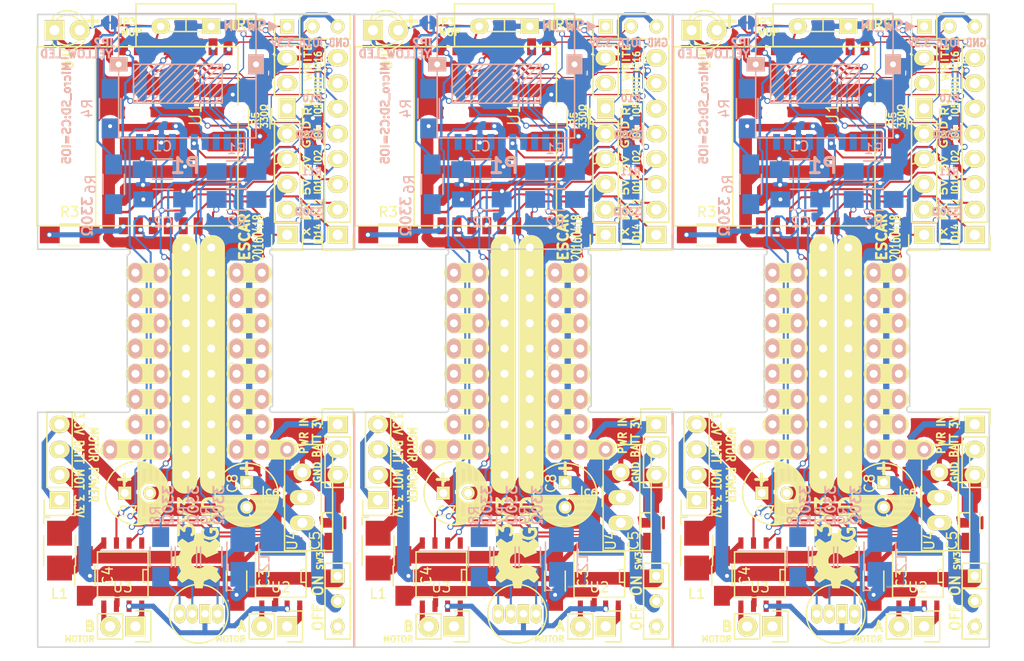
<source format=kicad_pcb>
(kicad_pcb (version 4) (host pcbnew 4.0.2-4+6225~38~ubuntu15.04.1-stable)
  (layers (0 F.Cu signal) (31 B.Cu signal) (34 B.Paste user) (35 F.Paste user) (36 B.SilkS user) (37 F.SilkS user) (38 B.Mask user) (39 F.Mask user) (44 Edge.Cuts user))
  (net 0 "")
  (net 1 +3V3)
  (net 2 GND)
  (net 3 VAA)
  (net 4 "Net-(D1-Pad2)")
  (net 5 "Net-(D2-Pad1)")
  (net 6 "Net-(D2-Pad3)")
  (net 7 "Net-(D2-Pad4)")
  (net 8 "Net-(JP1-Pad2)")
  (net 9 "Net-(JP2-Pad2)")
  (net 10 "Net-(JP2-Pad1)")
  (net 11 "Net-(JP4-Pad2)")
  (net 12 +BATT)
  (net 13 "Net-(P1-Pad7)")
  (net 14 "Net-(P1-Pad3)")
  (net 15 "Net-(P1-Pad2)")
  (net 16 "Net-(P1-Pad1)")
  (net 17 "Net-(P1-Pad8)")
  (net 18 "Net-(P2-Pad4)")
  (net 19 "Net-(P2-Pad5)")
  (net 20 "Net-(P2-Pad7)")
  (net 21 "Net-(P3-Pad1)")
  (net 22 "Net-(P3-Pad2)")
  (net 23 +5V)
  (net 24 "Net-(P4-Pad1)")
  (net 25 "Net-(P4-Pad2)")
  (net 26 "Net-(P5-Pad1)")
  (net 27 "Net-(P5-Pad2)")
  (net 28 "Net-(R2-Pad1)")
  (net 29 "Net-(R3-Pad1)")
  (net 30 "Net-(R5-Pad1)")
  (net 31 "Net-(U2-Pad1)")
  (net 32 "Net-(U3-Pad1)")
  (net 33 "Net-(JP3-Pad1)")
  (net 34 "Net-(P1-Pad5)")
  (net 35 "Net-(P9-Pad1)")
  (net 36 "Net-(R1-Pad2)")
  (net 37 "Net-(R3-Pad2)")
  (net 38 "Net-(R10-Pad2)")
  (net 39 "Net-(C3-Pad2)")
  (module library:Padmatrix-wide-01x10 (layer F.Cu) (at 104.84 92.36 90)
    (fp_text reference P7 (at 0 2.4 90) (layer F.SilkS) (effects (font (size 1.2 1.2))))
    (fp_text value CONN_01X10)
    (pad 1 thru_hole oval (at -11.43 0 90) (size 2 1.4) (drill 0.8) (layers *.Cu *.Mask F.SilkS) (net 2 GND))
    (pad 2 thru_hole oval (at -8.89 0 90) (size 2 1.4) (drill 0.8) (layers *.Cu *.Mask F.SilkS) (net 2 GND))
    (pad 3 thru_hole oval (at -6.35 0 90) (size 2 1.4) (drill 0.8) (layers *.Cu *.Mask F.SilkS) (net 2 GND))
    (pad 4 thru_hole oval (at -3.81 0 90) (size 2 1.4) (drill 0.8) (layers *.Cu *.Mask F.SilkS) (net 2 GND))
    (pad 5 thru_hole oval (at -1.27 0 90) (size 2 1.4) (drill 0.8) (layers *.Cu *.Mask F.SilkS) (net 2 GND))
    (pad 6 thru_hole oval (at 1.27 0 90) (size 2 1.4) (drill 0.8) (layers *.Cu *.Mask F.SilkS) (net 2 GND))
    (pad 7 thru_hole oval (at 3.81 0 90) (size 2 1.4) (drill 0.8) (layers *.Cu *.Mask F.SilkS) (net 2 GND))
    (pad 8 thru_hole oval (at 6.35 0 90) (size 2 1.4) (drill 0.8) (layers *.Cu *.Mask F.SilkS) (net 2 GND))
    (pad 9 thru_hole oval (at 8.89 0 90) (size 2 1.4) (drill 0.8) (layers *.Cu *.Mask F.SilkS) (net 2 GND))
    (pad 10 thru_hole oval (at 11.43 0 90) (size 1.27 1.4) (drill 0.8) (layers *.Cu *.Mask F.SilkS) (net 2 GND))
  )
  (module SMD_Packages:SOIC-8-N (layer F.Cu) (at 95.95 113.823 180)
    (fp_text reference U3 (at 0 -1.27 180) (layer F.SilkS))
    (fp_text value TC117HS)
    (pad 8 smd rect (at -1.905 -3.175 180) (size 0.508 1.143) (layers F.Cu F.Paste F.Mask) (net 26 "Net-(P5-Pad1)"))
    (pad 7 smd rect (at -0.635 -3.175 180) (size 0.508 1.143) (layers F.Cu F.Paste F.Mask) (net 2 GND))
    (pad 6 smd rect (at 0.635 -3.175 180) (size 0.508 1.143) (layers F.Cu F.Paste F.Mask) (net 39 "Net-(C3-Pad2)"))
    (pad 5 smd rect (at 1.905 -3.175 180) (size 0.508 1.143) (layers F.Cu F.Paste F.Mask) (net 27 "Net-(P5-Pad2)"))
    (pad 4 smd rect (at 1.905 3.175 180) (size 0.508 1.143) (layers F.Cu F.Paste F.Mask) (net 3 VAA))
    (pad 3 smd rect (at 0.635 3.175 180) (size 0.508 1.143) (layers F.Cu F.Paste F.Mask) (net 15 "Net-(P1-Pad2)"))
    (pad 2 smd rect (at -0.635 3.175 180) (size 0.508 1.143) (layers F.Cu F.Paste F.Mask) (net 14 "Net-(P1-Pad3)"))
    (pad 1 smd rect (at -1.905 3.175 180) (size 0.508 1.143) (layers F.Cu F.Paste F.Mask) (net 32 "Net-(U3-Pad1)"))
  )
  (module Pin_Headers:Pin_Header_Straight_1x04 (layer F.Cu) (at 89.6 106.33 180)
    (fp_text reference JP4 hide)
    (fp_text value POWER_JUMPER)
    (pad 1 thru_hole rect (at 0 0 180) (size 2.032 1.7272) (drill 1.016) (layers *.Cu *.Mask F.SilkS) (net 1 +3V3))
    (pad 2 thru_hole oval (at 0 2.54 180) (size 2.032 1.7272) (drill 1.016) (layers *.Cu *.Mask F.SilkS) (net 11 "Net-(JP4-Pad2)"))
    (pad 3 thru_hole oval (at 0 5.08 180) (size 2.032 1.7272) (drill 1.016) (layers *.Cu *.Mask F.SilkS) (net 12 +BATT))
    (pad 4 thru_hole oval (at 0 7.62 180) (size 2.032 1.7272) (drill 1.016) (layers *.Cu *.Mask F.SilkS) (net 1 +3V3))
  )
  (module library:Padmatrix-wide-02x01 (layer B.Cu) (at 95.95 101.25)
    (fp_text reference P9 hide)
    (fp_text value UNIVERSAL_PAD hide)
    (pad 1 thru_hole oval (at -1.27 0) (size 1.4 2) (drill 0.8) (layers *.Cu *.Mask B.SilkS) (net 35 "Net-(P9-Pad1)"))
    (pad 2 thru_hole oval (at 1.27 0) (size 1.4 2) (drill 0.8) (layers *.Cu *.Mask B.SilkS) (net 35 "Net-(P9-Pad1)"))
  )
  (module library:Padmatrix-wide-02x01 (layer B.Cu) (at 111.19 101.25)
    (fp_text reference P9 hide)
    (fp_text value UNIVERSAL_PAD hide)
    (pad 1 thru_hole oval (at -1.27 0) (size 1.4 2) (drill 0.8) (layers *.Cu *.Mask B.SilkS) (net 35 "Net-(P9-Pad1)"))
    (pad 2 thru_hole oval (at 1.27 0) (size 1.4 1.524) (drill 0.8) (layers *.Cu *.Mask B.SilkS) (net 35 "Net-(P9-Pad1)"))
  )
  (module library:Padmatrix-wide-02x01 (layer B.Cu) (at 108.65 98.71)
    (fp_text reference P9 hide)
    (fp_text value UNIVERSAL_PAD hide)
    (pad 1 thru_hole oval (at -1.27 0) (size 1.4 2) (drill 0.8) (layers *.Cu *.Mask B.SilkS) (net 35 "Net-(P9-Pad1)"))
    (pad 2 thru_hole oval (at 1.27 0) (size 1.4 2) (drill 0.8) (layers *.Cu *.Mask B.SilkS) (net 35 "Net-(P9-Pad1)"))
  )
  (module library:Padmatrix-wide-02x01 (layer B.Cu) (at 108.65 101.25)
    (fp_text reference P9 hide)
    (fp_text value UNIVERSAL_PAD hide)
    (pad 1 thru_hole oval (at -1.27 0) (size 1.4 2) (drill 0.8) (layers *.Cu *.Mask B.SilkS) (net 35 "Net-(P9-Pad1)"))
    (pad 2 thru_hole oval (at 1.27 0) (size 1.4 2) (drill 0.8) (layers *.Cu *.Mask B.SilkS) (net 35 "Net-(P9-Pad1)"))
  )
  (module library:Padmatrix-wide-02x01 (layer B.Cu) (at 108.65 96.17)
    (fp_text reference P9 hide)
    (fp_text value UNIVERSAL_PAD hide)
    (pad 1 thru_hole oval (at -1.27 0) (size 1.4 2) (drill 0.8) (layers *.Cu *.Mask B.SilkS) (net 35 "Net-(P9-Pad1)"))
    (pad 2 thru_hole oval (at 1.27 0) (size 1.4 2) (drill 0.8) (layers *.Cu *.Mask B.SilkS) (net 35 "Net-(P9-Pad1)"))
  )
  (module library:Padmatrix-wide-02x01 (layer B.Cu) (at 108.65 93.63)
    (fp_text reference P9 hide)
    (fp_text value UNIVERSAL_PAD hide)
    (pad 1 thru_hole oval (at -1.27 0) (size 1.4 2) (drill 0.8) (layers *.Cu *.Mask B.SilkS) (net 35 "Net-(P9-Pad1)"))
    (pad 2 thru_hole oval (at 1.27 0) (size 1.4 2) (drill 0.8) (layers *.Cu *.Mask B.SilkS) (net 35 "Net-(P9-Pad1)"))
  )
  (module library:Padmatrix-wide-02x01 (layer B.Cu) (at 108.65 83.47)
    (fp_text reference P9 hide)
    (fp_text value UNIVERSAL_PAD hide)
    (pad 1 thru_hole oval (at -1.27 0) (size 1.4 2) (drill 0.8) (layers *.Cu *.Mask B.SilkS) (net 35 "Net-(P9-Pad1)"))
    (pad 2 thru_hole oval (at 1.27 0) (size 1.4 2) (drill 0.8) (layers *.Cu *.Mask B.SilkS) (net 35 "Net-(P9-Pad1)"))
  )
  (module library:Padmatrix-wide-02x01 (layer B.Cu) (at 108.65 86.01)
    (fp_text reference P9 hide)
    (fp_text value UNIVERSAL_PAD hide)
    (pad 1 thru_hole oval (at -1.27 0) (size 1.4 2) (drill 0.8) (layers *.Cu *.Mask B.SilkS) (net 35 "Net-(P9-Pad1)"))
    (pad 2 thru_hole oval (at 1.27 0) (size 1.4 2) (drill 0.8) (layers *.Cu *.Mask B.SilkS) (net 35 "Net-(P9-Pad1)"))
  )
  (module library:Padmatrix-wide-02x01 (layer B.Cu) (at 108.65 91.09)
    (fp_text reference P9 hide)
    (fp_text value UNIVERSAL_PAD hide)
    (pad 1 thru_hole oval (at -1.27 0) (size 1.4 2) (drill 0.8) (layers *.Cu *.Mask B.SilkS) (net 35 "Net-(P9-Pad1)"))
    (pad 2 thru_hole oval (at 1.27 0) (size 1.4 2) (drill 0.8) (layers *.Cu *.Mask B.SilkS) (net 35 "Net-(P9-Pad1)"))
  )
  (module library:Padmatrix-wide-02x01 (layer B.Cu) (at 108.65 88.55)
    (fp_text reference P9 hide)
    (fp_text value UNIVERSAL_PAD hide)
    (pad 1 thru_hole oval (at -1.27 0) (size 1.4 2) (drill 0.8) (layers *.Cu *.Mask B.SilkS) (net 35 "Net-(P9-Pad1)"))
    (pad 2 thru_hole oval (at 1.27 0) (size 1.4 2) (drill 0.8) (layers *.Cu *.Mask B.SilkS) (net 35 "Net-(P9-Pad1)"))
  )
  (module library:Padmatrix-wide-02x01 (layer B.Cu) (at 98.49 88.55)
    (fp_text reference P9 hide)
    (fp_text value UNIVERSAL_PAD hide)
    (pad 1 thru_hole oval (at -1.27 0) (size 1.4 2) (drill 0.8) (layers *.Cu *.Mask B.SilkS) (net 35 "Net-(P9-Pad1)"))
    (pad 2 thru_hole oval (at 1.27 0) (size 1.4 2) (drill 0.8) (layers *.Cu *.Mask B.SilkS) (net 35 "Net-(P9-Pad1)"))
  )
  (module library:Padmatrix-wide-02x01 (layer B.Cu) (at 98.49 91.09)
    (fp_text reference P9 hide)
    (fp_text value UNIVERSAL_PAD hide)
    (pad 1 thru_hole oval (at -1.27 0) (size 1.4 2) (drill 0.8) (layers *.Cu *.Mask B.SilkS) (net 35 "Net-(P9-Pad1)"))
    (pad 2 thru_hole oval (at 1.27 0) (size 1.4 2) (drill 0.8) (layers *.Cu *.Mask B.SilkS) (net 35 "Net-(P9-Pad1)"))
  )
  (module library:Padmatrix-wide-02x01 (layer B.Cu) (at 98.49 86.01)
    (fp_text reference P9 hide)
    (fp_text value UNIVERSAL_PAD hide)
    (pad 1 thru_hole oval (at -1.27 0) (size 1.4 2) (drill 0.8) (layers *.Cu *.Mask B.SilkS) (net 35 "Net-(P9-Pad1)"))
    (pad 2 thru_hole oval (at 1.27 0) (size 1.4 2) (drill 0.8) (layers *.Cu *.Mask B.SilkS) (net 35 "Net-(P9-Pad1)"))
  )
  (module library:Padmatrix-wide-02x01 (layer B.Cu) (at 98.49 83.47)
    (fp_text reference P9 hide)
    (fp_text value UNIVERSAL_PAD hide)
    (pad 1 thru_hole oval (at -1.27 0) (size 1.4 2) (drill 0.8) (layers *.Cu *.Mask B.SilkS) (net 35 "Net-(P9-Pad1)"))
    (pad 2 thru_hole oval (at 1.27 0) (size 1.4 2) (drill 0.8) (layers *.Cu *.Mask B.SilkS) (net 35 "Net-(P9-Pad1)"))
  )
  (module library:Padmatrix-wide-02x01 (layer B.Cu) (at 98.49 93.63)
    (fp_text reference P9 hide)
    (fp_text value UNIVERSAL_PAD hide)
    (pad 1 thru_hole oval (at -1.27 0) (size 1.4 2) (drill 0.8) (layers *.Cu *.Mask B.SilkS) (net 35 "Net-(P9-Pad1)"))
    (pad 2 thru_hole oval (at 1.27 0) (size 1.4 2) (drill 0.8) (layers *.Cu *.Mask B.SilkS) (net 35 "Net-(P9-Pad1)"))
  )
  (module library:Padmatrix-wide-02x01 (layer B.Cu) (at 98.49 96.17)
    (fp_text reference P9 hide)
    (fp_text value UNIVERSAL_PAD hide)
    (pad 1 thru_hole oval (at -1.27 0) (size 1.4 2) (drill 0.8) (layers *.Cu *.Mask B.SilkS) (net 35 "Net-(P9-Pad1)"))
    (pad 2 thru_hole oval (at 1.27 0) (size 1.4 2) (drill 0.8) (layers *.Cu *.Mask B.SilkS) (net 35 "Net-(P9-Pad1)"))
  )
  (module library:Padmatrix-wide-02x01 (layer B.Cu) (at 98.49 101.25)
    (fp_text reference P9 hide)
    (fp_text value UNIVERSAL_PAD hide)
    (pad 1 thru_hole oval (at -1.27 0) (size 1.4 2) (drill 0.8) (layers *.Cu *.Mask B.SilkS) (net 35 "Net-(P9-Pad1)"))
    (pad 2 thru_hole oval (at 1.27 0) (size 1.4 2) (drill 0.8) (layers *.Cu *.Mask B.SilkS) (net 35 "Net-(P9-Pad1)"))
  )
  (module library:TF_Socket_DONGGUAN_MINYUE_ELECTRONICS (layer B.Cu) (at 102.935 64.42 180)
    (fp_text reference P1 (at 0.7 -8.3 180) (layer B.SilkS) (effects (font (thickness 0.3048)) (justify mirror)))
    (fp_text value MICRO_SD hide)
    (pad "" thru_hole rect (at -6.4 1.9 180) (size 1.6002 1.99898) (drill 0.59944) (layers *.Cu *.Mask B.SilkS))
    (pad "" np_thru_hole circle (at 5.5 -3 180) (size 1.6 1.6) (drill 1.6) (layers *.Mask B.Cu B.SilkS))
    (pad 10 smd rect (at -4.59874 -5.9001 180) (size 0.70104 1.6002) (layers B.Cu B.Paste B.Mask))
    (pad 9 smd rect (at -3.49892 -5.9001 180) (size 0.70104 1.6002) (layers B.Cu B.Paste B.Mask))
    (pad "" np_thru_hole circle (at -4.5 -3 180) (size 1.6 1.6) (drill 1.6) (layers *.Mask B.Cu B.SilkS))
    (pad "" thru_hole rect (at 7.4 1.9 180) (size 1.8 1.4) (drill 0.59944) (layers *.Cu *.Mask B.SilkS))
    (pad 7 smd rect (at 4.20018 -5.9001 180) (size 0.70104 1.6002) (layers B.Cu B.Paste B.Mask) (net 13 "Net-(P1-Pad7)"))
    (pad 6 smd rect (at 3.10036 -5.9001 180) (size 0.70104 1.6002) (layers B.Cu B.Paste B.Mask) (net 2 GND))
    (pad 5 smd rect (at 2.00054 -5.9001 180) (size 0.70104 1.6002) (layers B.Cu B.Paste B.Mask) (net 34 "Net-(P1-Pad5)"))
    (pad 4 smd rect (at 0.90072 -5.9001 180) (size 0.70104 1.6002) (layers B.Cu B.Paste B.Mask) (net 1 +3V3))
    (pad 3 smd rect (at -0.1991 -5.9001 180) (size 0.70104 1.6002) (layers B.Cu B.Paste B.Mask) (net 14 "Net-(P1-Pad3)"))
    (pad 2 smd rect (at -1.29892 -5.9001 180) (size 0.70104 1.6002) (layers B.Cu B.Paste B.Mask) (net 15 "Net-(P1-Pad2)"))
    (pad 1 smd rect (at -2.39874 -5.9001 180) (size 0.70104 1.6002) (layers B.Cu B.Paste B.Mask) (net 16 "Net-(P1-Pad1)"))
    (pad 8 smd rect (at 5.3 -5.9001 180) (size 0.70104 1.6002) (layers B.Cu B.Paste B.Mask) (net 17 "Net-(P1-Pad8)"))
  )
  (module Capacitors_SMD:C_1206_HandSoldering (layer B.Cu) (at 99.9505 73.056 180)
    (fp_text reference C1 (at 0 2.3 180) (layer B.SilkS) (effects (justify mirror)))
    (fp_text value 0.1uF)
    (pad 1 smd rect (at -2 0 180) (size 2 1.6) (layers B.Cu B.Paste B.Mask) (net 1 +3V3))
    (pad 2 smd rect (at 2 0 180) (size 2 1.6) (layers B.Cu B.Paste B.Mask) (net 2 GND))
  )
  (module Capacitors_SMD:C_1206_HandSoldering (layer B.Cu) (at 100.014 76.104)
    (fp_text reference C2 (at 0 2.3) (layer B.SilkS) (effects (justify mirror)))
    (fp_text value 0.1uF)
    (pad 1 smd rect (at -2 0) (size 2 1.6) (layers B.Cu B.Paste B.Mask) (net 1 +3V3))
    (pad 2 smd rect (at 2 0) (size 2 1.6) (layers B.Cu B.Paste B.Mask) (net 2 GND))
  )
  (module Capacitors_SMD:C_1206_HandSoldering (layer F.Cu) (at 107.38 114.458 270)
    (fp_text reference C3 (at -0.254 -2.794 450) (layer F.SilkS))
    (fp_text value 0.1uF)
    (pad 1 smd rect (at -2 0 270) (size 2 1.6) (layers F.Cu F.Paste F.Mask) (net 3 VAA))
    (pad 2 smd rect (at 2 0 270) (size 2 1.6) (layers F.Cu F.Paste F.Mask) (net 39 "Net-(C3-Pad2)"))
  )
  (module Capacitors_SMD:C_1206_HandSoldering (layer F.Cu) (at 92.14 113.95 270)
    (fp_text reference C4 (at 0 -2.3 270) (layer F.SilkS))
    (fp_text value 0.1uF)
    (pad 1 smd rect (at -2 0 270) (size 2 1.6) (layers F.Cu F.Paste F.Mask) (net 3 VAA))
    (pad 2 smd rect (at 2 0 270) (size 2 1.6) (layers F.Cu F.Paste F.Mask) (net 39 "Net-(C3-Pad2)"))
  )
  (module Capacitors_SMD:C_1206_HandSoldering (layer F.Cu) (at 117.032 108.616 90)
    (fp_text reference C5 (at -1.778 -1.778 90) (layer F.SilkS))
    (fp_text value 0.1uF)
    (pad 1 smd rect (at -2 0 90) (size 2 1.6) (layers F.Cu F.Paste F.Mask) (net 23 +5V))
    (pad 2 smd rect (at 2 0 90) (size 2 1.6) (layers F.Cu F.Paste F.Mask) (net 2 GND))
  )
  (module Capacitors_SMD:C_1206_HandSoldering (layer F.Cu) (at 111.0884 105.9744 90)
    (fp_text reference C6 (at 0.4064 -0.1524 180) (layer F.SilkS) (effects (font (size 0.6 0.7))))
    (fp_text value 0.1uF)
    (pad 1 smd rect (at -2 0 90) (size 2 1.6) (layers F.Cu F.Paste F.Mask) (net 1 +3V3))
    (pad 2 smd rect (at 2 0 90) (size 2 1.6) (layers F.Cu F.Paste F.Mask) (net 2 GND))
  )
  (module Capacitors_ThroughHole:C_Radial_D6.3_L11.2_P2.5 (layer F.Cu) (at 96.1532 105.6188)
    (fp_text reference C7 (at 0.3175 1.8415) (layer F.SilkS))
    (fp_text value 100uF)
    (pad 2 thru_hole circle (at 2.5 0) (size 1.3 1.3) (drill 0.8) (layers *.Cu *.Mask F.SilkS) (net 2 GND))
    (pad 1 thru_hole rect (at 0 0) (size 1.3 1.3) (drill 0.8) (layers *.Cu *.Mask F.SilkS) (net 1 +3V3))
  )
  (module LEDs:LED-3MM (layer F.Cu) (at 89.092 59.086)
    (fp_text reference D1 (at 1.397 2.9845 90) (layer F.SilkS))
    (fp_text value YELLOW)
    (pad 1 thru_hole rect (at 0 0 90) (size 2 2) (drill 1.00076) (layers *.Cu *.Mask F.SilkS) (net 2 GND))
    (pad 2 thru_hole circle (at 2.54 0) (size 2 2) (drill 1.00076) (layers *.Cu *.Mask F.SilkS) (net 4 "Net-(D1-Pad2)"))
  )
  (module LEDs:LED-RGB-5MM_Common_Cathode (layer F.Cu) (at 105.475 117.76 270)
    (fp_text reference D2 hide)
    (fp_text value LED_RCBG)
    (pad 1 thru_hole oval (at 0 0 270) (size 1.905 1.1176) (drill 0.762) (layers *.Cu *.Mask F.SilkS) (net 5 "Net-(D2-Pad1)"))
    (pad 2 thru_hole rect (at 0 1.27 270) (size 1.905 1.1176) (drill 0.762) (layers *.Cu *.Mask F.SilkS) (net 2 GND))
    (pad 3 thru_hole oval (at 0 2.54 270) (size 1.905 1.1176) (drill 0.762) (layers *.Cu *.Mask F.SilkS) (net 6 "Net-(D2-Pad3)"))
    (pad 4 thru_hole oval (at 0 3.81 270) (size 1.905 1.1176) (drill 0.762) (layers *.Cu *.Mask F.SilkS) (net 7 "Net-(D2-Pad4)"))
  )
  (module Pin_Headers:Pin_Header_Straight_1x03 (layer F.Cu) (at 112.46 66.96 180)
    (fp_text reference JP1 (at 0 -5.1 180) (layer F.SilkS))
    (fp_text value WRITE)
    (pad 1 thru_hole rect (at 0 0 270) (size 2.032 1.7272) (drill 1.016) (layers *.Cu *.Mask F.SilkS) (net 1 +3V3))
    (pad 2 thru_hole oval (at 0 2.54 180) (size 2.032 1.524) (drill 1.016) (layers *.Cu *.Mask F.SilkS) (net 8 "Net-(JP1-Pad2)"))
    (pad 3 thru_hole oval (at 0 5.08 180) (size 2.032 1.524) (drill 1.016) (layers *.Cu *.Mask F.SilkS) (net 2 GND))
  )
  (module library:Soldar_Jumper_Unconnected (layer F.Cu) (at 94.68 58.324 180)
    (fp_text reference JP2 hide)
    (fp_text value WAKEUP_JUMPER hide)
    (fp_poly (pts (xy -0.106676 -0.339819) (xy -0.106618 -0.267134) (xy -0.106451 -0.187517) (xy -0.106186 -0.103177) (xy -0.105833 -0.016323) (xy -0.105405 0.070837) (xy -0.10491 0.156093) (xy -0.104359 0.237238) (xy -0.103764 0.312062) (xy -0.103302 0.36195) (xy -0.099932 0.70104) (xy -0.127436 0.700186) (xy -0.147826 0.699313) (xy -0.167845 0.698084) (xy -0.17526 0.697488) (xy -0.218578 0.691319) (xy -0.266954 0.680674) (xy -0.316895 0.666558) (xy -0.364904 0.649977) (xy -0.407487 0.631939) (xy -0.41402 0.628757) (xy -0.487229 0.586858) (xy -0.553716 0.537837) (xy -0.613172 0.482389) (xy -0.66529 0.421214) (xy -0.709758 0.355009) (xy -0.746269 0.284473) (xy -0.774512 0.210302) (xy -0.794179 0.133195) (xy -0.804961 0.053849) (xy -0.806548 -0.027036) (xy -0.798632 -0.108764) (xy -0.780902 -0.190637) (xy -0.779402 -0.195949) (xy -0.767 -0.23272) (xy -0.749989 -0.274045) (xy -0.73 -0.316463) (xy -0.708669 -0.356513) (xy -0.687629 -0.390734) (xy -0.686989 -0.39168) (xy -0.635379 -0.458835) (xy -0.577123 -0.518516) (xy -0.512809 -0.570387) (xy -0.443025 -0.614108) (xy -0.368356 -0.649342) (xy -0.289392 -0.67575) (xy -0.206718 -0.692995) (xy -0.153067 -0.698997) (xy -0.10668 -0.702497) (xy -0.106676 -0.339819)) (layer F.Cu) (width 0.01))
    (fp_poly (pts (xy 0.15367 -0.699) (xy 0.237292 -0.687872) (xy 0.317475 -0.667501) (xy 0.393654 -0.638391) (xy 0.465261 -0.601044) (xy 0.531732 -0.555963) (xy 0.5925 -0.503651) (xy 0.646999 -0.44461) (xy 0.694663 -0.379344) (xy 0.734927 -0.308354) (xy 0.767225 -0.232145) (xy 0.79099 -0.151219) (xy 0.795921 -0.128372) (xy 0.80125 -0.091637) (xy 0.80437 -0.048125) (xy 0.805311 -0.000971) (xy 0.804102 0.046693) (xy 0.800773 0.091733) (xy 0.795352 0.131014) (xy 0.793393 0.140887) (xy 0.770758 0.222543) (xy 0.739465 0.299492) (xy 0.700086 0.371236) (xy 0.653194 0.437277) (xy 0.599362 0.497119) (xy 0.539164 0.550263) (xy 0.473172 0.596214) (xy 0.40196 0.634474) (xy 0.326099 0.664545) (xy 0.246164 0.685931) (xy 0.162727 0.698133) (xy 0.150094 0.69913) (xy 0.099915 0.702658) (xy 0.103293 0.362759) (xy 0.103916 0.293846) (xy 0.104502 0.216986) (xy 0.105041 0.134394) (xy 0.10552 0.048281) (xy 0.105931 -0.039138) (xy 0.106262 -0.12565) (xy 0.106503 -0.209042) (xy 0.106643 -0.287101) (xy 0.106675 -0.339819) (xy 0.10668 -0.702497) (xy 0.15367 -0.699)) (layer F.Cu) (width 0.01))
    (pad 2 smd rect (at 0.5 0 180) (size 0.8 0.6) (layers F.Cu F.Paste F.Mask) (net 9 "Net-(JP2-Pad2)"))
    (pad 1 smd rect (at -0.5 0 180) (size 0.8 0.6) (layers F.Cu F.Paste F.Mask) (net 10 "Net-(JP2-Pad1)"))
  )
  (module library:Soldar_Jumper_Unconnected (layer B.Cu) (at 94.68 58.324 180)
    (fp_text reference JP3 hide)
    (fp_text value YELLOW_LED hide)
    (fp_poly (pts (xy -0.106676 0.339819) (xy -0.106618 0.267134) (xy -0.106451 0.187517) (xy -0.106186 0.103177) (xy -0.105833 0.016323) (xy -0.105405 -0.070837) (xy -0.10491 -0.156093) (xy -0.104359 -0.237238) (xy -0.103764 -0.312062) (xy -0.103302 -0.36195) (xy -0.099932 -0.70104) (xy -0.127436 -0.700186) (xy -0.147826 -0.699313) (xy -0.167845 -0.698084) (xy -0.17526 -0.697488) (xy -0.218578 -0.691319) (xy -0.266954 -0.680674) (xy -0.316895 -0.666558) (xy -0.364904 -0.649977) (xy -0.407487 -0.631939) (xy -0.41402 -0.628757) (xy -0.487229 -0.586858) (xy -0.553716 -0.537837) (xy -0.613172 -0.482389) (xy -0.66529 -0.421214) (xy -0.709758 -0.355009) (xy -0.746269 -0.284473) (xy -0.774512 -0.210302) (xy -0.794179 -0.133195) (xy -0.804961 -0.053849) (xy -0.806548 0.027036) (xy -0.798632 0.108764) (xy -0.780902 0.190637) (xy -0.779402 0.195949) (xy -0.767 0.23272) (xy -0.749989 0.274045) (xy -0.73 0.316463) (xy -0.708669 0.356513) (xy -0.687629 0.390734) (xy -0.686989 0.39168) (xy -0.635379 0.458835) (xy -0.577123 0.518516) (xy -0.512809 0.570387) (xy -0.443025 0.614108) (xy -0.368356 0.649342) (xy -0.289392 0.67575) (xy -0.206718 0.692995) (xy -0.153067 0.698997) (xy -0.10668 0.702497) (xy -0.106676 0.339819)) (layer B.Cu) (width 0.01))
    (fp_poly (pts (xy 0.15367 0.699) (xy 0.237292 0.687872) (xy 0.317475 0.667501) (xy 0.393654 0.638391) (xy 0.465261 0.601044) (xy 0.531732 0.555963) (xy 0.5925 0.503651) (xy 0.646999 0.44461) (xy 0.694663 0.379344) (xy 0.734927 0.308354) (xy 0.767225 0.232145) (xy 0.79099 0.151219) (xy 0.795921 0.128372) (xy 0.80125 0.091637) (xy 0.80437 0.048125) (xy 0.805311 0.000971) (xy 0.804102 -0.046693) (xy 0.800773 -0.091733) (xy 0.795352 -0.131014) (xy 0.793393 -0.140887) (xy 0.770758 -0.222543) (xy 0.739465 -0.299492) (xy 0.700086 -0.371236) (xy 0.653194 -0.437277) (xy 0.599362 -0.497119) (xy 0.539164 -0.550263) (xy 0.473172 -0.596214) (xy 0.40196 -0.634474) (xy 0.326099 -0.664545) (xy 0.246164 -0.685931) (xy 0.162727 -0.698133) (xy 0.150094 -0.69913) (xy 0.099915 -0.702658) (xy 0.103293 -0.362759) (xy 0.103916 -0.293846) (xy 0.104502 -0.216986) (xy 0.105041 -0.134394) (xy 0.10552 -0.048281) (xy 0.105931 0.039138) (xy 0.106262 0.12565) (xy 0.106503 0.209042) (xy 0.106643 0.287101) (xy 0.106675 0.339819) (xy 0.10668 0.702497) (xy 0.15367 0.699)) (layer B.Cu) (width 0.01))
    (pad 2 smd rect (at 0.5 0 180) (size 0.8 0.6) (layers B.Cu B.Paste B.Mask) (net 4 "Net-(D1-Pad2)"))
    (pad 1 smd rect (at -0.5 0 180) (size 0.8 0.6) (layers B.Cu B.Paste B.Mask) (net 33 "Net-(JP3-Pad1)"))
  )
  (module Inductors:Inductor_1212 (layer F.Cu) (at 89.6 111.41 270)
    (fp_text reference L1 (at 4.318 0 360) (layer F.SilkS))
    (fp_text value INDUCTOR_SMALL)
    (pad 1 smd rect (at -1.75 0 270) (size 2.5 2.5) (layers F.Cu F.Paste F.Mask) (net 11 "Net-(JP4-Pad2)"))
    (pad 2 smd rect (at 1.75 0 270) (size 2.5 2.5) (layers F.Cu F.Paste F.Mask) (net 3 VAA))
  )
  (module Pin_Headers:Pin_Header_Straight_1x08 (layer F.Cu) (at 117.54 79.66 180)
    (fp_text reference P2 hide)
    (fp_text value BREADBOARD)
    (pad 1 thru_hole rect (at 0 0 180) (size 2.032 1.7272) (drill 1.016) (layers *.Cu *.Mask F.SilkS) (net 34 "Net-(P1-Pad5)"))
    (pad 2 thru_hole oval (at 0 2.54 180) (size 2.032 1.7272) (drill 1.016) (layers *.Cu *.Mask F.SilkS) (net 13 "Net-(P1-Pad7)"))
    (pad 3 thru_hole oval (at 0 5.08 180) (size 2.032 1.7272) (drill 1.016) (layers *.Cu *.Mask F.SilkS) (net 14 "Net-(P1-Pad3)"))
    (pad 4 thru_hole oval (at 0 7.62 180) (size 2.032 1.7272) (drill 1.016) (layers *.Cu *.Mask F.SilkS) (net 18 "Net-(P2-Pad4)"))
    (pad 5 thru_hole oval (at 0 10.16 180) (size 2.032 1.7272) (drill 1.016) (layers *.Cu *.Mask F.SilkS) (net 19 "Net-(P2-Pad5)"))
    (pad 6 thru_hole oval (at 0 12.7 180) (size 2.032 1.7272) (drill 1.016) (layers *.Cu *.Mask F.SilkS) (net 15 "Net-(P1-Pad2)"))
    (pad 7 thru_hole oval (at 0 15.24 180) (size 2.032 1.7272) (drill 1.016) (layers *.Cu *.Mask F.SilkS) (net 20 "Net-(P2-Pad7)"))
    (pad 8 thru_hole oval (at 0 17.78 180) (size 2.032 1.7272) (drill 1.016) (layers *.Cu *.Mask F.SilkS) (net 9 "Net-(JP2-Pad2)"))
  )
  (module Pin_Headers:Pin_Header_Straight_1x05 (layer F.Cu) (at 112.46 79.66 180)
    (fp_text reference P3 hide)
    (fp_text value PROGRAM)
    (pad 1 thru_hole rect (at 0 0 180) (size 2.032 1.7272) (drill 1.016) (layers *.Cu *.Mask F.SilkS) (net 21 "Net-(P3-Pad1)"))
    (pad 2 thru_hole oval (at 0 2.54 180) (size 2.032 1.7272) (drill 1.016) (layers *.Cu *.Mask F.SilkS) (net 22 "Net-(P3-Pad2)"))
    (pad 3 thru_hole oval (at 0 5.08 180) (size 2.032 1.7272) (drill 1.016) (layers *.Cu *.Mask F.SilkS) (net 23 +5V))
    (pad 4 thru_hole oval (at 0 7.62 180) (size 2.032 1.7272) (drill 1.016) (layers *.Cu *.Mask F.SilkS) (net 1 +3V3))
    (pad 5 thru_hole oval (at 0 10.16 180) (size 2.032 1.7272) (drill 1.016) (layers *.Cu *.Mask F.SilkS) (net 2 GND))
  )
  (module Pin_Headers:Pin_Header_Straight_1x02 (layer F.Cu) (at 112.46 119.03 270)
    (fp_text reference P4 (at 0 -5.1 270) (layer F.SilkS))
    (fp_text value MOTOR_A)
    (pad 1 thru_hole rect (at 0 0 270) (size 2.032 2.032) (drill 1.016) (layers *.Cu *.Mask F.SilkS) (net 24 "Net-(P4-Pad1)"))
    (pad 2 thru_hole oval (at 0 2.54 270) (size 2.032 2.032) (drill 1.016) (layers *.Cu *.Mask F.SilkS) (net 25 "Net-(P4-Pad2)"))
  )
  (module Pin_Headers:Pin_Header_Straight_1x02 (layer F.Cu) (at 97.22 119.03 270)
    (fp_text reference P5 hide)
    (fp_text value MOTOR_B)
    (pad 1 thru_hole rect (at 0 0 270) (size 2.032 2.032) (drill 1.016) (layers *.Cu *.Mask F.SilkS) (net 26 "Net-(P5-Pad1)"))
    (pad 2 thru_hole oval (at 0 2.54 270) (size 2.032 2.032) (drill 1.016) (layers *.Cu *.Mask F.SilkS) (net 27 "Net-(P5-Pad2)"))
  )
  (module Pin_Headers:Pin_Header_Straight_1x03 (layer F.Cu) (at 117.54 98.71)
    (fp_text reference P8 hide)
    (fp_text value POWER_IN)
    (pad 1 thru_hole rect (at 0 0) (size 2.032 1.7272) (drill 1.016) (layers *.Cu *.Mask F.SilkS) (net 1 +3V3))
    (pad 2 thru_hole oval (at 0 2.54) (size 2.032 1.7272) (drill 1.016) (layers *.Cu *.Mask F.SilkS) (net 12 +BATT))
    (pad 3 thru_hole oval (at 0 5.08) (size 2.032 1.7272) (drill 1.016) (layers *.Cu *.Mask F.SilkS) (net 2 GND))
  )
  (module Resistors_SMD:R_1206_HandSoldering (layer B.Cu) (at 107.38 73.31 180)
    (fp_text reference R1 (at 0 2.3 180) (layer B.SilkS) (effects (justify mirror)))
    (fp_text value 10kΩ)
    (pad 1 smd rect (at -2 0 180) (size 2 1.7) (layers B.Cu B.Paste B.Mask) (net 2 GND))
    (pad 2 smd rect (at 2 0 180) (size 2 1.7) (layers B.Cu B.Paste B.Mask) (net 36 "Net-(R1-Pad2)"))
  )
  (module Resistors_SMD:R_1206_HandSoldering (layer B.Cu) (at 107.38 76.104)
    (fp_text reference R2 (at 0 2.3) (layer B.SilkS) (effects (justify mirror)))
    (fp_text value 10kΩ)
    (pad 1 smd rect (at -2 0) (size 2 1.7) (layers B.Cu B.Paste B.Mask) (net 28 "Net-(R2-Pad1)"))
    (pad 2 smd rect (at 2 0) (size 2 1.7) (layers B.Cu B.Paste B.Mask) (net 8 "Net-(JP1-Pad2)"))
  )
  (module Resistors_SMD:R_1206_HandSoldering (layer F.Cu) (at 90.616 79.66)
    (fp_text reference R3 (at 0 -2.3) (layer F.SilkS))
    (fp_text value 10kΩ hide)
    (pad 1 smd rect (at -2 0) (size 2 1.7) (layers F.Cu F.Paste F.Mask) (net 29 "Net-(R3-Pad1)"))
    (pad 2 smd rect (at 2 0) (size 2 1.7) (layers F.Cu F.Paste F.Mask) (net 37 "Net-(R3-Pad2)"))
  )
  (module Resistors_SMD:R_1206_HandSoldering (layer B.Cu) (at 94.68 66.96 270)
    (fp_text reference R4 (at 0 2.3 270) (layer B.SilkS) (effects (justify mirror)))
    (fp_text value 10kΩ)
    (pad 1 smd rect (at -2 0 270) (size 2 1.7) (layers B.Cu B.Paste B.Mask) (net 10 "Net-(JP2-Pad1)"))
    (pad 2 smd rect (at 2 0 270) (size 2 1.7) (layers B.Cu B.Paste B.Mask) (net 1 +3V3))
  )
  (module Resistors_SMD:R_1206_HandSoldering (layer F.Cu) (at 109.666 67.976 90)
    (fp_text reference R5 (at 0 -0.381 90) (layer F.SilkS) (effects (font (size 0.7 0.7))))
    (fp_text value 330Ω)
    (pad 1 smd rect (at -2 0 90) (size 2 1.7) (layers F.Cu F.Paste F.Mask) (net 30 "Net-(R5-Pad1)"))
    (pad 2 smd rect (at 2 0 90) (size 2 1.7) (layers F.Cu F.Paste F.Mask) (net 9 "Net-(JP2-Pad2)"))
  )
  (module Resistors_SMD:R_1206_HandSoldering (layer B.Cu) (at 95.0356 74.58 270)
    (fp_text reference R6 (at 0 2.3 270) (layer B.SilkS) (effects (justify mirror)))
    (fp_text value 330Ω)
    (pad 1 smd rect (at -2 0 270) (size 2 1.7) (layers B.Cu B.Paste B.Mask) (net 33 "Net-(JP3-Pad1)"))
    (pad 2 smd rect (at 2 0 270) (size 2 1.7) (layers B.Cu B.Paste B.Mask) (net 9 "Net-(JP2-Pad2)"))
  )
  (module Resistors_SMD:R_1206_HandSoldering (layer B.Cu) (at 102.3 112.045 90)
    (fp_text reference R7 (at 4.191 -0.254 90) (layer B.SilkS) (effects (justify mirror)))
    (fp_text value 330Ω)
    (pad 1 smd rect (at -2 0 90) (size 2 1.7) (layers B.Cu B.Paste B.Mask) (net 6 "Net-(D2-Pad3)"))
    (pad 2 smd rect (at 2 0 90) (size 2 1.7) (layers B.Cu B.Paste B.Mask) (net 19 "Net-(P2-Pad5)"))
  )
  (module Resistors_SMD:R_1206_HandSoldering (layer B.Cu) (at 99.76 112.045 90)
    (fp_text reference R8 (at 4.191 -0.508 90) (layer B.SilkS) (effects (justify mirror)))
    (fp_text value 330Ω)
    (pad 1 smd rect (at -2 0 90) (size 2 1.7) (layers B.Cu B.Paste B.Mask) (net 7 "Net-(D2-Pad4)"))
    (pad 2 smd rect (at 2 0 90) (size 2 1.7) (layers B.Cu B.Paste B.Mask) (net 36 "Net-(R1-Pad2)"))
  )
  (module Resistors_SMD:R_1206_HandSoldering (layer B.Cu) (at 104.84 112.045 90)
    (fp_text reference R9 (at 4.191 -0.508 90) (layer B.SilkS) (effects (justify mirror)))
    (fp_text value 330Ω)
    (pad 1 smd rect (at -2 0 90) (size 2 1.7) (layers B.Cu B.Paste B.Mask) (net 5 "Net-(D2-Pad1)"))
    (pad 2 smd rect (at 2 0 90) (size 2 1.7) (layers B.Cu B.Paste B.Mask) (net 18 "Net-(P2-Pad4)"))
  )
  (module Buttons_Switches_ThroughHole:SW_DIP_x1_Slide (layer F.Cu) (at 106.11 58.578 90)
    (fp_text reference SW1 hide)
    (fp_text value RESET)
    (pad 1 thru_hole rect (at -0.127 -1.27 90) (size 1.524 1.824) (drill 0.762) (layers *.Cu *.Mask F.SilkS) (net 2 GND))
    (pad 2 thru_hole oval (at -0.127 -6.35 90) (size 1.524 1.824) (drill 0.762) (layers *.Cu *.Mask F.SilkS) (net 10 "Net-(JP2-Pad1)"))
  )
  (module Buttons_Switches_ThroughHole:SW_Micro_SPST (layer F.Cu) (at 115 58.705)
    (fp_text reference SW2 hide)
    (fp_text value MULTIFUNCTION_SW)
    (pad 1 thru_hole rect (at -2.54 0) (size 1.397 1.397) (drill 0.8128) (layers *.Cu *.Mask F.SilkS) (net 1 +3V3))
    (pad 2 thru_hole circle (at 0 0) (size 1.397 1.397) (drill 0.8128) (layers *.Cu *.Mask F.SilkS) (net 30 "Net-(R5-Pad1)"))
    (pad 3 thru_hole circle (at 2.54 0) (size 1.397 1.397) (drill 0.8128) (layers *.Cu *.Mask F.SilkS) (net 2 GND))
  )
  (module Buttons_Switches_ThroughHole:SW_Micro_SPST (layer F.Cu) (at 117.54 116.49 270)
    (fp_text reference SW3 (at -4.064 1.778 270) (layer F.SilkS) (effects (font (size 0.6 0.6))))
    (fp_text value POWER_SW)
    (pad 1 thru_hole rect (at -2.54 0 270) (size 1.397 1.397) (drill 0.8128) (layers *.Cu *.Mask F.SilkS) (net 12 +BATT))
    (pad 2 thru_hole circle (at 0 0 270) (size 1.397 1.397) (drill 0.8128) (layers *.Cu *.Mask F.SilkS) (net 23 +5V))
    (pad 3 thru_hole circle (at 2.54 0 270) (size 1.397 1.397) (drill 0.8128) (layers *.Cu *.Mask F.SilkS))
  )
  (module library:ESP_WROOM_02 (layer F.Cu) (at 100.522 69.754 90)
    (fp_text reference U1 (at 2.2225 2.7305 90) (layer F.SilkS) (effects (font (size 1.2 1.2))))
    (fp_text value ESP-WROOM-02)
    (pad 18 smd rect (at 9 -6) (size 0.9 1.7) (layers F.Cu F.Paste F.Mask) (net 2 GND))
    (pad 1 smd rect (at -9 -6) (size 0.9 1.7) (layers F.Cu F.Paste F.Mask) (net 1 +3V3))
    (pad 17 smd rect (at 9 -4.5) (size 0.9 1.7) (layers F.Cu F.Paste F.Mask) (net 9 "Net-(JP2-Pad2)"))
    (pad 2 smd rect (at -9 -4.5) (size 0.9 1.7) (layers F.Cu F.Paste F.Mask) (net 29 "Net-(R3-Pad1)"))
    (pad 16 smd rect (at 9 -3) (size 0.9 1.7) (layers F.Cu F.Paste F.Mask) (net 20 "Net-(P2-Pad7)"))
    (pad 3 smd rect (at -9 -3) (size 0.9 1.7) (layers F.Cu F.Paste F.Mask) (net 34 "Net-(P1-Pad5)"))
    (pad 15 smd rect (at 9 -1.5) (size 0.9 1.7) (layers F.Cu F.Paste F.Mask) (net 10 "Net-(JP2-Pad1)"))
    (pad 4 smd rect (at -9 -1.5) (size 0.9 1.7) (layers F.Cu F.Paste F.Mask) (net 13 "Net-(P1-Pad7)"))
    (pad 14 smd rect (at 9 0) (size 0.9 1.7) (layers F.Cu F.Paste F.Mask) (net 15 "Net-(P1-Pad2)"))
    (pad 5 smd rect (at -9 0) (size 0.9 1.7) (layers F.Cu F.Paste F.Mask) (net 14 "Net-(P1-Pad3)"))
    (pad 13 smd rect (at 9 1.5) (size 0.9 1.7) (layers F.Cu F.Paste F.Mask) (net 2 GND))
    (pad 6 smd rect (at -9 1.5) (size 0.9 1.7) (layers F.Cu F.Paste F.Mask) (net 36 "Net-(R1-Pad2)"))
    (pad 12 smd rect (at 9 3) (size 0.9 1.7) (layers F.Cu F.Paste F.Mask) (net 21 "Net-(P3-Pad1)"))
    (pad 7 smd rect (at -9 3) (size 0.9 1.7) (layers F.Cu F.Paste F.Mask) (net 18 "Net-(P2-Pad4)"))
    (pad 11 smd rect (at 9 4.5) (size 0.9 1.7) (layers F.Cu F.Paste F.Mask) (net 38 "Net-(R10-Pad2)"))
    (pad 8 smd rect (at -9 4.5) (size 0.9 1.7) (layers F.Cu F.Paste F.Mask) (net 28 "Net-(R2-Pad1)"))
    (pad 10 smd rect (at 9 6) (size 0.9 1.7) (layers F.Cu F.Paste F.Mask) (net 19 "Net-(P2-Pad5)"))
    (pad 9 smd rect (at -9 6) (size 0.9 1.7) (layers F.Cu F.Paste F.Mask) (net 2 GND))
  )
  (module SMD_Packages:SOIC-8-N (layer F.Cu) (at 111.825 113.823 180)
    (fp_text reference U2 (at 0 -1.27 180) (layer F.SilkS))
    (fp_text value TC117HS)
    (pad 8 smd rect (at -1.905 -3.175 180) (size 0.508 1.143) (layers F.Cu F.Paste F.Mask) (net 24 "Net-(P4-Pad1)"))
    (pad 7 smd rect (at -0.635 -3.175 180) (size 0.508 1.143) (layers F.Cu F.Paste F.Mask) (net 2 GND))
    (pad 6 smd rect (at 0.635 -3.175 180) (size 0.508 1.143) (layers F.Cu F.Paste F.Mask) (net 39 "Net-(C3-Pad2)"))
    (pad 5 smd rect (at 1.905 -3.175 180) (size 0.508 1.143) (layers F.Cu F.Paste F.Mask) (net 25 "Net-(P4-Pad2)"))
    (pad 4 smd rect (at 1.905 3.175 180) (size 0.508 1.143) (layers F.Cu F.Paste F.Mask) (net 3 VAA))
    (pad 3 smd rect (at 0.635 3.175 180) (size 0.508 1.143) (layers F.Cu F.Paste F.Mask) (net 34 "Net-(P1-Pad5)"))
    (pad 2 smd rect (at -0.635 3.175 180) (size 0.508 1.143) (layers F.Cu F.Paste F.Mask) (net 13 "Net-(P1-Pad7)"))
    (pad 1 smd rect (at -1.905 3.175 180) (size 0.508 1.143) (layers F.Cu F.Paste F.Mask) (net 31 "Net-(U2-Pad1)"))
  )
  (module TO_SOT_Packages_THT:TO-220_Neutral123_Vertical (layer F.Cu) (at 113.984 106.076 270)
    (fp_text reference U4 (at 4.318 1.016 270) (layer F.SilkS))
    (fp_text value LD1117CV33)
    (pad 2 thru_hole oval (at 0 0) (size 2.49936 1.50114) (drill 1.00076) (layers *.Cu *.Mask F.SilkS) (net 1 +3V3))
    (pad 1 thru_hole oval (at -2.54 0) (size 1.778 1.778) (drill 1.00076) (layers *.Cu *.Mask F.SilkS) (net 2 GND))
    (pad 3 thru_hole oval (at 2.54 0) (size 2.49936 1.50114) (drill 1.00076) (layers *.Cu *.Mask F.SilkS) (net 23 +5V))
  )
  (module library:Padmatrix-wide-02x01 (layer B.Cu) (at 98.49 98.71)
    (fp_text reference P9 hide)
    (fp_text value UNIVERSAL_PAD hide)
    (pad 1 thru_hole oval (at -1.27 0) (size 1.4 2) (drill 0.8) (layers *.Cu *.Mask B.SilkS) (net 35 "Net-(P9-Pad1)"))
    (pad 2 thru_hole oval (at 1.27 0) (size 1.4 2) (drill 0.8) (layers *.Cu *.Mask B.SilkS) (net 35 "Net-(P9-Pad1)"))
  )
  (module library:Padmatrix-wide-01x10 (layer F.Cu) (at 102.3 92.36 90)
    (fp_text reference P6 (at 0 2.4 90) (layer F.SilkS) (effects (font (size 1.2 1.2))))
    (fp_text value CONN_01X10)
    (pad 1 thru_hole oval (at -11.43 0 90) (size 2 1.4) (drill 0.8) (layers *.Cu *.Mask F.SilkS) (net 1 +3V3))
    (pad 2 thru_hole oval (at -8.89 0 90) (size 2 1.4) (drill 0.8) (layers *.Cu *.Mask F.SilkS) (net 1 +3V3))
    (pad 3 thru_hole oval (at -6.35 0 90) (size 2 1.4) (drill 0.8) (layers *.Cu *.Mask F.SilkS) (net 1 +3V3))
    (pad 4 thru_hole oval (at -3.81 0 90) (size 2 1.4) (drill 0.8) (layers *.Cu *.Mask F.SilkS) (net 1 +3V3))
    (pad 5 thru_hole oval (at -1.27 0 90) (size 2 1.4) (drill 0.8) (layers *.Cu *.Mask F.SilkS) (net 1 +3V3))
    (pad 6 thru_hole oval (at 1.27 0 90) (size 2 1.4) (drill 0.8) (layers *.Cu *.Mask F.SilkS) (net 1 +3V3))
    (pad 7 thru_hole oval (at 3.81 0 90) (size 2 1.4) (drill 0.8) (layers *.Cu *.Mask F.SilkS) (net 1 +3V3))
    (pad 8 thru_hole oval (at 6.35 0 90) (size 2 1.4) (drill 0.8) (layers *.Cu *.Mask F.SilkS) (net 1 +3V3))
    (pad 9 thru_hole oval (at 8.89 0 90) (size 2 1.4) (drill 0.8) (layers *.Cu *.Mask F.SilkS) (net 1 +3V3))
    (pad 10 thru_hole oval (at 11.43 0 90) (size 1.27 1.4) (drill 0.8) (layers *.Cu *.Mask F.SilkS) (net 1 +3V3))
  )
  (module Resistors_SMD:R_1206_HandSoldering (layer B.Cu) (at 115.0508 69.6204 270)
    (fp_text reference R10 (at -3.6764 0.0508 360) (layer B.SilkS) (effects (font (size 0.7 0.7)) (justify mirror)))
    (fp_text value 330Ω)
    (pad 1 smd rect (at -2 0 270) (size 2 1.7) (layers B.Cu B.Paste B.Mask) (net 2 GND))
    (pad 2 smd rect (at 2 0 270) (size 2 1.7) (layers B.Cu B.Paste B.Mask) (net 38 "Net-(R10-Pad2)"))
  )
  (module Resistors_SMD:R_1206_HandSoldering (layer B.Cu) (at 115 77.12 90)
    (fp_text reference R11 (at 3.81 -0.0508 180) (layer B.SilkS) (effects (font (size 0.7 0.7)) (justify mirror)))
    (fp_text value 330Ω)
    (pad 1 smd rect (at -2 0 90) (size 2 1.7) (layers B.Cu B.Paste B.Mask) (net 22 "Net-(P3-Pad2)"))
    (pad 2 smd rect (at 2 0 90) (size 2 1.7) (layers B.Cu B.Paste B.Mask) (net 38 "Net-(R10-Pad2)"))
  )
  (module Capacitors_ThroughHole:C_Radial_D6.3_L11.2_P2.5 (layer F.Cu) (at 108.396 104.552 270)
    (fp_text reference C8 (at 0.1016 1.4224 270) (layer F.SilkS))
    (fp_text value 100uF)
    (pad 2 thru_hole circle (at 2.5 0 270) (size 1.3 1.3) (drill 0.8) (layers *.Cu *.Mask F.SilkS) (net 2 GND))
    (pad 1 thru_hole rect (at 0 0 270) (size 1.3 1.3) (drill 0.8) (layers *.Cu *.Mask F.SilkS) (net 23 +5V))
  )
  (module Inductors:Inductor_1212 (layer B.Cu) (at 108.015 112.045 90)
    (fp_text reference L2 (at -0.635 2.159 90) (layer B.SilkS) (effects (justify mirror)))
    (fp_text value INDUCTOR_SMALL)
    (pad 1 smd rect (at -1.75 0 90) (size 2.5 2.5) (layers B.Cu B.Paste B.Mask) (net 39 "Net-(C3-Pad2)"))
    (pad 2 smd rect (at 1.75 0 90) (size 2.5 2.5) (layers B.Cu B.Paste B.Mask) (net 2 GND))
  )
  (module library:OSHW_LOGL_SYLK_5mm (layer F.Cu) (at 103.316 112.426 90)
    (fp_text reference OSHW hide)
    (fp_text value 1.1 hide)
  )
  (module library:Padmatrix-wide-01x10 (layer F.Cu) (at 136.84 92.36 90)
    (fp_text reference P7 (at 0 2.4 90) (layer F.SilkS) (effects (font (size 1.2 1.2))))
    (fp_text value CONN_01X10)
    (pad 1 thru_hole oval (at -11.43 0 90) (size 2 1.4) (drill 0.8) (layers *.Cu *.Mask F.SilkS) (net 2 GND))
    (pad 2 thru_hole oval (at -8.89 0 90) (size 2 1.4) (drill 0.8) (layers *.Cu *.Mask F.SilkS) (net 2 GND))
    (pad 3 thru_hole oval (at -6.35 0 90) (size 2 1.4) (drill 0.8) (layers *.Cu *.Mask F.SilkS) (net 2 GND))
    (pad 4 thru_hole oval (at -3.81 0 90) (size 2 1.4) (drill 0.8) (layers *.Cu *.Mask F.SilkS) (net 2 GND))
    (pad 5 thru_hole oval (at -1.27 0 90) (size 2 1.4) (drill 0.8) (layers *.Cu *.Mask F.SilkS) (net 2 GND))
    (pad 6 thru_hole oval (at 1.27 0 90) (size 2 1.4) (drill 0.8) (layers *.Cu *.Mask F.SilkS) (net 2 GND))
    (pad 7 thru_hole oval (at 3.81 0 90) (size 2 1.4) (drill 0.8) (layers *.Cu *.Mask F.SilkS) (net 2 GND))
    (pad 8 thru_hole oval (at 6.35 0 90) (size 2 1.4) (drill 0.8) (layers *.Cu *.Mask F.SilkS) (net 2 GND))
    (pad 9 thru_hole oval (at 8.89 0 90) (size 2 1.4) (drill 0.8) (layers *.Cu *.Mask F.SilkS) (net 2 GND))
    (pad 10 thru_hole oval (at 11.43 0 90) (size 1.27 1.4) (drill 0.8) (layers *.Cu *.Mask F.SilkS) (net 2 GND))
  )
  (module SMD_Packages:SOIC-8-N (layer F.Cu) (at 127.95 113.823 180)
    (fp_text reference U3 (at 0 -1.27 180) (layer F.SilkS))
    (fp_text value TC117HS)
    (pad 8 smd rect (at -1.905 -3.175 180) (size 0.508 1.143) (layers F.Cu F.Paste F.Mask) (net 26 "Net-(P5-Pad1)"))
    (pad 7 smd rect (at -0.635 -3.175 180) (size 0.508 1.143) (layers F.Cu F.Paste F.Mask) (net 2 GND))
    (pad 6 smd rect (at 0.635 -3.175 180) (size 0.508 1.143) (layers F.Cu F.Paste F.Mask) (net 39 "Net-(C3-Pad2)"))
    (pad 5 smd rect (at 1.905 -3.175 180) (size 0.508 1.143) (layers F.Cu F.Paste F.Mask) (net 27 "Net-(P5-Pad2)"))
    (pad 4 smd rect (at 1.905 3.175 180) (size 0.508 1.143) (layers F.Cu F.Paste F.Mask) (net 3 VAA))
    (pad 3 smd rect (at 0.635 3.175 180) (size 0.508 1.143) (layers F.Cu F.Paste F.Mask) (net 15 "Net-(P1-Pad2)"))
    (pad 2 smd rect (at -0.635 3.175 180) (size 0.508 1.143) (layers F.Cu F.Paste F.Mask) (net 14 "Net-(P1-Pad3)"))
    (pad 1 smd rect (at -1.905 3.175 180) (size 0.508 1.143) (layers F.Cu F.Paste F.Mask) (net 32 "Net-(U3-Pad1)"))
  )
  (module Pin_Headers:Pin_Header_Straight_1x04 (layer F.Cu) (at 121.6 106.33 180)
    (fp_text reference JP4 hide)
    (fp_text value POWER_JUMPER)
    (pad 1 thru_hole rect (at 0 0 180) (size 2.032 1.7272) (drill 1.016) (layers *.Cu *.Mask F.SilkS) (net 1 +3V3))
    (pad 2 thru_hole oval (at 0 2.54 180) (size 2.032 1.7272) (drill 1.016) (layers *.Cu *.Mask F.SilkS) (net 11 "Net-(JP4-Pad2)"))
    (pad 3 thru_hole oval (at 0 5.08 180) (size 2.032 1.7272) (drill 1.016) (layers *.Cu *.Mask F.SilkS) (net 12 +BATT))
    (pad 4 thru_hole oval (at 0 7.62 180) (size 2.032 1.7272) (drill 1.016) (layers *.Cu *.Mask F.SilkS) (net 1 +3V3))
  )
  (module library:Padmatrix-wide-02x01 (layer B.Cu) (at 127.95 101.25)
    (fp_text reference P9 hide)
    (fp_text value UNIVERSAL_PAD hide)
    (pad 1 thru_hole oval (at -1.27 0) (size 1.4 2) (drill 0.8) (layers *.Cu *.Mask B.SilkS) (net 35 "Net-(P9-Pad1)"))
    (pad 2 thru_hole oval (at 1.27 0) (size 1.4 2) (drill 0.8) (layers *.Cu *.Mask B.SilkS) (net 35 "Net-(P9-Pad1)"))
  )
  (module library:Padmatrix-wide-02x01 (layer B.Cu) (at 143.19 101.25)
    (fp_text reference P9 hide)
    (fp_text value UNIVERSAL_PAD hide)
    (pad 1 thru_hole oval (at -1.27 0) (size 1.4 2) (drill 0.8) (layers *.Cu *.Mask B.SilkS) (net 35 "Net-(P9-Pad1)"))
    (pad 2 thru_hole oval (at 1.27 0) (size 1.4 1.524) (drill 0.8) (layers *.Cu *.Mask B.SilkS) (net 35 "Net-(P9-Pad1)"))
  )
  (module library:Padmatrix-wide-02x01 (layer B.Cu) (at 140.65 98.71)
    (fp_text reference P9 hide)
    (fp_text value UNIVERSAL_PAD hide)
    (pad 1 thru_hole oval (at -1.27 0) (size 1.4 2) (drill 0.8) (layers *.Cu *.Mask B.SilkS) (net 35 "Net-(P9-Pad1)"))
    (pad 2 thru_hole oval (at 1.27 0) (size 1.4 2) (drill 0.8) (layers *.Cu *.Mask B.SilkS) (net 35 "Net-(P9-Pad1)"))
  )
  (module library:Padmatrix-wide-02x01 (layer B.Cu) (at 140.65 101.25)
    (fp_text reference P9 hide)
    (fp_text value UNIVERSAL_PAD hide)
    (pad 1 thru_hole oval (at -1.27 0) (size 1.4 2) (drill 0.8) (layers *.Cu *.Mask B.SilkS) (net 35 "Net-(P9-Pad1)"))
    (pad 2 thru_hole oval (at 1.27 0) (size 1.4 2) (drill 0.8) (layers *.Cu *.Mask B.SilkS) (net 35 "Net-(P9-Pad1)"))
  )
  (module library:Padmatrix-wide-02x01 (layer B.Cu) (at 140.65 96.17)
    (fp_text reference P9 hide)
    (fp_text value UNIVERSAL_PAD hide)
    (pad 1 thru_hole oval (at -1.27 0) (size 1.4 2) (drill 0.8) (layers *.Cu *.Mask B.SilkS) (net 35 "Net-(P9-Pad1)"))
    (pad 2 thru_hole oval (at 1.27 0) (size 1.4 2) (drill 0.8) (layers *.Cu *.Mask B.SilkS) (net 35 "Net-(P9-Pad1)"))
  )
  (module library:Padmatrix-wide-02x01 (layer B.Cu) (at 140.65 93.63)
    (fp_text reference P9 hide)
    (fp_text value UNIVERSAL_PAD hide)
    (pad 1 thru_hole oval (at -1.27 0) (size 1.4 2) (drill 0.8) (layers *.Cu *.Mask B.SilkS) (net 35 "Net-(P9-Pad1)"))
    (pad 2 thru_hole oval (at 1.27 0) (size 1.4 2) (drill 0.8) (layers *.Cu *.Mask B.SilkS) (net 35 "Net-(P9-Pad1)"))
  )
  (module library:Padmatrix-wide-02x01 (layer B.Cu) (at 140.65 83.47)
    (fp_text reference P9 hide)
    (fp_text value UNIVERSAL_PAD hide)
    (pad 1 thru_hole oval (at -1.27 0) (size 1.4 2) (drill 0.8) (layers *.Cu *.Mask B.SilkS) (net 35 "Net-(P9-Pad1)"))
    (pad 2 thru_hole oval (at 1.27 0) (size 1.4 2) (drill 0.8) (layers *.Cu *.Mask B.SilkS) (net 35 "Net-(P9-Pad1)"))
  )
  (module library:Padmatrix-wide-02x01 (layer B.Cu) (at 140.65 86.01)
    (fp_text reference P9 hide)
    (fp_text value UNIVERSAL_PAD hide)
    (pad 1 thru_hole oval (at -1.27 0) (size 1.4 2) (drill 0.8) (layers *.Cu *.Mask B.SilkS) (net 35 "Net-(P9-Pad1)"))
    (pad 2 thru_hole oval (at 1.27 0) (size 1.4 2) (drill 0.8) (layers *.Cu *.Mask B.SilkS) (net 35 "Net-(P9-Pad1)"))
  )
  (module library:Padmatrix-wide-02x01 (layer B.Cu) (at 140.65 91.09)
    (fp_text reference P9 hide)
    (fp_text value UNIVERSAL_PAD hide)
    (pad 1 thru_hole oval (at -1.27 0) (size 1.4 2) (drill 0.8) (layers *.Cu *.Mask B.SilkS) (net 35 "Net-(P9-Pad1)"))
    (pad 2 thru_hole oval (at 1.27 0) (size 1.4 2) (drill 0.8) (layers *.Cu *.Mask B.SilkS) (net 35 "Net-(P9-Pad1)"))
  )
  (module library:Padmatrix-wide-02x01 (layer B.Cu) (at 140.65 88.55)
    (fp_text reference P9 hide)
    (fp_text value UNIVERSAL_PAD hide)
    (pad 1 thru_hole oval (at -1.27 0) (size 1.4 2) (drill 0.8) (layers *.Cu *.Mask B.SilkS) (net 35 "Net-(P9-Pad1)"))
    (pad 2 thru_hole oval (at 1.27 0) (size 1.4 2) (drill 0.8) (layers *.Cu *.Mask B.SilkS) (net 35 "Net-(P9-Pad1)"))
  )
  (module library:Padmatrix-wide-02x01 (layer B.Cu) (at 130.49 88.55)
    (fp_text reference P9 hide)
    (fp_text value UNIVERSAL_PAD hide)
    (pad 1 thru_hole oval (at -1.27 0) (size 1.4 2) (drill 0.8) (layers *.Cu *.Mask B.SilkS) (net 35 "Net-(P9-Pad1)"))
    (pad 2 thru_hole oval (at 1.27 0) (size 1.4 2) (drill 0.8) (layers *.Cu *.Mask B.SilkS) (net 35 "Net-(P9-Pad1)"))
  )
  (module library:Padmatrix-wide-02x01 (layer B.Cu) (at 130.49 91.09)
    (fp_text reference P9 hide)
    (fp_text value UNIVERSAL_PAD hide)
    (pad 1 thru_hole oval (at -1.27 0) (size 1.4 2) (drill 0.8) (layers *.Cu *.Mask B.SilkS) (net 35 "Net-(P9-Pad1)"))
    (pad 2 thru_hole oval (at 1.27 0) (size 1.4 2) (drill 0.8) (layers *.Cu *.Mask B.SilkS) (net 35 "Net-(P9-Pad1)"))
  )
  (module library:Padmatrix-wide-02x01 (layer B.Cu) (at 130.49 86.01)
    (fp_text reference P9 hide)
    (fp_text value UNIVERSAL_PAD hide)
    (pad 1 thru_hole oval (at -1.27 0) (size 1.4 2) (drill 0.8) (layers *.Cu *.Mask B.SilkS) (net 35 "Net-(P9-Pad1)"))
    (pad 2 thru_hole oval (at 1.27 0) (size 1.4 2) (drill 0.8) (layers *.Cu *.Mask B.SilkS) (net 35 "Net-(P9-Pad1)"))
  )
  (module library:Padmatrix-wide-02x01 (layer B.Cu) (at 130.49 83.47)
    (fp_text reference P9 hide)
    (fp_text value UNIVERSAL_PAD hide)
    (pad 1 thru_hole oval (at -1.27 0) (size 1.4 2) (drill 0.8) (layers *.Cu *.Mask B.SilkS) (net 35 "Net-(P9-Pad1)"))
    (pad 2 thru_hole oval (at 1.27 0) (size 1.4 2) (drill 0.8) (layers *.Cu *.Mask B.SilkS) (net 35 "Net-(P9-Pad1)"))
  )
  (module library:Padmatrix-wide-02x01 (layer B.Cu) (at 130.49 93.63)
    (fp_text reference P9 hide)
    (fp_text value UNIVERSAL_PAD hide)
    (pad 1 thru_hole oval (at -1.27 0) (size 1.4 2) (drill 0.8) (layers *.Cu *.Mask B.SilkS) (net 35 "Net-(P9-Pad1)"))
    (pad 2 thru_hole oval (at 1.27 0) (size 1.4 2) (drill 0.8) (layers *.Cu *.Mask B.SilkS) (net 35 "Net-(P9-Pad1)"))
  )
  (module library:Padmatrix-wide-02x01 (layer B.Cu) (at 130.49 96.17)
    (fp_text reference P9 hide)
    (fp_text value UNIVERSAL_PAD hide)
    (pad 1 thru_hole oval (at -1.27 0) (size 1.4 2) (drill 0.8) (layers *.Cu *.Mask B.SilkS) (net 35 "Net-(P9-Pad1)"))
    (pad 2 thru_hole oval (at 1.27 0) (size 1.4 2) (drill 0.8) (layers *.Cu *.Mask B.SilkS) (net 35 "Net-(P9-Pad1)"))
  )
  (module library:Padmatrix-wide-02x01 (layer B.Cu) (at 130.49 101.25)
    (fp_text reference P9 hide)
    (fp_text value UNIVERSAL_PAD hide)
    (pad 1 thru_hole oval (at -1.27 0) (size 1.4 2) (drill 0.8) (layers *.Cu *.Mask B.SilkS) (net 35 "Net-(P9-Pad1)"))
    (pad 2 thru_hole oval (at 1.27 0) (size 1.4 2) (drill 0.8) (layers *.Cu *.Mask B.SilkS) (net 35 "Net-(P9-Pad1)"))
  )
  (module library:TF_Socket_DONGGUAN_MINYUE_ELECTRONICS (layer B.Cu) (at 134.935 64.42 180)
    (fp_text reference P1 (at 0.7 -8.3 180) (layer B.SilkS) (effects (font (thickness 0.3048)) (justify mirror)))
    (fp_text value MICRO_SD hide)
    (pad "" thru_hole rect (at -6.4 1.9 180) (size 1.6002 1.99898) (drill 0.59944) (layers *.Cu *.Mask B.SilkS))
    (pad "" np_thru_hole circle (at 5.5 -3 180) (size 1.6 1.6) (drill 1.6) (layers *.Mask B.Cu B.SilkS))
    (pad 10 smd rect (at -4.59874 -5.9001 180) (size 0.70104 1.6002) (layers B.Cu B.Paste B.Mask))
    (pad 9 smd rect (at -3.49892 -5.9001 180) (size 0.70104 1.6002) (layers B.Cu B.Paste B.Mask))
    (pad "" np_thru_hole circle (at -4.5 -3 180) (size 1.6 1.6) (drill 1.6) (layers *.Mask B.Cu B.SilkS))
    (pad "" thru_hole rect (at 7.4 1.9 180) (size 1.8 1.4) (drill 0.59944) (layers *.Cu *.Mask B.SilkS))
    (pad 7 smd rect (at 4.20018 -5.9001 180) (size 0.70104 1.6002) (layers B.Cu B.Paste B.Mask) (net 13 "Net-(P1-Pad7)"))
    (pad 6 smd rect (at 3.10036 -5.9001 180) (size 0.70104 1.6002) (layers B.Cu B.Paste B.Mask) (net 2 GND))
    (pad 5 smd rect (at 2.00054 -5.9001 180) (size 0.70104 1.6002) (layers B.Cu B.Paste B.Mask) (net 34 "Net-(P1-Pad5)"))
    (pad 4 smd rect (at 0.90072 -5.9001 180) (size 0.70104 1.6002) (layers B.Cu B.Paste B.Mask) (net 1 +3V3))
    (pad 3 smd rect (at -0.1991 -5.9001 180) (size 0.70104 1.6002) (layers B.Cu B.Paste B.Mask) (net 14 "Net-(P1-Pad3)"))
    (pad 2 smd rect (at -1.29892 -5.9001 180) (size 0.70104 1.6002) (layers B.Cu B.Paste B.Mask) (net 15 "Net-(P1-Pad2)"))
    (pad 1 smd rect (at -2.39874 -5.9001 180) (size 0.70104 1.6002) (layers B.Cu B.Paste B.Mask) (net 16 "Net-(P1-Pad1)"))
    (pad 8 smd rect (at 5.3 -5.9001 180) (size 0.70104 1.6002) (layers B.Cu B.Paste B.Mask) (net 17 "Net-(P1-Pad8)"))
  )
  (module Capacitors_SMD:C_1206_HandSoldering (layer B.Cu) (at 131.9505 73.056 180)
    (fp_text reference C1 (at 0 2.3 180) (layer B.SilkS) (effects (justify mirror)))
    (fp_text value 0.1uF)
    (pad 1 smd rect (at -2 0 180) (size 2 1.6) (layers B.Cu B.Paste B.Mask) (net 1 +3V3))
    (pad 2 smd rect (at 2 0 180) (size 2 1.6) (layers B.Cu B.Paste B.Mask) (net 2 GND))
  )
  (module Capacitors_SMD:C_1206_HandSoldering (layer B.Cu) (at 132.014 76.104)
    (fp_text reference C2 (at 0 2.3) (layer B.SilkS) (effects (justify mirror)))
    (fp_text value 0.1uF)
    (pad 1 smd rect (at -2 0) (size 2 1.6) (layers B.Cu B.Paste B.Mask) (net 1 +3V3))
    (pad 2 smd rect (at 2 0) (size 2 1.6) (layers B.Cu B.Paste B.Mask) (net 2 GND))
  )
  (module Capacitors_SMD:C_1206_HandSoldering (layer F.Cu) (at 139.38 114.458 270)
    (fp_text reference C3 (at -0.254 -2.794 450) (layer F.SilkS))
    (fp_text value 0.1uF)
    (pad 1 smd rect (at -2 0 270) (size 2 1.6) (layers F.Cu F.Paste F.Mask) (net 3 VAA))
    (pad 2 smd rect (at 2 0 270) (size 2 1.6) (layers F.Cu F.Paste F.Mask) (net 39 "Net-(C3-Pad2)"))
  )
  (module Capacitors_SMD:C_1206_HandSoldering (layer F.Cu) (at 124.14 113.95 270)
    (fp_text reference C4 (at 0 -2.3 270) (layer F.SilkS))
    (fp_text value 0.1uF)
    (pad 1 smd rect (at -2 0 270) (size 2 1.6) (layers F.Cu F.Paste F.Mask) (net 3 VAA))
    (pad 2 smd rect (at 2 0 270) (size 2 1.6) (layers F.Cu F.Paste F.Mask) (net 39 "Net-(C3-Pad2)"))
  )
  (module Capacitors_SMD:C_1206_HandSoldering (layer F.Cu) (at 149.032 108.616 90)
    (fp_text reference C5 (at -1.778 -1.778 90) (layer F.SilkS))
    (fp_text value 0.1uF)
    (pad 1 smd rect (at -2 0 90) (size 2 1.6) (layers F.Cu F.Paste F.Mask) (net 23 +5V))
    (pad 2 smd rect (at 2 0 90) (size 2 1.6) (layers F.Cu F.Paste F.Mask) (net 2 GND))
  )
  (module Capacitors_SMD:C_1206_HandSoldering (layer F.Cu) (at 143.0884 105.9744 90)
    (fp_text reference C6 (at 0.4064 -0.1524 180) (layer F.SilkS) (effects (font (size 0.6 0.7))))
    (fp_text value 0.1uF)
    (pad 1 smd rect (at -2 0 90) (size 2 1.6) (layers F.Cu F.Paste F.Mask) (net 1 +3V3))
    (pad 2 smd rect (at 2 0 90) (size 2 1.6) (layers F.Cu F.Paste F.Mask) (net 2 GND))
  )
  (module Capacitors_ThroughHole:C_Radial_D6.3_L11.2_P2.5 (layer F.Cu) (at 128.1532 105.6188)
    (fp_text reference C7 (at 0.3175 1.8415) (layer F.SilkS))
    (fp_text value 100uF)
    (pad 2 thru_hole circle (at 2.5 0) (size 1.3 1.3) (drill 0.8) (layers *.Cu *.Mask F.SilkS) (net 2 GND))
    (pad 1 thru_hole rect (at 0 0) (size 1.3 1.3) (drill 0.8) (layers *.Cu *.Mask F.SilkS) (net 1 +3V3))
  )
  (module LEDs:LED-3MM (layer F.Cu) (at 121.092 59.086)
    (fp_text reference D1 (at 1.397 2.9845 90) (layer F.SilkS))
    (fp_text value YELLOW)
    (pad 1 thru_hole rect (at 0 0 90) (size 2 2) (drill 1.00076) (layers *.Cu *.Mask F.SilkS) (net 2 GND))
    (pad 2 thru_hole circle (at 2.54 0) (size 2 2) (drill 1.00076) (layers *.Cu *.Mask F.SilkS) (net 4 "Net-(D1-Pad2)"))
  )
  (module LEDs:LED-RGB-5MM_Common_Cathode (layer F.Cu) (at 137.475 117.76 270)
    (fp_text reference D2 hide)
    (fp_text value LED_RCBG)
    (pad 1 thru_hole oval (at 0 0 270) (size 1.905 1.1176) (drill 0.762) (layers *.Cu *.Mask F.SilkS) (net 5 "Net-(D2-Pad1)"))
    (pad 2 thru_hole rect (at 0 1.27 270) (size 1.905 1.1176) (drill 0.762) (layers *.Cu *.Mask F.SilkS) (net 2 GND))
    (pad 3 thru_hole oval (at 0 2.54 270) (size 1.905 1.1176) (drill 0.762) (layers *.Cu *.Mask F.SilkS) (net 6 "Net-(D2-Pad3)"))
    (pad 4 thru_hole oval (at 0 3.81 270) (size 1.905 1.1176) (drill 0.762) (layers *.Cu *.Mask F.SilkS) (net 7 "Net-(D2-Pad4)"))
  )
  (module Pin_Headers:Pin_Header_Straight_1x03 (layer F.Cu) (at 144.46 66.96 180)
    (fp_text reference JP1 (at 0 -5.1 180) (layer F.SilkS))
    (fp_text value WRITE)
    (pad 1 thru_hole rect (at 0 0 270) (size 2.032 1.7272) (drill 1.016) (layers *.Cu *.Mask F.SilkS) (net 1 +3V3))
    (pad 2 thru_hole oval (at 0 2.54 180) (size 2.032 1.524) (drill 1.016) (layers *.Cu *.Mask F.SilkS) (net 8 "Net-(JP1-Pad2)"))
    (pad 3 thru_hole oval (at 0 5.08 180) (size 2.032 1.524) (drill 1.016) (layers *.Cu *.Mask F.SilkS) (net 2 GND))
  )
  (module library:Soldar_Jumper_Unconnected (layer F.Cu) (at 126.68 58.324 180)
    (fp_text reference JP2 hide)
    (fp_text value WAKEUP_JUMPER hide)
    (fp_poly (pts (xy -0.106676 -0.339819) (xy -0.106618 -0.267134) (xy -0.106451 -0.187517) (xy -0.106186 -0.103177) (xy -0.105833 -0.016323) (xy -0.105405 0.070837) (xy -0.10491 0.156093) (xy -0.104359 0.237238) (xy -0.103764 0.312062) (xy -0.103302 0.36195) (xy -0.099932 0.70104) (xy -0.127436 0.700186) (xy -0.147826 0.699313) (xy -0.167845 0.698084) (xy -0.17526 0.697488) (xy -0.218578 0.691319) (xy -0.266954 0.680674) (xy -0.316895 0.666558) (xy -0.364904 0.649977) (xy -0.407487 0.631939) (xy -0.41402 0.628757) (xy -0.487229 0.586858) (xy -0.553716 0.537837) (xy -0.613172 0.482389) (xy -0.66529 0.421214) (xy -0.709758 0.355009) (xy -0.746269 0.284473) (xy -0.774512 0.210302) (xy -0.794179 0.133195) (xy -0.804961 0.053849) (xy -0.806548 -0.027036) (xy -0.798632 -0.108764) (xy -0.780902 -0.190637) (xy -0.779402 -0.195949) (xy -0.767 -0.23272) (xy -0.749989 -0.274045) (xy -0.73 -0.316463) (xy -0.708669 -0.356513) (xy -0.687629 -0.390734) (xy -0.686989 -0.39168) (xy -0.635379 -0.458835) (xy -0.577123 -0.518516) (xy -0.512809 -0.570387) (xy -0.443025 -0.614108) (xy -0.368356 -0.649342) (xy -0.289392 -0.67575) (xy -0.206718 -0.692995) (xy -0.153067 -0.698997) (xy -0.10668 -0.702497) (xy -0.106676 -0.339819)) (layer F.Cu) (width 0.01))
    (fp_poly (pts (xy 0.15367 -0.699) (xy 0.237292 -0.687872) (xy 0.317475 -0.667501) (xy 0.393654 -0.638391) (xy 0.465261 -0.601044) (xy 0.531732 -0.555963) (xy 0.5925 -0.503651) (xy 0.646999 -0.44461) (xy 0.694663 -0.379344) (xy 0.734927 -0.308354) (xy 0.767225 -0.232145) (xy 0.79099 -0.151219) (xy 0.795921 -0.128372) (xy 0.80125 -0.091637) (xy 0.80437 -0.048125) (xy 0.805311 -0.000971) (xy 0.804102 0.046693) (xy 0.800773 0.091733) (xy 0.795352 0.131014) (xy 0.793393 0.140887) (xy 0.770758 0.222543) (xy 0.739465 0.299492) (xy 0.700086 0.371236) (xy 0.653194 0.437277) (xy 0.599362 0.497119) (xy 0.539164 0.550263) (xy 0.473172 0.596214) (xy 0.40196 0.634474) (xy 0.326099 0.664545) (xy 0.246164 0.685931) (xy 0.162727 0.698133) (xy 0.150094 0.69913) (xy 0.099915 0.702658) (xy 0.103293 0.362759) (xy 0.103916 0.293846) (xy 0.104502 0.216986) (xy 0.105041 0.134394) (xy 0.10552 0.048281) (xy 0.105931 -0.039138) (xy 0.106262 -0.12565) (xy 0.106503 -0.209042) (xy 0.106643 -0.287101) (xy 0.106675 -0.339819) (xy 0.10668 -0.702497) (xy 0.15367 -0.699)) (layer F.Cu) (width 0.01))
    (pad 2 smd rect (at 0.5 0 180) (size 0.8 0.6) (layers F.Cu F.Paste F.Mask) (net 9 "Net-(JP2-Pad2)"))
    (pad 1 smd rect (at -0.5 0 180) (size 0.8 0.6) (layers F.Cu F.Paste F.Mask) (net 10 "Net-(JP2-Pad1)"))
  )
  (module library:Soldar_Jumper_Unconnected (layer B.Cu) (at 126.68 58.324 180)
    (fp_text reference JP3 hide)
    (fp_text value YELLOW_LED hide)
    (fp_poly (pts (xy -0.106676 0.339819) (xy -0.106618 0.267134) (xy -0.106451 0.187517) (xy -0.106186 0.103177) (xy -0.105833 0.016323) (xy -0.105405 -0.070837) (xy -0.10491 -0.156093) (xy -0.104359 -0.237238) (xy -0.103764 -0.312062) (xy -0.103302 -0.36195) (xy -0.099932 -0.70104) (xy -0.127436 -0.700186) (xy -0.147826 -0.699313) (xy -0.167845 -0.698084) (xy -0.17526 -0.697488) (xy -0.218578 -0.691319) (xy -0.266954 -0.680674) (xy -0.316895 -0.666558) (xy -0.364904 -0.649977) (xy -0.407487 -0.631939) (xy -0.41402 -0.628757) (xy -0.487229 -0.586858) (xy -0.553716 -0.537837) (xy -0.613172 -0.482389) (xy -0.66529 -0.421214) (xy -0.709758 -0.355009) (xy -0.746269 -0.284473) (xy -0.774512 -0.210302) (xy -0.794179 -0.133195) (xy -0.804961 -0.053849) (xy -0.806548 0.027036) (xy -0.798632 0.108764) (xy -0.780902 0.190637) (xy -0.779402 0.195949) (xy -0.767 0.23272) (xy -0.749989 0.274045) (xy -0.73 0.316463) (xy -0.708669 0.356513) (xy -0.687629 0.390734) (xy -0.686989 0.39168) (xy -0.635379 0.458835) (xy -0.577123 0.518516) (xy -0.512809 0.570387) (xy -0.443025 0.614108) (xy -0.368356 0.649342) (xy -0.289392 0.67575) (xy -0.206718 0.692995) (xy -0.153067 0.698997) (xy -0.10668 0.702497) (xy -0.106676 0.339819)) (layer B.Cu) (width 0.01))
    (fp_poly (pts (xy 0.15367 0.699) (xy 0.237292 0.687872) (xy 0.317475 0.667501) (xy 0.393654 0.638391) (xy 0.465261 0.601044) (xy 0.531732 0.555963) (xy 0.5925 0.503651) (xy 0.646999 0.44461) (xy 0.694663 0.379344) (xy 0.734927 0.308354) (xy 0.767225 0.232145) (xy 0.79099 0.151219) (xy 0.795921 0.128372) (xy 0.80125 0.091637) (xy 0.80437 0.048125) (xy 0.805311 0.000971) (xy 0.804102 -0.046693) (xy 0.800773 -0.091733) (xy 0.795352 -0.131014) (xy 0.793393 -0.140887) (xy 0.770758 -0.222543) (xy 0.739465 -0.299492) (xy 0.700086 -0.371236) (xy 0.653194 -0.437277) (xy 0.599362 -0.497119) (xy 0.539164 -0.550263) (xy 0.473172 -0.596214) (xy 0.40196 -0.634474) (xy 0.326099 -0.664545) (xy 0.246164 -0.685931) (xy 0.162727 -0.698133) (xy 0.150094 -0.69913) (xy 0.099915 -0.702658) (xy 0.103293 -0.362759) (xy 0.103916 -0.293846) (xy 0.104502 -0.216986) (xy 0.105041 -0.134394) (xy 0.10552 -0.048281) (xy 0.105931 0.039138) (xy 0.106262 0.12565) (xy 0.106503 0.209042) (xy 0.106643 0.287101) (xy 0.106675 0.339819) (xy 0.10668 0.702497) (xy 0.15367 0.699)) (layer B.Cu) (width 0.01))
    (pad 2 smd rect (at 0.5 0 180) (size 0.8 0.6) (layers B.Cu B.Paste B.Mask) (net 4 "Net-(D1-Pad2)"))
    (pad 1 smd rect (at -0.5 0 180) (size 0.8 0.6) (layers B.Cu B.Paste B.Mask) (net 33 "Net-(JP3-Pad1)"))
  )
  (module Inductors:Inductor_1212 (layer F.Cu) (at 121.6 111.41 270)
    (fp_text reference L1 (at 4.318 0 360) (layer F.SilkS))
    (fp_text value INDUCTOR_SMALL)
    (pad 1 smd rect (at -1.75 0 270) (size 2.5 2.5) (layers F.Cu F.Paste F.Mask) (net 11 "Net-(JP4-Pad2)"))
    (pad 2 smd rect (at 1.75 0 270) (size 2.5 2.5) (layers F.Cu F.Paste F.Mask) (net 3 VAA))
  )
  (module Pin_Headers:Pin_Header_Straight_1x08 (layer F.Cu) (at 149.54 79.66 180)
    (fp_text reference P2 hide)
    (fp_text value BREADBOARD)
    (pad 1 thru_hole rect (at 0 0 180) (size 2.032 1.7272) (drill 1.016) (layers *.Cu *.Mask F.SilkS) (net 34 "Net-(P1-Pad5)"))
    (pad 2 thru_hole oval (at 0 2.54 180) (size 2.032 1.7272) (drill 1.016) (layers *.Cu *.Mask F.SilkS) (net 13 "Net-(P1-Pad7)"))
    (pad 3 thru_hole oval (at 0 5.08 180) (size 2.032 1.7272) (drill 1.016) (layers *.Cu *.Mask F.SilkS) (net 14 "Net-(P1-Pad3)"))
    (pad 4 thru_hole oval (at 0 7.62 180) (size 2.032 1.7272) (drill 1.016) (layers *.Cu *.Mask F.SilkS) (net 18 "Net-(P2-Pad4)"))
    (pad 5 thru_hole oval (at 0 10.16 180) (size 2.032 1.7272) (drill 1.016) (layers *.Cu *.Mask F.SilkS) (net 19 "Net-(P2-Pad5)"))
    (pad 6 thru_hole oval (at 0 12.7 180) (size 2.032 1.7272) (drill 1.016) (layers *.Cu *.Mask F.SilkS) (net 15 "Net-(P1-Pad2)"))
    (pad 7 thru_hole oval (at 0 15.24 180) (size 2.032 1.7272) (drill 1.016) (layers *.Cu *.Mask F.SilkS) (net 20 "Net-(P2-Pad7)"))
    (pad 8 thru_hole oval (at 0 17.78 180) (size 2.032 1.7272) (drill 1.016) (layers *.Cu *.Mask F.SilkS) (net 9 "Net-(JP2-Pad2)"))
  )
  (module Pin_Headers:Pin_Header_Straight_1x05 (layer F.Cu) (at 144.46 79.66 180)
    (fp_text reference P3 hide)
    (fp_text value PROGRAM)
    (pad 1 thru_hole rect (at 0 0 180) (size 2.032 1.7272) (drill 1.016) (layers *.Cu *.Mask F.SilkS) (net 21 "Net-(P3-Pad1)"))
    (pad 2 thru_hole oval (at 0 2.54 180) (size 2.032 1.7272) (drill 1.016) (layers *.Cu *.Mask F.SilkS) (net 22 "Net-(P3-Pad2)"))
    (pad 3 thru_hole oval (at 0 5.08 180) (size 2.032 1.7272) (drill 1.016) (layers *.Cu *.Mask F.SilkS) (net 23 +5V))
    (pad 4 thru_hole oval (at 0 7.62 180) (size 2.032 1.7272) (drill 1.016) (layers *.Cu *.Mask F.SilkS) (net 1 +3V3))
    (pad 5 thru_hole oval (at 0 10.16 180) (size 2.032 1.7272) (drill 1.016) (layers *.Cu *.Mask F.SilkS) (net 2 GND))
  )
  (module Pin_Headers:Pin_Header_Straight_1x02 (layer F.Cu) (at 144.46 119.03 270)
    (fp_text reference P4 (at 0 -5.1 270) (layer F.SilkS))
    (fp_text value MOTOR_A)
    (pad 1 thru_hole rect (at 0 0 270) (size 2.032 2.032) (drill 1.016) (layers *.Cu *.Mask F.SilkS) (net 24 "Net-(P4-Pad1)"))
    (pad 2 thru_hole oval (at 0 2.54 270) (size 2.032 2.032) (drill 1.016) (layers *.Cu *.Mask F.SilkS) (net 25 "Net-(P4-Pad2)"))
  )
  (module Pin_Headers:Pin_Header_Straight_1x02 (layer F.Cu) (at 129.22 119.03 270)
    (fp_text reference P5 hide)
    (fp_text value MOTOR_B)
    (pad 1 thru_hole rect (at 0 0 270) (size 2.032 2.032) (drill 1.016) (layers *.Cu *.Mask F.SilkS) (net 26 "Net-(P5-Pad1)"))
    (pad 2 thru_hole oval (at 0 2.54 270) (size 2.032 2.032) (drill 1.016) (layers *.Cu *.Mask F.SilkS) (net 27 "Net-(P5-Pad2)"))
  )
  (module Pin_Headers:Pin_Header_Straight_1x03 (layer F.Cu) (at 149.54 98.71)
    (fp_text reference P8 hide)
    (fp_text value POWER_IN)
    (pad 1 thru_hole rect (at 0 0) (size 2.032 1.7272) (drill 1.016) (layers *.Cu *.Mask F.SilkS) (net 1 +3V3))
    (pad 2 thru_hole oval (at 0 2.54) (size 2.032 1.7272) (drill 1.016) (layers *.Cu *.Mask F.SilkS) (net 12 +BATT))
    (pad 3 thru_hole oval (at 0 5.08) (size 2.032 1.7272) (drill 1.016) (layers *.Cu *.Mask F.SilkS) (net 2 GND))
  )
  (module Resistors_SMD:R_1206_HandSoldering (layer B.Cu) (at 139.38 73.31 180)
    (fp_text reference R1 (at 0 2.3 180) (layer B.SilkS) (effects (justify mirror)))
    (fp_text value 10kΩ)
    (pad 1 smd rect (at -2 0 180) (size 2 1.7) (layers B.Cu B.Paste B.Mask) (net 2 GND))
    (pad 2 smd rect (at 2 0 180) (size 2 1.7) (layers B.Cu B.Paste B.Mask) (net 36 "Net-(R1-Pad2)"))
  )
  (module Resistors_SMD:R_1206_HandSoldering (layer B.Cu) (at 139.38 76.104)
    (fp_text reference R2 (at 0 2.3) (layer B.SilkS) (effects (justify mirror)))
    (fp_text value 10kΩ)
    (pad 1 smd rect (at -2 0) (size 2 1.7) (layers B.Cu B.Paste B.Mask) (net 28 "Net-(R2-Pad1)"))
    (pad 2 smd rect (at 2 0) (size 2 1.7) (layers B.Cu B.Paste B.Mask) (net 8 "Net-(JP1-Pad2)"))
  )
  (module Resistors_SMD:R_1206_HandSoldering (layer F.Cu) (at 122.616 79.66)
    (fp_text reference R3 (at 0 -2.3) (layer F.SilkS))
    (fp_text value 10kΩ hide)
    (pad 1 smd rect (at -2 0) (size 2 1.7) (layers F.Cu F.Paste F.Mask) (net 29 "Net-(R3-Pad1)"))
    (pad 2 smd rect (at 2 0) (size 2 1.7) (layers F.Cu F.Paste F.Mask) (net 37 "Net-(R3-Pad2)"))
  )
  (module Resistors_SMD:R_1206_HandSoldering (layer B.Cu) (at 126.68 66.96 270)
    (fp_text reference R4 (at 0 2.3 270) (layer B.SilkS) (effects (justify mirror)))
    (fp_text value 10kΩ)
    (pad 1 smd rect (at -2 0 270) (size 2 1.7) (layers B.Cu B.Paste B.Mask) (net 10 "Net-(JP2-Pad1)"))
    (pad 2 smd rect (at 2 0 270) (size 2 1.7) (layers B.Cu B.Paste B.Mask) (net 1 +3V3))
  )
  (module Resistors_SMD:R_1206_HandSoldering (layer F.Cu) (at 141.666 67.976 90)
    (fp_text reference R5 (at 0 -0.381 90) (layer F.SilkS) (effects (font (size 0.7 0.7))))
    (fp_text value 330Ω)
    (pad 1 smd rect (at -2 0 90) (size 2 1.7) (layers F.Cu F.Paste F.Mask) (net 30 "Net-(R5-Pad1)"))
    (pad 2 smd rect (at 2 0 90) (size 2 1.7) (layers F.Cu F.Paste F.Mask) (net 9 "Net-(JP2-Pad2)"))
  )
  (module Resistors_SMD:R_1206_HandSoldering (layer B.Cu) (at 127.0356 74.58 270)
    (fp_text reference R6 (at 0 2.3 270) (layer B.SilkS) (effects (justify mirror)))
    (fp_text value 330Ω)
    (pad 1 smd rect (at -2 0 270) (size 2 1.7) (layers B.Cu B.Paste B.Mask) (net 33 "Net-(JP3-Pad1)"))
    (pad 2 smd rect (at 2 0 270) (size 2 1.7) (layers B.Cu B.Paste B.Mask) (net 9 "Net-(JP2-Pad2)"))
  )
  (module Resistors_SMD:R_1206_HandSoldering (layer B.Cu) (at 134.3 112.045 90)
    (fp_text reference R7 (at 4.191 -0.254 90) (layer B.SilkS) (effects (justify mirror)))
    (fp_text value 330Ω)
    (pad 1 smd rect (at -2 0 90) (size 2 1.7) (layers B.Cu B.Paste B.Mask) (net 6 "Net-(D2-Pad3)"))
    (pad 2 smd rect (at 2 0 90) (size 2 1.7) (layers B.Cu B.Paste B.Mask) (net 19 "Net-(P2-Pad5)"))
  )
  (module Resistors_SMD:R_1206_HandSoldering (layer B.Cu) (at 131.76 112.045 90)
    (fp_text reference R8 (at 4.191 -0.508 90) (layer B.SilkS) (effects (justify mirror)))
    (fp_text value 330Ω)
    (pad 1 smd rect (at -2 0 90) (size 2 1.7) (layers B.Cu B.Paste B.Mask) (net 7 "Net-(D2-Pad4)"))
    (pad 2 smd rect (at 2 0 90) (size 2 1.7) (layers B.Cu B.Paste B.Mask) (net 36 "Net-(R1-Pad2)"))
  )
  (module Resistors_SMD:R_1206_HandSoldering (layer B.Cu) (at 136.84 112.045 90)
    (fp_text reference R9 (at 4.191 -0.508 90) (layer B.SilkS) (effects (justify mirror)))
    (fp_text value 330Ω)
    (pad 1 smd rect (at -2 0 90) (size 2 1.7) (layers B.Cu B.Paste B.Mask) (net 5 "Net-(D2-Pad1)"))
    (pad 2 smd rect (at 2 0 90) (size 2 1.7) (layers B.Cu B.Paste B.Mask) (net 18 "Net-(P2-Pad4)"))
  )
  (module Buttons_Switches_ThroughHole:SW_DIP_x1_Slide (layer F.Cu) (at 138.11 58.578 90)
    (fp_text reference SW1 hide)
    (fp_text value RESET)
    (pad 1 thru_hole rect (at -0.127 -1.27 90) (size 1.524 1.824) (drill 0.762) (layers *.Cu *.Mask F.SilkS) (net 2 GND))
    (pad 2 thru_hole oval (at -0.127 -6.35 90) (size 1.524 1.824) (drill 0.762) (layers *.Cu *.Mask F.SilkS) (net 10 "Net-(JP2-Pad1)"))
  )
  (module Buttons_Switches_ThroughHole:SW_Micro_SPST (layer F.Cu) (at 147 58.705)
    (fp_text reference SW2 hide)
    (fp_text value MULTIFUNCTION_SW)
    (pad 1 thru_hole rect (at -2.54 0) (size 1.397 1.397) (drill 0.8128) (layers *.Cu *.Mask F.SilkS) (net 1 +3V3))
    (pad 2 thru_hole circle (at 0 0) (size 1.397 1.397) (drill 0.8128) (layers *.Cu *.Mask F.SilkS) (net 30 "Net-(R5-Pad1)"))
    (pad 3 thru_hole circle (at 2.54 0) (size 1.397 1.397) (drill 0.8128) (layers *.Cu *.Mask F.SilkS) (net 2 GND))
  )
  (module Buttons_Switches_ThroughHole:SW_Micro_SPST (layer F.Cu) (at 149.54 116.49 270)
    (fp_text reference SW3 (at -4.064 1.778 270) (layer F.SilkS) (effects (font (size 0.6 0.6))))
    (fp_text value POWER_SW)
    (pad 1 thru_hole rect (at -2.54 0 270) (size 1.397 1.397) (drill 0.8128) (layers *.Cu *.Mask F.SilkS) (net 12 +BATT))
    (pad 2 thru_hole circle (at 0 0 270) (size 1.397 1.397) (drill 0.8128) (layers *.Cu *.Mask F.SilkS) (net 23 +5V))
    (pad 3 thru_hole circle (at 2.54 0 270) (size 1.397 1.397) (drill 0.8128) (layers *.Cu *.Mask F.SilkS))
  )
  (module library:ESP_WROOM_02 (layer F.Cu) (at 132.522 69.754 90)
    (fp_text reference U1 (at 2.2225 2.7305 90) (layer F.SilkS) (effects (font (size 1.2 1.2))))
    (fp_text value ESP-WROOM-02)
    (pad 18 smd rect (at 9 -6) (size 0.9 1.7) (layers F.Cu F.Paste F.Mask) (net 2 GND))
    (pad 1 smd rect (at -9 -6) (size 0.9 1.7) (layers F.Cu F.Paste F.Mask) (net 1 +3V3))
    (pad 17 smd rect (at 9 -4.5) (size 0.9 1.7) (layers F.Cu F.Paste F.Mask) (net 9 "Net-(JP2-Pad2)"))
    (pad 2 smd rect (at -9 -4.5) (size 0.9 1.7) (layers F.Cu F.Paste F.Mask) (net 29 "Net-(R3-Pad1)"))
    (pad 16 smd rect (at 9 -3) (size 0.9 1.7) (layers F.Cu F.Paste F.Mask) (net 20 "Net-(P2-Pad7)"))
    (pad 3 smd rect (at -9 -3) (size 0.9 1.7) (layers F.Cu F.Paste F.Mask) (net 34 "Net-(P1-Pad5)"))
    (pad 15 smd rect (at 9 -1.5) (size 0.9 1.7) (layers F.Cu F.Paste F.Mask) (net 10 "Net-(JP2-Pad1)"))
    (pad 4 smd rect (at -9 -1.5) (size 0.9 1.7) (layers F.Cu F.Paste F.Mask) (net 13 "Net-(P1-Pad7)"))
    (pad 14 smd rect (at 9 0) (size 0.9 1.7) (layers F.Cu F.Paste F.Mask) (net 15 "Net-(P1-Pad2)"))
    (pad 5 smd rect (at -9 0) (size 0.9 1.7) (layers F.Cu F.Paste F.Mask) (net 14 "Net-(P1-Pad3)"))
    (pad 13 smd rect (at 9 1.5) (size 0.9 1.7) (layers F.Cu F.Paste F.Mask) (net 2 GND))
    (pad 6 smd rect (at -9 1.5) (size 0.9 1.7) (layers F.Cu F.Paste F.Mask) (net 36 "Net-(R1-Pad2)"))
    (pad 12 smd rect (at 9 3) (size 0.9 1.7) (layers F.Cu F.Paste F.Mask) (net 21 "Net-(P3-Pad1)"))
    (pad 7 smd rect (at -9 3) (size 0.9 1.7) (layers F.Cu F.Paste F.Mask) (net 18 "Net-(P2-Pad4)"))
    (pad 11 smd rect (at 9 4.5) (size 0.9 1.7) (layers F.Cu F.Paste F.Mask) (net 38 "Net-(R10-Pad2)"))
    (pad 8 smd rect (at -9 4.5) (size 0.9 1.7) (layers F.Cu F.Paste F.Mask) (net 28 "Net-(R2-Pad1)"))
    (pad 10 smd rect (at 9 6) (size 0.9 1.7) (layers F.Cu F.Paste F.Mask) (net 19 "Net-(P2-Pad5)"))
    (pad 9 smd rect (at -9 6) (size 0.9 1.7) (layers F.Cu F.Paste F.Mask) (net 2 GND))
  )
  (module SMD_Packages:SOIC-8-N (layer F.Cu) (at 143.825 113.823 180)
    (fp_text reference U2 (at 0 -1.27 180) (layer F.SilkS))
    (fp_text value TC117HS)
    (pad 8 smd rect (at -1.905 -3.175 180) (size 0.508 1.143) (layers F.Cu F.Paste F.Mask) (net 24 "Net-(P4-Pad1)"))
    (pad 7 smd rect (at -0.635 -3.175 180) (size 0.508 1.143) (layers F.Cu F.Paste F.Mask) (net 2 GND))
    (pad 6 smd rect (at 0.635 -3.175 180) (size 0.508 1.143) (layers F.Cu F.Paste F.Mask) (net 39 "Net-(C3-Pad2)"))
    (pad 5 smd rect (at 1.905 -3.175 180) (size 0.508 1.143) (layers F.Cu F.Paste F.Mask) (net 25 "Net-(P4-Pad2)"))
    (pad 4 smd rect (at 1.905 3.175 180) (size 0.508 1.143) (layers F.Cu F.Paste F.Mask) (net 3 VAA))
    (pad 3 smd rect (at 0.635 3.175 180) (size 0.508 1.143) (layers F.Cu F.Paste F.Mask) (net 34 "Net-(P1-Pad5)"))
    (pad 2 smd rect (at -0.635 3.175 180) (size 0.508 1.143) (layers F.Cu F.Paste F.Mask) (net 13 "Net-(P1-Pad7)"))
    (pad 1 smd rect (at -1.905 3.175 180) (size 0.508 1.143) (layers F.Cu F.Paste F.Mask) (net 31 "Net-(U2-Pad1)"))
  )
  (module TO_SOT_Packages_THT:TO-220_Neutral123_Vertical (layer F.Cu) (at 145.984 106.076 270)
    (fp_text reference U4 (at 4.318 1.016 270) (layer F.SilkS))
    (fp_text value LD1117CV33)
    (pad 2 thru_hole oval (at 0 0) (size 2.49936 1.50114) (drill 1.00076) (layers *.Cu *.Mask F.SilkS) (net 1 +3V3))
    (pad 1 thru_hole oval (at -2.54 0) (size 1.778 1.778) (drill 1.00076) (layers *.Cu *.Mask F.SilkS) (net 2 GND))
    (pad 3 thru_hole oval (at 2.54 0) (size 2.49936 1.50114) (drill 1.00076) (layers *.Cu *.Mask F.SilkS) (net 23 +5V))
  )
  (module library:Padmatrix-wide-02x01 (layer B.Cu) (at 130.49 98.71)
    (fp_text reference P9 hide)
    (fp_text value UNIVERSAL_PAD hide)
    (pad 1 thru_hole oval (at -1.27 0) (size 1.4 2) (drill 0.8) (layers *.Cu *.Mask B.SilkS) (net 35 "Net-(P9-Pad1)"))
    (pad 2 thru_hole oval (at 1.27 0) (size 1.4 2) (drill 0.8) (layers *.Cu *.Mask B.SilkS) (net 35 "Net-(P9-Pad1)"))
  )
  (module library:Padmatrix-wide-01x10 (layer F.Cu) (at 134.3 92.36 90)
    (fp_text reference P6 (at 0 2.4 90) (layer F.SilkS) (effects (font (size 1.2 1.2))))
    (fp_text value CONN_01X10)
    (pad 1 thru_hole oval (at -11.43 0 90) (size 2 1.4) (drill 0.8) (layers *.Cu *.Mask F.SilkS) (net 1 +3V3))
    (pad 2 thru_hole oval (at -8.89 0 90) (size 2 1.4) (drill 0.8) (layers *.Cu *.Mask F.SilkS) (net 1 +3V3))
    (pad 3 thru_hole oval (at -6.35 0 90) (size 2 1.4) (drill 0.8) (layers *.Cu *.Mask F.SilkS) (net 1 +3V3))
    (pad 4 thru_hole oval (at -3.81 0 90) (size 2 1.4) (drill 0.8) (layers *.Cu *.Mask F.SilkS) (net 1 +3V3))
    (pad 5 thru_hole oval (at -1.27 0 90) (size 2 1.4) (drill 0.8) (layers *.Cu *.Mask F.SilkS) (net 1 +3V3))
    (pad 6 thru_hole oval (at 1.27 0 90) (size 2 1.4) (drill 0.8) (layers *.Cu *.Mask F.SilkS) (net 1 +3V3))
    (pad 7 thru_hole oval (at 3.81 0 90) (size 2 1.4) (drill 0.8) (layers *.Cu *.Mask F.SilkS) (net 1 +3V3))
    (pad 8 thru_hole oval (at 6.35 0 90) (size 2 1.4) (drill 0.8) (layers *.Cu *.Mask F.SilkS) (net 1 +3V3))
    (pad 9 thru_hole oval (at 8.89 0 90) (size 2 1.4) (drill 0.8) (layers *.Cu *.Mask F.SilkS) (net 1 +3V3))
    (pad 10 thru_hole oval (at 11.43 0 90) (size 1.27 1.4) (drill 0.8) (layers *.Cu *.Mask F.SilkS) (net 1 +3V3))
  )
  (module Resistors_SMD:R_1206_HandSoldering (layer B.Cu) (at 147.0508 69.6204 270)
    (fp_text reference R10 (at -3.6764 0.0508 360) (layer B.SilkS) (effects (font (size 0.7 0.7)) (justify mirror)))
    (fp_text value 330Ω)
    (pad 1 smd rect (at -2 0 270) (size 2 1.7) (layers B.Cu B.Paste B.Mask) (net 2 GND))
    (pad 2 smd rect (at 2 0 270) (size 2 1.7) (layers B.Cu B.Paste B.Mask) (net 38 "Net-(R10-Pad2)"))
  )
  (module Resistors_SMD:R_1206_HandSoldering (layer B.Cu) (at 147 77.12 90)
    (fp_text reference R11 (at 3.81 -0.0508 180) (layer B.SilkS) (effects (font (size 0.7 0.7)) (justify mirror)))
    (fp_text value 330Ω)
    (pad 1 smd rect (at -2 0 90) (size 2 1.7) (layers B.Cu B.Paste B.Mask) (net 22 "Net-(P3-Pad2)"))
    (pad 2 smd rect (at 2 0 90) (size 2 1.7) (layers B.Cu B.Paste B.Mask) (net 38 "Net-(R10-Pad2)"))
  )
  (module Capacitors_ThroughHole:C_Radial_D6.3_L11.2_P2.5 (layer F.Cu) (at 140.396 104.552 270)
    (fp_text reference C8 (at 0.1016 1.4224 270) (layer F.SilkS))
    (fp_text value 100uF)
    (pad 2 thru_hole circle (at 2.5 0 270) (size 1.3 1.3) (drill 0.8) (layers *.Cu *.Mask F.SilkS) (net 2 GND))
    (pad 1 thru_hole rect (at 0 0 270) (size 1.3 1.3) (drill 0.8) (layers *.Cu *.Mask F.SilkS) (net 23 +5V))
  )
  (module Inductors:Inductor_1212 (layer B.Cu) (at 140.015 112.045 90)
    (fp_text reference L2 (at -0.635 2.159 90) (layer B.SilkS) (effects (justify mirror)))
    (fp_text value INDUCTOR_SMALL)
    (pad 1 smd rect (at -1.75 0 90) (size 2.5 2.5) (layers B.Cu B.Paste B.Mask) (net 39 "Net-(C3-Pad2)"))
    (pad 2 smd rect (at 1.75 0 90) (size 2.5 2.5) (layers B.Cu B.Paste B.Mask) (net 2 GND))
  )
  (module library:OSHW_LOGL_SYLK_5mm (layer F.Cu) (at 135.316 112.426 90)
    (fp_text reference OSHW hide)
    (fp_text value 1.1 hide)
  )
  (module library:Padmatrix-wide-01x10 (layer F.Cu) (at 168.84 92.36 90)
    (fp_text reference P7 (at 0 2.4 90) (layer F.SilkS) (effects (font (size 1.2 1.2))))
    (fp_text value CONN_01X10)
    (pad 1 thru_hole oval (at -11.43 0 90) (size 2 1.4) (drill 0.8) (layers *.Cu *.Mask F.SilkS) (net 2 GND))
    (pad 2 thru_hole oval (at -8.89 0 90) (size 2 1.4) (drill 0.8) (layers *.Cu *.Mask F.SilkS) (net 2 GND))
    (pad 3 thru_hole oval (at -6.35 0 90) (size 2 1.4) (drill 0.8) (layers *.Cu *.Mask F.SilkS) (net 2 GND))
    (pad 4 thru_hole oval (at -3.81 0 90) (size 2 1.4) (drill 0.8) (layers *.Cu *.Mask F.SilkS) (net 2 GND))
    (pad 5 thru_hole oval (at -1.27 0 90) (size 2 1.4) (drill 0.8) (layers *.Cu *.Mask F.SilkS) (net 2 GND))
    (pad 6 thru_hole oval (at 1.27 0 90) (size 2 1.4) (drill 0.8) (layers *.Cu *.Mask F.SilkS) (net 2 GND))
    (pad 7 thru_hole oval (at 3.81 0 90) (size 2 1.4) (drill 0.8) (layers *.Cu *.Mask F.SilkS) (net 2 GND))
    (pad 8 thru_hole oval (at 6.35 0 90) (size 2 1.4) (drill 0.8) (layers *.Cu *.Mask F.SilkS) (net 2 GND))
    (pad 9 thru_hole oval (at 8.89 0 90) (size 2 1.4) (drill 0.8) (layers *.Cu *.Mask F.SilkS) (net 2 GND))
    (pad 10 thru_hole oval (at 11.43 0 90) (size 1.27 1.4) (drill 0.8) (layers *.Cu *.Mask F.SilkS) (net 2 GND))
  )
  (module SMD_Packages:SOIC-8-N (layer F.Cu) (at 159.95 113.823 180)
    (fp_text reference U3 (at 0 -1.27 180) (layer F.SilkS))
    (fp_text value TC117HS)
    (pad 8 smd rect (at -1.905 -3.175 180) (size 0.508 1.143) (layers F.Cu F.Paste F.Mask) (net 26 "Net-(P5-Pad1)"))
    (pad 7 smd rect (at -0.635 -3.175 180) (size 0.508 1.143) (layers F.Cu F.Paste F.Mask) (net 2 GND))
    (pad 6 smd rect (at 0.635 -3.175 180) (size 0.508 1.143) (layers F.Cu F.Paste F.Mask) (net 39 "Net-(C3-Pad2)"))
    (pad 5 smd rect (at 1.905 -3.175 180) (size 0.508 1.143) (layers F.Cu F.Paste F.Mask) (net 27 "Net-(P5-Pad2)"))
    (pad 4 smd rect (at 1.905 3.175 180) (size 0.508 1.143) (layers F.Cu F.Paste F.Mask) (net 3 VAA))
    (pad 3 smd rect (at 0.635 3.175 180) (size 0.508 1.143) (layers F.Cu F.Paste F.Mask) (net 15 "Net-(P1-Pad2)"))
    (pad 2 smd rect (at -0.635 3.175 180) (size 0.508 1.143) (layers F.Cu F.Paste F.Mask) (net 14 "Net-(P1-Pad3)"))
    (pad 1 smd rect (at -1.905 3.175 180) (size 0.508 1.143) (layers F.Cu F.Paste F.Mask) (net 32 "Net-(U3-Pad1)"))
  )
  (module Pin_Headers:Pin_Header_Straight_1x04 (layer F.Cu) (at 153.6 106.33 180)
    (fp_text reference JP4 hide)
    (fp_text value POWER_JUMPER)
    (pad 1 thru_hole rect (at 0 0 180) (size 2.032 1.7272) (drill 1.016) (layers *.Cu *.Mask F.SilkS) (net 1 +3V3))
    (pad 2 thru_hole oval (at 0 2.54 180) (size 2.032 1.7272) (drill 1.016) (layers *.Cu *.Mask F.SilkS) (net 11 "Net-(JP4-Pad2)"))
    (pad 3 thru_hole oval (at 0 5.08 180) (size 2.032 1.7272) (drill 1.016) (layers *.Cu *.Mask F.SilkS) (net 12 +BATT))
    (pad 4 thru_hole oval (at 0 7.62 180) (size 2.032 1.7272) (drill 1.016) (layers *.Cu *.Mask F.SilkS) (net 1 +3V3))
  )
  (module library:Padmatrix-wide-02x01 (layer B.Cu) (at 159.95 101.25)
    (fp_text reference P9 hide)
    (fp_text value UNIVERSAL_PAD hide)
    (pad 1 thru_hole oval (at -1.27 0) (size 1.4 2) (drill 0.8) (layers *.Cu *.Mask B.SilkS) (net 35 "Net-(P9-Pad1)"))
    (pad 2 thru_hole oval (at 1.27 0) (size 1.4 2) (drill 0.8) (layers *.Cu *.Mask B.SilkS) (net 35 "Net-(P9-Pad1)"))
  )
  (module library:Padmatrix-wide-02x01 (layer B.Cu) (at 175.19 101.25)
    (fp_text reference P9 hide)
    (fp_text value UNIVERSAL_PAD hide)
    (pad 1 thru_hole oval (at -1.27 0) (size 1.4 2) (drill 0.8) (layers *.Cu *.Mask B.SilkS) (net 35 "Net-(P9-Pad1)"))
    (pad 2 thru_hole oval (at 1.27 0) (size 1.4 1.524) (drill 0.8) (layers *.Cu *.Mask B.SilkS) (net 35 "Net-(P9-Pad1)"))
  )
  (module library:Padmatrix-wide-02x01 (layer B.Cu) (at 172.65 98.71)
    (fp_text reference P9 hide)
    (fp_text value UNIVERSAL_PAD hide)
    (pad 1 thru_hole oval (at -1.27 0) (size 1.4 2) (drill 0.8) (layers *.Cu *.Mask B.SilkS) (net 35 "Net-(P9-Pad1)"))
    (pad 2 thru_hole oval (at 1.27 0) (size 1.4 2) (drill 0.8) (layers *.Cu *.Mask B.SilkS) (net 35 "Net-(P9-Pad1)"))
  )
  (module library:Padmatrix-wide-02x01 (layer B.Cu) (at 172.65 101.25)
    (fp_text reference P9 hide)
    (fp_text value UNIVERSAL_PAD hide)
    (pad 1 thru_hole oval (at -1.27 0) (size 1.4 2) (drill 0.8) (layers *.Cu *.Mask B.SilkS) (net 35 "Net-(P9-Pad1)"))
    (pad 2 thru_hole oval (at 1.27 0) (size 1.4 2) (drill 0.8) (layers *.Cu *.Mask B.SilkS) (net 35 "Net-(P9-Pad1)"))
  )
  (module library:Padmatrix-wide-02x01 (layer B.Cu) (at 172.65 96.17)
    (fp_text reference P9 hide)
    (fp_text value UNIVERSAL_PAD hide)
    (pad 1 thru_hole oval (at -1.27 0) (size 1.4 2) (drill 0.8) (layers *.Cu *.Mask B.SilkS) (net 35 "Net-(P9-Pad1)"))
    (pad 2 thru_hole oval (at 1.27 0) (size 1.4 2) (drill 0.8) (layers *.Cu *.Mask B.SilkS) (net 35 "Net-(P9-Pad1)"))
  )
  (module library:Padmatrix-wide-02x01 (layer B.Cu) (at 172.65 93.63)
    (fp_text reference P9 hide)
    (fp_text value UNIVERSAL_PAD hide)
    (pad 1 thru_hole oval (at -1.27 0) (size 1.4 2) (drill 0.8) (layers *.Cu *.Mask B.SilkS) (net 35 "Net-(P9-Pad1)"))
    (pad 2 thru_hole oval (at 1.27 0) (size 1.4 2) (drill 0.8) (layers *.Cu *.Mask B.SilkS) (net 35 "Net-(P9-Pad1)"))
  )
  (module library:Padmatrix-wide-02x01 (layer B.Cu) (at 172.65 83.47)
    (fp_text reference P9 hide)
    (fp_text value UNIVERSAL_PAD hide)
    (pad 1 thru_hole oval (at -1.27 0) (size 1.4 2) (drill 0.8) (layers *.Cu *.Mask B.SilkS) (net 35 "Net-(P9-Pad1)"))
    (pad 2 thru_hole oval (at 1.27 0) (size 1.4 2) (drill 0.8) (layers *.Cu *.Mask B.SilkS) (net 35 "Net-(P9-Pad1)"))
  )
  (module library:Padmatrix-wide-02x01 (layer B.Cu) (at 172.65 86.01)
    (fp_text reference P9 hide)
    (fp_text value UNIVERSAL_PAD hide)
    (pad 1 thru_hole oval (at -1.27 0) (size 1.4 2) (drill 0.8) (layers *.Cu *.Mask B.SilkS) (net 35 "Net-(P9-Pad1)"))
    (pad 2 thru_hole oval (at 1.27 0) (size 1.4 2) (drill 0.8) (layers *.Cu *.Mask B.SilkS) (net 35 "Net-(P9-Pad1)"))
  )
  (module library:Padmatrix-wide-02x01 (layer B.Cu) (at 172.65 91.09)
    (fp_text reference P9 hide)
    (fp_text value UNIVERSAL_PAD hide)
    (pad 1 thru_hole oval (at -1.27 0) (size 1.4 2) (drill 0.8) (layers *.Cu *.Mask B.SilkS) (net 35 "Net-(P9-Pad1)"))
    (pad 2 thru_hole oval (at 1.27 0) (size 1.4 2) (drill 0.8) (layers *.Cu *.Mask B.SilkS) (net 35 "Net-(P9-Pad1)"))
  )
  (module library:Padmatrix-wide-02x01 (layer B.Cu) (at 172.65 88.55)
    (fp_text reference P9 hide)
    (fp_text value UNIVERSAL_PAD hide)
    (pad 1 thru_hole oval (at -1.27 0) (size 1.4 2) (drill 0.8) (layers *.Cu *.Mask B.SilkS) (net 35 "Net-(P9-Pad1)"))
    (pad 2 thru_hole oval (at 1.27 0) (size 1.4 2) (drill 0.8) (layers *.Cu *.Mask B.SilkS) (net 35 "Net-(P9-Pad1)"))
  )
  (module library:Padmatrix-wide-02x01 (layer B.Cu) (at 162.49 88.55)
    (fp_text reference P9 hide)
    (fp_text value UNIVERSAL_PAD hide)
    (pad 1 thru_hole oval (at -1.27 0) (size 1.4 2) (drill 0.8) (layers *.Cu *.Mask B.SilkS) (net 35 "Net-(P9-Pad1)"))
    (pad 2 thru_hole oval (at 1.27 0) (size 1.4 2) (drill 0.8) (layers *.Cu *.Mask B.SilkS) (net 35 "Net-(P9-Pad1)"))
  )
  (module library:Padmatrix-wide-02x01 (layer B.Cu) (at 162.49 91.09)
    (fp_text reference P9 hide)
    (fp_text value UNIVERSAL_PAD hide)
    (pad 1 thru_hole oval (at -1.27 0) (size 1.4 2) (drill 0.8) (layers *.Cu *.Mask B.SilkS) (net 35 "Net-(P9-Pad1)"))
    (pad 2 thru_hole oval (at 1.27 0) (size 1.4 2) (drill 0.8) (layers *.Cu *.Mask B.SilkS) (net 35 "Net-(P9-Pad1)"))
  )
  (module library:Padmatrix-wide-02x01 (layer B.Cu) (at 162.49 86.01)
    (fp_text reference P9 hide)
    (fp_text value UNIVERSAL_PAD hide)
    (pad 1 thru_hole oval (at -1.27 0) (size 1.4 2) (drill 0.8) (layers *.Cu *.Mask B.SilkS) (net 35 "Net-(P9-Pad1)"))
    (pad 2 thru_hole oval (at 1.27 0) (size 1.4 2) (drill 0.8) (layers *.Cu *.Mask B.SilkS) (net 35 "Net-(P9-Pad1)"))
  )
  (module library:Padmatrix-wide-02x01 (layer B.Cu) (at 162.49 83.47)
    (fp_text reference P9 hide)
    (fp_text value UNIVERSAL_PAD hide)
    (pad 1 thru_hole oval (at -1.27 0) (size 1.4 2) (drill 0.8) (layers *.Cu *.Mask B.SilkS) (net 35 "Net-(P9-Pad1)"))
    (pad 2 thru_hole oval (at 1.27 0) (size 1.4 2) (drill 0.8) (layers *.Cu *.Mask B.SilkS) (net 35 "Net-(P9-Pad1)"))
  )
  (module library:Padmatrix-wide-02x01 (layer B.Cu) (at 162.49 93.63)
    (fp_text reference P9 hide)
    (fp_text value UNIVERSAL_PAD hide)
    (pad 1 thru_hole oval (at -1.27 0) (size 1.4 2) (drill 0.8) (layers *.Cu *.Mask B.SilkS) (net 35 "Net-(P9-Pad1)"))
    (pad 2 thru_hole oval (at 1.27 0) (size 1.4 2) (drill 0.8) (layers *.Cu *.Mask B.SilkS) (net 35 "Net-(P9-Pad1)"))
  )
  (module library:Padmatrix-wide-02x01 (layer B.Cu) (at 162.49 96.17)
    (fp_text reference P9 hide)
    (fp_text value UNIVERSAL_PAD hide)
    (pad 1 thru_hole oval (at -1.27 0) (size 1.4 2) (drill 0.8) (layers *.Cu *.Mask B.SilkS) (net 35 "Net-(P9-Pad1)"))
    (pad 2 thru_hole oval (at 1.27 0) (size 1.4 2) (drill 0.8) (layers *.Cu *.Mask B.SilkS) (net 35 "Net-(P9-Pad1)"))
  )
  (module library:Padmatrix-wide-02x01 (layer B.Cu) (at 162.49 101.25)
    (fp_text reference P9 hide)
    (fp_text value UNIVERSAL_PAD hide)
    (pad 1 thru_hole oval (at -1.27 0) (size 1.4 2) (drill 0.8) (layers *.Cu *.Mask B.SilkS) (net 35 "Net-(P9-Pad1)"))
    (pad 2 thru_hole oval (at 1.27 0) (size 1.4 2) (drill 0.8) (layers *.Cu *.Mask B.SilkS) (net 35 "Net-(P9-Pad1)"))
  )
  (module library:TF_Socket_DONGGUAN_MINYUE_ELECTRONICS (layer B.Cu) (at 166.935 64.42 180)
    (fp_text reference P1 (at 0.7 -8.3 180) (layer B.SilkS) (effects (font (thickness 0.3048)) (justify mirror)))
    (fp_text value MICRO_SD hide)
    (pad "" thru_hole rect (at -6.4 1.9 180) (size 1.6002 1.99898) (drill 0.59944) (layers *.Cu *.Mask B.SilkS))
    (pad "" np_thru_hole circle (at 5.5 -3 180) (size 1.6 1.6) (drill 1.6) (layers *.Mask B.Cu B.SilkS))
    (pad 10 smd rect (at -4.59874 -5.9001 180) (size 0.70104 1.6002) (layers B.Cu B.Paste B.Mask))
    (pad 9 smd rect (at -3.49892 -5.9001 180) (size 0.70104 1.6002) (layers B.Cu B.Paste B.Mask))
    (pad "" np_thru_hole circle (at -4.5 -3 180) (size 1.6 1.6) (drill 1.6) (layers *.Mask B.Cu B.SilkS))
    (pad "" thru_hole rect (at 7.4 1.9 180) (size 1.8 1.4) (drill 0.59944) (layers *.Cu *.Mask B.SilkS))
    (pad 7 smd rect (at 4.20018 -5.9001 180) (size 0.70104 1.6002) (layers B.Cu B.Paste B.Mask) (net 13 "Net-(P1-Pad7)"))
    (pad 6 smd rect (at 3.10036 -5.9001 180) (size 0.70104 1.6002) (layers B.Cu B.Paste B.Mask) (net 2 GND))
    (pad 5 smd rect (at 2.00054 -5.9001 180) (size 0.70104 1.6002) (layers B.Cu B.Paste B.Mask) (net 34 "Net-(P1-Pad5)"))
    (pad 4 smd rect (at 0.90072 -5.9001 180) (size 0.70104 1.6002) (layers B.Cu B.Paste B.Mask) (net 1 +3V3))
    (pad 3 smd rect (at -0.1991 -5.9001 180) (size 0.70104 1.6002) (layers B.Cu B.Paste B.Mask) (net 14 "Net-(P1-Pad3)"))
    (pad 2 smd rect (at -1.29892 -5.9001 180) (size 0.70104 1.6002) (layers B.Cu B.Paste B.Mask) (net 15 "Net-(P1-Pad2)"))
    (pad 1 smd rect (at -2.39874 -5.9001 180) (size 0.70104 1.6002) (layers B.Cu B.Paste B.Mask) (net 16 "Net-(P1-Pad1)"))
    (pad 8 smd rect (at 5.3 -5.9001 180) (size 0.70104 1.6002) (layers B.Cu B.Paste B.Mask) (net 17 "Net-(P1-Pad8)"))
  )
  (module Capacitors_SMD:C_1206_HandSoldering (layer B.Cu) (at 163.9505 73.056 180)
    (fp_text reference C1 (at 0 2.3 180) (layer B.SilkS) (effects (justify mirror)))
    (fp_text value 0.1uF)
    (pad 1 smd rect (at -2 0 180) (size 2 1.6) (layers B.Cu B.Paste B.Mask) (net 1 +3V3))
    (pad 2 smd rect (at 2 0 180) (size 2 1.6) (layers B.Cu B.Paste B.Mask) (net 2 GND))
  )
  (module Capacitors_SMD:C_1206_HandSoldering (layer B.Cu) (at 164.014 76.104)
    (fp_text reference C2 (at 0 2.3) (layer B.SilkS) (effects (justify mirror)))
    (fp_text value 0.1uF)
    (pad 1 smd rect (at -2 0) (size 2 1.6) (layers B.Cu B.Paste B.Mask) (net 1 +3V3))
    (pad 2 smd rect (at 2 0) (size 2 1.6) (layers B.Cu B.Paste B.Mask) (net 2 GND))
  )
  (module Capacitors_SMD:C_1206_HandSoldering (layer F.Cu) (at 171.38 114.458 270)
    (fp_text reference C3 (at -0.254 -2.794 450) (layer F.SilkS))
    (fp_text value 0.1uF)
    (pad 1 smd rect (at -2 0 270) (size 2 1.6) (layers F.Cu F.Paste F.Mask) (net 3 VAA))
    (pad 2 smd rect (at 2 0 270) (size 2 1.6) (layers F.Cu F.Paste F.Mask) (net 39 "Net-(C3-Pad2)"))
  )
  (module Capacitors_SMD:C_1206_HandSoldering (layer F.Cu) (at 156.14 113.95 270)
    (fp_text reference C4 (at 0 -2.3 270) (layer F.SilkS))
    (fp_text value 0.1uF)
    (pad 1 smd rect (at -2 0 270) (size 2 1.6) (layers F.Cu F.Paste F.Mask) (net 3 VAA))
    (pad 2 smd rect (at 2 0 270) (size 2 1.6) (layers F.Cu F.Paste F.Mask) (net 39 "Net-(C3-Pad2)"))
  )
  (module Capacitors_SMD:C_1206_HandSoldering (layer F.Cu) (at 181.032 108.616 90)
    (fp_text reference C5 (at -1.778 -1.778 90) (layer F.SilkS))
    (fp_text value 0.1uF)
    (pad 1 smd rect (at -2 0 90) (size 2 1.6) (layers F.Cu F.Paste F.Mask) (net 23 +5V))
    (pad 2 smd rect (at 2 0 90) (size 2 1.6) (layers F.Cu F.Paste F.Mask) (net 2 GND))
  )
  (module Capacitors_SMD:C_1206_HandSoldering (layer F.Cu) (at 175.0884 105.9744 90)
    (fp_text reference C6 (at 0.4064 -0.1524 180) (layer F.SilkS) (effects (font (size 0.6 0.7))))
    (fp_text value 0.1uF)
    (pad 1 smd rect (at -2 0 90) (size 2 1.6) (layers F.Cu F.Paste F.Mask) (net 1 +3V3))
    (pad 2 smd rect (at 2 0 90) (size 2 1.6) (layers F.Cu F.Paste F.Mask) (net 2 GND))
  )
  (module Capacitors_ThroughHole:C_Radial_D6.3_L11.2_P2.5 (layer F.Cu) (at 160.1532 105.6188)
    (fp_text reference C7 (at 0.3175 1.8415) (layer F.SilkS))
    (fp_text value 100uF)
    (pad 2 thru_hole circle (at 2.5 0) (size 1.3 1.3) (drill 0.8) (layers *.Cu *.Mask F.SilkS) (net 2 GND))
    (pad 1 thru_hole rect (at 0 0) (size 1.3 1.3) (drill 0.8) (layers *.Cu *.Mask F.SilkS) (net 1 +3V3))
  )
  (module LEDs:LED-3MM (layer F.Cu) (at 153.092 59.086)
    (fp_text reference D1 (at 1.397 2.9845 90) (layer F.SilkS))
    (fp_text value YELLOW)
    (pad 1 thru_hole rect (at 0 0 90) (size 2 2) (drill 1.00076) (layers *.Cu *.Mask F.SilkS) (net 2 GND))
    (pad 2 thru_hole circle (at 2.54 0) (size 2 2) (drill 1.00076) (layers *.Cu *.Mask F.SilkS) (net 4 "Net-(D1-Pad2)"))
  )
  (module LEDs:LED-RGB-5MM_Common_Cathode (layer F.Cu) (at 169.475 117.76 270)
    (fp_text reference D2 hide)
    (fp_text value LED_RCBG)
    (pad 1 thru_hole oval (at 0 0 270) (size 1.905 1.1176) (drill 0.762) (layers *.Cu *.Mask F.SilkS) (net 5 "Net-(D2-Pad1)"))
    (pad 2 thru_hole rect (at 0 1.27 270) (size 1.905 1.1176) (drill 0.762) (layers *.Cu *.Mask F.SilkS) (net 2 GND))
    (pad 3 thru_hole oval (at 0 2.54 270) (size 1.905 1.1176) (drill 0.762) (layers *.Cu *.Mask F.SilkS) (net 6 "Net-(D2-Pad3)"))
    (pad 4 thru_hole oval (at 0 3.81 270) (size 1.905 1.1176) (drill 0.762) (layers *.Cu *.Mask F.SilkS) (net 7 "Net-(D2-Pad4)"))
  )
  (module Pin_Headers:Pin_Header_Straight_1x03 (layer F.Cu) (at 176.46 66.96 180)
    (fp_text reference JP1 (at 0 -5.1 180) (layer F.SilkS))
    (fp_text value WRITE)
    (pad 1 thru_hole rect (at 0 0 270) (size 2.032 1.7272) (drill 1.016) (layers *.Cu *.Mask F.SilkS) (net 1 +3V3))
    (pad 2 thru_hole oval (at 0 2.54 180) (size 2.032 1.524) (drill 1.016) (layers *.Cu *.Mask F.SilkS) (net 8 "Net-(JP1-Pad2)"))
    (pad 3 thru_hole oval (at 0 5.08 180) (size 2.032 1.524) (drill 1.016) (layers *.Cu *.Mask F.SilkS) (net 2 GND))
  )
  (module library:Soldar_Jumper_Unconnected (layer F.Cu) (at 158.68 58.324 180)
    (fp_text reference JP2 hide)
    (fp_text value WAKEUP_JUMPER hide)
    (fp_poly (pts (xy -0.106676 -0.339819) (xy -0.106618 -0.267134) (xy -0.106451 -0.187517) (xy -0.106186 -0.103177) (xy -0.105833 -0.016323) (xy -0.105405 0.070837) (xy -0.10491 0.156093) (xy -0.104359 0.237238) (xy -0.103764 0.312062) (xy -0.103302 0.36195) (xy -0.099932 0.70104) (xy -0.127436 0.700186) (xy -0.147826 0.699313) (xy -0.167845 0.698084) (xy -0.17526 0.697488) (xy -0.218578 0.691319) (xy -0.266954 0.680674) (xy -0.316895 0.666558) (xy -0.364904 0.649977) (xy -0.407487 0.631939) (xy -0.41402 0.628757) (xy -0.487229 0.586858) (xy -0.553716 0.537837) (xy -0.613172 0.482389) (xy -0.66529 0.421214) (xy -0.709758 0.355009) (xy -0.746269 0.284473) (xy -0.774512 0.210302) (xy -0.794179 0.133195) (xy -0.804961 0.053849) (xy -0.806548 -0.027036) (xy -0.798632 -0.108764) (xy -0.780902 -0.190637) (xy -0.779402 -0.195949) (xy -0.767 -0.23272) (xy -0.749989 -0.274045) (xy -0.73 -0.316463) (xy -0.708669 -0.356513) (xy -0.687629 -0.390734) (xy -0.686989 -0.39168) (xy -0.635379 -0.458835) (xy -0.577123 -0.518516) (xy -0.512809 -0.570387) (xy -0.443025 -0.614108) (xy -0.368356 -0.649342) (xy -0.289392 -0.67575) (xy -0.206718 -0.692995) (xy -0.153067 -0.698997) (xy -0.10668 -0.702497) (xy -0.106676 -0.339819)) (layer F.Cu) (width 0.01))
    (fp_poly (pts (xy 0.15367 -0.699) (xy 0.237292 -0.687872) (xy 0.317475 -0.667501) (xy 0.393654 -0.638391) (xy 0.465261 -0.601044) (xy 0.531732 -0.555963) (xy 0.5925 -0.503651) (xy 0.646999 -0.44461) (xy 0.694663 -0.379344) (xy 0.734927 -0.308354) (xy 0.767225 -0.232145) (xy 0.79099 -0.151219) (xy 0.795921 -0.128372) (xy 0.80125 -0.091637) (xy 0.80437 -0.048125) (xy 0.805311 -0.000971) (xy 0.804102 0.046693) (xy 0.800773 0.091733) (xy 0.795352 0.131014) (xy 0.793393 0.140887) (xy 0.770758 0.222543) (xy 0.739465 0.299492) (xy 0.700086 0.371236) (xy 0.653194 0.437277) (xy 0.599362 0.497119) (xy 0.539164 0.550263) (xy 0.473172 0.596214) (xy 0.40196 0.634474) (xy 0.326099 0.664545) (xy 0.246164 0.685931) (xy 0.162727 0.698133) (xy 0.150094 0.69913) (xy 0.099915 0.702658) (xy 0.103293 0.362759) (xy 0.103916 0.293846) (xy 0.104502 0.216986) (xy 0.105041 0.134394) (xy 0.10552 0.048281) (xy 0.105931 -0.039138) (xy 0.106262 -0.12565) (xy 0.106503 -0.209042) (xy 0.106643 -0.287101) (xy 0.106675 -0.339819) (xy 0.10668 -0.702497) (xy 0.15367 -0.699)) (layer F.Cu) (width 0.01))
    (pad 2 smd rect (at 0.5 0 180) (size 0.8 0.6) (layers F.Cu F.Paste F.Mask) (net 9 "Net-(JP2-Pad2)"))
    (pad 1 smd rect (at -0.5 0 180) (size 0.8 0.6) (layers F.Cu F.Paste F.Mask) (net 10 "Net-(JP2-Pad1)"))
  )
  (module library:Soldar_Jumper_Unconnected (layer B.Cu) (at 158.68 58.324 180)
    (fp_text reference JP3 hide)
    (fp_text value YELLOW_LED hide)
    (fp_poly (pts (xy -0.106676 0.339819) (xy -0.106618 0.267134) (xy -0.106451 0.187517) (xy -0.106186 0.103177) (xy -0.105833 0.016323) (xy -0.105405 -0.070837) (xy -0.10491 -0.156093) (xy -0.104359 -0.237238) (xy -0.103764 -0.312062) (xy -0.103302 -0.36195) (xy -0.099932 -0.70104) (xy -0.127436 -0.700186) (xy -0.147826 -0.699313) (xy -0.167845 -0.698084) (xy -0.17526 -0.697488) (xy -0.218578 -0.691319) (xy -0.266954 -0.680674) (xy -0.316895 -0.666558) (xy -0.364904 -0.649977) (xy -0.407487 -0.631939) (xy -0.41402 -0.628757) (xy -0.487229 -0.586858) (xy -0.553716 -0.537837) (xy -0.613172 -0.482389) (xy -0.66529 -0.421214) (xy -0.709758 -0.355009) (xy -0.746269 -0.284473) (xy -0.774512 -0.210302) (xy -0.794179 -0.133195) (xy -0.804961 -0.053849) (xy -0.806548 0.027036) (xy -0.798632 0.108764) (xy -0.780902 0.190637) (xy -0.779402 0.195949) (xy -0.767 0.23272) (xy -0.749989 0.274045) (xy -0.73 0.316463) (xy -0.708669 0.356513) (xy -0.687629 0.390734) (xy -0.686989 0.39168) (xy -0.635379 0.458835) (xy -0.577123 0.518516) (xy -0.512809 0.570387) (xy -0.443025 0.614108) (xy -0.368356 0.649342) (xy -0.289392 0.67575) (xy -0.206718 0.692995) (xy -0.153067 0.698997) (xy -0.10668 0.702497) (xy -0.106676 0.339819)) (layer B.Cu) (width 0.01))
    (fp_poly (pts (xy 0.15367 0.699) (xy 0.237292 0.687872) (xy 0.317475 0.667501) (xy 0.393654 0.638391) (xy 0.465261 0.601044) (xy 0.531732 0.555963) (xy 0.5925 0.503651) (xy 0.646999 0.44461) (xy 0.694663 0.379344) (xy 0.734927 0.308354) (xy 0.767225 0.232145) (xy 0.79099 0.151219) (xy 0.795921 0.128372) (xy 0.80125 0.091637) (xy 0.80437 0.048125) (xy 0.805311 0.000971) (xy 0.804102 -0.046693) (xy 0.800773 -0.091733) (xy 0.795352 -0.131014) (xy 0.793393 -0.140887) (xy 0.770758 -0.222543) (xy 0.739465 -0.299492) (xy 0.700086 -0.371236) (xy 0.653194 -0.437277) (xy 0.599362 -0.497119) (xy 0.539164 -0.550263) (xy 0.473172 -0.596214) (xy 0.40196 -0.634474) (xy 0.326099 -0.664545) (xy 0.246164 -0.685931) (xy 0.162727 -0.698133) (xy 0.150094 -0.69913) (xy 0.099915 -0.702658) (xy 0.103293 -0.362759) (xy 0.103916 -0.293846) (xy 0.104502 -0.216986) (xy 0.105041 -0.134394) (xy 0.10552 -0.048281) (xy 0.105931 0.039138) (xy 0.106262 0.12565) (xy 0.106503 0.209042) (xy 0.106643 0.287101) (xy 0.106675 0.339819) (xy 0.10668 0.702497) (xy 0.15367 0.699)) (layer B.Cu) (width 0.01))
    (pad 2 smd rect (at 0.5 0 180) (size 0.8 0.6) (layers B.Cu B.Paste B.Mask) (net 4 "Net-(D1-Pad2)"))
    (pad 1 smd rect (at -0.5 0 180) (size 0.8 0.6) (layers B.Cu B.Paste B.Mask) (net 33 "Net-(JP3-Pad1)"))
  )
  (module Inductors:Inductor_1212 (layer F.Cu) (at 153.6 111.41 270)
    (fp_text reference L1 (at 4.318 0 360) (layer F.SilkS))
    (fp_text value INDUCTOR_SMALL)
    (pad 1 smd rect (at -1.75 0 270) (size 2.5 2.5) (layers F.Cu F.Paste F.Mask) (net 11 "Net-(JP4-Pad2)"))
    (pad 2 smd rect (at 1.75 0 270) (size 2.5 2.5) (layers F.Cu F.Paste F.Mask) (net 3 VAA))
  )
  (module Pin_Headers:Pin_Header_Straight_1x08 (layer F.Cu) (at 181.54 79.66 180)
    (fp_text reference P2 hide)
    (fp_text value BREADBOARD)
    (pad 1 thru_hole rect (at 0 0 180) (size 2.032 1.7272) (drill 1.016) (layers *.Cu *.Mask F.SilkS) (net 34 "Net-(P1-Pad5)"))
    (pad 2 thru_hole oval (at 0 2.54 180) (size 2.032 1.7272) (drill 1.016) (layers *.Cu *.Mask F.SilkS) (net 13 "Net-(P1-Pad7)"))
    (pad 3 thru_hole oval (at 0 5.08 180) (size 2.032 1.7272) (drill 1.016) (layers *.Cu *.Mask F.SilkS) (net 14 "Net-(P1-Pad3)"))
    (pad 4 thru_hole oval (at 0 7.62 180) (size 2.032 1.7272) (drill 1.016) (layers *.Cu *.Mask F.SilkS) (net 18 "Net-(P2-Pad4)"))
    (pad 5 thru_hole oval (at 0 10.16 180) (size 2.032 1.7272) (drill 1.016) (layers *.Cu *.Mask F.SilkS) (net 19 "Net-(P2-Pad5)"))
    (pad 6 thru_hole oval (at 0 12.7 180) (size 2.032 1.7272) (drill 1.016) (layers *.Cu *.Mask F.SilkS) (net 15 "Net-(P1-Pad2)"))
    (pad 7 thru_hole oval (at 0 15.24 180) (size 2.032 1.7272) (drill 1.016) (layers *.Cu *.Mask F.SilkS) (net 20 "Net-(P2-Pad7)"))
    (pad 8 thru_hole oval (at 0 17.78 180) (size 2.032 1.7272) (drill 1.016) (layers *.Cu *.Mask F.SilkS) (net 9 "Net-(JP2-Pad2)"))
  )
  (module Pin_Headers:Pin_Header_Straight_1x05 (layer F.Cu) (at 176.46 79.66 180)
    (fp_text reference P3 hide)
    (fp_text value PROGRAM)
    (pad 1 thru_hole rect (at 0 0 180) (size 2.032 1.7272) (drill 1.016) (layers *.Cu *.Mask F.SilkS) (net 21 "Net-(P3-Pad1)"))
    (pad 2 thru_hole oval (at 0 2.54 180) (size 2.032 1.7272) (drill 1.016) (layers *.Cu *.Mask F.SilkS) (net 22 "Net-(P3-Pad2)"))
    (pad 3 thru_hole oval (at 0 5.08 180) (size 2.032 1.7272) (drill 1.016) (layers *.Cu *.Mask F.SilkS) (net 23 +5V))
    (pad 4 thru_hole oval (at 0 7.62 180) (size 2.032 1.7272) (drill 1.016) (layers *.Cu *.Mask F.SilkS) (net 1 +3V3))
    (pad 5 thru_hole oval (at 0 10.16 180) (size 2.032 1.7272) (drill 1.016) (layers *.Cu *.Mask F.SilkS) (net 2 GND))
  )
  (module Pin_Headers:Pin_Header_Straight_1x02 (layer F.Cu) (at 176.46 119.03 270)
    (fp_text reference P4 (at 0 -5.1 270) (layer F.SilkS))
    (fp_text value MOTOR_A)
    (pad 1 thru_hole rect (at 0 0 270) (size 2.032 2.032) (drill 1.016) (layers *.Cu *.Mask F.SilkS) (net 24 "Net-(P4-Pad1)"))
    (pad 2 thru_hole oval (at 0 2.54 270) (size 2.032 2.032) (drill 1.016) (layers *.Cu *.Mask F.SilkS) (net 25 "Net-(P4-Pad2)"))
  )
  (module Pin_Headers:Pin_Header_Straight_1x02 (layer F.Cu) (at 161.22 119.03 270)
    (fp_text reference P5 hide)
    (fp_text value MOTOR_B)
    (pad 1 thru_hole rect (at 0 0 270) (size 2.032 2.032) (drill 1.016) (layers *.Cu *.Mask F.SilkS) (net 26 "Net-(P5-Pad1)"))
    (pad 2 thru_hole oval (at 0 2.54 270) (size 2.032 2.032) (drill 1.016) (layers *.Cu *.Mask F.SilkS) (net 27 "Net-(P5-Pad2)"))
  )
  (module Pin_Headers:Pin_Header_Straight_1x03 (layer F.Cu) (at 181.54 98.71)
    (fp_text reference P8 hide)
    (fp_text value POWER_IN)
    (pad 1 thru_hole rect (at 0 0) (size 2.032 1.7272) (drill 1.016) (layers *.Cu *.Mask F.SilkS) (net 1 +3V3))
    (pad 2 thru_hole oval (at 0 2.54) (size 2.032 1.7272) (drill 1.016) (layers *.Cu *.Mask F.SilkS) (net 12 +BATT))
    (pad 3 thru_hole oval (at 0 5.08) (size 2.032 1.7272) (drill 1.016) (layers *.Cu *.Mask F.SilkS) (net 2 GND))
  )
  (module Resistors_SMD:R_1206_HandSoldering (layer B.Cu) (at 171.38 73.31 180)
    (fp_text reference R1 (at 0 2.3 180) (layer B.SilkS) (effects (justify mirror)))
    (fp_text value 10kΩ)
    (pad 1 smd rect (at -2 0 180) (size 2 1.7) (layers B.Cu B.Paste B.Mask) (net 2 GND))
    (pad 2 smd rect (at 2 0 180) (size 2 1.7) (layers B.Cu B.Paste B.Mask) (net 36 "Net-(R1-Pad2)"))
  )
  (module Resistors_SMD:R_1206_HandSoldering (layer B.Cu) (at 171.38 76.104)
    (fp_text reference R2 (at 0 2.3) (layer B.SilkS) (effects (justify mirror)))
    (fp_text value 10kΩ)
    (pad 1 smd rect (at -2 0) (size 2 1.7) (layers B.Cu B.Paste B.Mask) (net 28 "Net-(R2-Pad1)"))
    (pad 2 smd rect (at 2 0) (size 2 1.7) (layers B.Cu B.Paste B.Mask) (net 8 "Net-(JP1-Pad2)"))
  )
  (module Resistors_SMD:R_1206_HandSoldering (layer F.Cu) (at 154.616 79.66)
    (fp_text reference R3 (at 0 -2.3) (layer F.SilkS))
    (fp_text value 10kΩ hide)
    (pad 1 smd rect (at -2 0) (size 2 1.7) (layers F.Cu F.Paste F.Mask) (net 29 "Net-(R3-Pad1)"))
    (pad 2 smd rect (at 2 0) (size 2 1.7) (layers F.Cu F.Paste F.Mask) (net 37 "Net-(R3-Pad2)"))
  )
  (module Resistors_SMD:R_1206_HandSoldering (layer B.Cu) (at 158.68 66.96 270)
    (fp_text reference R4 (at 0 2.3 270) (layer B.SilkS) (effects (justify mirror)))
    (fp_text value 10kΩ)
    (pad 1 smd rect (at -2 0 270) (size 2 1.7) (layers B.Cu B.Paste B.Mask) (net 10 "Net-(JP2-Pad1)"))
    (pad 2 smd rect (at 2 0 270) (size 2 1.7) (layers B.Cu B.Paste B.Mask) (net 1 +3V3))
  )
  (module Resistors_SMD:R_1206_HandSoldering (layer F.Cu) (at 173.666 67.976 90)
    (fp_text reference R5 (at 0 -0.381 90) (layer F.SilkS) (effects (font (size 0.7 0.7))))
    (fp_text value 330Ω)
    (pad 1 smd rect (at -2 0 90) (size 2 1.7) (layers F.Cu F.Paste F.Mask) (net 30 "Net-(R5-Pad1)"))
    (pad 2 smd rect (at 2 0 90) (size 2 1.7) (layers F.Cu F.Paste F.Mask) (net 9 "Net-(JP2-Pad2)"))
  )
  (module Resistors_SMD:R_1206_HandSoldering (layer B.Cu) (at 159.0356 74.58 270)
    (fp_text reference R6 (at 0 2.3 270) (layer B.SilkS) (effects (justify mirror)))
    (fp_text value 330Ω)
    (pad 1 smd rect (at -2 0 270) (size 2 1.7) (layers B.Cu B.Paste B.Mask) (net 33 "Net-(JP3-Pad1)"))
    (pad 2 smd rect (at 2 0 270) (size 2 1.7) (layers B.Cu B.Paste B.Mask) (net 9 "Net-(JP2-Pad2)"))
  )
  (module Resistors_SMD:R_1206_HandSoldering (layer B.Cu) (at 166.3 112.045 90)
    (fp_text reference R7 (at 4.191 -0.254 90) (layer B.SilkS) (effects (justify mirror)))
    (fp_text value 330Ω)
    (pad 1 smd rect (at -2 0 90) (size 2 1.7) (layers B.Cu B.Paste B.Mask) (net 6 "Net-(D2-Pad3)"))
    (pad 2 smd rect (at 2 0 90) (size 2 1.7) (layers B.Cu B.Paste B.Mask) (net 19 "Net-(P2-Pad5)"))
  )
  (module Resistors_SMD:R_1206_HandSoldering (layer B.Cu) (at 163.76 112.045 90)
    (fp_text reference R8 (at 4.191 -0.508 90) (layer B.SilkS) (effects (justify mirror)))
    (fp_text value 330Ω)
    (pad 1 smd rect (at -2 0 90) (size 2 1.7) (layers B.Cu B.Paste B.Mask) (net 7 "Net-(D2-Pad4)"))
    (pad 2 smd rect (at 2 0 90) (size 2 1.7) (layers B.Cu B.Paste B.Mask) (net 36 "Net-(R1-Pad2)"))
  )
  (module Resistors_SMD:R_1206_HandSoldering (layer B.Cu) (at 168.84 112.045 90)
    (fp_text reference R9 (at 4.191 -0.508 90) (layer B.SilkS) (effects (justify mirror)))
    (fp_text value 330Ω)
    (pad 1 smd rect (at -2 0 90) (size 2 1.7) (layers B.Cu B.Paste B.Mask) (net 5 "Net-(D2-Pad1)"))
    (pad 2 smd rect (at 2 0 90) (size 2 1.7) (layers B.Cu B.Paste B.Mask) (net 18 "Net-(P2-Pad4)"))
  )
  (module Buttons_Switches_ThroughHole:SW_DIP_x1_Slide (layer F.Cu) (at 170.11 58.578 90)
    (fp_text reference SW1 hide)
    (fp_text value RESET)
    (pad 1 thru_hole rect (at -0.127 -1.27 90) (size 1.524 1.824) (drill 0.762) (layers *.Cu *.Mask F.SilkS) (net 2 GND))
    (pad 2 thru_hole oval (at -0.127 -6.35 90) (size 1.524 1.824) (drill 0.762) (layers *.Cu *.Mask F.SilkS) (net 10 "Net-(JP2-Pad1)"))
  )
  (module Buttons_Switches_ThroughHole:SW_Micro_SPST (layer F.Cu) (at 179 58.705)
    (fp_text reference SW2 hide)
    (fp_text value MULTIFUNCTION_SW)
    (pad 1 thru_hole rect (at -2.54 0) (size 1.397 1.397) (drill 0.8128) (layers *.Cu *.Mask F.SilkS) (net 1 +3V3))
    (pad 2 thru_hole circle (at 0 0) (size 1.397 1.397) (drill 0.8128) (layers *.Cu *.Mask F.SilkS) (net 30 "Net-(R5-Pad1)"))
    (pad 3 thru_hole circle (at 2.54 0) (size 1.397 1.397) (drill 0.8128) (layers *.Cu *.Mask F.SilkS) (net 2 GND))
  )
  (module Buttons_Switches_ThroughHole:SW_Micro_SPST (layer F.Cu) (at 181.54 116.49 270)
    (fp_text reference SW3 (at -4.064 1.778 270) (layer F.SilkS) (effects (font (size 0.6 0.6))))
    (fp_text value POWER_SW)
    (pad 1 thru_hole rect (at -2.54 0 270) (size 1.397 1.397) (drill 0.8128) (layers *.Cu *.Mask F.SilkS) (net 12 +BATT))
    (pad 2 thru_hole circle (at 0 0 270) (size 1.397 1.397) (drill 0.8128) (layers *.Cu *.Mask F.SilkS) (net 23 +5V))
    (pad 3 thru_hole circle (at 2.54 0 270) (size 1.397 1.397) (drill 0.8128) (layers *.Cu *.Mask F.SilkS))
  )
  (module library:ESP_WROOM_02 (layer F.Cu) (at 164.522 69.754 90)
    (fp_text reference U1 (at 2.2225 2.7305 90) (layer F.SilkS) (effects (font (size 1.2 1.2))))
    (fp_text value ESP-WROOM-02)
    (pad 18 smd rect (at 9 -6) (size 0.9 1.7) (layers F.Cu F.Paste F.Mask) (net 2 GND))
    (pad 1 smd rect (at -9 -6) (size 0.9 1.7) (layers F.Cu F.Paste F.Mask) (net 1 +3V3))
    (pad 17 smd rect (at 9 -4.5) (size 0.9 1.7) (layers F.Cu F.Paste F.Mask) (net 9 "Net-(JP2-Pad2)"))
    (pad 2 smd rect (at -9 -4.5) (size 0.9 1.7) (layers F.Cu F.Paste F.Mask) (net 29 "Net-(R3-Pad1)"))
    (pad 16 smd rect (at 9 -3) (size 0.9 1.7) (layers F.Cu F.Paste F.Mask) (net 20 "Net-(P2-Pad7)"))
    (pad 3 smd rect (at -9 -3) (size 0.9 1.7) (layers F.Cu F.Paste F.Mask) (net 34 "Net-(P1-Pad5)"))
    (pad 15 smd rect (at 9 -1.5) (size 0.9 1.7) (layers F.Cu F.Paste F.Mask) (net 10 "Net-(JP2-Pad1)"))
    (pad 4 smd rect (at -9 -1.5) (size 0.9 1.7) (layers F.Cu F.Paste F.Mask) (net 13 "Net-(P1-Pad7)"))
    (pad 14 smd rect (at 9 0) (size 0.9 1.7) (layers F.Cu F.Paste F.Mask) (net 15 "Net-(P1-Pad2)"))
    (pad 5 smd rect (at -9 0) (size 0.9 1.7) (layers F.Cu F.Paste F.Mask) (net 14 "Net-(P1-Pad3)"))
    (pad 13 smd rect (at 9 1.5) (size 0.9 1.7) (layers F.Cu F.Paste F.Mask) (net 2 GND))
    (pad 6 smd rect (at -9 1.5) (size 0.9 1.7) (layers F.Cu F.Paste F.Mask) (net 36 "Net-(R1-Pad2)"))
    (pad 12 smd rect (at 9 3) (size 0.9 1.7) (layers F.Cu F.Paste F.Mask) (net 21 "Net-(P3-Pad1)"))
    (pad 7 smd rect (at -9 3) (size 0.9 1.7) (layers F.Cu F.Paste F.Mask) (net 18 "Net-(P2-Pad4)"))
    (pad 11 smd rect (at 9 4.5) (size 0.9 1.7) (layers F.Cu F.Paste F.Mask) (net 38 "Net-(R10-Pad2)"))
    (pad 8 smd rect (at -9 4.5) (size 0.9 1.7) (layers F.Cu F.Paste F.Mask) (net 28 "Net-(R2-Pad1)"))
    (pad 10 smd rect (at 9 6) (size 0.9 1.7) (layers F.Cu F.Paste F.Mask) (net 19 "Net-(P2-Pad5)"))
    (pad 9 smd rect (at -9 6) (size 0.9 1.7) (layers F.Cu F.Paste F.Mask) (net 2 GND))
  )
  (module SMD_Packages:SOIC-8-N (layer F.Cu) (at 175.825 113.823 180)
    (fp_text reference U2 (at 0 -1.27 180) (layer F.SilkS))
    (fp_text value TC117HS)
    (pad 8 smd rect (at -1.905 -3.175 180) (size 0.508 1.143) (layers F.Cu F.Paste F.Mask) (net 24 "Net-(P4-Pad1)"))
    (pad 7 smd rect (at -0.635 -3.175 180) (size 0.508 1.143) (layers F.Cu F.Paste F.Mask) (net 2 GND))
    (pad 6 smd rect (at 0.635 -3.175 180) (size 0.508 1.143) (layers F.Cu F.Paste F.Mask) (net 39 "Net-(C3-Pad2)"))
    (pad 5 smd rect (at 1.905 -3.175 180) (size 0.508 1.143) (layers F.Cu F.Paste F.Mask) (net 25 "Net-(P4-Pad2)"))
    (pad 4 smd rect (at 1.905 3.175 180) (size 0.508 1.143) (layers F.Cu F.Paste F.Mask) (net 3 VAA))
    (pad 3 smd rect (at 0.635 3.175 180) (size 0.508 1.143) (layers F.Cu F.Paste F.Mask) (net 34 "Net-(P1-Pad5)"))
    (pad 2 smd rect (at -0.635 3.175 180) (size 0.508 1.143) (layers F.Cu F.Paste F.Mask) (net 13 "Net-(P1-Pad7)"))
    (pad 1 smd rect (at -1.905 3.175 180) (size 0.508 1.143) (layers F.Cu F.Paste F.Mask) (net 31 "Net-(U2-Pad1)"))
  )
  (module TO_SOT_Packages_THT:TO-220_Neutral123_Vertical (layer F.Cu) (at 177.984 106.076 270)
    (fp_text reference U4 (at 4.318 1.016 270) (layer F.SilkS))
    (fp_text value LD1117CV33)
    (pad 2 thru_hole oval (at 0 0) (size 2.49936 1.50114) (drill 1.00076) (layers *.Cu *.Mask F.SilkS) (net 1 +3V3))
    (pad 1 thru_hole oval (at -2.54 0) (size 1.778 1.778) (drill 1.00076) (layers *.Cu *.Mask F.SilkS) (net 2 GND))
    (pad 3 thru_hole oval (at 2.54 0) (size 2.49936 1.50114) (drill 1.00076) (layers *.Cu *.Mask F.SilkS) (net 23 +5V))
  )
  (module library:Padmatrix-wide-02x01 (layer B.Cu) (at 162.49 98.71)
    (fp_text reference P9 hide)
    (fp_text value UNIVERSAL_PAD hide)
    (pad 1 thru_hole oval (at -1.27 0) (size 1.4 2) (drill 0.8) (layers *.Cu *.Mask B.SilkS) (net 35 "Net-(P9-Pad1)"))
    (pad 2 thru_hole oval (at 1.27 0) (size 1.4 2) (drill 0.8) (layers *.Cu *.Mask B.SilkS) (net 35 "Net-(P9-Pad1)"))
  )
  (module library:Padmatrix-wide-01x10 (layer F.Cu) (at 166.3 92.36 90)
    (fp_text reference P6 (at 0 2.4 90) (layer F.SilkS) (effects (font (size 1.2 1.2))))
    (fp_text value CONN_01X10)
    (pad 1 thru_hole oval (at -11.43 0 90) (size 2 1.4) (drill 0.8) (layers *.Cu *.Mask F.SilkS) (net 1 +3V3))
    (pad 2 thru_hole oval (at -8.89 0 90) (size 2 1.4) (drill 0.8) (layers *.Cu *.Mask F.SilkS) (net 1 +3V3))
    (pad 3 thru_hole oval (at -6.35 0 90) (size 2 1.4) (drill 0.8) (layers *.Cu *.Mask F.SilkS) (net 1 +3V3))
    (pad 4 thru_hole oval (at -3.81 0 90) (size 2 1.4) (drill 0.8) (layers *.Cu *.Mask F.SilkS) (net 1 +3V3))
    (pad 5 thru_hole oval (at -1.27 0 90) (size 2 1.4) (drill 0.8) (layers *.Cu *.Mask F.SilkS) (net 1 +3V3))
    (pad 6 thru_hole oval (at 1.27 0 90) (size 2 1.4) (drill 0.8) (layers *.Cu *.Mask F.SilkS) (net 1 +3V3))
    (pad 7 thru_hole oval (at 3.81 0 90) (size 2 1.4) (drill 0.8) (layers *.Cu *.Mask F.SilkS) (net 1 +3V3))
    (pad 8 thru_hole oval (at 6.35 0 90) (size 2 1.4) (drill 0.8) (layers *.Cu *.Mask F.SilkS) (net 1 +3V3))
    (pad 9 thru_hole oval (at 8.89 0 90) (size 2 1.4) (drill 0.8) (layers *.Cu *.Mask F.SilkS) (net 1 +3V3))
    (pad 10 thru_hole oval (at 11.43 0 90) (size 1.27 1.4) (drill 0.8) (layers *.Cu *.Mask F.SilkS) (net 1 +3V3))
  )
  (module Resistors_SMD:R_1206_HandSoldering (layer B.Cu) (at 179.0508 69.6204 270)
    (fp_text reference R10 (at -3.6764 0.0508 360) (layer B.SilkS) (effects (font (size 0.7 0.7)) (justify mirror)))
    (fp_text value 330Ω)
    (pad 1 smd rect (at -2 0 270) (size 2 1.7) (layers B.Cu B.Paste B.Mask) (net 2 GND))
    (pad 2 smd rect (at 2 0 270) (size 2 1.7) (layers B.Cu B.Paste B.Mask) (net 38 "Net-(R10-Pad2)"))
  )
  (module Resistors_SMD:R_1206_HandSoldering (layer B.Cu) (at 179 77.12 90)
    (fp_text reference R11 (at 3.81 -0.0508 180) (layer B.SilkS) (effects (font (size 0.7 0.7)) (justify mirror)))
    (fp_text value 330Ω)
    (pad 1 smd rect (at -2 0 90) (size 2 1.7) (layers B.Cu B.Paste B.Mask) (net 22 "Net-(P3-Pad2)"))
    (pad 2 smd rect (at 2 0 90) (size 2 1.7) (layers B.Cu B.Paste B.Mask) (net 38 "Net-(R10-Pad2)"))
  )
  (module Capacitors_ThroughHole:C_Radial_D6.3_L11.2_P2.5 (layer F.Cu) (at 172.396 104.552 270)
    (fp_text reference C8 (at 0.1016 1.4224 270) (layer F.SilkS))
    (fp_text value 100uF)
    (pad 2 thru_hole circle (at 2.5 0 270) (size 1.3 1.3) (drill 0.8) (layers *.Cu *.Mask F.SilkS) (net 2 GND))
    (pad 1 thru_hole rect (at 0 0 270) (size 1.3 1.3) (drill 0.8) (layers *.Cu *.Mask F.SilkS) (net 23 +5V))
  )
  (module Inductors:Inductor_1212 (layer B.Cu) (at 172.015 112.045 90)
    (fp_text reference L2 (at -0.635 2.159 90) (layer B.SilkS) (effects (justify mirror)))
    (fp_text value INDUCTOR_SMALL)
    (pad 1 smd rect (at -1.75 0 90) (size 2.5 2.5) (layers B.Cu B.Paste B.Mask) (net 39 "Net-(C3-Pad2)"))
    (pad 2 smd rect (at 1.75 0 90) (size 2.5 2.5) (layers B.Cu B.Paste B.Mask) (net 2 GND))
  )
  (module library:OSHW_LOGL_SYLK_5mm (layer F.Cu) (at 167.316 112.426 90)
    (fp_text reference OSHW hide)
    (fp_text value 1.1 hide)
  )
  (gr_line (start 119 121.1) (end 119.4 121.1) (angle 90) (layer Edge.Cuts) (width 0.15))
  (gr_line (start 151 121.1) (end 151.4 121.1) (angle 90) (layer Edge.Cuts) (width 0.15))
  (gr_line (start 151 97.5) (end 151.4 97.5) (angle 90) (layer Edge.Cuts) (width 0.15))
  (gr_line (start 119 97.5) (end 119.4 97.5) (angle 90) (layer Edge.Cuts) (width 0.15))
  (gr_line (start 119 81.1) (end 119.4 81.1) (angle 90) (layer Edge.Cuts) (width 0.15))
  (gr_line (start 151.4 81.1) (end 119 81.1) (angle 90) (layer Edge.Cuts) (width 0.15))
  (gr_line (start 151 81.1) (end 151.4 81.1) (angle 90) (layer Edge.Cuts) (width 0.15))
  (gr_line (start 151 57.5) (end 151.4 57.5) (angle 90) (layer Edge.Cuts) (width 0.15))
  (gr_line (start 119 57.5) (end 119.4 57.5) (angle 90) (layer Edge.Cuts) (width 0.15))
  (gr_line (start 119.2 81.1) (end 119.2 57.5) (angle 90) (layer B.SilkS) (width 0.222))
  (gr_line (start 119.2 121.1) (end 119.2 97.5) (angle 90) (layer B.SilkS) (width 0.222))
  (gr_line (start 151.2 97.5) (end 151.2 121.1) (angle 90) (layer B.SilkS) (width 0.222))
  (gr_line (start 151.2 57.5) (end 151.2 81.1) (angle 90) (layer B.SilkS) (width 0.222))
  (gr_line (start 151.2 81.1) (end 151.2 57.5) (angle 90) (layer F.SilkS) (width 0.222))
  (gr_line (start 119.2 81.1) (end 119.2 57.5) (angle 90) (layer F.SilkS) (width 0.222))
  (gr_line (start 119.2 121.1) (end 119.2 97.5) (angle 90) (layer F.SilkS) (width 0.222))
  (gr_line (start 151.2 121.1) (end 151.3 121.1) (angle 90) (layer F.SilkS) (width 0.222))
  (gr_line (start 151.2 97.6) (end 151.2 121.1) (angle 90) (layer F.SilkS) (width 0.222))
  (gr_text B (at 92.648 119.03) (layer F.SilkS) (effects (font (size 1 1) (thickness 0.25))))
  (gr_text A (at 107.888 119.03) (layer F.SilkS) (effects (font (size 1 1) (thickness 0.25))))
  (gr_text + (at 108.396 103.028) (layer F.SilkS) (effects (font (size 1.5 1.5) (thickness 0.3))))
  (gr_text ESCAR (at 108.1928 79.8632 90) (layer F.SilkS) (effects (font (size 1 1) (thickness 0.25))))
  (gr_text 20160418 (at 109.5644 79.914 90) (layer F.SilkS) (effects (font (size 1 0.6))))
  (gr_text Micro_SD:CS=IO5 (at 90.3112 67.4172 90) (layer B.SilkS) (effects (font (size 0.8 0.8) (thickness 0.2)) (justify mirror)))
  (gr_text 330Ω (at 114.6952 69.6016) (layer B.SilkS) (effects (font (size 0.7 0.7) (thickness 0.175)) (justify mirror)))
  (gr_text 330Ω (at 114.6444 77.3232) (layer B.SilkS) (effects (font (size 0.7 0.7) (thickness 0.175)) (justify mirror)))
  (gr_text "GND IO16 3.3V" (at 114.7968 60.356) (layer B.SilkS) (effects (font (size 0.8 0.7) (thickness 0.175)) (justify mirror)))
  (gr_text YELLOW_LED (at 91.2764 61.4736) (layer B.SilkS) (effects (font (size 0.8 0.8) (thickness 0.2)) (justify mirror)))
  (gr_text WUP (at 96.8136 59.2892) (layer F.SilkS) (effects (font (size 0.7 0.7) (thickness 0.17))))
  (gr_line (start 107.38 98.71) (end 109.92 98.71) (angle 90) (layer F.SilkS) (width 2))
  (gr_line (start 107.38 101.25) (end 112.46 101.25) (angle 90) (layer F.SilkS) (width 2))
  (gr_line (start 94.68 101.25) (end 99.76 101.25) (angle 90) (layer F.SilkS) (width 2))
  (gr_line (start 97.22 98.71) (end 99.76 98.71) (angle 90) (layer F.SilkS) (width 2))
  (gr_line (start 107.38 96.17) (end 109.92 96.17) (angle 90) (layer F.SilkS) (width 2))
  (gr_line (start 97.22 96.17) (end 99.76 96.17) (angle 90) (layer F.SilkS) (width 2))
  (gr_line (start 97.22 93.63) (end 99.76 93.63) (angle 90) (layer F.SilkS) (width 2))
  (gr_line (start 107.38 93.63) (end 109.92 93.63) (angle 90) (layer F.SilkS) (width 2))
  (gr_line (start 107.38 91.09) (end 109.92 91.09) (angle 90) (layer F.SilkS) (width 2))
  (gr_line (start 107.38 88.55) (end 109.92 88.55) (angle 90) (layer F.SilkS) (width 2))
  (gr_line (start 97.22 91.09) (end 99.76 91.09) (angle 90) (layer F.SilkS) (width 2))
  (gr_line (start 97.22 88.55) (end 99.76 88.55) (angle 90) (layer F.SilkS) (width 2))
  (gr_line (start 97.22 86.01) (end 99.76 86.01) (angle 90) (layer F.SilkS) (width 2))
  (gr_line (start 107.38 86.01) (end 109.92 86.01) (angle 90) (layer F.SilkS) (width 2))
  (gr_line (start 97.22 83.47) (end 99.76 83.47) (angle 90) (layer F.SilkS) (width 2))
  (gr_line (start 107.38 83.47) (end 109.92 83.47) (angle 90) (layer F.SilkS) (width 2))
  (gr_line (start 104.967 80.93) (end 104.967 104.425) (angle 90) (layer F.SilkS) (width 2.5))
  (gr_line (start 102.173 80.93) (end 102.173 104.425) (angle 90) (layer F.SilkS) (width 2.5))
  (gr_text "3V3\nGND" (at 103.57 105.695 90) (layer F.SilkS) (effects (font (size 1.5 1.5) (thickness 0.3)) (justify right)))
  (gr_text + (at 96.1024 104.1456) (layer F.SilkS) (effects (font (size 1.5 1.5) (thickness 0.3))))
  (gr_text "IO14 IO12 IO13  IO2  IO4  IO5 TOUT IO16" (at 115.5715 70.897 90) (layer F.SilkS) (effects (font (size 0.7 0.6))))
  (gr_text "RUN WRITE" (at 114.5555 64.039 90) (layer F.SilkS) (effects (font (size 0.7 0.9) (thickness 0.175))))
  (gr_text "TX RX 5V 3V GND" (at 114.4285 74.326 90) (layer F.SilkS) (effects (font (size 0.7 0.92) (thickness 0.175))))
  (gr_text 330Ω (at 110.174 67.722 90) (layer F.SilkS) (effects (font (size 0.7 0.6))))
  (gr_text 330Ω (at 92.394 77.8185 90) (layer B.SilkS) (effects (font (size 1 1) (thickness 0.2)) (justify mirror)))
  (gr_text 330Ω (at 105.602 106.838 90) (layer B.SilkS) (effects (font (size 1 1) (thickness 0.2)) (justify mirror)))
  (gr_text 330Ω (at 103.062 106.838 90) (layer B.SilkS) (effects (font (size 1 1) (thickness 0.2)) (justify mirror)))
  (gr_text 330Ω (at 100.522 106.838 90) (layer B.SilkS) (effects (font (size 1 1) (thickness 0.2)) (justify mirror)))
  (gr_text "MOTOR " (at 93.664 120.3) (layer F.SilkS) (effects (font (size 0.6 0.6)) (justify right)))
  (gr_text MOTOR (at 108.396 120.3) (layer F.SilkS) (effects (font (size 0.6 0.6)) (justify right)))
  (gr_text "PWR IN\nBATT 3V" (at 114.8095 97.7575 90) (layer F.SilkS) (effects (font (size 0.8 0.7) (thickness 0.175)) (justify right)))
  (gr_text GND (at 115.508 103.536 90) (layer F.SilkS) (effects (font (size 0.7 0.7) (thickness 0.175))))
  (gr_text "MOTOR POWER\n3.3V BATT MOT 3.3V" (at 92.267 102.774 270) (layer F.SilkS) (effects (font (size 0.9 0.7) (thickness 0.175))))
  (gr_text "OFF ON" (at 115.5715 116.6805 90) (layer F.SilkS) (effects (font (size 1 1) (thickness 0.2))))
  (gr_text ◀SW_IN (at 108.8405 58.6415) (layer B.SilkS) (effects (font (size 1 1) (thickness 0.2)) (justify mirror)))
  (gr_text ◀RST (at 108.0785 58.5145) (layer F.SilkS) (effects (font (size 1 1) (thickness 0.2))))
  (gr_text JP2 (at 94.1212 60.356) (layer B.SilkS) (effects (font (size 0.8 0.8) (thickness 0.2)) (justify mirror)))
  (gr_text JP3 (at 96.3564 58.2732) (layer F.SilkS) (effects (font (size 0.7 0.7) (thickness 0.175))))
  (gr_text + (at 92.902 58.07) (layer F.SilkS) (effects (font (size 1.5 1.5) (thickness 0.3))))
  (gr_line (start 111 81.8) (end 111 96.9) (angle 90) (layer Edge.Cuts) (width 0.15))
  (gr_line (start 96.4 81.7) (end 96.4 96.9) (angle 90) (layer Edge.Cuts) (width 0.15))
  (gr_arc (start 111 97.2) (end 111 97.5) (angle 180) (layer Edge.Cuts) (width 0.15))
  (gr_arc (start 96.4 97.2) (end 96.4 96.9) (angle 180) (layer Edge.Cuts) (width 0.15))
  (gr_arc (start 111 81.4) (end 111 81.7) (angle 180) (layer Edge.Cuts) (width 0.15))
  (gr_arc (start 96.4 81.4) (end 96.4 81.1) (angle 180) (layer Edge.Cuts) (width 0.15))
  (gr_line (start 111 81.108) (end 119 81.108) (angle 90) (layer Edge.Cuts) (width 0.15))
  (gr_line (start 119 97.508) (end 111 97.508) (angle 90) (layer Edge.Cuts) (width 0.15))
  (gr_line (start 87.4 121.108) (end 119 121.108) (angle 90) (layer Edge.Cuts) (width 0.15))
  (gr_line (start 87.4 97.508) (end 87.4 121.108) (angle 90) (layer Edge.Cuts) (width 0.15))
  (gr_line (start 96.4 97.508) (end 87.4 97.508) (angle 90) (layer Edge.Cuts) (width 0.15))
  (gr_line (start 87.4 81.108) (end 96.4 81.108) (angle 90) (layer Edge.Cuts) (width 0.15))
  (gr_line (start 87.4 57.508) (end 87.4 81.108) (angle 90) (layer Edge.Cuts) (width 0.15))
  (gr_line (start 119 57.508) (end 87.4 57.508) (angle 90) (layer Edge.Cuts) (width 0.15))
  (gr_text B (at 124.648 119.03) (layer F.SilkS) (effects (font (size 1 1) (thickness 0.25))))
  (gr_text A (at 139.888 119.03) (layer F.SilkS) (effects (font (size 1 1) (thickness 0.25))))
  (gr_text + (at 140.396 103.028) (layer F.SilkS) (effects (font (size 1.5 1.5) (thickness 0.3))))
  (gr_text ESCAR (at 140.1928 79.8632 90) (layer F.SilkS) (effects (font (size 1 1) (thickness 0.25))))
  (gr_text 20160418 (at 141.5644 79.914 90) (layer F.SilkS) (effects (font (size 1 0.6))))
  (gr_text Micro_SD:CS=IO5 (at 122.3112 67.4172 90) (layer B.SilkS) (effects (font (size 0.8 0.8) (thickness 0.2)) (justify mirror)))
  (gr_text 330Ω (at 146.6952 69.6016) (layer B.SilkS) (effects (font (size 0.7 0.7) (thickness 0.175)) (justify mirror)))
  (gr_text 330Ω (at 146.6444 77.3232) (layer B.SilkS) (effects (font (size 0.7 0.7) (thickness 0.175)) (justify mirror)))
  (gr_text "GND IO16 3.3V" (at 146.7968 60.356) (layer B.SilkS) (effects (font (size 0.8 0.7) (thickness 0.175)) (justify mirror)))
  (gr_text YELLOW_LED (at 123.2764 61.4736) (layer B.SilkS) (effects (font (size 0.8 0.8) (thickness 0.2)) (justify mirror)))
  (gr_text WUP (at 128.8136 59.2892) (layer F.SilkS) (effects (font (size 0.7 0.7) (thickness 0.17))))
  (gr_line (start 139.38 98.71) (end 141.92 98.71) (angle 90) (layer F.SilkS) (width 2))
  (gr_line (start 139.38 101.25) (end 144.46 101.25) (angle 90) (layer F.SilkS) (width 2))
  (gr_line (start 126.68 101.25) (end 131.76 101.25) (angle 90) (layer F.SilkS) (width 2))
  (gr_line (start 129.22 98.71) (end 131.76 98.71) (angle 90) (layer F.SilkS) (width 2))
  (gr_line (start 139.38 96.17) (end 141.92 96.17) (angle 90) (layer F.SilkS) (width 2))
  (gr_line (start 129.22 96.17) (end 131.76 96.17) (angle 90) (layer F.SilkS) (width 2))
  (gr_line (start 129.22 93.63) (end 131.76 93.63) (angle 90) (layer F.SilkS) (width 2))
  (gr_line (start 139.38 93.63) (end 141.92 93.63) (angle 90) (layer F.SilkS) (width 2))
  (gr_line (start 139.38 91.09) (end 141.92 91.09) (angle 90) (layer F.SilkS) (width 2))
  (gr_line (start 139.38 88.55) (end 141.92 88.55) (angle 90) (layer F.SilkS) (width 2))
  (gr_line (start 129.22 91.09) (end 131.76 91.09) (angle 90) (layer F.SilkS) (width 2))
  (gr_line (start 129.22 88.55) (end 131.76 88.55) (angle 90) (layer F.SilkS) (width 2))
  (gr_line (start 129.22 86.01) (end 131.76 86.01) (angle 90) (layer F.SilkS) (width 2))
  (gr_line (start 139.38 86.01) (end 141.92 86.01) (angle 90) (layer F.SilkS) (width 2))
  (gr_line (start 129.22 83.47) (end 131.76 83.47) (angle 90) (layer F.SilkS) (width 2))
  (gr_line (start 139.38 83.47) (end 141.92 83.47) (angle 90) (layer F.SilkS) (width 2))
  (gr_line (start 136.967 80.93) (end 136.967 104.425) (angle 90) (layer F.SilkS) (width 2.5))
  (gr_line (start 134.173 80.93) (end 134.173 104.425) (angle 90) (layer F.SilkS) (width 2.5))
  (gr_text "3V3\nGND" (at 135.57 105.695 90) (layer F.SilkS) (effects (font (size 1.5 1.5) (thickness 0.3)) (justify right)))
  (gr_text + (at 128.1024 104.1456) (layer F.SilkS) (effects (font (size 1.5 1.5) (thickness 0.3))))
  (gr_text "IO14 IO12 IO13  IO2  IO4  IO5 TOUT IO16" (at 147.5715 70.897 90) (layer F.SilkS) (effects (font (size 0.7 0.6))))
  (gr_text "RUN WRITE" (at 146.5555 64.039 90) (layer F.SilkS) (effects (font (size 0.7 0.9) (thickness 0.175))))
  (gr_text "TX RX 5V 3V GND" (at 146.4285 74.326 90) (layer F.SilkS) (effects (font (size 0.7 0.92) (thickness 0.175))))
  (gr_text 330Ω (at 142.174 67.722 90) (layer F.SilkS) (effects (font (size 0.7 0.6))))
  (gr_text 330Ω (at 124.394 77.8185 90) (layer B.SilkS) (effects (font (size 1 1) (thickness 0.2)) (justify mirror)))
  (gr_text 330Ω (at 137.602 106.838 90) (layer B.SilkS) (effects (font (size 1 1) (thickness 0.2)) (justify mirror)))
  (gr_text 330Ω (at 135.062 106.838 90) (layer B.SilkS) (effects (font (size 1 1) (thickness 0.2)) (justify mirror)))
  (gr_text 330Ω (at 132.522 106.838 90) (layer B.SilkS) (effects (font (size 1 1) (thickness 0.2)) (justify mirror)))
  (gr_text "MOTOR " (at 125.664 120.3) (layer F.SilkS) (effects (font (size 0.6 0.6)) (justify right)))
  (gr_text MOTOR (at 140.396 120.3) (layer F.SilkS) (effects (font (size 0.6 0.6)) (justify right)))
  (gr_text "PWR IN\nBATT 3V" (at 146.8095 97.7575 90) (layer F.SilkS) (effects (font (size 0.8 0.7) (thickness 0.175)) (justify right)))
  (gr_text GND (at 147.508 103.536 90) (layer F.SilkS) (effects (font (size 0.7 0.7) (thickness 0.175))))
  (gr_text "MOTOR POWER\n3.3V BATT MOT 3.3V" (at 124.267 102.774 270) (layer F.SilkS) (effects (font (size 0.9 0.7) (thickness 0.175))))
  (gr_text "OFF ON" (at 147.5715 116.6805 90) (layer F.SilkS) (effects (font (size 1 1) (thickness 0.2))))
  (gr_text ◀SW_IN (at 140.8405 58.6415) (layer B.SilkS) (effects (font (size 1 1) (thickness 0.2)) (justify mirror)))
  (gr_text ◀RST (at 140.0785 58.5145) (layer F.SilkS) (effects (font (size 1 1) (thickness 0.2))))
  (gr_text JP2 (at 126.1212 60.356) (layer B.SilkS) (effects (font (size 0.8 0.8) (thickness 0.2)) (justify mirror)))
  (gr_text JP3 (at 128.3564 58.2732) (layer F.SilkS) (effects (font (size 0.7 0.7) (thickness 0.175))))
  (gr_text + (at 124.902 58.07) (layer F.SilkS) (effects (font (size 1.5 1.5) (thickness 0.3))))
  (gr_line (start 143 81.8) (end 143 96.9) (angle 90) (layer Edge.Cuts) (width 0.15))
  (gr_line (start 128.4 81.7) (end 128.4 96.9) (angle 90) (layer Edge.Cuts) (width 0.15))
  (gr_arc (start 143 97.2) (end 143 97.5) (angle 180) (layer Edge.Cuts) (width 0.15))
  (gr_arc (start 128.4 97.2) (end 128.4 96.9) (angle 180) (layer Edge.Cuts) (width 0.15))
  (gr_arc (start 143 81.4) (end 143 81.7) (angle 180) (layer Edge.Cuts) (width 0.15))
  (gr_arc (start 128.4 81.4) (end 128.4 81.1) (angle 180) (layer Edge.Cuts) (width 0.15))
  (gr_line (start 143 81.108) (end 151 81.108) (angle 90) (layer Edge.Cuts) (width 0.15))
  (gr_line (start 151 97.508) (end 143 97.508) (angle 90) (layer Edge.Cuts) (width 0.15))
  (gr_line (start 119.4 121.108) (end 151 121.108) (angle 90) (layer Edge.Cuts) (width 0.15))
  (gr_line (start 128.4 97.508) (end 119.4 97.508) (angle 90) (layer Edge.Cuts) (width 0.15))
  (gr_line (start 119.4 81.108) (end 128.4 81.108) (angle 90) (layer Edge.Cuts) (width 0.15))
  (gr_line (start 151 57.508) (end 119.4 57.508) (angle 90) (layer Edge.Cuts) (width 0.15))
  (gr_text B (at 156.648 119.03) (layer F.SilkS) (effects (font (size 1 1) (thickness 0.25))))
  (gr_text A (at 171.888 119.03) (layer F.SilkS) (effects (font (size 1 1) (thickness 0.25))))
  (gr_text + (at 172.396 103.028) (layer F.SilkS) (effects (font (size 1.5 1.5) (thickness 0.3))))
  (gr_text ESCAR (at 172.1928 79.8632 90) (layer F.SilkS) (effects (font (size 1 1) (thickness 0.25))))
  (gr_text 20160418 (at 173.5644 79.914 90) (layer F.SilkS) (effects (font (size 1 0.6))))
  (gr_text Micro_SD:CS=IO5 (at 154.3112 67.4172 90) (layer B.SilkS) (effects (font (size 0.8 0.8) (thickness 0.2)) (justify mirror)))
  (gr_text 330Ω (at 178.6952 69.6016) (layer B.SilkS) (effects (font (size 0.7 0.7) (thickness 0.175)) (justify mirror)))
  (gr_text 330Ω (at 178.6444 77.3232) (layer B.SilkS) (effects (font (size 0.7 0.7) (thickness 0.175)) (justify mirror)))
  (gr_text "GND IO16 3.3V" (at 178.7968 60.356) (layer B.SilkS) (effects (font (size 0.8 0.7) (thickness 0.175)) (justify mirror)))
  (gr_text YELLOW_LED (at 155.2764 61.4736) (layer B.SilkS) (effects (font (size 0.8 0.8) (thickness 0.2)) (justify mirror)))
  (gr_text WUP (at 160.8136 59.2892) (layer F.SilkS) (effects (font (size 0.7 0.7) (thickness 0.17))))
  (gr_line (start 171.38 98.71) (end 173.92 98.71) (angle 90) (layer F.SilkS) (width 2))
  (gr_line (start 171.38 101.25) (end 176.46 101.25) (angle 90) (layer F.SilkS) (width 2))
  (gr_line (start 158.68 101.25) (end 163.76 101.25) (angle 90) (layer F.SilkS) (width 2))
  (gr_line (start 161.22 98.71) (end 163.76 98.71) (angle 90) (layer F.SilkS) (width 2))
  (gr_line (start 171.38 96.17) (end 173.92 96.17) (angle 90) (layer F.SilkS) (width 2))
  (gr_line (start 161.22 96.17) (end 163.76 96.17) (angle 90) (layer F.SilkS) (width 2))
  (gr_line (start 161.22 93.63) (end 163.76 93.63) (angle 90) (layer F.SilkS) (width 2))
  (gr_line (start 171.38 93.63) (end 173.92 93.63) (angle 90) (layer F.SilkS) (width 2))
  (gr_line (start 171.38 91.09) (end 173.92 91.09) (angle 90) (layer F.SilkS) (width 2))
  (gr_line (start 171.38 88.55) (end 173.92 88.55) (angle 90) (layer F.SilkS) (width 2))
  (gr_line (start 161.22 91.09) (end 163.76 91.09) (angle 90) (layer F.SilkS) (width 2))
  (gr_line (start 161.22 88.55) (end 163.76 88.55) (angle 90) (layer F.SilkS) (width 2))
  (gr_line (start 161.22 86.01) (end 163.76 86.01) (angle 90) (layer F.SilkS) (width 2))
  (gr_line (start 171.38 86.01) (end 173.92 86.01) (angle 90) (layer F.SilkS) (width 2))
  (gr_line (start 161.22 83.47) (end 163.76 83.47) (angle 90) (layer F.SilkS) (width 2))
  (gr_line (start 171.38 83.47) (end 173.92 83.47) (angle 90) (layer F.SilkS) (width 2))
  (gr_line (start 168.967 80.93) (end 168.967 104.425) (angle 90) (layer F.SilkS) (width 2.5))
  (gr_line (start 166.173 80.93) (end 166.173 104.425) (angle 90) (layer F.SilkS) (width 2.5))
  (gr_text "3V3\nGND" (at 167.57 105.695 90) (layer F.SilkS) (effects (font (size 1.5 1.5) (thickness 0.3)) (justify right)))
  (gr_text + (at 160.1024 104.1456) (layer F.SilkS) (effects (font (size 1.5 1.5) (thickness 0.3))))
  (gr_text "IO14 IO12 IO13  IO2  IO4  IO5 TOUT IO16" (at 179.5715 70.897 90) (layer F.SilkS) (effects (font (size 0.7 0.6))))
  (gr_text "RUN WRITE" (at 178.5555 64.039 90) (layer F.SilkS) (effects (font (size 0.7 0.9) (thickness 0.175))))
  (gr_text "TX RX 5V 3V GND" (at 178.4285 74.326 90) (layer F.SilkS) (effects (font (size 0.7 0.92) (thickness 0.175))))
  (gr_text 330Ω (at 174.174 67.722 90) (layer F.SilkS) (effects (font (size 0.7 0.6))))
  (gr_text 330Ω (at 156.394 77.8185 90) (layer B.SilkS) (effects (font (size 1 1) (thickness 0.2)) (justify mirror)))
  (gr_text 330Ω (at 169.602 106.838 90) (layer B.SilkS) (effects (font (size 1 1) (thickness 0.2)) (justify mirror)))
  (gr_text 330Ω (at 167.062 106.838 90) (layer B.SilkS) (effects (font (size 1 1) (thickness 0.2)) (justify mirror)))
  (gr_text 330Ω (at 164.522 106.838 90) (layer B.SilkS) (effects (font (size 1 1) (thickness 0.2)) (justify mirror)))
  (gr_text "MOTOR " (at 157.664 120.3) (layer F.SilkS) (effects (font (size 0.6 0.6)) (justify right)))
  (gr_text MOTOR (at 172.396 120.3) (layer F.SilkS) (effects (font (size 0.6 0.6)) (justify right)))
  (gr_text "PWR IN\nBATT 3V" (at 178.8095 97.7575 90) (layer F.SilkS) (effects (font (size 0.8 0.7) (thickness 0.175)) (justify right)))
  (gr_text GND (at 179.508 103.536 90) (layer F.SilkS) (effects (font (size 0.7 0.7) (thickness 0.175))))
  (gr_text "MOTOR POWER\n3.3V BATT MOT 3.3V" (at 156.267 102.774 270) (layer F.SilkS) (effects (font (size 0.9 0.7) (thickness 0.175))))
  (gr_text "OFF ON" (at 179.5715 116.6805 90) (layer F.SilkS) (effects (font (size 1 1) (thickness 0.2))))
  (gr_text ◀SW_IN (at 172.8405 58.6415) (layer B.SilkS) (effects (font (size 1 1) (thickness 0.2)) (justify mirror)))
  (gr_text ◀RST (at 172.0785 58.5145) (layer F.SilkS) (effects (font (size 1 1) (thickness 0.2))))
  (gr_text JP2 (at 158.1212 60.356) (layer B.SilkS) (effects (font (size 0.8 0.8) (thickness 0.2)) (justify mirror)))
  (gr_text JP3 (at 160.3564 58.2732) (layer F.SilkS) (effects (font (size 0.7 0.7) (thickness 0.175))))
  (gr_text + (at 156.902 58.07) (layer F.SilkS) (effects (font (size 1.5 1.5) (thickness 0.3))))
  (gr_line (start 175 81.8) (end 175 96.9) (angle 90) (layer Edge.Cuts) (width 0.15))
  (gr_line (start 160.4 81.7) (end 160.4 96.9) (angle 90) (layer Edge.Cuts) (width 0.15))
  (gr_arc (start 175 97.2) (end 175 97.5) (angle 180) (layer Edge.Cuts) (width 0.15))
  (gr_arc (start 160.4 97.2) (end 160.4 96.9) (angle 180) (layer Edge.Cuts) (width 0.15))
  (gr_arc (start 175 81.4) (end 175 81.7) (angle 180) (layer Edge.Cuts) (width 0.15))
  (gr_arc (start 160.4 81.4) (end 160.4 81.1) (angle 180) (layer Edge.Cuts) (width 0.15))
  (gr_line (start 183 81.108) (end 183 57.508) (angle 90) (layer Edge.Cuts) (width 0.15))
  (gr_line (start 175 81.108) (end 183 81.108) (angle 90) (layer Edge.Cuts) (width 0.15))
  (gr_line (start 183 97.508) (end 175 97.508) (angle 90) (layer Edge.Cuts) (width 0.15))
  (gr_line (start 183 121.108) (end 183 97.508) (angle 90) (layer Edge.Cuts) (width 0.15))
  (gr_line (start 151.4 121.108) (end 183 121.108) (angle 90) (layer Edge.Cuts) (width 0.15))
  (gr_line (start 160.4 97.508) (end 151.4 97.508) (angle 90) (layer Edge.Cuts) (width 0.15))
  (gr_line (start 151.4 81.108) (end 160.4 81.108) (angle 90) (layer Edge.Cuts) (width 0.15))
  (gr_line (start 183 57.508) (end 151.4 57.508) (angle 90) (layer Edge.Cuts) (width 0.15))
  (segment (start 115.508 72.675) (end 115.381 72.802) (width 0.127) (layer B.Cu) (net 0))
  (segment (start 110.428 113.664) (end 110.428 114.6612) (width 0.2032) (layer B.Cu) (net 0))
  (segment (start 147.508 72.675) (end 147.381 72.802) (width 0.127) (layer B.Cu) (net 0))
  (segment (start 142.428 113.664) (end 142.428 114.6612) (width 0.2032) (layer B.Cu) (net 0))
  (segment (start 179.508 72.675) (end 179.381 72.802) (width 0.127) (layer B.Cu) (net 0))
  (segment (start 174.428 113.664) (end 174.428 114.6612) (width 0.2032) (layer B.Cu) (net 0))
  (segment (start 94.522 75.6976) (end 94.522 68.896) (width 1.27) (layer F.Cu) (net 1))
  (segment (start 94.522 68.896) (end 94.68 68.738) (width 1.27) (layer F.Cu) (net 1))
  (segment (start 101.284 68.738) (end 98.6424 68.738) (width 0.762) (layer F.Cu) (net 1))
  (segment (start 94.8324 68.8904) (end 94.68 68.738) (width 0.762) (layer F.Cu) (net 1))
  (segment (start 98.49 68.8904) (end 94.8324 68.8904) (width 0.762) (layer F.Cu) (net 1))
  (segment (start 98.6424 68.738) (end 98.49 68.8904) (width 0.762) (layer F.Cu) (net 1))
  (segment (start 102.03428 70.3201) (end 102.03428 69.18348) (width 0.762) (layer B.Cu) (net 1))
  (segment (start 101.5888 68.738) (end 101.284 68.738) (width 0.762) (layer B.Cu) (net 1))
  (segment (start 102.03428 69.18348) (end 101.5888 68.738) (width 0.762) (layer B.Cu) (net 1))
  (via (at 101.284 68.738) (size 0.6) (drill 0.4) (layers F.Cu B.Cu) (net 1))
  (segment (start 102.03428 70.3201) (end 102.03428 72.97222) (width 0.762) (layer B.Cu) (net 1))
  (segment (start 102.03428 72.97222) (end 101.9505 73.056) (width 0.762) (layer B.Cu) (net 1))
  (segment (start 112.46 72.04) (end 111.803356 72.04) (width 1.27) (layer F.Cu) (net 1))
  (segment (start 111.803356 72.04) (end 110.914356 72.929) (width 1.27) (layer F.Cu) (net 1))
  (segment (start 110.914356 72.929) (end 110.914356 73.077644) (width 1.27) (layer F.Cu) (net 1))
  (segment (start 95.0864 80.422) (end 94.934 80.422) (width 1.016) (layer F.Cu) (net 1))
  (segment (start 94.934 80.422) (end 94.466475 79.954475) (width 1.016) (layer F.Cu) (net 1))
  (segment (start 94.466475 79.954475) (end 94.522 79.954475) (width 1.016) (layer F.Cu) (net 1))
  (segment (start 96.6612 80.422) (end 95.0864 80.422) (width 1.016) (layer F.Cu) (net 1))
  (segment (start 102.3 80.93) (end 101.1824 80.93) (width 1.27) (layer F.Cu) (net 1))
  (segment (start 96.712 80.4728) (end 96.6612 80.422) (width 1.27) (layer F.Cu) (net 1))
  (segment (start 100.7252 80.4728) (end 96.712 80.4728) (width 1.27) (layer F.Cu) (net 1))
  (segment (start 101.1824 80.93) (end 100.7252 80.4728) (width 1.27) (layer F.Cu) (net 1))
  (segment (start 102.3 103.79) (end 102.3 81.009398) (width 1.27) (layer B.Cu) (net 1))
  (segment (start 102.3 81.009398) (end 102.3 80.93) (width 1.27) (layer B.Cu) (net 1))
  (segment (start 96.3564 105.6188) (end 98.0328 107.2952) (width 1.27) (layer F.Cu) (net 1))
  (segment (start 98.0328 107.2952) (end 105.1956 107.2952) (width 1.27) (layer F.Cu) (net 1))
  (segment (start 105.1956 107.2952) (end 106.481498 108.581098) (width 1.27) (layer F.Cu) (net 1))
  (segment (start 106.481498 108.581098) (end 110.818502 108.581098) (width 1.27) (layer F.Cu) (net 1))
  (segment (start 113.984 106.076) (end 113.8316 106.076) (width 1.27) (layer B.Cu) (net 1))
  (segment (start 113.8316 106.076) (end 111.3744 103.6188) (width 1.27) (layer B.Cu) (net 1))
  (segment (start 111.3744 103.6188) (end 111.2916 103.6188) (width 1.27) (layer B.Cu) (net 1))
  (segment (start 113.984 106.076) (end 112.9868 106.076) (width 1.27) (layer F.Cu) (net 1))
  (segment (start 112.9868 106.076) (end 111.0884 107.9744) (width 1.27) (layer F.Cu) (net 1))
  (segment (start 96.1532 105.6188) (end 96.3564 105.6188) (width 1.27) (layer F.Cu) (net 1))
  (segment (start 113.3236 106.076) (end 113.984 106.076) (width 1.27) (layer F.Cu) (net 1))
  (segment (start 111.952 102.9584) (end 112.492 102.9584) (width 0.762) (layer B.Cu) (net 1))
  (segment (start 112.492 102.9584) (end 112.5108 102.9772) (width 0.762) (layer B.Cu) (net 1))
  (segment (start 111.2916 102.52) (end 111.2916 103.6188) (width 0.762) (layer B.Cu) (net 1))
  (segment (start 111.2916 103.6188) (end 110.9868 103.9236) (width 0.762) (layer B.Cu) (net 1))
  (segment (start 110.9868 103.9236) (end 110.9868 102.8248) (width 0.762) (layer B.Cu) (net 1))
  (segment (start 111.2916 102.52) (end 111.2916 102.4184) (width 0.762) (layer B.Cu) (net 1))
  (segment (start 110.9868 102.8248) (end 111.2916 102.52) (width 0.762) (layer B.Cu) (net 1))
  (segment (start 111.952 102.5708) (end 111.952 102.9584) (width 0.762) (layer B.Cu) (net 1))
  (segment (start 111.952 102.9584) (end 110.9868 103.9236) (width 0.762) (layer B.Cu) (net 1))
  (segment (start 117.54 98.71) (end 112.46 98.71) (width 0.635) (layer B.Cu) (net 1))
  (segment (start 113.3236 102.266) (end 116.8796 98.71) (width 0.635) (layer B.Cu) (net 1))
  (segment (start 113.222 102.266) (end 113.3236 102.266) (width 0.635) (layer B.Cu) (net 1))
  (segment (start 112.9172 102.5708) (end 113.222 102.266) (width 0.635) (layer B.Cu) (net 1))
  (segment (start 111.952 102.5708) (end 112.9172 102.5708) (width 0.635) (layer B.Cu) (net 1))
  (segment (start 111.19 101.8088) (end 111.952 102.5708) (width 0.635) (layer B.Cu) (net 1))
  (segment (start 111.19 99.98) (end 111.19 101.8088) (width 0.635) (layer B.Cu) (net 1))
  (segment (start 112.46 98.71) (end 111.19 99.98) (width 0.635) (layer B.Cu) (net 1))
  (segment (start 102.3 103.79) (end 97.982 103.79) (width 1.27) (layer F.Cu) (net 1))
  (segment (start 97.982 103.79) (end 96.1532 105.6188) (width 1.27) (layer F.Cu) (net 1))
  (segment (start 117.54 98.71) (end 117.470831 98.71) (width 1.27) (layer B.Cu) (net 1))
  (segment (start 96.1532 105.6188) (end 96.1532 105.4664) (width 1.27) (layer F.Cu) (net 1))
  (segment (start 96.1532 105.6188) (end 96.1532 105.314) (width 1.27) (layer F.Cu) (net 1))
  (segment (start 96.1532 105.314) (end 92.4956 101.6564) (width 1.27) (layer F.Cu) (net 1))
  (segment (start 92.4956 101.6564) (end 92.4956 100.5896) (width 1.27) (layer F.Cu) (net 1))
  (segment (start 92.4956 100.5896) (end 90.616 98.71) (width 1.27) (layer F.Cu) (net 1))
  (segment (start 90.616 98.71) (end 89.6 98.71) (width 1.27) (layer F.Cu) (net 1))
  (segment (start 117.54 98.71) (end 117.032 98.71) (width 1.27) (layer F.Cu) (net 1))
  (segment (start 113.857 68.688163) (end 114.066521 68.897684) (width 0.127) (layer B.Cu) (net 1))
  (segment (start 112.6124 72.04) (end 113.73 70.9224) (width 0.2032) (layer B.Cu) (net 1))
  (segment (start 113.857 68.2046) (end 113.857 68.396259) (width 0.2032) (layer B.Cu) (net 1))
  (segment (start 112.6124 66.96) (end 113.857 68.2046) (width 0.2032) (layer B.Cu) (net 1))
  (segment (start 113.73 70.438836) (end 113.73 70.9224) (width 0.127) (layer B.Cu) (net 1))
  (segment (start 114.066521 70.102316) (end 113.73 70.438836) (width 0.127) (layer B.Cu) (net 1))
  (segment (start 114.066521 68.897684) (end 114.066521 70.102316) (width 0.127) (layer B.Cu) (net 1))
  (segment (start 113.857 68.396259) (end 113.857 68.688163) (width 0.127) (layer B.Cu) (net 1))
  (segment (start 112.46 66.96) (end 112.6124 66.96) (width 0.2032) (layer B.Cu) (net 1))
  (segment (start 112.46 72.04) (end 112.6124 72.04) (width 0.2032) (layer B.Cu) (net 1))
  (via (at 110.301 59.086) (size 0.6) (drill 0.4) (layers F.Cu B.Cu) (net 1))
  (segment (start 113.984 60.864) (end 113.5395 60.4195) (width 0.127) (layer B.Cu) (net 1))
  (segment (start 113.5395 60.4195) (end 111.6345 60.4195) (width 0.127) (layer B.Cu) (net 1))
  (segment (start 111.6345 60.4195) (end 110.301 59.086) (width 0.127) (layer B.Cu) (net 1))
  (segment (start 113.984 61.1815) (end 113.984 60.864) (width 0.127) (layer B.Cu) (net 1))
  (segment (start 110.682 58.705) (end 112.46 58.705) (width 0.127) (layer F.Cu) (net 1))
  (segment (start 110.301 59.086) (end 110.682 58.705) (width 0.127) (layer F.Cu) (net 1))
  (segment (start 112.46 66.96) (end 112.714 66.96) (width 0.127) (layer B.Cu) (net 1))
  (segment (start 112.714 66.96) (end 113.984 65.69) (width 0.127) (layer B.Cu) (net 1))
  (segment (start 113.984 65.69) (end 113.984 61.1815) (width 0.127) (layer B.Cu) (net 1))
  (segment (start 113.984 61.1815) (end 113.984 61.118) (width 0.127) (layer B.Cu) (net 1))
  (segment (start 89.6 98.71) (end 90.616 98.71) (width 1.27) (layer F.Cu) (net 1))
  (segment (start 89.6 106.33) (end 88.965 106.33) (width 0.508) (layer B.Cu) (net 1))
  (segment (start 88.965 106.33) (end 88.0506 105.06) (width 0.508) (layer B.Cu) (net 1))
  (segment (start 88.0506 105.06) (end 88.0506 100.615) (width 0.508) (layer B.Cu) (net 1))
  (segment (start 88.0506 100.615) (end 89.6 98.71) (width 0.508) (layer B.Cu) (net 1))
  (segment (start 89.6 106.33) (end 89.727 106.33) (width 1.27) (layer F.Cu) (net 1))
  (segment (start 102.3 103.79) (end 101.9825 103.79) (width 1.27) (layer F.Cu) (net 1))
  (segment (start 101.9825 103.79) (end 101.7285 103.536) (width 1.27) (layer F.Cu) (net 1))
  (segment (start 112.46 66.96) (end 113.0315 66.96) (width 0.2032) (layer B.Cu) (net 1))
  (segment (start 102.014 73.31) (end 95.569 73.31) (width 1.27) (layer F.Cu) (net 1))
  (segment (start 94.522 74.357) (end 94.522 75.6976) (width 1.27) (layer F.Cu) (net 1))
  (segment (start 94.522 75.6976) (end 94.522 78.754) (width 1.27) (layer F.Cu) (net 1))
  (segment (start 95.569 73.31) (end 94.522 74.357) (width 1.27) (layer F.Cu) (net 1))
  (segment (start 112.46 72.04) (end 111.952 72.04) (width 0.508) (layer F.Cu) (net 1))
  (segment (start 111.952 72.04) (end 110.914356 73.077644) (width 0.508) (layer F.Cu) (net 1))
  (segment (start 110.914356 73.077644) (end 111.063 72.929) (width 0.508) (layer F.Cu) (net 1))
  (segment (start 111.063 72.929) (end 110.428 72.929) (width 0.508) (layer F.Cu) (net 1))
  (via (at 102.2045 72.802) (size 0.6) (drill 0.4) (layers F.Cu B.Cu) (net 1))
  (segment (start 102.47878 72.52772) (end 102.2045 72.802) (width 0.25) (layer B.Cu) (net 1))
  (segment (start 109.92 72.929) (end 110.428 72.929) (width 1.27) (layer F.Cu) (net 1))
  (segment (start 109.539 73.31) (end 109.92 72.929) (width 1.27) (layer F.Cu) (net 1))
  (segment (start 102.014 73.31) (end 109.539 73.31) (width 1.27) (layer F.Cu) (net 1))
  (segment (start 94.522 78.754) (end 94.522 79.954475) (width 0.508) (layer F.Cu) (net 1))
  (segment (start 94.522 79.954475) (end 94.522 80.01) (width 0.508) (layer F.Cu) (net 1))
  (segment (start 94.522 80.01) (end 94.934 80.422) (width 0.508) (layer F.Cu) (net 1))
  (segment (start 102.3 101.25) (end 102.3 103.79) (width 1.27) (layer F.Cu) (net 1))
  (segment (start 102.3 98.71) (end 102.3 101.25) (width 1.27) (layer F.Cu) (net 1))
  (segment (start 102.3 96.17) (end 102.3 98.71) (width 1.27) (layer F.Cu) (net 1))
  (segment (start 102.3 93.63) (end 102.3 96.17) (width 1.27) (layer F.Cu) (net 1))
  (segment (start 102.3 91.09) (end 102.3 93.63) (width 1.27) (layer F.Cu) (net 1))
  (segment (start 102.3 88.55) (end 102.3 91.09) (width 1.27) (layer F.Cu) (net 1))
  (segment (start 102.3 86.01) (end 102.3 88.55) (width 1.27) (layer F.Cu) (net 1))
  (segment (start 102.3 83.47) (end 102.3 86.01) (width 1.27) (layer F.Cu) (net 1))
  (segment (start 102.3 80.93) (end 102.3 83.47) (width 1.27) (layer F.Cu) (net 1))
  (via (at 98.014 76.104) (size 0.6) (drill 0.4) (layers F.Cu B.Cu) (net 1))
  (segment (start 96.49 77.374) (end 97.76 76.104) (width 0.25) (layer F.Cu) (net 1))
  (segment (start 96.49 77.374) (end 94.68 77.374) (width 0.25) (layer F.Cu) (net 1))
  (segment (start 94.68 77.374) (end 94.522 77.532) (width 0.25) (layer F.Cu) (net 1))
  (segment (start 94.522 78.754) (end 94.522 77.532) (width 0.25) (layer F.Cu) (net 1))
  (segment (start 102.03428 70.3201) (end 102.47878 72.52772) (width 0.25) (layer B.Cu) (net 1))
  (segment (start 94.68 68.738) (end 94.68 68.96) (width 0.25) (layer B.Cu) (net 1))
  (via (at 94.68 68.738) (size 0.6) (drill 0.4) (layers F.Cu B.Cu) (net 1))
  (segment (start 126.522 75.6976) (end 126.522 68.896) (width 1.27) (layer F.Cu) (net 1))
  (segment (start 126.522 68.896) (end 126.68 68.738) (width 1.27) (layer F.Cu) (net 1))
  (segment (start 133.284 68.738) (end 130.6424 68.738) (width 0.762) (layer F.Cu) (net 1))
  (segment (start 126.8324 68.8904) (end 126.68 68.738) (width 0.762) (layer F.Cu) (net 1))
  (segment (start 130.49 68.8904) (end 126.8324 68.8904) (width 0.762) (layer F.Cu) (net 1))
  (segment (start 130.6424 68.738) (end 130.49 68.8904) (width 0.762) (layer F.Cu) (net 1))
  (segment (start 134.03428 70.3201) (end 134.03428 69.18348) (width 0.762) (layer B.Cu) (net 1))
  (segment (start 133.5888 68.738) (end 133.284 68.738) (width 0.762) (layer B.Cu) (net 1))
  (segment (start 134.03428 69.18348) (end 133.5888 68.738) (width 0.762) (layer B.Cu) (net 1))
  (via (at 133.284 68.738) (size 0.6) (drill 0.4) (layers F.Cu B.Cu) (net 1))
  (segment (start 134.03428 70.3201) (end 134.03428 72.97222) (width 0.762) (layer B.Cu) (net 1))
  (segment (start 134.03428 72.97222) (end 133.9505 73.056) (width 0.762) (layer B.Cu) (net 1))
  (segment (start 144.46 72.04) (end 143.803356 72.04) (width 1.27) (layer F.Cu) (net 1))
  (segment (start 143.803356 72.04) (end 142.914356 72.929) (width 1.27) (layer F.Cu) (net 1))
  (segment (start 142.914356 72.929) (end 142.914356 73.077644) (width 1.27) (layer F.Cu) (net 1))
  (segment (start 127.0864 80.422) (end 126.934 80.422) (width 1.016) (layer F.Cu) (net 1))
  (segment (start 126.934 80.422) (end 126.466475 79.954475) (width 1.016) (layer F.Cu) (net 1))
  (segment (start 126.466475 79.954475) (end 126.522 79.954475) (width 1.016) (layer F.Cu) (net 1))
  (segment (start 128.6612 80.422) (end 127.0864 80.422) (width 1.016) (layer F.Cu) (net 1))
  (segment (start 134.3 80.93) (end 133.1824 80.93) (width 1.27) (layer F.Cu) (net 1))
  (segment (start 128.712 80.4728) (end 128.6612 80.422) (width 1.27) (layer F.Cu) (net 1))
  (segment (start 132.7252 80.4728) (end 128.712 80.4728) (width 1.27) (layer F.Cu) (net 1))
  (segment (start 133.1824 80.93) (end 132.7252 80.4728) (width 1.27) (layer F.Cu) (net 1))
  (segment (start 134.3 103.79) (end 134.3 81.009398) (width 1.27) (layer B.Cu) (net 1))
  (segment (start 134.3 81.009398) (end 134.3 80.93) (width 1.27) (layer B.Cu) (net 1))
  (segment (start 128.3564 105.6188) (end 130.0328 107.2952) (width 1.27) (layer F.Cu) (net 1))
  (segment (start 130.0328 107.2952) (end 137.1956 107.2952) (width 1.27) (layer F.Cu) (net 1))
  (segment (start 137.1956 107.2952) (end 138.481498 108.581098) (width 1.27) (layer F.Cu) (net 1))
  (segment (start 138.481498 108.581098) (end 142.818502 108.581098) (width 1.27) (layer F.Cu) (net 1))
  (segment (start 145.984 106.076) (end 145.8316 106.076) (width 1.27) (layer B.Cu) (net 1))
  (segment (start 145.8316 106.076) (end 143.3744 103.6188) (width 1.27) (layer B.Cu) (net 1))
  (segment (start 143.3744 103.6188) (end 143.2916 103.6188) (width 1.27) (layer B.Cu) (net 1))
  (segment (start 145.984 106.076) (end 144.9868 106.076) (width 1.27) (layer F.Cu) (net 1))
  (segment (start 144.9868 106.076) (end 143.0884 107.9744) (width 1.27) (layer F.Cu) (net 1))
  (segment (start 128.1532 105.6188) (end 128.3564 105.6188) (width 1.27) (layer F.Cu) (net 1))
  (segment (start 145.3236 106.076) (end 145.984 106.076) (width 1.27) (layer F.Cu) (net 1))
  (segment (start 143.952 102.9584) (end 144.492 102.9584) (width 0.762) (layer B.Cu) (net 1))
  (segment (start 144.492 102.9584) (end 144.5108 102.9772) (width 0.762) (layer B.Cu) (net 1))
  (segment (start 143.2916 102.52) (end 143.2916 103.6188) (width 0.762) (layer B.Cu) (net 1))
  (segment (start 143.2916 103.6188) (end 142.9868 103.9236) (width 0.762) (layer B.Cu) (net 1))
  (segment (start 142.9868 103.9236) (end 142.9868 102.8248) (width 0.762) (layer B.Cu) (net 1))
  (segment (start 143.2916 102.52) (end 143.2916 102.4184) (width 0.762) (layer B.Cu) (net 1))
  (segment (start 142.9868 102.8248) (end 143.2916 102.52) (width 0.762) (layer B.Cu) (net 1))
  (segment (start 143.952 102.5708) (end 143.952 102.9584) (width 0.762) (layer B.Cu) (net 1))
  (segment (start 143.952 102.9584) (end 142.9868 103.9236) (width 0.762) (layer B.Cu) (net 1))
  (segment (start 149.54 98.71) (end 144.46 98.71) (width 0.635) (layer B.Cu) (net 1))
  (segment (start 145.3236 102.266) (end 148.8796 98.71) (width 0.635) (layer B.Cu) (net 1))
  (segment (start 145.222 102.266) (end 145.3236 102.266) (width 0.635) (layer B.Cu) (net 1))
  (segment (start 144.9172 102.5708) (end 145.222 102.266) (width 0.635) (layer B.Cu) (net 1))
  (segment (start 143.952 102.5708) (end 144.9172 102.5708) (width 0.635) (layer B.Cu) (net 1))
  (segment (start 143.19 101.8088) (end 143.952 102.5708) (width 0.635) (layer B.Cu) (net 1))
  (segment (start 143.19 99.98) (end 143.19 101.8088) (width 0.635) (layer B.Cu) (net 1))
  (segment (start 144.46 98.71) (end 143.19 99.98) (width 0.635) (layer B.Cu) (net 1))
  (segment (start 134.3 103.79) (end 129.982 103.79) (width 1.27) (layer F.Cu) (net 1))
  (segment (start 129.982 103.79) (end 128.1532 105.6188) (width 1.27) (layer F.Cu) (net 1))
  (segment (start 149.54 98.71) (end 149.470831 98.71) (width 1.27) (layer B.Cu) (net 1))
  (segment (start 128.1532 105.6188) (end 128.1532 105.4664) (width 1.27) (layer F.Cu) (net 1))
  (segment (start 128.1532 105.6188) (end 128.1532 105.314) (width 1.27) (layer F.Cu) (net 1))
  (segment (start 128.1532 105.314) (end 124.4956 101.6564) (width 1.27) (layer F.Cu) (net 1))
  (segment (start 124.4956 101.6564) (end 124.4956 100.5896) (width 1.27) (layer F.Cu) (net 1))
  (segment (start 124.4956 100.5896) (end 122.616 98.71) (width 1.27) (layer F.Cu) (net 1))
  (segment (start 122.616 98.71) (end 121.6 98.71) (width 1.27) (layer F.Cu) (net 1))
  (segment (start 149.54 98.71) (end 149.032 98.71) (width 1.27) (layer F.Cu) (net 1))
  (segment (start 145.857 68.688163) (end 146.066521 68.897684) (width 0.127) (layer B.Cu) (net 1))
  (segment (start 144.6124 72.04) (end 145.73 70.9224) (width 0.2032) (layer B.Cu) (net 1))
  (segment (start 145.857 68.2046) (end 145.857 68.396259) (width 0.2032) (layer B.Cu) (net 1))
  (segment (start 144.6124 66.96) (end 145.857 68.2046) (width 0.2032) (layer B.Cu) (net 1))
  (segment (start 145.73 70.438836) (end 145.73 70.9224) (width 0.127) (layer B.Cu) (net 1))
  (segment (start 146.066521 70.102316) (end 145.73 70.438836) (width 0.127) (layer B.Cu) (net 1))
  (segment (start 146.066521 68.897684) (end 146.066521 70.102316) (width 0.127) (layer B.Cu) (net 1))
  (segment (start 145.857 68.396259) (end 145.857 68.688163) (width 0.127) (layer B.Cu) (net 1))
  (segment (start 144.46 66.96) (end 144.6124 66.96) (width 0.2032) (layer B.Cu) (net 1))
  (segment (start 144.46 72.04) (end 144.6124 72.04) (width 0.2032) (layer B.Cu) (net 1))
  (via (at 142.301 59.086) (size 0.6) (drill 0.4) (layers F.Cu B.Cu) (net 1))
  (segment (start 145.984 60.864) (end 145.5395 60.4195) (width 0.127) (layer B.Cu) (net 1))
  (segment (start 145.5395 60.4195) (end 143.6345 60.4195) (width 0.127) (layer B.Cu) (net 1))
  (segment (start 143.6345 60.4195) (end 142.301 59.086) (width 0.127) (layer B.Cu) (net 1))
  (segment (start 145.984 61.1815) (end 145.984 60.864) (width 0.127) (layer B.Cu) (net 1))
  (segment (start 142.682 58.705) (end 144.46 58.705) (width 0.127) (layer F.Cu) (net 1))
  (segment (start 142.301 59.086) (end 142.682 58.705) (width 0.127) (layer F.Cu) (net 1))
  (segment (start 144.46 66.96) (end 144.714 66.96) (width 0.127) (layer B.Cu) (net 1))
  (segment (start 144.714 66.96) (end 145.984 65.69) (width 0.127) (layer B.Cu) (net 1))
  (segment (start 145.984 65.69) (end 145.984 61.1815) (width 0.127) (layer B.Cu) (net 1))
  (segment (start 145.984 61.1815) (end 145.984 61.118) (width 0.127) (layer B.Cu) (net 1))
  (segment (start 121.6 98.71) (end 122.616 98.71) (width 1.27) (layer F.Cu) (net 1))
  (segment (start 121.6 106.33) (end 120.965 106.33) (width 0.508) (layer B.Cu) (net 1))
  (segment (start 120.965 106.33) (end 120.0506 105.06) (width 0.508) (layer B.Cu) (net 1))
  (segment (start 120.0506 105.06) (end 120.0506 100.615) (width 0.508) (layer B.Cu) (net 1))
  (segment (start 120.0506 100.615) (end 121.6 98.71) (width 0.508) (layer B.Cu) (net 1))
  (segment (start 121.6 106.33) (end 121.727 106.33) (width 1.27) (layer F.Cu) (net 1))
  (segment (start 134.3 103.79) (end 133.9825 103.79) (width 1.27) (layer F.Cu) (net 1))
  (segment (start 133.9825 103.79) (end 133.7285 103.536) (width 1.27) (layer F.Cu) (net 1))
  (segment (start 144.46 66.96) (end 145.0315 66.96) (width 0.2032) (layer B.Cu) (net 1))
  (segment (start 134.014 73.31) (end 127.569 73.31) (width 1.27) (layer F.Cu) (net 1))
  (segment (start 126.522 74.357) (end 126.522 75.6976) (width 1.27) (layer F.Cu) (net 1))
  (segment (start 126.522 75.6976) (end 126.522 78.754) (width 1.27) (layer F.Cu) (net 1))
  (segment (start 127.569 73.31) (end 126.522 74.357) (width 1.27) (layer F.Cu) (net 1))
  (segment (start 144.46 72.04) (end 143.952 72.04) (width 0.508) (layer F.Cu) (net 1))
  (segment (start 143.952 72.04) (end 142.914356 73.077644) (width 0.508) (layer F.Cu) (net 1))
  (segment (start 142.914356 73.077644) (end 143.063 72.929) (width 0.508) (layer F.Cu) (net 1))
  (segment (start 143.063 72.929) (end 142.428 72.929) (width 0.508) (layer F.Cu) (net 1))
  (via (at 134.2045 72.802) (size 0.6) (drill 0.4) (layers F.Cu B.Cu) (net 1))
  (segment (start 134.47878 72.52772) (end 134.2045 72.802) (width 0.25) (layer B.Cu) (net 1))
  (segment (start 141.92 72.929) (end 142.428 72.929) (width 1.27) (layer F.Cu) (net 1))
  (segment (start 141.539 73.31) (end 141.92 72.929) (width 1.27) (layer F.Cu) (net 1))
  (segment (start 134.014 73.31) (end 141.539 73.31) (width 1.27) (layer F.Cu) (net 1))
  (segment (start 126.522 78.754) (end 126.522 79.954475) (width 0.508) (layer F.Cu) (net 1))
  (segment (start 126.522 79.954475) (end 126.522 80.01) (width 0.508) (layer F.Cu) (net 1))
  (segment (start 126.522 80.01) (end 126.934 80.422) (width 0.508) (layer F.Cu) (net 1))
  (segment (start 134.3 101.25) (end 134.3 103.79) (width 1.27) (layer F.Cu) (net 1))
  (segment (start 134.3 98.71) (end 134.3 101.25) (width 1.27) (layer F.Cu) (net 1))
  (segment (start 134.3 96.17) (end 134.3 98.71) (width 1.27) (layer F.Cu) (net 1))
  (segment (start 134.3 93.63) (end 134.3 96.17) (width 1.27) (layer F.Cu) (net 1))
  (segment (start 134.3 91.09) (end 134.3 93.63) (width 1.27) (layer F.Cu) (net 1))
  (segment (start 134.3 88.55) (end 134.3 91.09) (width 1.27) (layer F.Cu) (net 1))
  (segment (start 134.3 86.01) (end 134.3 88.55) (width 1.27) (layer F.Cu) (net 1))
  (segment (start 134.3 83.47) (end 134.3 86.01) (width 1.27) (layer F.Cu) (net 1))
  (segment (start 134.3 80.93) (end 134.3 83.47) (width 1.27) (layer F.Cu) (net 1))
  (via (at 130.014 76.104) (size 0.6) (drill 0.4) (layers F.Cu B.Cu) (net 1))
  (segment (start 128.49 77.374) (end 129.76 76.104) (width 0.25) (layer F.Cu) (net 1))
  (segment (start 128.49 77.374) (end 126.68 77.374) (width 0.25) (layer F.Cu) (net 1))
  (segment (start 126.68 77.374) (end 126.522 77.532) (width 0.25) (layer F.Cu) (net 1))
  (segment (start 126.522 78.754) (end 126.522 77.532) (width 0.25) (layer F.Cu) (net 1))
  (segment (start 134.03428 70.3201) (end 134.47878 72.52772) (width 0.25) (layer B.Cu) (net 1))
  (segment (start 126.68 68.738) (end 126.68 68.96) (width 0.25) (layer B.Cu) (net 1))
  (via (at 126.68 68.738) (size 0.6) (drill 0.4) (layers F.Cu B.Cu) (net 1))
  (segment (start 158.522 75.6976) (end 158.522 68.896) (width 1.27) (layer F.Cu) (net 1))
  (segment (start 158.522 68.896) (end 158.68 68.738) (width 1.27) (layer F.Cu) (net 1))
  (segment (start 165.284 68.738) (end 162.6424 68.738) (width 0.762) (layer F.Cu) (net 1))
  (segment (start 158.8324 68.8904) (end 158.68 68.738) (width 0.762) (layer F.Cu) (net 1))
  (segment (start 162.49 68.8904) (end 158.8324 68.8904) (width 0.762) (layer F.Cu) (net 1))
  (segment (start 162.6424 68.738) (end 162.49 68.8904) (width 0.762) (layer F.Cu) (net 1))
  (segment (start 166.03428 70.3201) (end 166.03428 69.18348) (width 0.762) (layer B.Cu) (net 1))
  (segment (start 165.5888 68.738) (end 165.284 68.738) (width 0.762) (layer B.Cu) (net 1))
  (segment (start 166.03428 69.18348) (end 165.5888 68.738) (width 0.762) (layer B.Cu) (net 1))
  (via (at 165.284 68.738) (size 0.6) (drill 0.4) (layers F.Cu B.Cu) (net 1))
  (segment (start 166.03428 70.3201) (end 166.03428 72.97222) (width 0.762) (layer B.Cu) (net 1))
  (segment (start 166.03428 72.97222) (end 165.9505 73.056) (width 0.762) (layer B.Cu) (net 1))
  (segment (start 176.46 72.04) (end 175.803356 72.04) (width 1.27) (layer F.Cu) (net 1))
  (segment (start 175.803356 72.04) (end 174.914356 72.929) (width 1.27) (layer F.Cu) (net 1))
  (segment (start 174.914356 72.929) (end 174.914356 73.077644) (width 1.27) (layer F.Cu) (net 1))
  (segment (start 159.0864 80.422) (end 158.934 80.422) (width 1.016) (layer F.Cu) (net 1))
  (segment (start 158.934 80.422) (end 158.466475 79.954475) (width 1.016) (layer F.Cu) (net 1))
  (segment (start 158.466475 79.954475) (end 158.522 79.954475) (width 1.016) (layer F.Cu) (net 1))
  (segment (start 160.6612 80.422) (end 159.0864 80.422) (width 1.016) (layer F.Cu) (net 1))
  (segment (start 166.3 80.93) (end 165.1824 80.93) (width 1.27) (layer F.Cu) (net 1))
  (segment (start 160.712 80.4728) (end 160.6612 80.422) (width 1.27) (layer F.Cu) (net 1))
  (segment (start 164.7252 80.4728) (end 160.712 80.4728) (width 1.27) (layer F.Cu) (net 1))
  (segment (start 165.1824 80.93) (end 164.7252 80.4728) (width 1.27) (layer F.Cu) (net 1))
  (segment (start 166.3 103.79) (end 166.3 81.009398) (width 1.27) (layer B.Cu) (net 1))
  (segment (start 166.3 81.009398) (end 166.3 80.93) (width 1.27) (layer B.Cu) (net 1))
  (segment (start 160.3564 105.6188) (end 162.0328 107.2952) (width 1.27) (layer F.Cu) (net 1))
  (segment (start 162.0328 107.2952) (end 169.1956 107.2952) (width 1.27) (layer F.Cu) (net 1))
  (segment (start 169.1956 107.2952) (end 170.481498 108.581098) (width 1.27) (layer F.Cu) (net 1))
  (segment (start 170.481498 108.581098) (end 174.818502 108.581098) (width 1.27) (layer F.Cu) (net 1))
  (segment (start 177.984 106.076) (end 177.8316 106.076) (width 1.27) (layer B.Cu) (net 1))
  (segment (start 177.8316 106.076) (end 175.3744 103.6188) (width 1.27) (layer B.Cu) (net 1))
  (segment (start 175.3744 103.6188) (end 175.2916 103.6188) (width 1.27) (layer B.Cu) (net 1))
  (segment (start 177.984 106.076) (end 176.9868 106.076) (width 1.27) (layer F.Cu) (net 1))
  (segment (start 176.9868 106.076) (end 175.0884 107.9744) (width 1.27) (layer F.Cu) (net 1))
  (segment (start 160.1532 105.6188) (end 160.3564 105.6188) (width 1.27) (layer F.Cu) (net 1))
  (segment (start 177.3236 106.076) (end 177.984 106.076) (width 1.27) (layer F.Cu) (net 1))
  (segment (start 175.952 102.9584) (end 176.492 102.9584) (width 0.762) (layer B.Cu) (net 1))
  (segment (start 176.492 102.9584) (end 176.5108 102.9772) (width 0.762) (layer B.Cu) (net 1))
  (segment (start 175.2916 102.52) (end 175.2916 103.6188) (width 0.762) (layer B.Cu) (net 1))
  (segment (start 175.2916 103.6188) (end 174.9868 103.9236) (width 0.762) (layer B.Cu) (net 1))
  (segment (start 174.9868 103.9236) (end 174.9868 102.8248) (width 0.762) (layer B.Cu) (net 1))
  (segment (start 175.2916 102.52) (end 175.2916 102.4184) (width 0.762) (layer B.Cu) (net 1))
  (segment (start 174.9868 102.8248) (end 175.2916 102.52) (width 0.762) (layer B.Cu) (net 1))
  (segment (start 175.952 102.5708) (end 175.952 102.9584) (width 0.762) (layer B.Cu) (net 1))
  (segment (start 175.952 102.9584) (end 174.9868 103.9236) (width 0.762) (layer B.Cu) (net 1))
  (segment (start 181.54 98.71) (end 176.46 98.71) (width 0.635) (layer B.Cu) (net 1))
  (segment (start 177.3236 102.266) (end 180.8796 98.71) (width 0.635) (layer B.Cu) (net 1))
  (segment (start 177.222 102.266) (end 177.3236 102.266) (width 0.635) (layer B.Cu) (net 1))
  (segment (start 176.9172 102.5708) (end 177.222 102.266) (width 0.635) (layer B.Cu) (net 1))
  (segment (start 175.952 102.5708) (end 176.9172 102.5708) (width 0.635) (layer B.Cu) (net 1))
  (segment (start 175.19 101.8088) (end 175.952 102.5708) (width 0.635) (layer B.Cu) (net 1))
  (segment (start 175.19 99.98) (end 175.19 101.8088) (width 0.635) (layer B.Cu) (net 1))
  (segment (start 176.46 98.71) (end 175.19 99.98) (width 0.635) (layer B.Cu) (net 1))
  (segment (start 166.3 103.79) (end 161.982 103.79) (width 1.27) (layer F.Cu) (net 1))
  (segment (start 161.982 103.79) (end 160.1532 105.6188) (width 1.27) (layer F.Cu) (net 1))
  (segment (start 181.54 98.71) (end 181.470831 98.71) (width 1.27) (layer B.Cu) (net 1))
  (segment (start 160.1532 105.6188) (end 160.1532 105.4664) (width 1.27) (layer F.Cu) (net 1))
  (segment (start 160.1532 105.6188) (end 160.1532 105.314) (width 1.27) (layer F.Cu) (net 1))
  (segment (start 160.1532 105.314) (end 156.4956 101.6564) (width 1.27) (layer F.Cu) (net 1))
  (segment (start 156.4956 101.6564) (end 156.4956 100.5896) (width 1.27) (layer F.Cu) (net 1))
  (segment (start 156.4956 100.5896) (end 154.616 98.71) (width 1.27) (layer F.Cu) (net 1))
  (segment (start 154.616 98.71) (end 153.6 98.71) (width 1.27) (layer F.Cu) (net 1))
  (segment (start 181.54 98.71) (end 181.032 98.71) (width 1.27) (layer F.Cu) (net 1))
  (segment (start 177.857 68.688163) (end 178.066521 68.897684) (width 0.127) (layer B.Cu) (net 1))
  (segment (start 176.6124 72.04) (end 177.73 70.9224) (width 0.2032) (layer B.Cu) (net 1))
  (segment (start 177.857 68.2046) (end 177.857 68.396259) (width 0.2032) (layer B.Cu) (net 1))
  (segment (start 176.6124 66.96) (end 177.857 68.2046) (width 0.2032) (layer B.Cu) (net 1))
  (segment (start 177.73 70.438836) (end 177.73 70.9224) (width 0.127) (layer B.Cu) (net 1))
  (segment (start 178.066521 70.102316) (end 177.73 70.438836) (width 0.127) (layer B.Cu) (net 1))
  (segment (start 178.066521 68.897684) (end 178.066521 70.102316) (width 0.127) (layer B.Cu) (net 1))
  (segment (start 177.857 68.396259) (end 177.857 68.688163) (width 0.127) (layer B.Cu) (net 1))
  (segment (start 176.46 66.96) (end 176.6124 66.96) (width 0.2032) (layer B.Cu) (net 1))
  (segment (start 176.46 72.04) (end 176.6124 72.04) (width 0.2032) (layer B.Cu) (net 1))
  (via (at 174.301 59.086) (size 0.6) (drill 0.4) (layers F.Cu B.Cu) (net 1))
  (segment (start 177.984 60.864) (end 177.5395 60.4195) (width 0.127) (layer B.Cu) (net 1))
  (segment (start 177.5395 60.4195) (end 175.6345 60.4195) (width 0.127) (layer B.Cu) (net 1))
  (segment (start 175.6345 60.4195) (end 174.301 59.086) (width 0.127) (layer B.Cu) (net 1))
  (segment (start 177.984 61.1815) (end 177.984 60.864) (width 0.127) (layer B.Cu) (net 1))
  (segment (start 174.682 58.705) (end 176.46 58.705) (width 0.127) (layer F.Cu) (net 1))
  (segment (start 174.301 59.086) (end 174.682 58.705) (width 0.127) (layer F.Cu) (net 1))
  (segment (start 176.46 66.96) (end 176.714 66.96) (width 0.127) (layer B.Cu) (net 1))
  (segment (start 176.714 66.96) (end 177.984 65.69) (width 0.127) (layer B.Cu) (net 1))
  (segment (start 177.984 65.69) (end 177.984 61.1815) (width 0.127) (layer B.Cu) (net 1))
  (segment (start 177.984 61.1815) (end 177.984 61.118) (width 0.127) (layer B.Cu) (net 1))
  (segment (start 153.6 98.71) (end 154.616 98.71) (width 1.27) (layer F.Cu) (net 1))
  (segment (start 153.6 106.33) (end 152.965 106.33) (width 0.508) (layer B.Cu) (net 1))
  (segment (start 152.965 106.33) (end 152.0506 105.06) (width 0.508) (layer B.Cu) (net 1))
  (segment (start 152.0506 105.06) (end 152.0506 100.615) (width 0.508) (layer B.Cu) (net 1))
  (segment (start 152.0506 100.615) (end 153.6 98.71) (width 0.508) (layer B.Cu) (net 1))
  (segment (start 153.6 106.33) (end 153.727 106.33) (width 1.27) (layer F.Cu) (net 1))
  (segment (start 166.3 103.79) (end 165.9825 103.79) (width 1.27) (layer F.Cu) (net 1))
  (segment (start 165.9825 103.79) (end 165.7285 103.536) (width 1.27) (layer F.Cu) (net 1))
  (segment (start 176.46 66.96) (end 177.0315 66.96) (width 0.2032) (layer B.Cu) (net 1))
  (segment (start 166.014 73.31) (end 159.569 73.31) (width 1.27) (layer F.Cu) (net 1))
  (segment (start 158.522 74.357) (end 158.522 75.6976) (width 1.27) (layer F.Cu) (net 1))
  (segment (start 158.522 75.6976) (end 158.522 78.754) (width 1.27) (layer F.Cu) (net 1))
  (segment (start 159.569 73.31) (end 158.522 74.357) (width 1.27) (layer F.Cu) (net 1))
  (segment (start 176.46 72.04) (end 175.952 72.04) (width 0.508) (layer F.Cu) (net 1))
  (segment (start 175.952 72.04) (end 174.914356 73.077644) (width 0.508) (layer F.Cu) (net 1))
  (segment (start 174.914356 73.077644) (end 175.063 72.929) (width 0.508) (layer F.Cu) (net 1))
  (segment (start 175.063 72.929) (end 174.428 72.929) (width 0.508) (layer F.Cu) (net 1))
  (via (at 166.2045 72.802) (size 0.6) (drill 0.4) (layers F.Cu B.Cu) (net 1))
  (segment (start 166.47878 72.52772) (end 166.2045 72.802) (width 0.25) (layer B.Cu) (net 1))
  (segment (start 173.92 72.929) (end 174.428 72.929) (width 1.27) (layer F.Cu) (net 1))
  (segment (start 173.539 73.31) (end 173.92 72.929) (width 1.27) (layer F.Cu) (net 1))
  (segment (start 166.014 73.31) (end 173.539 73.31) (width 1.27) (layer F.Cu) (net 1))
  (segment (start 158.522 78.754) (end 158.522 79.954475) (width 0.508) (layer F.Cu) (net 1))
  (segment (start 158.522 79.954475) (end 158.522 80.01) (width 0.508) (layer F.Cu) (net 1))
  (segment (start 158.522 80.01) (end 158.934 80.422) (width 0.508) (layer F.Cu) (net 1))
  (segment (start 166.3 101.25) (end 166.3 103.79) (width 1.27) (layer F.Cu) (net 1))
  (segment (start 166.3 98.71) (end 166.3 101.25) (width 1.27) (layer F.Cu) (net 1))
  (segment (start 166.3 96.17) (end 166.3 98.71) (width 1.27) (layer F.Cu) (net 1))
  (segment (start 166.3 93.63) (end 166.3 96.17) (width 1.27) (layer F.Cu) (net 1))
  (segment (start 166.3 91.09) (end 166.3 93.63) (width 1.27) (layer F.Cu) (net 1))
  (segment (start 166.3 88.55) (end 166.3 91.09) (width 1.27) (layer F.Cu) (net 1))
  (segment (start 166.3 86.01) (end 166.3 88.55) (width 1.27) (layer F.Cu) (net 1))
  (segment (start 166.3 83.47) (end 166.3 86.01) (width 1.27) (layer F.Cu) (net 1))
  (segment (start 166.3 80.93) (end 166.3 83.47) (width 1.27) (layer F.Cu) (net 1))
  (via (at 162.014 76.104) (size 0.6) (drill 0.4) (layers F.Cu B.Cu) (net 1))
  (segment (start 160.49 77.374) (end 161.76 76.104) (width 0.25) (layer F.Cu) (net 1))
  (segment (start 160.49 77.374) (end 158.68 77.374) (width 0.25) (layer F.Cu) (net 1))
  (segment (start 158.68 77.374) (end 158.522 77.532) (width 0.25) (layer F.Cu) (net 1))
  (segment (start 158.522 78.754) (end 158.522 77.532) (width 0.25) (layer F.Cu) (net 1))
  (segment (start 166.03428 70.3201) (end 166.47878 72.52772) (width 0.25) (layer B.Cu) (net 1))
  (segment (start 158.68 68.738) (end 158.68 68.96) (width 0.25) (layer B.Cu) (net 1))
  (via (at 158.68 68.738) (size 0.6) (drill 0.4) (layers F.Cu B.Cu) (net 1))
  (segment (start 104.1288 105.825198) (end 104.1288 104.5012) (width 1.27) (layer F.Cu) (net 2))
  (segment (start 101.8936 105.825198) (end 100.014 105.825198) (width 1.27) (layer F.Cu) (net 2))
  (segment (start 99.807602 105.6188) (end 100.014 105.825198) (width 1.27) (layer F.Cu) (net 2))
  (segment (start 98.6532 105.6188) (end 99.807602 105.6188) (width 1.27) (layer F.Cu) (net 2))
  (segment (start 104.1288 105.825198) (end 101.8936 105.825198) (width 1.27) (layer F.Cu) (net 2))
  (segment (start 104.1288 104.5012) (end 104.84 103.79) (width 1.27) (layer F.Cu) (net 2))
  (segment (start 104.84 80.93) (end 104.84 103.79) (width 1.27) (layer F.Cu) (net 2))
  (segment (start 104.84 103.710602) (end 104.760602 103.79) (width 1.27) (layer B.Cu) (net 2))
  (segment (start 104.760602 103.79) (end 104.84 103.79) (width 1.27) (layer B.Cu) (net 2))
  (segment (start 106.4275 118.9665) (end 107.1895 118.9665) (width 0.508) (layer B.Cu) (net 2))
  (segment (start 107.1895 118.9665) (end 107.253 118.903) (width 0.508) (layer B.Cu) (net 2))
  (segment (start 106.237 115.22) (end 106.237 116.617) (width 0.508) (layer B.Cu) (net 2))
  (segment (start 106.491 118.903) (end 106.4275 118.9665) (width 0.508) (layer B.Cu) (net 2))
  (segment (start 106.4275 118.9665) (end 105.729 119.665) (width 0.508) (layer B.Cu) (net 2))
  (segment (start 106.491 116.871) (end 106.491 118.903) (width 0.508) (layer B.Cu) (net 2))
  (segment (start 106.237 116.617) (end 106.491 116.871) (width 0.508) (layer B.Cu) (net 2))
  (segment (start 106.237 112.073) (end 108.015 110.295) (width 0.508) (layer B.Cu) (net 2))
  (segment (start 106.237 115.22) (end 106.237 112.073) (width 0.508) (layer B.Cu) (net 2))
  (segment (start 104.205 119.665) (end 104.205 117.76) (width 0.508) (layer B.Cu) (net 2))
  (segment (start 104.84 103.79) (end 105.134 103.79) (width 1.27) (layer B.Cu) (net 2))
  (segment (start 105.134 103.79) (end 108.015 106.671) (width 1.27) (layer B.Cu) (net 2))
  (segment (start 108.015 106.671) (end 108.015 110.295) (width 1.27) (layer B.Cu) (net 2))
  (segment (start 108.904 117.252) (end 112.46 117.252) (width 0.508) (layer B.Cu) (net 2))
  (via (at 112.46 117.252) (size 0.6) (drill 0.4) (layers F.Cu B.Cu) (net 2))
  (segment (start 112.46 117.252) (end 112.46 116.998) (width 0.508) (layer F.Cu) (net 2))
  (segment (start 107.253 118.903) (end 108.904 117.252) (width 0.508) (layer B.Cu) (net 2))
  (via (at 96.585 116.998) (size 0.6) (drill 0.4) (layers F.Cu B.Cu) (net 2))
  (segment (start 104.84 103.79) (end 105.094 103.79) (width 1.27) (layer B.Cu) (net 2))
  (segment (start 108.396 107.052) (end 108.102 107.052) (width 1.27) (layer F.Cu) (net 2))
  (segment (start 108.396 107.052) (end 108.8424 107.052) (width 1.27) (layer F.Cu) (net 2))
  (segment (start 108.8424 107.052) (end 111.0884 104.806) (width 1.27) (layer F.Cu) (net 2))
  (segment (start 111.0884 104.806) (end 111.0884 103.9744) (width 1.27) (layer F.Cu) (net 2))
  (segment (start 111.0884 103.9744) (end 113.5456 103.9744) (width 1.27) (layer F.Cu) (net 2))
  (segment (start 113.5456 103.9744) (end 113.984 103.536) (width 1.27) (layer F.Cu) (net 2))
  (segment (start 117.54 103.79) (end 114.238 103.79) (width 1.27) (layer F.Cu) (net 2))
  (segment (start 114.238 103.79) (end 113.984 103.536) (width 1.27) (layer F.Cu) (net 2))
  (segment (start 117.54 103.79) (end 117.54 106.108) (width 1.27) (layer F.Cu) (net 2))
  (segment (start 117.54 106.108) (end 117.032 106.616) (width 1.27) (layer F.Cu) (net 2))
  (via (at 106.914802 78.890002) (size 0.6) (drill 0.4) (layers F.Cu B.Cu) (net 2))
  (segment (start 108.376922 78.890002) (end 106.914802 78.890002) (width 1.27) (layer B.Cu) (net 2))
  (segment (start 107.5832 76.694958) (end 108.376922 77.789001) (width 0.508) (layer B.Cu) (net 2))
  (segment (start 108.376922 78.890002) (end 108.376922 77.789001) (width 1.27) (layer B.Cu) (net 2))
  (segment (start 107.925999 74.890799) (end 107.5832 76.694958) (width 0.508) (layer B.Cu) (net 2))
  (segment (start 107.5832 75.9516) (end 107.5832 76.694958) (width 1.016) (layer B.Cu) (net 2))
  (segment (start 107.5832 75.0372) (end 107.5832 75.9516) (width 0.762) (layer B.Cu) (net 2))
  (segment (start 107.5832 75.9516) (end 107.5324 76.0024) (width 0.762) (layer B.Cu) (net 2))
  (segment (start 108.042288 74.463892) (end 108.042288 74.476512) (width 0.635) (layer B.Cu) (net 2))
  (segment (start 108.042288 74.476512) (end 107.5832 74.9356) (width 0.635) (layer B.Cu) (net 2))
  (segment (start 107.5832 74.9356) (end 107.5832 75.0372) (width 0.635) (layer B.Cu) (net 2))
  (segment (start 104.84 103.970998) (end 104.84 103.79) (width 1.27) (layer B.Cu) (net 2))
  (segment (start 115.0508 67.9252) (end 115.0508 69.1444) (width 0.2032) (layer F.Cu) (net 2))
  (segment (start 114.6952 69.5) (end 112.46 69.5) (width 0.2032) (layer F.Cu) (net 2))
  (segment (start 115.0508 69.1444) (end 114.6952 69.5) (width 0.2032) (layer F.Cu) (net 2))
  (segment (start 112.46 69.5) (end 113.0696 69.5) (width 0.2032) (layer F.Cu) (net 2))
  (segment (start 109.92 65.69) (end 107.253 65.69) (width 1.27) (layer B.Cu) (net 2))
  (segment (start 112.46 69.5) (end 111.317 69.5) (width 1.27) (layer B.Cu) (net 2))
  (segment (start 109.92 68.103) (end 109.92 65.69) (width 1.27) (layer B.Cu) (net 2))
  (segment (start 111.317 69.5) (end 109.92 68.103) (width 1.27) (layer B.Cu) (net 2))
  (segment (start 109.92 65.69) (end 109.92 63.105) (width 1.27) (layer B.Cu) (net 2))
  (segment (start 116.387499 57.552499) (end 114.446799 57.552499) (width 0.508) (layer B.Cu) (net 2))
  (segment (start 113.847499 58.151799) (end 113.847499 59.393999) (width 0.508) (layer B.Cu) (net 2))
  (segment (start 117.54 58.705) (end 116.387499 57.552499) (width 0.508) (layer B.Cu) (net 2))
  (segment (start 114.446799 57.552499) (end 113.847499 58.151799) (width 0.508) (layer B.Cu) (net 2))
  (segment (start 113.847499 59.393999) (end 114.365 59.9115) (width 0.508) (layer B.Cu) (net 2))
  (segment (start 115.0508 67.9252) (end 115.2032 67.7728) (width 0.2032) (layer B.Cu) (net 2))
  (via (at 115.0508 67.9252) (size 0.6) (drill 0.4) (layers F.Cu B.Cu) (net 2))
  (segment (start 115.2032 67.7728) (end 115 68.516) (width 0.2032) (layer B.Cu) (net 2))
  (segment (start 102.860608 74.463892) (end 107.618024 74.463892) (width 0.508) (layer F.Cu) (net 2))
  (segment (start 102.046 75.2785) (end 102.860608 74.463892) (width 0.508) (layer F.Cu) (net 2))
  (segment (start 108.342287 74.163893) (end 108.042288 74.463892) (width 0.508) (layer B.Cu) (net 2))
  (segment (start 109.19618 73.31) (end 108.342287 74.163893) (width 0.508) (layer B.Cu) (net 2))
  (segment (start 109.23 73.31) (end 109.19618 73.31) (width 0.508) (layer B.Cu) (net 2))
  (via (at 108.042288 74.463892) (size 0.6) (drill 0.4) (layers F.Cu B.Cu) (net 2))
  (segment (start 107.618024 74.463892) (end 108.042288 74.463892) (width 0.508) (layer F.Cu) (net 2))
  (segment (start 108.376922 78.890002) (end 108.17375 78.890002) (width 0.508) (layer B.Cu) (net 2))
  (segment (start 109.23 73.586798) (end 107.925999 74.890799) (width 0.508) (layer B.Cu) (net 2))
  (segment (start 109.23 73.31) (end 109.23 73.586798) (width 0.508) (layer B.Cu) (net 2))
  (segment (start 109.38 73.31) (end 109.23 73.31) (width 0.508) (layer B.Cu) (net 2))
  (segment (start 106.522 78.754) (end 106.522 80.137) (width 1.27) (layer F.Cu) (net 2))
  (segment (start 105.729 80.93) (end 104.84 80.93) (width 1.27) (layer F.Cu) (net 2))
  (segment (start 106.522 80.137) (end 105.729 80.93) (width 1.27) (layer F.Cu) (net 2))
  (segment (start 102.014 76.104) (end 102.014 75.3105) (width 0.508) (layer B.Cu) (net 2))
  (segment (start 102.014 75.3105) (end 102.046 75.2785) (width 0.508) (layer B.Cu) (net 2))
  (via (at 102.046 75.2785) (size 0.6) (drill 0.4) (layers F.Cu B.Cu) (net 2))
  (segment (start 102.046 75.2785) (end 101.4745 74.707) (width 0.508) (layer F.Cu) (net 2))
  (segment (start 101.4745 74.707) (end 98.0455 74.707) (width 0.508) (layer F.Cu) (net 2))
  (segment (start 98.0455 74.707) (end 97.982 74.6435) (width 0.508) (layer F.Cu) (net 2))
  (via (at 97.982 74.6435) (size 0.6) (drill 0.4) (layers F.Cu B.Cu) (net 2))
  (segment (start 97.982 74.6435) (end 97.9505 74.612) (width 0.508) (layer B.Cu) (net 2))
  (segment (start 97.9505 74.612) (end 97.9505 73.056) (width 0.508) (layer B.Cu) (net 2))
  (segment (start 97.9505 73.056) (end 97.9505 72.072) (width 0.508) (layer B.Cu) (net 2))
  (segment (start 99.8235 70.389) (end 99.83464 70.37786) (width 0.508) (layer B.Cu) (net 2))
  (via (at 99.8235 70.389) (size 0.6) (drill 0.4) (layers F.Cu B.Cu) (net 2))
  (segment (start 99.8235 71.405) (end 99.8235 70.389) (width 0.508) (layer F.Cu) (net 2))
  (segment (start 99.5695 71.659) (end 99.8235 71.405) (width 0.508) (layer F.Cu) (net 2))
  (segment (start 98.2995 71.659) (end 99.5695 71.659) (width 0.508) (layer F.Cu) (net 2))
  (segment (start 97.9185 72.04) (end 98.2995 71.659) (width 0.508) (layer F.Cu) (net 2))
  (via (at 97.9185 72.04) (size 0.6) (drill 0.4) (layers F.Cu B.Cu) (net 2))
  (segment (start 97.9505 72.072) (end 97.9185 72.04) (width 0.508) (layer B.Cu) (net 2))
  (segment (start 99.83464 70.37786) (end 99.83464 70.3201) (width 0.508) (layer B.Cu) (net 2))
  (via (at 106.999 65.563) (size 0.6) (drill 0.4) (layers F.Cu B.Cu) (net 2))
  (segment (start 103.071502 64.801) (end 103.833502 65.563) (width 0.508) (layer F.Cu) (net 2))
  (segment (start 103.833502 65.563) (end 106.999 65.563) (width 0.508) (layer F.Cu) (net 2))
  (segment (start 95.535 62.52) (end 96.9075 62.52) (width 0.508) (layer F.Cu) (net 2))
  (segment (start 99.1885 64.801) (end 101.792 64.801) (width 0.508) (layer F.Cu) (net 2))
  (segment (start 96.9075 62.52) (end 99.1885 64.801) (width 0.508) (layer F.Cu) (net 2))
  (segment (start 101.792 64.801) (end 103.071502 64.801) (width 0.508) (layer F.Cu) (net 2))
  (segment (start 107.126 65.69) (end 107.253 65.69) (width 0.508) (layer B.Cu) (net 2))
  (segment (start 106.999 65.563) (end 107.126 65.69) (width 0.508) (layer B.Cu) (net 2))
  (segment (start 107.0625 65.4995) (end 107.0625 65.309) (width 1.27) (layer B.Cu) (net 2))
  (segment (start 107.253 65.69) (end 107.0625 65.4995) (width 1.27) (layer B.Cu) (net 2))
  (segment (start 109.335 62.52) (end 111.82 62.52) (width 1.27) (layer B.Cu) (net 2))
  (segment (start 111.82 62.52) (end 112.46 61.88) (width 1.27) (layer B.Cu) (net 2))
  (segment (start 109.92 63.105) (end 109.335 62.52) (width 1.27) (layer B.Cu) (net 2))
  (segment (start 109.38 73.31) (end 109.38 73.088) (width 1.27) (layer B.Cu) (net 2))
  (segment (start 109.38 73.088) (end 110.174 72.294) (width 1.27) (layer B.Cu) (net 2))
  (segment (start 110.174 72.294) (end 110.174 71.024) (width 1.27) (layer B.Cu) (net 2))
  (segment (start 110.174 71.024) (end 111.698 69.5) (width 1.27) (layer B.Cu) (net 2))
  (segment (start 111.698 69.5) (end 112.46 69.5) (width 1.27) (layer B.Cu) (net 2))
  (segment (start 104.9035 103.8535) (end 104.84 103.79) (width 0.127) (layer B.Cu) (net 2))
  (segment (start 108.3325 58.451) (end 110.555 58.451) (width 0.2032) (layer B.Cu) (net 2))
  (segment (start 111.7615 59.9115) (end 114.365 59.9115) (width 0.2032) (layer B.Cu) (net 2))
  (segment (start 111.19 59.34) (end 111.7615 59.9115) (width 0.2032) (layer B.Cu) (net 2))
  (segment (start 111.19 59.086) (end 111.19 59.34) (width 0.2032) (layer B.Cu) (net 2))
  (segment (start 110.555 58.451) (end 111.19 59.086) (width 0.2032) (layer B.Cu) (net 2))
  (segment (start 102.022 60.754) (end 102.022 59.8085) (width 0.508) (layer F.Cu) (net 2))
  (segment (start 103.1255 58.705) (end 104.84 58.705) (width 0.508) (layer F.Cu) (net 2))
  (segment (start 102.022 59.8085) (end 103.1255 58.705) (width 0.508) (layer F.Cu) (net 2))
  (segment (start 94.522 60.754) (end 90.345 60.754) (width 0.508) (layer F.Cu) (net 2))
  (segment (start 90.345 60.754) (end 89.092 59.501) (width 0.508) (layer F.Cu) (net 2))
  (segment (start 89.092 59.501) (end 89.092 59.086) (width 0.508) (layer F.Cu) (net 2))
  (segment (start 95.535 62.52) (end 95.066 62.52) (width 0.508) (layer F.Cu) (net 2))
  (segment (start 95.066 62.52) (end 94.522 61.976) (width 0.508) (layer F.Cu) (net 2))
  (segment (start 94.522 61.976) (end 94.522 60.754) (width 0.508) (layer F.Cu) (net 2))
  (segment (start 112.46 61.88) (end 112.0155 61.88) (width 0.508) (layer B.Cu) (net 2))
  (segment (start 112.0155 61.88) (end 109.2215 59.086) (width 0.508) (layer B.Cu) (net 2))
  (segment (start 108.3325 58.451) (end 105.094 58.451) (width 0.508) (layer B.Cu) (net 2))
  (segment (start 108.9675 59.086) (end 108.3325 58.451) (width 0.508) (layer B.Cu) (net 2))
  (segment (start 109.2215 59.086) (end 108.9675 59.086) (width 0.508) (layer B.Cu) (net 2))
  (segment (start 105.094 58.451) (end 104.84 58.705) (width 0.508) (layer B.Cu) (net 2))
  (segment (start 112.46 61.8165) (end 112.46 61.88) (width 0.508) (layer B.Cu) (net 2))
  (segment (start 98.2045 72.802) (end 98.2045 73.024) (width 0.25) (layer B.Cu) (net 2))
  (segment (start 104.205 117.76) (end 104.205 118.423598) (width 0.2032) (layer B.Cu) (net 2))
  (segment (start 98.998 116.998) (end 101.665 119.665) (width 0.508) (layer B.Cu) (net 2))
  (segment (start 101.665 119.665) (end 102.935 119.665) (width 0.508) (layer B.Cu) (net 2))
  (segment (start 102.935 119.665) (end 104.205 119.665) (width 0.508) (layer B.Cu) (net 2))
  (segment (start 104.205 119.665) (end 105.729 119.665) (width 0.508) (layer B.Cu) (net 2))
  (segment (start 96.585 116.998) (end 98.998 116.998) (width 0.508) (layer B.Cu) (net 2))
  (segment (start 98.998 116.998) (end 99.125 117.125) (width 0.508) (layer B.Cu) (net 2))
  (segment (start 136.1288 105.825198) (end 136.1288 104.5012) (width 1.27) (layer F.Cu) (net 2))
  (segment (start 133.8936 105.825198) (end 132.014 105.825198) (width 1.27) (layer F.Cu) (net 2))
  (segment (start 131.807602 105.6188) (end 132.014 105.825198) (width 1.27) (layer F.Cu) (net 2))
  (segment (start 130.6532 105.6188) (end 131.807602 105.6188) (width 1.27) (layer F.Cu) (net 2))
  (segment (start 136.1288 105.825198) (end 133.8936 105.825198) (width 1.27) (layer F.Cu) (net 2))
  (segment (start 136.1288 104.5012) (end 136.84 103.79) (width 1.27) (layer F.Cu) (net 2))
  (segment (start 136.84 80.93) (end 136.84 103.79) (width 1.27) (layer F.Cu) (net 2))
  (segment (start 136.84 103.710602) (end 136.760602 103.79) (width 1.27) (layer B.Cu) (net 2))
  (segment (start 136.760602 103.79) (end 136.84 103.79) (width 1.27) (layer B.Cu) (net 2))
  (segment (start 138.4275 118.9665) (end 139.1895 118.9665) (width 0.508) (layer B.Cu) (net 2))
  (segment (start 139.1895 118.9665) (end 139.253 118.903) (width 0.508) (layer B.Cu) (net 2))
  (segment (start 138.237 115.22) (end 138.237 116.617) (width 0.508) (layer B.Cu) (net 2))
  (segment (start 138.491 118.903) (end 138.4275 118.9665) (width 0.508) (layer B.Cu) (net 2))
  (segment (start 138.4275 118.9665) (end 137.729 119.665) (width 0.508) (layer B.Cu) (net 2))
  (segment (start 138.491 116.871) (end 138.491 118.903) (width 0.508) (layer B.Cu) (net 2))
  (segment (start 138.237 116.617) (end 138.491 116.871) (width 0.508) (layer B.Cu) (net 2))
  (segment (start 138.237 112.073) (end 140.015 110.295) (width 0.508) (layer B.Cu) (net 2))
  (segment (start 138.237 115.22) (end 138.237 112.073) (width 0.508) (layer B.Cu) (net 2))
  (segment (start 136.205 119.665) (end 136.205 117.76) (width 0.508) (layer B.Cu) (net 2))
  (segment (start 136.84 103.79) (end 137.134 103.79) (width 1.27) (layer B.Cu) (net 2))
  (segment (start 137.134 103.79) (end 140.015 106.671) (width 1.27) (layer B.Cu) (net 2))
  (segment (start 140.015 106.671) (end 140.015 110.295) (width 1.27) (layer B.Cu) (net 2))
  (segment (start 140.904 117.252) (end 144.46 117.252) (width 0.508) (layer B.Cu) (net 2))
  (via (at 144.46 117.252) (size 0.6) (drill 0.4) (layers F.Cu B.Cu) (net 2))
  (segment (start 144.46 117.252) (end 144.46 116.998) (width 0.508) (layer F.Cu) (net 2))
  (segment (start 139.253 118.903) (end 140.904 117.252) (width 0.508) (layer B.Cu) (net 2))
  (via (at 128.585 116.998) (size 0.6) (drill 0.4) (layers F.Cu B.Cu) (net 2))
  (segment (start 136.84 103.79) (end 137.094 103.79) (width 1.27) (layer B.Cu) (net 2))
  (segment (start 140.396 107.052) (end 140.102 107.052) (width 1.27) (layer F.Cu) (net 2))
  (segment (start 140.396 107.052) (end 140.8424 107.052) (width 1.27) (layer F.Cu) (net 2))
  (segment (start 140.8424 107.052) (end 143.0884 104.806) (width 1.27) (layer F.Cu) (net 2))
  (segment (start 143.0884 104.806) (end 143.0884 103.9744) (width 1.27) (layer F.Cu) (net 2))
  (segment (start 143.0884 103.9744) (end 145.5456 103.9744) (width 1.27) (layer F.Cu) (net 2))
  (segment (start 145.5456 103.9744) (end 145.984 103.536) (width 1.27) (layer F.Cu) (net 2))
  (segment (start 149.54 103.79) (end 146.238 103.79) (width 1.27) (layer F.Cu) (net 2))
  (segment (start 146.238 103.79) (end 145.984 103.536) (width 1.27) (layer F.Cu) (net 2))
  (segment (start 149.54 103.79) (end 149.54 106.108) (width 1.27) (layer F.Cu) (net 2))
  (segment (start 149.54 106.108) (end 149.032 106.616) (width 1.27) (layer F.Cu) (net 2))
  (via (at 138.914802 78.890002) (size 0.6) (drill 0.4) (layers F.Cu B.Cu) (net 2))
  (segment (start 140.376922 78.890002) (end 138.914802 78.890002) (width 1.27) (layer B.Cu) (net 2))
  (segment (start 139.5832 76.694958) (end 140.376922 77.789001) (width 0.508) (layer B.Cu) (net 2))
  (segment (start 140.376922 78.890002) (end 140.376922 77.789001) (width 1.27) (layer B.Cu) (net 2))
  (segment (start 139.925999 74.890799) (end 139.5832 76.694958) (width 0.508) (layer B.Cu) (net 2))
  (segment (start 139.5832 75.9516) (end 139.5832 76.694958) (width 1.016) (layer B.Cu) (net 2))
  (segment (start 139.5832 75.0372) (end 139.5832 75.9516) (width 0.762) (layer B.Cu) (net 2))
  (segment (start 139.5832 75.9516) (end 139.5324 76.0024) (width 0.762) (layer B.Cu) (net 2))
  (segment (start 140.042288 74.463892) (end 140.042288 74.476512) (width 0.635) (layer B.Cu) (net 2))
  (segment (start 140.042288 74.476512) (end 139.5832 74.9356) (width 0.635) (layer B.Cu) (net 2))
  (segment (start 139.5832 74.9356) (end 139.5832 75.0372) (width 0.635) (layer B.Cu) (net 2))
  (segment (start 136.84 103.970998) (end 136.84 103.79) (width 1.27) (layer B.Cu) (net 2))
  (segment (start 147.0508 67.9252) (end 147.0508 69.1444) (width 0.2032) (layer F.Cu) (net 2))
  (segment (start 146.6952 69.5) (end 144.46 69.5) (width 0.2032) (layer F.Cu) (net 2))
  (segment (start 147.0508 69.1444) (end 146.6952 69.5) (width 0.2032) (layer F.Cu) (net 2))
  (segment (start 144.46 69.5) (end 145.0696 69.5) (width 0.2032) (layer F.Cu) (net 2))
  (segment (start 141.92 65.69) (end 139.253 65.69) (width 1.27) (layer B.Cu) (net 2))
  (segment (start 144.46 69.5) (end 143.317 69.5) (width 1.27) (layer B.Cu) (net 2))
  (segment (start 141.92 68.103) (end 141.92 65.69) (width 1.27) (layer B.Cu) (net 2))
  (segment (start 143.317 69.5) (end 141.92 68.103) (width 1.27) (layer B.Cu) (net 2))
  (segment (start 141.92 65.69) (end 141.92 63.105) (width 1.27) (layer B.Cu) (net 2))
  (segment (start 148.387499 57.552499) (end 146.446799 57.552499) (width 0.508) (layer B.Cu) (net 2))
  (segment (start 145.847499 58.151799) (end 145.847499 59.393999) (width 0.508) (layer B.Cu) (net 2))
  (segment (start 149.54 58.705) (end 148.387499 57.552499) (width 0.508) (layer B.Cu) (net 2))
  (segment (start 146.446799 57.552499) (end 145.847499 58.151799) (width 0.508) (layer B.Cu) (net 2))
  (segment (start 145.847499 59.393999) (end 146.365 59.9115) (width 0.508) (layer B.Cu) (net 2))
  (segment (start 147.0508 67.9252) (end 147.2032 67.7728) (width 0.2032) (layer B.Cu) (net 2))
  (via (at 147.0508 67.9252) (size 0.6) (drill 0.4) (layers F.Cu B.Cu) (net 2))
  (segment (start 147.2032 67.7728) (end 147 68.516) (width 0.2032) (layer B.Cu) (net 2))
  (segment (start 134.860608 74.463892) (end 139.618024 74.463892) (width 0.508) (layer F.Cu) (net 2))
  (segment (start 134.046 75.2785) (end 134.860608 74.463892) (width 0.508) (layer F.Cu) (net 2))
  (segment (start 140.342287 74.163893) (end 140.042288 74.463892) (width 0.508) (layer B.Cu) (net 2))
  (segment (start 141.19618 73.31) (end 140.342287 74.163893) (width 0.508) (layer B.Cu) (net 2))
  (segment (start 141.23 73.31) (end 141.19618 73.31) (width 0.508) (layer B.Cu) (net 2))
  (via (at 140.042288 74.463892) (size 0.6) (drill 0.4) (layers F.Cu B.Cu) (net 2))
  (segment (start 139.618024 74.463892) (end 140.042288 74.463892) (width 0.508) (layer F.Cu) (net 2))
  (segment (start 140.376922 78.890002) (end 140.17375 78.890002) (width 0.508) (layer B.Cu) (net 2))
  (segment (start 141.23 73.586798) (end 139.925999 74.890799) (width 0.508) (layer B.Cu) (net 2))
  (segment (start 141.23 73.31) (end 141.23 73.586798) (width 0.508) (layer B.Cu) (net 2))
  (segment (start 141.38 73.31) (end 141.23 73.31) (width 0.508) (layer B.Cu) (net 2))
  (segment (start 138.522 78.754) (end 138.522 80.137) (width 1.27) (layer F.Cu) (net 2))
  (segment (start 137.729 80.93) (end 136.84 80.93) (width 1.27) (layer F.Cu) (net 2))
  (segment (start 138.522 80.137) (end 137.729 80.93) (width 1.27) (layer F.Cu) (net 2))
  (segment (start 134.014 76.104) (end 134.014 75.3105) (width 0.508) (layer B.Cu) (net 2))
  (segment (start 134.014 75.3105) (end 134.046 75.2785) (width 0.508) (layer B.Cu) (net 2))
  (via (at 134.046 75.2785) (size 0.6) (drill 0.4) (layers F.Cu B.Cu) (net 2))
  (segment (start 134.046 75.2785) (end 133.4745 74.707) (width 0.508) (layer F.Cu) (net 2))
  (segment (start 133.4745 74.707) (end 130.0455 74.707) (width 0.508) (layer F.Cu) (net 2))
  (segment (start 130.0455 74.707) (end 129.982 74.6435) (width 0.508) (layer F.Cu) (net 2))
  (via (at 129.982 74.6435) (size 0.6) (drill 0.4) (layers F.Cu B.Cu) (net 2))
  (segment (start 129.982 74.6435) (end 129.9505 74.612) (width 0.508) (layer B.Cu) (net 2))
  (segment (start 129.9505 74.612) (end 129.9505 73.056) (width 0.508) (layer B.Cu) (net 2))
  (segment (start 129.9505 73.056) (end 129.9505 72.072) (width 0.508) (layer B.Cu) (net 2))
  (segment (start 131.8235 70.389) (end 131.83464 70.37786) (width 0.508) (layer B.Cu) (net 2))
  (via (at 131.8235 70.389) (size 0.6) (drill 0.4) (layers F.Cu B.Cu) (net 2))
  (segment (start 131.8235 71.405) (end 131.8235 70.389) (width 0.508) (layer F.Cu) (net 2))
  (segment (start 131.5695 71.659) (end 131.8235 71.405) (width 0.508) (layer F.Cu) (net 2))
  (segment (start 130.2995 71.659) (end 131.5695 71.659) (width 0.508) (layer F.Cu) (net 2))
  (segment (start 129.9185 72.04) (end 130.2995 71.659) (width 0.508) (layer F.Cu) (net 2))
  (via (at 129.9185 72.04) (size 0.6) (drill 0.4) (layers F.Cu B.Cu) (net 2))
  (segment (start 129.9505 72.072) (end 129.9185 72.04) (width 0.508) (layer B.Cu) (net 2))
  (segment (start 131.83464 70.37786) (end 131.83464 70.3201) (width 0.508) (layer B.Cu) (net 2))
  (via (at 138.999 65.563) (size 0.6) (drill 0.4) (layers F.Cu B.Cu) (net 2))
  (segment (start 135.071502 64.801) (end 135.833502 65.563) (width 0.508) (layer F.Cu) (net 2))
  (segment (start 135.833502 65.563) (end 138.999 65.563) (width 0.508) (layer F.Cu) (net 2))
  (segment (start 127.535 62.52) (end 128.9075 62.52) (width 0.508) (layer F.Cu) (net 2))
  (segment (start 131.1885 64.801) (end 133.792 64.801) (width 0.508) (layer F.Cu) (net 2))
  (segment (start 128.9075 62.52) (end 131.1885 64.801) (width 0.508) (layer F.Cu) (net 2))
  (segment (start 133.792 64.801) (end 135.071502 64.801) (width 0.508) (layer F.Cu) (net 2))
  (segment (start 139.126 65.69) (end 139.253 65.69) (width 0.508) (layer B.Cu) (net 2))
  (segment (start 138.999 65.563) (end 139.126 65.69) (width 0.508) (layer B.Cu) (net 2))
  (segment (start 139.0625 65.4995) (end 139.0625 65.309) (width 1.27) (layer B.Cu) (net 2))
  (segment (start 139.253 65.69) (end 139.0625 65.4995) (width 1.27) (layer B.Cu) (net 2))
  (segment (start 141.335 62.52) (end 143.82 62.52) (width 1.27) (layer B.Cu) (net 2))
  (segment (start 143.82 62.52) (end 144.46 61.88) (width 1.27) (layer B.Cu) (net 2))
  (segment (start 141.92 63.105) (end 141.335 62.52) (width 1.27) (layer B.Cu) (net 2))
  (segment (start 141.38 73.31) (end 141.38 73.088) (width 1.27) (layer B.Cu) (net 2))
  (segment (start 141.38 73.088) (end 142.174 72.294) (width 1.27) (layer B.Cu) (net 2))
  (segment (start 142.174 72.294) (end 142.174 71.024) (width 1.27) (layer B.Cu) (net 2))
  (segment (start 142.174 71.024) (end 143.698 69.5) (width 1.27) (layer B.Cu) (net 2))
  (segment (start 143.698 69.5) (end 144.46 69.5) (width 1.27) (layer B.Cu) (net 2))
  (segment (start 136.9035 103.8535) (end 136.84 103.79) (width 0.127) (layer B.Cu) (net 2))
  (segment (start 140.3325 58.451) (end 142.555 58.451) (width 0.2032) (layer B.Cu) (net 2))
  (segment (start 143.7615 59.9115) (end 146.365 59.9115) (width 0.2032) (layer B.Cu) (net 2))
  (segment (start 143.19 59.34) (end 143.7615 59.9115) (width 0.2032) (layer B.Cu) (net 2))
  (segment (start 143.19 59.086) (end 143.19 59.34) (width 0.2032) (layer B.Cu) (net 2))
  (segment (start 142.555 58.451) (end 143.19 59.086) (width 0.2032) (layer B.Cu) (net 2))
  (segment (start 134.022 60.754) (end 134.022 59.8085) (width 0.508) (layer F.Cu) (net 2))
  (segment (start 135.1255 58.705) (end 136.84 58.705) (width 0.508) (layer F.Cu) (net 2))
  (segment (start 134.022 59.8085) (end 135.1255 58.705) (width 0.508) (layer F.Cu) (net 2))
  (segment (start 126.522 60.754) (end 122.345 60.754) (width 0.508) (layer F.Cu) (net 2))
  (segment (start 122.345 60.754) (end 121.092 59.501) (width 0.508) (layer F.Cu) (net 2))
  (segment (start 121.092 59.501) (end 121.092 59.086) (width 0.508) (layer F.Cu) (net 2))
  (segment (start 127.535 62.52) (end 127.066 62.52) (width 0.508) (layer F.Cu) (net 2))
  (segment (start 127.066 62.52) (end 126.522 61.976) (width 0.508) (layer F.Cu) (net 2))
  (segment (start 126.522 61.976) (end 126.522 60.754) (width 0.508) (layer F.Cu) (net 2))
  (segment (start 144.46 61.88) (end 144.0155 61.88) (width 0.508) (layer B.Cu) (net 2))
  (segment (start 144.0155 61.88) (end 141.2215 59.086) (width 0.508) (layer B.Cu) (net 2))
  (segment (start 140.3325 58.451) (end 137.094 58.451) (width 0.508) (layer B.Cu) (net 2))
  (segment (start 140.9675 59.086) (end 140.3325 58.451) (width 0.508) (layer B.Cu) (net 2))
  (segment (start 141.2215 59.086) (end 140.9675 59.086) (width 0.508) (layer B.Cu) (net 2))
  (segment (start 137.094 58.451) (end 136.84 58.705) (width 0.508) (layer B.Cu) (net 2))
  (segment (start 144.46 61.8165) (end 144.46 61.88) (width 0.508) (layer B.Cu) (net 2))
  (segment (start 130.2045 72.802) (end 130.2045 73.024) (width 0.25) (layer B.Cu) (net 2))
  (segment (start 136.205 117.76) (end 136.205 118.423598) (width 0.2032) (layer B.Cu) (net 2))
  (segment (start 130.998 116.998) (end 133.665 119.665) (width 0.508) (layer B.Cu) (net 2))
  (segment (start 133.665 119.665) (end 134.935 119.665) (width 0.508) (layer B.Cu) (net 2))
  (segment (start 134.935 119.665) (end 136.205 119.665) (width 0.508) (layer B.Cu) (net 2))
  (segment (start 136.205 119.665) (end 137.729 119.665) (width 0.508) (layer B.Cu) (net 2))
  (segment (start 128.585 116.998) (end 130.998 116.998) (width 0.508) (layer B.Cu) (net 2))
  (segment (start 130.998 116.998) (end 131.125 117.125) (width 0.508) (layer B.Cu) (net 2))
  (segment (start 168.1288 105.825198) (end 168.1288 104.5012) (width 1.27) (layer F.Cu) (net 2))
  (segment (start 165.8936 105.825198) (end 164.014 105.825198) (width 1.27) (layer F.Cu) (net 2))
  (segment (start 163.807602 105.6188) (end 164.014 105.825198) (width 1.27) (layer F.Cu) (net 2))
  (segment (start 162.6532 105.6188) (end 163.807602 105.6188) (width 1.27) (layer F.Cu) (net 2))
  (segment (start 168.1288 105.825198) (end 165.8936 105.825198) (width 1.27) (layer F.Cu) (net 2))
  (segment (start 168.1288 104.5012) (end 168.84 103.79) (width 1.27) (layer F.Cu) (net 2))
  (segment (start 168.84 80.93) (end 168.84 103.79) (width 1.27) (layer F.Cu) (net 2))
  (segment (start 168.84 103.710602) (end 168.760602 103.79) (width 1.27) (layer B.Cu) (net 2))
  (segment (start 168.760602 103.79) (end 168.84 103.79) (width 1.27) (layer B.Cu) (net 2))
  (segment (start 170.4275 118.9665) (end 171.1895 118.9665) (width 0.508) (layer B.Cu) (net 2))
  (segment (start 171.1895 118.9665) (end 171.253 118.903) (width 0.508) (layer B.Cu) (net 2))
  (segment (start 170.237 115.22) (end 170.237 116.617) (width 0.508) (layer B.Cu) (net 2))
  (segment (start 170.491 118.903) (end 170.4275 118.9665) (width 0.508) (layer B.Cu) (net 2))
  (segment (start 170.4275 118.9665) (end 169.729 119.665) (width 0.508) (layer B.Cu) (net 2))
  (segment (start 170.491 116.871) (end 170.491 118.903) (width 0.508) (layer B.Cu) (net 2))
  (segment (start 170.237 116.617) (end 170.491 116.871) (width 0.508) (layer B.Cu) (net 2))
  (segment (start 170.237 112.073) (end 172.015 110.295) (width 0.508) (layer B.Cu) (net 2))
  (segment (start 170.237 115.22) (end 170.237 112.073) (width 0.508) (layer B.Cu) (net 2))
  (segment (start 168.205 119.665) (end 168.205 117.76) (width 0.508) (layer B.Cu) (net 2))
  (segment (start 168.84 103.79) (end 169.134 103.79) (width 1.27) (layer B.Cu) (net 2))
  (segment (start 169.134 103.79) (end 172.015 106.671) (width 1.27) (layer B.Cu) (net 2))
  (segment (start 172.015 106.671) (end 172.015 110.295) (width 1.27) (layer B.Cu) (net 2))
  (segment (start 172.904 117.252) (end 176.46 117.252) (width 0.508) (layer B.Cu) (net 2))
  (via (at 176.46 117.252) (size 0.6) (drill 0.4) (layers F.Cu B.Cu) (net 2))
  (segment (start 176.46 117.252) (end 176.46 116.998) (width 0.508) (layer F.Cu) (net 2))
  (segment (start 171.253 118.903) (end 172.904 117.252) (width 0.508) (layer B.Cu) (net 2))
  (via (at 160.585 116.998) (size 0.6) (drill 0.4) (layers F.Cu B.Cu) (net 2))
  (segment (start 168.84 103.79) (end 169.094 103.79) (width 1.27) (layer B.Cu) (net 2))
  (segment (start 172.396 107.052) (end 172.102 107.052) (width 1.27) (layer F.Cu) (net 2))
  (segment (start 172.396 107.052) (end 172.8424 107.052) (width 1.27) (layer F.Cu) (net 2))
  (segment (start 172.8424 107.052) (end 175.0884 104.806) (width 1.27) (layer F.Cu) (net 2))
  (segment (start 175.0884 104.806) (end 175.0884 103.9744) (width 1.27) (layer F.Cu) (net 2))
  (segment (start 175.0884 103.9744) (end 177.5456 103.9744) (width 1.27) (layer F.Cu) (net 2))
  (segment (start 177.5456 103.9744) (end 177.984 103.536) (width 1.27) (layer F.Cu) (net 2))
  (segment (start 181.54 103.79) (end 178.238 103.79) (width 1.27) (layer F.Cu) (net 2))
  (segment (start 178.238 103.79) (end 177.984 103.536) (width 1.27) (layer F.Cu) (net 2))
  (segment (start 181.54 103.79) (end 181.54 106.108) (width 1.27) (layer F.Cu) (net 2))
  (segment (start 181.54 106.108) (end 181.032 106.616) (width 1.27) (layer F.Cu) (net 2))
  (via (at 170.914802 78.890002) (size 0.6) (drill 0.4) (layers F.Cu B.Cu) (net 2))
  (segment (start 172.376922 78.890002) (end 170.914802 78.890002) (width 1.27) (layer B.Cu) (net 2))
  (segment (start 171.5832 76.694958) (end 172.376922 77.789001) (width 0.508) (layer B.Cu) (net 2))
  (segment (start 172.376922 78.890002) (end 172.376922 77.789001) (width 1.27) (layer B.Cu) (net 2))
  (segment (start 171.925999 74.890799) (end 171.5832 76.694958) (width 0.508) (layer B.Cu) (net 2))
  (segment (start 171.5832 75.9516) (end 171.5832 76.694958) (width 1.016) (layer B.Cu) (net 2))
  (segment (start 171.5832 75.0372) (end 171.5832 75.9516) (width 0.762) (layer B.Cu) (net 2))
  (segment (start 171.5832 75.9516) (end 171.5324 76.0024) (width 0.762) (layer B.Cu) (net 2))
  (segment (start 172.042288 74.463892) (end 172.042288 74.476512) (width 0.635) (layer B.Cu) (net 2))
  (segment (start 172.042288 74.476512) (end 171.5832 74.9356) (width 0.635) (layer B.Cu) (net 2))
  (segment (start 171.5832 74.9356) (end 171.5832 75.0372) (width 0.635) (layer B.Cu) (net 2))
  (segment (start 168.84 103.970998) (end 168.84 103.79) (width 1.27) (layer B.Cu) (net 2))
  (segment (start 179.0508 67.9252) (end 179.0508 69.1444) (width 0.2032) (layer F.Cu) (net 2))
  (segment (start 178.6952 69.5) (end 176.46 69.5) (width 0.2032) (layer F.Cu) (net 2))
  (segment (start 179.0508 69.1444) (end 178.6952 69.5) (width 0.2032) (layer F.Cu) (net 2))
  (segment (start 176.46 69.5) (end 177.0696 69.5) (width 0.2032) (layer F.Cu) (net 2))
  (segment (start 173.92 65.69) (end 171.253 65.69) (width 1.27) (layer B.Cu) (net 2))
  (segment (start 176.46 69.5) (end 175.317 69.5) (width 1.27) (layer B.Cu) (net 2))
  (segment (start 173.92 68.103) (end 173.92 65.69) (width 1.27) (layer B.Cu) (net 2))
  (segment (start 175.317 69.5) (end 173.92 68.103) (width 1.27) (layer B.Cu) (net 2))
  (segment (start 173.92 65.69) (end 173.92 63.105) (width 1.27) (layer B.Cu) (net 2))
  (segment (start 180.387499 57.552499) (end 178.446799 57.552499) (width 0.508) (layer B.Cu) (net 2))
  (segment (start 177.847499 58.151799) (end 177.847499 59.393999) (width 0.508) (layer B.Cu) (net 2))
  (segment (start 181.54 58.705) (end 180.387499 57.552499) (width 0.508) (layer B.Cu) (net 2))
  (segment (start 178.446799 57.552499) (end 177.847499 58.151799) (width 0.508) (layer B.Cu) (net 2))
  (segment (start 177.847499 59.393999) (end 178.365 59.9115) (width 0.508) (layer B.Cu) (net 2))
  (segment (start 179.0508 67.9252) (end 179.2032 67.7728) (width 0.2032) (layer B.Cu) (net 2))
  (via (at 179.0508 67.9252) (size 0.6) (drill 0.4) (layers F.Cu B.Cu) (net 2))
  (segment (start 179.2032 67.7728) (end 179 68.516) (width 0.2032) (layer B.Cu) (net 2))
  (segment (start 166.860608 74.463892) (end 171.618024 74.463892) (width 0.508) (layer F.Cu) (net 2))
  (segment (start 166.046 75.2785) (end 166.860608 74.463892) (width 0.508) (layer F.Cu) (net 2))
  (segment (start 172.342287 74.163893) (end 172.042288 74.463892) (width 0.508) (layer B.Cu) (net 2))
  (segment (start 173.19618 73.31) (end 172.342287 74.163893) (width 0.508) (layer B.Cu) (net 2))
  (segment (start 173.23 73.31) (end 173.19618 73.31) (width 0.508) (layer B.Cu) (net 2))
  (via (at 172.042288 74.463892) (size 0.6) (drill 0.4) (layers F.Cu B.Cu) (net 2))
  (segment (start 171.618024 74.463892) (end 172.042288 74.463892) (width 0.508) (layer F.Cu) (net 2))
  (segment (start 172.376922 78.890002) (end 172.17375 78.890002) (width 0.508) (layer B.Cu) (net 2))
  (segment (start 173.23 73.586798) (end 171.925999 74.890799) (width 0.508) (layer B.Cu) (net 2))
  (segment (start 173.23 73.31) (end 173.23 73.586798) (width 0.508) (layer B.Cu) (net 2))
  (segment (start 173.38 73.31) (end 173.23 73.31) (width 0.508) (layer B.Cu) (net 2))
  (segment (start 170.522 78.754) (end 170.522 80.137) (width 1.27) (layer F.Cu) (net 2))
  (segment (start 169.729 80.93) (end 168.84 80.93) (width 1.27) (layer F.Cu) (net 2))
  (segment (start 170.522 80.137) (end 169.729 80.93) (width 1.27) (layer F.Cu) (net 2))
  (segment (start 166.014 76.104) (end 166.014 75.3105) (width 0.508) (layer B.Cu) (net 2))
  (segment (start 166.014 75.3105) (end 166.046 75.2785) (width 0.508) (layer B.Cu) (net 2))
  (via (at 166.046 75.2785) (size 0.6) (drill 0.4) (layers F.Cu B.Cu) (net 2))
  (segment (start 166.046 75.2785) (end 165.4745 74.707) (width 0.508) (layer F.Cu) (net 2))
  (segment (start 165.4745 74.707) (end 162.0455 74.707) (width 0.508) (layer F.Cu) (net 2))
  (segment (start 162.0455 74.707) (end 161.982 74.6435) (width 0.508) (layer F.Cu) (net 2))
  (via (at 161.982 74.6435) (size 0.6) (drill 0.4) (layers F.Cu B.Cu) (net 2))
  (segment (start 161.982 74.6435) (end 161.9505 74.612) (width 0.508) (layer B.Cu) (net 2))
  (segment (start 161.9505 74.612) (end 161.9505 73.056) (width 0.508) (layer B.Cu) (net 2))
  (segment (start 161.9505 73.056) (end 161.9505 72.072) (width 0.508) (layer B.Cu) (net 2))
  (segment (start 163.8235 70.389) (end 163.83464 70.37786) (width 0.508) (layer B.Cu) (net 2))
  (via (at 163.8235 70.389) (size 0.6) (drill 0.4) (layers F.Cu B.Cu) (net 2))
  (segment (start 163.8235 71.405) (end 163.8235 70.389) (width 0.508) (layer F.Cu) (net 2))
  (segment (start 163.5695 71.659) (end 163.8235 71.405) (width 0.508) (layer F.Cu) (net 2))
  (segment (start 162.2995 71.659) (end 163.5695 71.659) (width 0.508) (layer F.Cu) (net 2))
  (segment (start 161.9185 72.04) (end 162.2995 71.659) (width 0.508) (layer F.Cu) (net 2))
  (via (at 161.9185 72.04) (size 0.6) (drill 0.4) (layers F.Cu B.Cu) (net 2))
  (segment (start 161.9505 72.072) (end 161.9185 72.04) (width 0.508) (layer B.Cu) (net 2))
  (segment (start 163.83464 70.37786) (end 163.83464 70.3201) (width 0.508) (layer B.Cu) (net 2))
  (via (at 170.999 65.563) (size 0.6) (drill 0.4) (layers F.Cu B.Cu) (net 2))
  (segment (start 167.071502 64.801) (end 167.833502 65.563) (width 0.508) (layer F.Cu) (net 2))
  (segment (start 167.833502 65.563) (end 170.999 65.563) (width 0.508) (layer F.Cu) (net 2))
  (segment (start 159.535 62.52) (end 160.9075 62.52) (width 0.508) (layer F.Cu) (net 2))
  (segment (start 163.1885 64.801) (end 165.792 64.801) (width 0.508) (layer F.Cu) (net 2))
  (segment (start 160.9075 62.52) (end 163.1885 64.801) (width 0.508) (layer F.Cu) (net 2))
  (segment (start 165.792 64.801) (end 167.071502 64.801) (width 0.508) (layer F.Cu) (net 2))
  (segment (start 171.126 65.69) (end 171.253 65.69) (width 0.508) (layer B.Cu) (net 2))
  (segment (start 170.999 65.563) (end 171.126 65.69) (width 0.508) (layer B.Cu) (net 2))
  (segment (start 171.0625 65.4995) (end 171.0625 65.309) (width 1.27) (layer B.Cu) (net 2))
  (segment (start 171.253 65.69) (end 171.0625 65.4995) (width 1.27) (layer B.Cu) (net 2))
  (segment (start 173.335 62.52) (end 175.82 62.52) (width 1.27) (layer B.Cu) (net 2))
  (segment (start 175.82 62.52) (end 176.46 61.88) (width 1.27) (layer B.Cu) (net 2))
  (segment (start 173.92 63.105) (end 173.335 62.52) (width 1.27) (layer B.Cu) (net 2))
  (segment (start 173.38 73.31) (end 173.38 73.088) (width 1.27) (layer B.Cu) (net 2))
  (segment (start 173.38 73.088) (end 174.174 72.294) (width 1.27) (layer B.Cu) (net 2))
  (segment (start 174.174 72.294) (end 174.174 71.024) (width 1.27) (layer B.Cu) (net 2))
  (segment (start 174.174 71.024) (end 175.698 69.5) (width 1.27) (layer B.Cu) (net 2))
  (segment (start 175.698 69.5) (end 176.46 69.5) (width 1.27) (layer B.Cu) (net 2))
  (segment (start 168.9035 103.8535) (end 168.84 103.79) (width 0.127) (layer B.Cu) (net 2))
  (segment (start 172.3325 58.451) (end 174.555 58.451) (width 0.2032) (layer B.Cu) (net 2))
  (segment (start 175.7615 59.9115) (end 178.365 59.9115) (width 0.2032) (layer B.Cu) (net 2))
  (segment (start 175.19 59.34) (end 175.7615 59.9115) (width 0.2032) (layer B.Cu) (net 2))
  (segment (start 175.19 59.086) (end 175.19 59.34) (width 0.2032) (layer B.Cu) (net 2))
  (segment (start 174.555 58.451) (end 175.19 59.086) (width 0.2032) (layer B.Cu) (net 2))
  (segment (start 166.022 60.754) (end 166.022 59.8085) (width 0.508) (layer F.Cu) (net 2))
  (segment (start 167.1255 58.705) (end 168.84 58.705) (width 0.508) (layer F.Cu) (net 2))
  (segment (start 166.022 59.8085) (end 167.1255 58.705) (width 0.508) (layer F.Cu) (net 2))
  (segment (start 158.522 60.754) (end 154.345 60.754) (width 0.508) (layer F.Cu) (net 2))
  (segment (start 154.345 60.754) (end 153.092 59.501) (width 0.508) (layer F.Cu) (net 2))
  (segment (start 153.092 59.501) (end 153.092 59.086) (width 0.508) (layer F.Cu) (net 2))
  (segment (start 159.535 62.52) (end 159.066 62.52) (width 0.508) (layer F.Cu) (net 2))
  (segment (start 159.066 62.52) (end 158.522 61.976) (width 0.508) (layer F.Cu) (net 2))
  (segment (start 158.522 61.976) (end 158.522 60.754) (width 0.508) (layer F.Cu) (net 2))
  (segment (start 176.46 61.88) (end 176.0155 61.88) (width 0.508) (layer B.Cu) (net 2))
  (segment (start 176.0155 61.88) (end 173.2215 59.086) (width 0.508) (layer B.Cu) (net 2))
  (segment (start 172.3325 58.451) (end 169.094 58.451) (width 0.508) (layer B.Cu) (net 2))
  (segment (start 172.9675 59.086) (end 172.3325 58.451) (width 0.508) (layer B.Cu) (net 2))
  (segment (start 173.2215 59.086) (end 172.9675 59.086) (width 0.508) (layer B.Cu) (net 2))
  (segment (start 169.094 58.451) (end 168.84 58.705) (width 0.508) (layer B.Cu) (net 2))
  (segment (start 176.46 61.8165) (end 176.46 61.88) (width 0.508) (layer B.Cu) (net 2))
  (segment (start 162.2045 72.802) (end 162.2045 73.024) (width 0.25) (layer B.Cu) (net 2))
  (segment (start 168.205 117.76) (end 168.205 118.423598) (width 0.2032) (layer B.Cu) (net 2))
  (segment (start 162.998 116.998) (end 165.665 119.665) (width 0.508) (layer B.Cu) (net 2))
  (segment (start 165.665 119.665) (end 166.935 119.665) (width 0.508) (layer B.Cu) (net 2))
  (segment (start 166.935 119.665) (end 168.205 119.665) (width 0.508) (layer B.Cu) (net 2))
  (segment (start 168.205 119.665) (end 169.729 119.665) (width 0.508) (layer B.Cu) (net 2))
  (segment (start 160.585 116.998) (end 162.998 116.998) (width 0.508) (layer B.Cu) (net 2))
  (segment (start 162.998 116.998) (end 163.125 117.125) (width 0.508) (layer B.Cu) (net 2))
  (segment (start 92.14 111.95) (end 93.0356 111.95) (width 1.27) (layer F.Cu) (net 3))
  (segment (start 93.156 112.0704) (end 106.9924 112.0704) (width 1.27) (layer F.Cu) (net 3))
  (segment (start 93.0356 111.95) (end 93.156 112.0704) (width 1.27) (layer F.Cu) (net 3))
  (segment (start 106.9924 112.0704) (end 107.38 112.458) (width 1.27) (layer F.Cu) (net 3))
  (segment (start 92.2604 112.0704) (end 92.14 111.95) (width 1.27) (layer F.Cu) (net 3))
  (segment (start 92.426 111.664) (end 92.14 111.95) (width 0.508) (layer F.Cu) (net 3))
  (segment (start 107.38 112.458) (end 108.11 112.458) (width 0.508) (layer F.Cu) (net 3))
  (segment (start 108.11 112.458) (end 109.92 110.648) (width 0.508) (layer F.Cu) (net 3))
  (segment (start 92.14 111.95) (end 92.235 111.95) (width 0.508) (layer F.Cu) (net 3))
  (segment (start 92.235 112.458) (end 94.045 110.648) (width 0.508) (layer F.Cu) (net 3))
  (segment (start 89.6 113.16) (end 90.93 113.16) (width 1.27) (layer F.Cu) (net 3))
  (segment (start 90.93 113.16) (end 92.14 111.95) (width 1.27) (layer F.Cu) (net 3))
  (segment (start 124.14 111.95) (end 125.0356 111.95) (width 1.27) (layer F.Cu) (net 3))
  (segment (start 125.156 112.0704) (end 138.9924 112.0704) (width 1.27) (layer F.Cu) (net 3))
  (segment (start 125.0356 111.95) (end 125.156 112.0704) (width 1.27) (layer F.Cu) (net 3))
  (segment (start 138.9924 112.0704) (end 139.38 112.458) (width 1.27) (layer F.Cu) (net 3))
  (segment (start 124.2604 112.0704) (end 124.14 111.95) (width 1.27) (layer F.Cu) (net 3))
  (segment (start 124.426 111.664) (end 124.14 111.95) (width 0.508) (layer F.Cu) (net 3))
  (segment (start 139.38 112.458) (end 140.11 112.458) (width 0.508) (layer F.Cu) (net 3))
  (segment (start 140.11 112.458) (end 141.92 110.648) (width 0.508) (layer F.Cu) (net 3))
  (segment (start 124.14 111.95) (end 124.235 111.95) (width 0.508) (layer F.Cu) (net 3))
  (segment (start 124.235 112.458) (end 126.045 110.648) (width 0.508) (layer F.Cu) (net 3))
  (segment (start 121.6 113.16) (end 122.93 113.16) (width 1.27) (layer F.Cu) (net 3))
  (segment (start 122.93 113.16) (end 124.14 111.95) (width 1.27) (layer F.Cu) (net 3))
  (segment (start 156.14 111.95) (end 157.0356 111.95) (width 1.27) (layer F.Cu) (net 3))
  (segment (start 157.156 112.0704) (end 170.9924 112.0704) (width 1.27) (layer F.Cu) (net 3))
  (segment (start 157.0356 111.95) (end 157.156 112.0704) (width 1.27) (layer F.Cu) (net 3))
  (segment (start 170.9924 112.0704) (end 171.38 112.458) (width 1.27) (layer F.Cu) (net 3))
  (segment (start 156.2604 112.0704) (end 156.14 111.95) (width 1.27) (layer F.Cu) (net 3))
  (segment (start 156.426 111.664) (end 156.14 111.95) (width 0.508) (layer F.Cu) (net 3))
  (segment (start 171.38 112.458) (end 172.11 112.458) (width 0.508) (layer F.Cu) (net 3))
  (segment (start 172.11 112.458) (end 173.92 110.648) (width 0.508) (layer F.Cu) (net 3))
  (segment (start 156.14 111.95) (end 156.235 111.95) (width 0.508) (layer F.Cu) (net 3))
  (segment (start 156.235 112.458) (end 158.045 110.648) (width 0.508) (layer F.Cu) (net 3))
  (segment (start 153.6 113.16) (end 154.93 113.16) (width 1.27) (layer F.Cu) (net 3))
  (segment (start 154.93 113.16) (end 156.14 111.95) (width 1.27) (layer F.Cu) (net 3))
  (segment (start 94.18 58.324) (end 95.18 58.324) (width 0.2032) (layer B.Cu) (net 4))
  (segment (start 91.632 59.086) (end 93.926 58.578) (width 0.2032) (layer B.Cu) (net 4))
  (segment (start 93.926 58.578) (end 94.18 58.324) (width 0.2032) (layer B.Cu) (net 4))
  (segment (start 126.18 58.324) (end 127.18 58.324) (width 0.2032) (layer B.Cu) (net 4))
  (segment (start 123.632 59.086) (end 125.926 58.578) (width 0.2032) (layer B.Cu) (net 4))
  (segment (start 125.926 58.578) (end 126.18 58.324) (width 0.2032) (layer B.Cu) (net 4))
  (segment (start 158.18 58.324) (end 159.18 58.324) (width 0.2032) (layer B.Cu) (net 4))
  (segment (start 155.632 59.086) (end 157.926 58.578) (width 0.2032) (layer B.Cu) (net 4))
  (segment (start 157.926 58.578) (end 158.18 58.324) (width 0.2032) (layer B.Cu) (net 4))
  (segment (start 105.475 117.76) (end 105.475 114.68) (width 0.2032) (layer B.Cu) (net 5))
  (segment (start 105.475 114.68) (end 104.84 114.045) (width 0.2032) (layer B.Cu) (net 5))
  (segment (start 137.475 117.76) (end 137.475 114.68) (width 0.2032) (layer B.Cu) (net 5))
  (segment (start 137.475 114.68) (end 136.84 114.045) (width 0.2032) (layer B.Cu) (net 5))
  (segment (start 169.475 117.76) (end 169.475 114.68) (width 0.2032) (layer B.Cu) (net 5))
  (segment (start 169.475 114.68) (end 168.84 114.045) (width 0.2032) (layer B.Cu) (net 5))
  (segment (start 102.935 117.76) (end 102.935 114.68) (width 0.2032) (layer B.Cu) (net 6))
  (segment (start 102.935 114.68) (end 102.3 114.045) (width 0.2032) (layer B.Cu) (net 6))
  (segment (start 102.935 117.76) (end 102.935 117.125) (width 0.508) (layer B.Cu) (net 6))
  (segment (start 134.935 117.76) (end 134.935 114.68) (width 0.2032) (layer B.Cu) (net 6))
  (segment (start 134.935 114.68) (end 134.3 114.045) (width 0.2032) (layer B.Cu) (net 6))
  (segment (start 134.935 117.76) (end 134.935 117.125) (width 0.508) (layer B.Cu) (net 6))
  (segment (start 166.935 117.76) (end 166.935 114.68) (width 0.2032) (layer B.Cu) (net 6))
  (segment (start 166.935 114.68) (end 166.3 114.045) (width 0.2032) (layer B.Cu) (net 6))
  (segment (start 166.935 117.76) (end 166.935 117.125) (width 0.508) (layer B.Cu) (net 6))
  (segment (start 101.665 117.76) (end 101.665 115.95) (width 0.2032) (layer B.Cu) (net 7))
  (segment (start 101.665 115.95) (end 99.76 114.045) (width 0.2032) (layer B.Cu) (net 7))
  (segment (start 133.665 117.76) (end 133.665 115.95) (width 0.2032) (layer B.Cu) (net 7))
  (segment (start 133.665 115.95) (end 131.76 114.045) (width 0.2032) (layer B.Cu) (net 7))
  (segment (start 165.665 117.76) (end 165.665 115.95) (width 0.2032) (layer B.Cu) (net 7))
  (segment (start 165.665 115.95) (end 163.76 114.045) (width 0.2032) (layer B.Cu) (net 7))
  (segment (start 111.1265 74.5075) (end 109.53 76.104) (width 0.127) (layer B.Cu) (net 8))
  (segment (start 111.1265 71.5955) (end 111.1265 74.5075) (width 0.127) (layer B.Cu) (net 8))
  (segment (start 111.19 71.532) (end 111.1265 71.5955) (width 0.127) (layer B.Cu) (net 8))
  (segment (start 109.53 76.104) (end 109.38 76.104) (width 0.127) (layer B.Cu) (net 8))
  (segment (start 111.19 71.405) (end 111.19 71.532) (width 0.127) (layer B.Cu) (net 8))
  (segment (start 111.698 70.897) (end 111.19 71.405) (width 0.127) (layer B.Cu) (net 8))
  (segment (start 113.73951 69.033136) (end 113.73951 69.966864) (width 0.127) (layer B.Cu) (net 8))
  (segment (start 112.809374 70.897) (end 111.698 70.897) (width 0.127) (layer B.Cu) (net 8))
  (segment (start 113.00021 68.293837) (end 113.73951 69.033136) (width 0.127) (layer B.Cu) (net 8))
  (segment (start 113.73951 69.966864) (end 112.809374 70.897) (width 0.127) (layer B.Cu) (net 8))
  (segment (start 110.8725 65.7535) (end 110.8725 67.6585) (width 0.127) (layer B.Cu) (net 8))
  (segment (start 110.8725 67.6585) (end 111.507837 68.293837) (width 0.127) (layer B.Cu) (net 8))
  (segment (start 112.46 64.42) (end 112.206 64.42) (width 0.127) (layer B.Cu) (net 8))
  (segment (start 112.206 64.42) (end 110.8725 65.7535) (width 0.127) (layer B.Cu) (net 8))
  (segment (start 111.507837 68.293837) (end 113.00021 68.293837) (width 0.127) (layer B.Cu) (net 8))
  (segment (start 112.46 64.42) (end 112.587 64.42) (width 0.127) (layer B.Cu) (net 8))
  (segment (start 112.46 64.42) (end 113.095 64.42) (width 0.127) (layer B.Cu) (net 8))
  (segment (start 143.1265 74.5075) (end 141.53 76.104) (width 0.127) (layer B.Cu) (net 8))
  (segment (start 143.1265 71.5955) (end 143.1265 74.5075) (width 0.127) (layer B.Cu) (net 8))
  (segment (start 143.19 71.532) (end 143.1265 71.5955) (width 0.127) (layer B.Cu) (net 8))
  (segment (start 141.53 76.104) (end 141.38 76.104) (width 0.127) (layer B.Cu) (net 8))
  (segment (start 143.19 71.405) (end 143.19 71.532) (width 0.127) (layer B.Cu) (net 8))
  (segment (start 143.698 70.897) (end 143.19 71.405) (width 0.127) (layer B.Cu) (net 8))
  (segment (start 145.73951 69.033136) (end 145.73951 69.966864) (width 0.127) (layer B.Cu) (net 8))
  (segment (start 144.809374 70.897) (end 143.698 70.897) (width 0.127) (layer B.Cu) (net 8))
  (segment (start 145.00021 68.293837) (end 145.73951 69.033136) (width 0.127) (layer B.Cu) (net 8))
  (segment (start 145.73951 69.966864) (end 144.809374 70.897) (width 0.127) (layer B.Cu) (net 8))
  (segment (start 142.8725 65.7535) (end 142.8725 67.6585) (width 0.127) (layer B.Cu) (net 8))
  (segment (start 142.8725 67.6585) (end 143.507837 68.293837) (width 0.127) (layer B.Cu) (net 8))
  (segment (start 144.46 64.42) (end 144.206 64.42) (width 0.127) (layer B.Cu) (net 8))
  (segment (start 144.206 64.42) (end 142.8725 65.7535) (width 0.127) (layer B.Cu) (net 8))
  (segment (start 143.507837 68.293837) (end 145.00021 68.293837) (width 0.127) (layer B.Cu) (net 8))
  (segment (start 144.46 64.42) (end 144.587 64.42) (width 0.127) (layer B.Cu) (net 8))
  (segment (start 144.46 64.42) (end 145.095 64.42) (width 0.127) (layer B.Cu) (net 8))
  (segment (start 175.1265 74.5075) (end 173.53 76.104) (width 0.127) (layer B.Cu) (net 8))
  (segment (start 175.1265 71.5955) (end 175.1265 74.5075) (width 0.127) (layer B.Cu) (net 8))
  (segment (start 175.19 71.532) (end 175.1265 71.5955) (width 0.127) (layer B.Cu) (net 8))
  (segment (start 173.53 76.104) (end 173.38 76.104) (width 0.127) (layer B.Cu) (net 8))
  (segment (start 175.19 71.405) (end 175.19 71.532) (width 0.127) (layer B.Cu) (net 8))
  (segment (start 175.698 70.897) (end 175.19 71.405) (width 0.127) (layer B.Cu) (net 8))
  (segment (start 177.73951 69.033136) (end 177.73951 69.966864) (width 0.127) (layer B.Cu) (net 8))
  (segment (start 176.809374 70.897) (end 175.698 70.897) (width 0.127) (layer B.Cu) (net 8))
  (segment (start 177.00021 68.293837) (end 177.73951 69.033136) (width 0.127) (layer B.Cu) (net 8))
  (segment (start 177.73951 69.966864) (end 176.809374 70.897) (width 0.127) (layer B.Cu) (net 8))
  (segment (start 174.8725 65.7535) (end 174.8725 67.6585) (width 0.127) (layer B.Cu) (net 8))
  (segment (start 174.8725 67.6585) (end 175.507837 68.293837) (width 0.127) (layer B.Cu) (net 8))
  (segment (start 176.46 64.42) (end 176.206 64.42) (width 0.127) (layer B.Cu) (net 8))
  (segment (start 176.206 64.42) (end 174.8725 65.7535) (width 0.127) (layer B.Cu) (net 8))
  (segment (start 175.507837 68.293837) (end 177.00021 68.293837) (width 0.127) (layer B.Cu) (net 8))
  (segment (start 176.46 64.42) (end 176.587 64.42) (width 0.127) (layer B.Cu) (net 8))
  (segment (start 176.46 64.42) (end 177.095 64.42) (width 0.127) (layer B.Cu) (net 8))
  (segment (start 95.95 70.516) (end 95.95 71.033103) (width 0.2032) (layer B.Cu) (net 9))
  (segment (start 96.204 75.554303) (end 95.178303 76.58) (width 0.2032) (layer B.Cu) (net 9))
  (segment (start 96.204 71.287103) (end 96.204 75.554303) (width 0.2032) (layer B.Cu) (net 9))
  (segment (start 95.95 71.033103) (end 96.204 71.287103) (width 0.2032) (layer B.Cu) (net 9))
  (segment (start 95.178303 76.58) (end 95.0356 76.58) (width 0.2032) (layer B.Cu) (net 9))
  (segment (start 117.54 61.88) (end 117.3876 61.88) (width 0.2032) (layer B.Cu) (net 9))
  (segment (start 117.3876 61.88) (end 117.032 62.2356) (width 0.2032) (layer B.Cu) (net 9))
  (segment (start 117.032 62.2356) (end 116.5748 62.2356) (width 0.2032) (layer B.Cu) (net 9))
  (segment (start 116.166882 65.71769) (end 115.819179 65.369987) (width 0.2032) (layer B.Cu) (net 9))
  (segment (start 116.871601 62.548399) (end 117.54 61.88) (width 0.2032) (layer B.Cu) (net 9))
  (segment (start 115.819179 65.369987) (end 115.819181 63.154949) (width 0.2032) (layer B.Cu) (net 9))
  (segment (start 115.819181 63.154949) (end 116.425731 62.548399) (width 0.2032) (layer B.Cu) (net 9))
  (segment (start 116.425731 62.548399) (end 116.871601 62.548399) (width 0.2032) (layer B.Cu) (net 9))
  (segment (start 116.143 65.944) (end 116.0668 65.94107) (width 0.127) (layer F.Cu) (net 9))
  (segment (start 116.0668 65.94107) (end 115.8128 65.9313) (width 0.127) (layer F.Cu) (net 9))
  (segment (start 116.0668 65.94107) (end 116.166882 65.840988) (width 0.2032) (layer F.Cu) (net 9))
  (segment (start 116.166882 65.840988) (end 116.166882 65.71769) (width 0.2032) (layer F.Cu) (net 9))
  (via (at 116.166882 65.71769) (size 0.6) (drill 0.4) (layers F.Cu B.Cu) (net 9))
  (segment (start 107.888 66.198) (end 109.444 66.198) (width 0.127) (layer F.Cu) (net 9))
  (segment (start 109.444 66.198) (end 109.666 65.976) (width 0.127) (layer F.Cu) (net 9))
  (segment (start 117.54 61.88) (end 116.9685 61.88) (width 0.2032) (layer B.Cu) (net 9))
  (segment (start 116.524 61.88) (end 117.54 61.88) (width 0.2032) (layer B.Cu) (net 9))
  (segment (start 116.6256 61.88) (end 117.54 61.88) (width 0.25) (layer B.Cu) (net 9))
  (segment (start 117.54 61.88) (end 116.7272 61.88) (width 0.25) (layer B.Cu) (net 9))
  (segment (start 96.204 65.944) (end 96.204 64.42) (width 0.25) (layer B.Cu) (net 9))
  (segment (start 96.458 61.372) (end 96.022 60.936) (width 0.25) (layer F.Cu) (net 9))
  (via (at 96.458 61.372) (size 0.6) (drill 0.4) (layers F.Cu B.Cu) (net 9))
  (segment (start 96.966 61.88) (end 96.458 61.372) (width 0.25) (layer B.Cu) (net 9))
  (segment (start 96.966 63.658) (end 96.966 61.88) (width 0.25) (layer B.Cu) (net 9))
  (segment (start 96.204 64.42) (end 96.966 63.658) (width 0.25) (layer B.Cu) (net 9))
  (segment (start 96.022 60.936) (end 96.022 60.754) (width 0.25) (layer F.Cu) (net 9))
  (segment (start 95.95 66.198) (end 96.204 65.944) (width 0.25) (layer B.Cu) (net 9))
  (segment (start 96.204 65.944) (end 96.331 65.817) (width 0.25) (layer B.Cu) (net 9))
  (segment (start 95.95 70.516) (end 95.95 66.198) (width 0.25) (layer B.Cu) (net 9))
  (segment (start 96.712 66.198) (end 96.331 65.817) (width 0.25) (layer B.Cu) (net 9))
  (segment (start 96.458 65.944) (end 96.331 65.817) (width 0.25) (layer B.Cu) (net 9))
  (segment (start 96.094 60.754) (end 96.022 60.754) (width 0.25) (layer F.Cu) (net 9))
  (segment (start 94.18 58.324) (end 94.18 58.84) (width 0.2032) (layer F.Cu) (net 9))
  (segment (start 95.442 59.34) (end 96.022 59.92) (width 0.2032) (layer F.Cu) (net 9))
  (segment (start 94.68 59.34) (end 95.442 59.34) (width 0.2032) (layer F.Cu) (net 9))
  (segment (start 94.18 58.84) (end 94.68 59.34) (width 0.2032) (layer F.Cu) (net 9))
  (segment (start 96.022 59.92) (end 96.022 60.754) (width 0.2032) (layer F.Cu) (net 9))
  (segment (start 96.022 61.516) (end 96.022 59.92) (width 0.2032) (layer F.Cu) (net 9))
  (segment (start 93.91 58.324) (end 94.045 58.324) (width 0.2032) (layer F.Cu) (net 9))
  (segment (start 108.396 66.198) (end 109.38 66.198) (width 0.127) (layer F.Cu) (net 9))
  (segment (start 109.38 66.198) (end 109.666 66.484) (width 0.127) (layer F.Cu) (net 9))
  (segment (start 111.444 65.563) (end 109.539 65.563) (width 0.127) (layer F.Cu) (net 9))
  (segment (start 108.904 66.198) (end 108.396 66.198) (width 0.127) (layer F.Cu) (net 9))
  (segment (start 108.396 66.198) (end 107.888 66.198) (width 0.127) (layer F.Cu) (net 9))
  (segment (start 107.888 66.198) (end 96.712 66.198) (width 0.127) (layer F.Cu) (net 9))
  (segment (start 109.539 65.563) (end 108.904 66.198) (width 0.127) (layer F.Cu) (net 9))
  (segment (start 115.4445 65.563) (end 111.444 65.563) (width 0.127) (layer F.Cu) (net 9))
  (segment (start 115.8128 65.9313) (end 115.4445 65.563) (width 0.127) (layer F.Cu) (net 9))
  (via (at 96.712 66.198) (size 0.6) (drill 0.4) (layers F.Cu B.Cu) (net 9))
  (segment (start 127.95 70.516) (end 127.95 71.033103) (width 0.2032) (layer B.Cu) (net 9))
  (segment (start 128.204 75.554303) (end 127.178303 76.58) (width 0.2032) (layer B.Cu) (net 9))
  (segment (start 128.204 71.287103) (end 128.204 75.554303) (width 0.2032) (layer B.Cu) (net 9))
  (segment (start 127.95 71.033103) (end 128.204 71.287103) (width 0.2032) (layer B.Cu) (net 9))
  (segment (start 127.178303 76.58) (end 127.0356 76.58) (width 0.2032) (layer B.Cu) (net 9))
  (segment (start 149.54 61.88) (end 149.3876 61.88) (width 0.2032) (layer B.Cu) (net 9))
  (segment (start 149.3876 61.88) (end 149.032 62.2356) (width 0.2032) (layer B.Cu) (net 9))
  (segment (start 149.032 62.2356) (end 148.5748 62.2356) (width 0.2032) (layer B.Cu) (net 9))
  (segment (start 148.166882 65.71769) (end 147.819179 65.369987) (width 0.2032) (layer B.Cu) (net 9))
  (segment (start 148.871601 62.548399) (end 149.54 61.88) (width 0.2032) (layer B.Cu) (net 9))
  (segment (start 147.819179 65.369987) (end 147.819181 63.154949) (width 0.2032) (layer B.Cu) (net 9))
  (segment (start 147.819181 63.154949) (end 148.425731 62.548399) (width 0.2032) (layer B.Cu) (net 9))
  (segment (start 148.425731 62.548399) (end 148.871601 62.548399) (width 0.2032) (layer B.Cu) (net 9))
  (segment (start 148.143 65.944) (end 148.0668 65.94107) (width 0.127) (layer F.Cu) (net 9))
  (segment (start 148.0668 65.94107) (end 147.8128 65.9313) (width 0.127) (layer F.Cu) (net 9))
  (segment (start 148.0668 65.94107) (end 148.166882 65.840988) (width 0.2032) (layer F.Cu) (net 9))
  (segment (start 148.166882 65.840988) (end 148.166882 65.71769) (width 0.2032) (layer F.Cu) (net 9))
  (via (at 148.166882 65.71769) (size 0.6) (drill 0.4) (layers F.Cu B.Cu) (net 9))
  (segment (start 139.888 66.198) (end 141.444 66.198) (width 0.127) (layer F.Cu) (net 9))
  (segment (start 141.444 66.198) (end 141.666 65.976) (width 0.127) (layer F.Cu) (net 9))
  (segment (start 149.54 61.88) (end 148.9685 61.88) (width 0.2032) (layer B.Cu) (net 9))
  (segment (start 148.524 61.88) (end 149.54 61.88) (width 0.2032) (layer B.Cu) (net 9))
  (segment (start 148.6256 61.88) (end 149.54 61.88) (width 0.25) (layer B.Cu) (net 9))
  (segment (start 149.54 61.88) (end 148.7272 61.88) (width 0.25) (layer B.Cu) (net 9))
  (segment (start 128.204 65.944) (end 128.204 64.42) (width 0.25) (layer B.Cu) (net 9))
  (segment (start 128.458 61.372) (end 128.022 60.936) (width 0.25) (layer F.Cu) (net 9))
  (via (at 128.458 61.372) (size 0.6) (drill 0.4) (layers F.Cu B.Cu) (net 9))
  (segment (start 128.966 61.88) (end 128.458 61.372) (width 0.25) (layer B.Cu) (net 9))
  (segment (start 128.966 63.658) (end 128.966 61.88) (width 0.25) (layer B.Cu) (net 9))
  (segment (start 128.204 64.42) (end 128.966 63.658) (width 0.25) (layer B.Cu) (net 9))
  (segment (start 128.022 60.936) (end 128.022 60.754) (width 0.25) (layer F.Cu) (net 9))
  (segment (start 127.95 66.198) (end 128.204 65.944) (width 0.25) (layer B.Cu) (net 9))
  (segment (start 128.204 65.944) (end 128.331 65.817) (width 0.25) (layer B.Cu) (net 9))
  (segment (start 127.95 70.516) (end 127.95 66.198) (width 0.25) (layer B.Cu) (net 9))
  (segment (start 128.712 66.198) (end 128.331 65.817) (width 0.25) (layer B.Cu) (net 9))
  (segment (start 128.458 65.944) (end 128.331 65.817) (width 0.25) (layer B.Cu) (net 9))
  (segment (start 128.094 60.754) (end 128.022 60.754) (width 0.25) (layer F.Cu) (net 9))
  (segment (start 126.18 58.324) (end 126.18 58.84) (width 0.2032) (layer F.Cu) (net 9))
  (segment (start 127.442 59.34) (end 128.022 59.92) (width 0.2032) (layer F.Cu) (net 9))
  (segment (start 126.68 59.34) (end 127.442 59.34) (width 0.2032) (layer F.Cu) (net 9))
  (segment (start 126.18 58.84) (end 126.68 59.34) (width 0.2032) (layer F.Cu) (net 9))
  (segment (start 128.022 59.92) (end 128.022 60.754) (width 0.2032) (layer F.Cu) (net 9))
  (segment (start 128.022 61.516) (end 128.022 59.92) (width 0.2032) (layer F.Cu) (net 9))
  (segment (start 125.91 58.324) (end 126.045 58.324) (width 0.2032) (layer F.Cu) (net 9))
  (segment (start 140.396 66.198) (end 141.38 66.198) (width 0.127) (layer F.Cu) (net 9))
  (segment (start 141.38 66.198) (end 141.666 66.484) (width 0.127) (layer F.Cu) (net 9))
  (segment (start 143.444 65.563) (end 141.539 65.563) (width 0.127) (layer F.Cu) (net 9))
  (segment (start 140.904 66.198) (end 140.396 66.198) (width 0.127) (layer F.Cu) (net 9))
  (segment (start 140.396 66.198) (end 139.888 66.198) (width 0.127) (layer F.Cu) (net 9))
  (segment (start 139.888 66.198) (end 128.712 66.198) (width 0.127) (layer F.Cu) (net 9))
  (segment (start 141.539 65.563) (end 140.904 66.198) (width 0.127) (layer F.Cu) (net 9))
  (segment (start 147.4445 65.563) (end 143.444 65.563) (width 0.127) (layer F.Cu) (net 9))
  (segment (start 147.8128 65.9313) (end 147.4445 65.563) (width 0.127) (layer F.Cu) (net 9))
  (via (at 128.712 66.198) (size 0.6) (drill 0.4) (layers F.Cu B.Cu) (net 9))
  (segment (start 159.95 70.516) (end 159.95 71.033103) (width 0.2032) (layer B.Cu) (net 9))
  (segment (start 160.204 75.554303) (end 159.178303 76.58) (width 0.2032) (layer B.Cu) (net 9))
  (segment (start 160.204 71.287103) (end 160.204 75.554303) (width 0.2032) (layer B.Cu) (net 9))
  (segment (start 159.95 71.033103) (end 160.204 71.287103) (width 0.2032) (layer B.Cu) (net 9))
  (segment (start 159.178303 76.58) (end 159.0356 76.58) (width 0.2032) (layer B.Cu) (net 9))
  (segment (start 181.54 61.88) (end 181.3876 61.88) (width 0.2032) (layer B.Cu) (net 9))
  (segment (start 181.3876 61.88) (end 181.032 62.2356) (width 0.2032) (layer B.Cu) (net 9))
  (segment (start 181.032 62.2356) (end 180.5748 62.2356) (width 0.2032) (layer B.Cu) (net 9))
  (segment (start 180.166882 65.71769) (end 179.819179 65.369987) (width 0.2032) (layer B.Cu) (net 9))
  (segment (start 180.871601 62.548399) (end 181.54 61.88) (width 0.2032) (layer B.Cu) (net 9))
  (segment (start 179.819179 65.369987) (end 179.819181 63.154949) (width 0.2032) (layer B.Cu) (net 9))
  (segment (start 179.819181 63.154949) (end 180.425731 62.548399) (width 0.2032) (layer B.Cu) (net 9))
  (segment (start 180.425731 62.548399) (end 180.871601 62.548399) (width 0.2032) (layer B.Cu) (net 9))
  (segment (start 180.143 65.944) (end 180.0668 65.94107) (width 0.127) (layer F.Cu) (net 9))
  (segment (start 180.0668 65.94107) (end 179.8128 65.9313) (width 0.127) (layer F.Cu) (net 9))
  (segment (start 180.0668 65.94107) (end 180.166882 65.840988) (width 0.2032) (layer F.Cu) (net 9))
  (segment (start 180.166882 65.840988) (end 180.166882 65.71769) (width 0.2032) (layer F.Cu) (net 9))
  (via (at 180.166882 65.71769) (size 0.6) (drill 0.4) (layers F.Cu B.Cu) (net 9))
  (segment (start 171.888 66.198) (end 173.444 66.198) (width 0.127) (layer F.Cu) (net 9))
  (segment (start 173.444 66.198) (end 173.666 65.976) (width 0.127) (layer F.Cu) (net 9))
  (segment (start 181.54 61.88) (end 180.9685 61.88) (width 0.2032) (layer B.Cu) (net 9))
  (segment (start 180.524 61.88) (end 181.54 61.88) (width 0.2032) (layer B.Cu) (net 9))
  (segment (start 180.6256 61.88) (end 181.54 61.88) (width 0.25) (layer B.Cu) (net 9))
  (segment (start 181.54 61.88) (end 180.7272 61.88) (width 0.25) (layer B.Cu) (net 9))
  (segment (start 160.204 65.944) (end 160.204 64.42) (width 0.25) (layer B.Cu) (net 9))
  (segment (start 160.458 61.372) (end 160.022 60.936) (width 0.25) (layer F.Cu) (net 9))
  (via (at 160.458 61.372) (size 0.6) (drill 0.4) (layers F.Cu B.Cu) (net 9))
  (segment (start 160.966 61.88) (end 160.458 61.372) (width 0.25) (layer B.Cu) (net 9))
  (segment (start 160.966 63.658) (end 160.966 61.88) (width 0.25) (layer B.Cu) (net 9))
  (segment (start 160.204 64.42) (end 160.966 63.658) (width 0.25) (layer B.Cu) (net 9))
  (segment (start 160.022 60.936) (end 160.022 60.754) (width 0.25) (layer F.Cu) (net 9))
  (segment (start 159.95 66.198) (end 160.204 65.944) (width 0.25) (layer B.Cu) (net 9))
  (segment (start 160.204 65.944) (end 160.331 65.817) (width 0.25) (layer B.Cu) (net 9))
  (segment (start 159.95 70.516) (end 159.95 66.198) (width 0.25) (layer B.Cu) (net 9))
  (segment (start 160.712 66.198) (end 160.331 65.817) (width 0.25) (layer B.Cu) (net 9))
  (segment (start 160.458 65.944) (end 160.331 65.817) (width 0.25) (layer B.Cu) (net 9))
  (segment (start 160.094 60.754) (end 160.022 60.754) (width 0.25) (layer F.Cu) (net 9))
  (segment (start 158.18 58.324) (end 158.18 58.84) (width 0.2032) (layer F.Cu) (net 9))
  (segment (start 159.442 59.34) (end 160.022 59.92) (width 0.2032) (layer F.Cu) (net 9))
  (segment (start 158.68 59.34) (end 159.442 59.34) (width 0.2032) (layer F.Cu) (net 9))
  (segment (start 158.18 58.84) (end 158.68 59.34) (width 0.2032) (layer F.Cu) (net 9))
  (segment (start 160.022 59.92) (end 160.022 60.754) (width 0.2032) (layer F.Cu) (net 9))
  (segment (start 160.022 61.516) (end 160.022 59.92) (width 0.2032) (layer F.Cu) (net 9))
  (segment (start 157.91 58.324) (end 158.045 58.324) (width 0.2032) (layer F.Cu) (net 9))
  (segment (start 172.396 66.198) (end 173.38 66.198) (width 0.127) (layer F.Cu) (net 9))
  (segment (start 173.38 66.198) (end 173.666 66.484) (width 0.127) (layer F.Cu) (net 9))
  (segment (start 175.444 65.563) (end 173.539 65.563) (width 0.127) (layer F.Cu) (net 9))
  (segment (start 172.904 66.198) (end 172.396 66.198) (width 0.127) (layer F.Cu) (net 9))
  (segment (start 172.396 66.198) (end 171.888 66.198) (width 0.127) (layer F.Cu) (net 9))
  (segment (start 171.888 66.198) (end 160.712 66.198) (width 0.127) (layer F.Cu) (net 9))
  (segment (start 173.539 65.563) (end 172.904 66.198) (width 0.127) (layer F.Cu) (net 9))
  (segment (start 179.4445 65.563) (end 175.444 65.563) (width 0.127) (layer F.Cu) (net 9))
  (segment (start 179.8128 65.9313) (end 179.4445 65.563) (width 0.127) (layer F.Cu) (net 9))
  (via (at 160.712 66.198) (size 0.6) (drill 0.4) (layers F.Cu B.Cu) (net 9))
  (segment (start 94.68 64.96) (end 94.68 64.42) (width 0.2032) (layer B.Cu) (net 10))
  (segment (start 94.68 64.42) (end 94.045 63.785) (width 0.2032) (layer B.Cu) (net 10))
  (segment (start 96.585 58.705) (end 99.76 58.705) (width 0.2032) (layer B.Cu) (net 10))
  (segment (start 94.045 61.245) (end 96.585 58.705) (width 0.2032) (layer B.Cu) (net 10))
  (segment (start 94.045 63.785) (end 94.045 61.245) (width 0.2032) (layer B.Cu) (net 10))
  (segment (start 94.045 64.325) (end 94.68 64.96) (width 0.2032) (layer B.Cu) (net 10))
  (segment (start 99.76 58.705) (end 95.434 58.578) (width 0.2032) (layer F.Cu) (net 10))
  (segment (start 95.434 58.578) (end 95.18 58.324) (width 0.2032) (layer F.Cu) (net 10))
  (segment (start 99.022 60.754) (end 99.76 58.705) (width 0.2032) (layer F.Cu) (net 10))
  (segment (start 99.76 58.705) (end 99.76 58.705) (width 0.2032) (layer F.Cu) (net 10))
  (segment (start 99.76 58.705) (end 99.76 58.705) (width 0.2032) (layer F.Cu) (net 10))
  (segment (start 126.68 64.96) (end 126.68 64.42) (width 0.2032) (layer B.Cu) (net 10))
  (segment (start 126.68 64.42) (end 126.045 63.785) (width 0.2032) (layer B.Cu) (net 10))
  (segment (start 128.585 58.705) (end 131.76 58.705) (width 0.2032) (layer B.Cu) (net 10))
  (segment (start 126.045 61.245) (end 128.585 58.705) (width 0.2032) (layer B.Cu) (net 10))
  (segment (start 126.045 63.785) (end 126.045 61.245) (width 0.2032) (layer B.Cu) (net 10))
  (segment (start 126.045 64.325) (end 126.68 64.96) (width 0.2032) (layer B.Cu) (net 10))
  (segment (start 131.76 58.705) (end 127.434 58.578) (width 0.2032) (layer F.Cu) (net 10))
  (segment (start 127.434 58.578) (end 127.18 58.324) (width 0.2032) (layer F.Cu) (net 10))
  (segment (start 131.022 60.754) (end 131.76 58.705) (width 0.2032) (layer F.Cu) (net 10))
  (segment (start 131.76 58.705) (end 131.76 58.705) (width 0.2032) (layer F.Cu) (net 10))
  (segment (start 131.76 58.705) (end 131.76 58.705) (width 0.2032) (layer F.Cu) (net 10))
  (segment (start 158.68 64.96) (end 158.68 64.42) (width 0.2032) (layer B.Cu) (net 10))
  (segment (start 158.68 64.42) (end 158.045 63.785) (width 0.2032) (layer B.Cu) (net 10))
  (segment (start 160.585 58.705) (end 163.76 58.705) (width 0.2032) (layer B.Cu) (net 10))
  (segment (start 158.045 61.245) (end 160.585 58.705) (width 0.2032) (layer B.Cu) (net 10))
  (segment (start 158.045 63.785) (end 158.045 61.245) (width 0.2032) (layer B.Cu) (net 10))
  (segment (start 158.045 64.325) (end 158.68 64.96) (width 0.2032) (layer B.Cu) (net 10))
  (segment (start 163.76 58.705) (end 159.434 58.578) (width 0.2032) (layer F.Cu) (net 10))
  (segment (start 159.434 58.578) (end 159.18 58.324) (width 0.2032) (layer F.Cu) (net 10))
  (segment (start 163.022 60.754) (end 163.76 58.705) (width 0.2032) (layer F.Cu) (net 10))
  (segment (start 163.76 58.705) (end 163.76 58.705) (width 0.2032) (layer F.Cu) (net 10))
  (segment (start 163.76 58.705) (end 163.76 58.705) (width 0.2032) (layer F.Cu) (net 10))
  (segment (start 89.6 103.79) (end 90.362 103.79) (width 1.27) (layer F.Cu) (net 11))
  (segment (start 90.362 103.79) (end 91.632 105.06) (width 1.27) (layer F.Cu) (net 11))
  (segment (start 89.6 103.79) (end 90.362 103.79) (width 1.27) (layer F.Cu) (net 11))
  (segment (start 90.362 103.79) (end 91.632 105.06) (width 1.27) (layer F.Cu) (net 11))
  (segment (start 89.6 109.66) (end 89.826 109.66) (width 1.27) (layer F.Cu) (net 11))
  (segment (start 89.826 109.66) (end 91.632 107.854) (width 1.27) (layer F.Cu) (net 11))
  (segment (start 91.632 107.854) (end 91.632 105.06) (width 1.27) (layer F.Cu) (net 11))
  (segment (start 89.6 103.79) (end 89.346 103.79) (width 0.508) (layer B.Cu) (net 11))
  (segment (start 89.6 103.79) (end 89.6 103.8535) (width 0.508) (layer B.Cu) (net 11))
  (segment (start 121.6 103.79) (end 122.362 103.79) (width 1.27) (layer F.Cu) (net 11))
  (segment (start 122.362 103.79) (end 123.632 105.06) (width 1.27) (layer F.Cu) (net 11))
  (segment (start 121.6 103.79) (end 122.362 103.79) (width 1.27) (layer F.Cu) (net 11))
  (segment (start 122.362 103.79) (end 123.632 105.06) (width 1.27) (layer F.Cu) (net 11))
  (segment (start 121.6 109.66) (end 121.826 109.66) (width 1.27) (layer F.Cu) (net 11))
  (segment (start 121.826 109.66) (end 123.632 107.854) (width 1.27) (layer F.Cu) (net 11))
  (segment (start 123.632 107.854) (end 123.632 105.06) (width 1.27) (layer F.Cu) (net 11))
  (segment (start 121.6 103.79) (end 121.346 103.79) (width 0.508) (layer B.Cu) (net 11))
  (segment (start 121.6 103.79) (end 121.6 103.8535) (width 0.508) (layer B.Cu) (net 11))
  (segment (start 153.6 103.79) (end 154.362 103.79) (width 1.27) (layer F.Cu) (net 11))
  (segment (start 154.362 103.79) (end 155.632 105.06) (width 1.27) (layer F.Cu) (net 11))
  (segment (start 153.6 103.79) (end 154.362 103.79) (width 1.27) (layer F.Cu) (net 11))
  (segment (start 154.362 103.79) (end 155.632 105.06) (width 1.27) (layer F.Cu) (net 11))
  (segment (start 153.6 109.66) (end 153.826 109.66) (width 1.27) (layer F.Cu) (net 11))
  (segment (start 153.826 109.66) (end 155.632 107.854) (width 1.27) (layer F.Cu) (net 11))
  (segment (start 155.632 107.854) (end 155.632 105.06) (width 1.27) (layer F.Cu) (net 11))
  (segment (start 153.6 103.79) (end 153.346 103.79) (width 0.508) (layer B.Cu) (net 11))
  (segment (start 153.6 103.79) (end 153.6 103.8535) (width 0.508) (layer B.Cu) (net 11))
  (segment (start 103.9256 113.5944) (end 105.7036 113.5944) (width 1.27) (layer F.Cu) (net 12))
  (segment (start 93.8672 113.95) (end 94.2228 113.5944) (width 1.27) (layer F.Cu) (net 12))
  (segment (start 94.2228 113.5944) (end 103.9256 113.5944) (width 1.27) (layer F.Cu) (net 12))
  (segment (start 93.156 113.95) (end 93.8672 113.95) (width 1.27) (layer F.Cu) (net 12))
  (segment (start 105.7036 113.5944) (end 105.7544 113.6452) (width 1.27) (layer F.Cu) (net 12))
  (segment (start 92.648 113.95) (end 93.156 113.95) (width 1.016) (layer F.Cu) (net 12))
  (segment (start 114.492 114.458) (end 108.7516 114.38499) (width 0.508) (layer F.Cu) (net 12))
  (segment (start 108.7516 114.38499) (end 108.396 114.458) (width 0.508) (layer F.Cu) (net 12))
  (segment (start 104.84 114.194498) (end 108.883012 114.25799) (width 0.508) (layer F.Cu) (net 12))
  (segment (start 108.883012 114.25799) (end 94.435502 114.194498) (width 0.508) (layer F.Cu) (net 12))
  (segment (start 117.54 113.95) (end 115.5715 113.95) (width 1.27) (layer F.Cu) (net 12))
  (segment (start 115.5715 113.95) (end 115.327002 114.194498) (width 1.27) (layer F.Cu) (net 12))
  (segment (start 115.327002 114.194498) (end 108.946504 114.194498) (width 1.27) (layer F.Cu) (net 12))
  (segment (start 108.946504 114.194498) (end 108.883012 114.25799) (width 1.27) (layer F.Cu) (net 12))
  (segment (start 117.54 101.25) (end 117.54 101.3008) (width 1.016) (layer B.Cu) (net 12))
  (segment (start 117.54 101.3008) (end 115.6604 103.1804) (width 1.016) (layer B.Cu) (net 12))
  (segment (start 117.54 108.3112) (end 117.54 113.95) (width 1.016) (layer B.Cu) (net 12))
  (segment (start 116.8796 107.6508) (end 117.54 108.3112) (width 1.016) (layer B.Cu) (net 12))
  (segment (start 116.8796 105.822) (end 116.8796 107.6508) (width 1.016) (layer B.Cu) (net 12))
  (segment (start 115.6604 104.6028) (end 116.8796 105.822) (width 1.016) (layer B.Cu) (net 12))
  (segment (start 115.6604 103.1804) (end 115.6604 104.6028) (width 1.016) (layer B.Cu) (net 12))
  (segment (start 117.3876 101.25) (end 117.54 101.25) (width 1.27) (layer B.Cu) (net 12))
  (segment (start 117.54 114.458) (end 114.492 114.458) (width 1.27) (layer F.Cu) (net 12))
  (segment (start 108.396 114.458) (end 108.132498 114.194498) (width 0.508) (layer F.Cu) (net 12))
  (segment (start 108.132498 114.194498) (end 104.84 114.194498) (width 0.508) (layer F.Cu) (net 12))
  (segment (start 94.435502 114.194498) (end 92.911502 114.194498) (width 0.508) (layer F.Cu) (net 12))
  (segment (start 92.14 103.282) (end 90.108 101.25) (width 1.27) (layer B.Cu) (net 12))
  (segment (start 92.14 106.838) (end 92.14 103.282) (width 1.27) (layer B.Cu) (net 12))
  (segment (start 92.14 113.442) (end 92.14 106.838) (width 1.27) (layer B.Cu) (net 12))
  (segment (start 92.648 113.95) (end 92.14 113.442) (width 1.27) (layer B.Cu) (net 12))
  (via (at 92.648 113.95) (size 0.6) (drill 0.4) (layers F.Cu B.Cu) (net 12))
  (segment (start 92.911502 113.686498) (end 92.648 113.95) (width 0.508) (layer F.Cu) (net 12))
  (segment (start 90.108 101.25) (end 89.6 101.25) (width 0.508) (layer B.Cu) (net 12))
  (segment (start 94.435502 114.194498) (end 94.426 114.204) (width 0.508) (layer F.Cu) (net 12))
  (via (at 117.54 113.95) (size 0.6) (drill 0.4) (layers F.Cu B.Cu) (net 12))
  (segment (start 89.6 101.25) (end 90.061104 101.25) (width 1.27) (layer F.Cu) (net 12))
  (segment (start 117.54 101.25) (end 116.778 101.25) (width 0.508) (layer B.Cu) (net 12))
  (segment (start 89.6 101.25) (end 90.08 101.25) (width 1.27) (layer B.Cu) (net 12))
  (segment (start 117.54 113.95) (end 117.54 113.315) (width 0.508) (layer B.Cu) (net 12))
  (segment (start 135.9256 113.5944) (end 137.7036 113.5944) (width 1.27) (layer F.Cu) (net 12))
  (segment (start 125.8672 113.95) (end 126.2228 113.5944) (width 1.27) (layer F.Cu) (net 12))
  (segment (start 126.2228 113.5944) (end 135.9256 113.5944) (width 1.27) (layer F.Cu) (net 12))
  (segment (start 125.156 113.95) (end 125.8672 113.95) (width 1.27) (layer F.Cu) (net 12))
  (segment (start 137.7036 113.5944) (end 137.7544 113.6452) (width 1.27) (layer F.Cu) (net 12))
  (segment (start 124.648 113.95) (end 125.156 113.95) (width 1.016) (layer F.Cu) (net 12))
  (segment (start 146.492 114.458) (end 140.7516 114.38499) (width 0.508) (layer F.Cu) (net 12))
  (segment (start 140.7516 114.38499) (end 140.396 114.458) (width 0.508) (layer F.Cu) (net 12))
  (segment (start 136.84 114.194498) (end 140.883012 114.25799) (width 0.508) (layer F.Cu) (net 12))
  (segment (start 140.883012 114.25799) (end 126.435502 114.194498) (width 0.508) (layer F.Cu) (net 12))
  (segment (start 149.54 113.95) (end 147.5715 113.95) (width 1.27) (layer F.Cu) (net 12))
  (segment (start 147.5715 113.95) (end 147.327002 114.194498) (width 1.27) (layer F.Cu) (net 12))
  (segment (start 147.327002 114.194498) (end 140.946504 114.194498) (width 1.27) (layer F.Cu) (net 12))
  (segment (start 140.946504 114.194498) (end 140.883012 114.25799) (width 1.27) (layer F.Cu) (net 12))
  (segment (start 149.54 101.25) (end 149.54 101.3008) (width 1.016) (layer B.Cu) (net 12))
  (segment (start 149.54 101.3008) (end 147.6604 103.1804) (width 1.016) (layer B.Cu) (net 12))
  (segment (start 149.54 108.3112) (end 149.54 113.95) (width 1.016) (layer B.Cu) (net 12))
  (segment (start 148.8796 107.6508) (end 149.54 108.3112) (width 1.016) (layer B.Cu) (net 12))
  (segment (start 148.8796 105.822) (end 148.8796 107.6508) (width 1.016) (layer B.Cu) (net 12))
  (segment (start 147.6604 104.6028) (end 148.8796 105.822) (width 1.016) (layer B.Cu) (net 12))
  (segment (start 147.6604 103.1804) (end 147.6604 104.6028) (width 1.016) (layer B.Cu) (net 12))
  (segment (start 149.3876 101.25) (end 149.54 101.25) (width 1.27) (layer B.Cu) (net 12))
  (segment (start 149.54 114.458) (end 146.492 114.458) (width 1.27) (layer F.Cu) (net 12))
  (segment (start 140.396 114.458) (end 140.132498 114.194498) (width 0.508) (layer F.Cu) (net 12))
  (segment (start 140.132498 114.194498) (end 136.84 114.194498) (width 0.508) (layer F.Cu) (net 12))
  (segment (start 126.435502 114.194498) (end 124.911502 114.194498) (width 0.508) (layer F.Cu) (net 12))
  (segment (start 124.14 103.282) (end 122.108 101.25) (width 1.27) (layer B.Cu) (net 12))
  (segment (start 124.14 106.838) (end 124.14 103.282) (width 1.27) (layer B.Cu) (net 12))
  (segment (start 124.14 113.442) (end 124.14 106.838) (width 1.27) (layer B.Cu) (net 12))
  (segment (start 124.648 113.95) (end 124.14 113.442) (width 1.27) (layer B.Cu) (net 12))
  (via (at 124.648 113.95) (size 0.6) (drill 0.4) (layers F.Cu B.Cu) (net 12))
  (segment (start 124.911502 113.686498) (end 124.648 113.95) (width 0.508) (layer F.Cu) (net 12))
  (segment (start 122.108 101.25) (end 121.6 101.25) (width 0.508) (layer B.Cu) (net 12))
  (segment (start 126.435502 114.194498) (end 126.426 114.204) (width 0.508) (layer F.Cu) (net 12))
  (via (at 149.54 113.95) (size 0.6) (drill 0.4) (layers F.Cu B.Cu) (net 12))
  (segment (start 121.6 101.25) (end 122.061104 101.25) (width 1.27) (layer F.Cu) (net 12))
  (segment (start 149.54 101.25) (end 148.778 101.25) (width 0.508) (layer B.Cu) (net 12))
  (segment (start 121.6 101.25) (end 122.08 101.25) (width 1.27) (layer B.Cu) (net 12))
  (segment (start 149.54 113.95) (end 149.54 113.315) (width 0.508) (layer B.Cu) (net 12))
  (segment (start 167.9256 113.5944) (end 169.7036 113.5944) (width 1.27) (layer F.Cu) (net 12))
  (segment (start 157.8672 113.95) (end 158.2228 113.5944) (width 1.27) (layer F.Cu) (net 12))
  (segment (start 158.2228 113.5944) (end 167.9256 113.5944) (width 1.27) (layer F.Cu) (net 12))
  (segment (start 157.156 113.95) (end 157.8672 113.95) (width 1.27) (layer F.Cu) (net 12))
  (segment (start 169.7036 113.5944) (end 169.7544 113.6452) (width 1.27) (layer F.Cu) (net 12))
  (segment (start 156.648 113.95) (end 157.156 113.95) (width 1.016) (layer F.Cu) (net 12))
  (segment (start 178.492 114.458) (end 172.7516 114.38499) (width 0.508) (layer F.Cu) (net 12))
  (segment (start 172.7516 114.38499) (end 172.396 114.458) (width 0.508) (layer F.Cu) (net 12))
  (segment (start 168.84 114.194498) (end 172.883012 114.25799) (width 0.508) (layer F.Cu) (net 12))
  (segment (start 172.883012 114.25799) (end 158.435502 114.194498) (width 0.508) (layer F.Cu) (net 12))
  (segment (start 181.54 113.95) (end 179.5715 113.95) (width 1.27) (layer F.Cu) (net 12))
  (segment (start 179.5715 113.95) (end 179.327002 114.194498) (width 1.27) (layer F.Cu) (net 12))
  (segment (start 179.327002 114.194498) (end 172.946504 114.194498) (width 1.27) (layer F.Cu) (net 12))
  (segment (start 172.946504 114.194498) (end 172.883012 114.25799) (width 1.27) (layer F.Cu) (net 12))
  (segment (start 181.54 101.25) (end 181.54 101.3008) (width 1.016) (layer B.Cu) (net 12))
  (segment (start 181.54 101.3008) (end 179.6604 103.1804) (width 1.016) (layer B.Cu) (net 12))
  (segment (start 181.54 108.3112) (end 181.54 113.95) (width 1.016) (layer B.Cu) (net 12))
  (segment (start 180.8796 107.6508) (end 181.54 108.3112) (width 1.016) (layer B.Cu) (net 12))
  (segment (start 180.8796 105.822) (end 180.8796 107.6508) (width 1.016) (layer B.Cu) (net 12))
  (segment (start 179.6604 104.6028) (end 180.8796 105.822) (width 1.016) (layer B.Cu) (net 12))
  (segment (start 179.6604 103.1804) (end 179.6604 104.6028) (width 1.016) (layer B.Cu) (net 12))
  (segment (start 181.3876 101.25) (end 181.54 101.25) (width 1.27) (layer B.Cu) (net 12))
  (segment (start 181.54 114.458) (end 178.492 114.458) (width 1.27) (layer F.Cu) (net 12))
  (segment (start 172.396 114.458) (end 172.132498 114.194498) (width 0.508) (layer F.Cu) (net 12))
  (segment (start 172.132498 114.194498) (end 168.84 114.194498) (width 0.508) (layer F.Cu) (net 12))
  (segment (start 158.435502 114.194498) (end 156.911502 114.194498) (width 0.508) (layer F.Cu) (net 12))
  (segment (start 156.14 103.282) (end 154.108 101.25) (width 1.27) (layer B.Cu) (net 12))
  (segment (start 156.14 106.838) (end 156.14 103.282) (width 1.27) (layer B.Cu) (net 12))
  (segment (start 156.14 113.442) (end 156.14 106.838) (width 1.27) (layer B.Cu) (net 12))
  (segment (start 156.648 113.95) (end 156.14 113.442) (width 1.27) (layer B.Cu) (net 12))
  (via (at 156.648 113.95) (size 0.6) (drill 0.4) (layers F.Cu B.Cu) (net 12))
  (segment (start 156.911502 113.686498) (end 156.648 113.95) (width 0.508) (layer F.Cu) (net 12))
  (segment (start 154.108 101.25) (end 153.6 101.25) (width 0.508) (layer B.Cu) (net 12))
  (segment (start 158.435502 114.194498) (end 158.426 114.204) (width 0.508) (layer F.Cu) (net 12))
  (via (at 181.54 113.95) (size 0.6) (drill 0.4) (layers F.Cu B.Cu) (net 12))
  (segment (start 153.6 101.25) (end 154.061104 101.25) (width 1.27) (layer F.Cu) (net 12))
  (segment (start 181.54 101.25) (end 180.778 101.25) (width 0.508) (layer B.Cu) (net 12))
  (segment (start 153.6 101.25) (end 154.08 101.25) (width 1.27) (layer B.Cu) (net 12))
  (segment (start 181.54 113.95) (end 181.54 113.315) (width 0.508) (layer B.Cu) (net 12))
  (segment (start 96.712 107.9556) (end 97.0676 107.9556) (width 0.2032) (layer F.Cu) (net 13))
  (segment (start 97.0676 107.9556) (end 97.474 108.362) (width 0.2032) (layer F.Cu) (net 13))
  (segment (start 104.12551 108.362) (end 105.34471 109.5812) (width 0.2032) (layer F.Cu) (net 13))
  (segment (start 97.474 108.362) (end 104.12551 108.362) (width 0.2032) (layer F.Cu) (net 13))
  (segment (start 112.4092 110.648) (end 111.2408 109.4796) (width 0.127) (layer F.Cu) (net 13))
  (segment (start 111.2408 109.4796) (end 108.119798 109.4796) (width 0.127) (layer F.Cu) (net 13))
  (segment (start 108.119798 109.4796) (end 108.018198 109.5812) (width 0.127) (layer F.Cu) (net 13))
  (segment (start 108.018198 109.5812) (end 105.34471 109.5812) (width 0.2032) (layer F.Cu) (net 13))
  (segment (start 97.623202 107.473) (end 97.601 107.473) (width 0.2032) (layer B.Cu) (net 13))
  (via (at 96.712 107.9556) (size 0.6) (drill 0.4) (layers F.Cu B.Cu) (net 13))
  (segment (start 97.601 107.473) (end 96.712 107.9556) (width 0.2032) (layer B.Cu) (net 13))
  (segment (start 97.623202 107.092) (end 97.623202 107.473) (width 0.2032) (layer B.Cu) (net 13))
  (segment (start 98.75839 101.96488) (end 98.75839 103.14061) (width 0.2032) (layer B.Cu) (net 13))
  (segment (start 97.623202 104.275798) (end 97.623202 107.092) (width 0.2032) (layer B.Cu) (net 13))
  (segment (start 98.75839 103.14061) (end 97.623202 104.275798) (width 0.2032) (layer B.Cu) (net 13))
  (segment (start 97.1184 78.3011) (end 97.601 77.8185) (width 0.2032) (layer B.Cu) (net 13))
  (segment (start 97.601 77.8185) (end 98.1725 77.8185) (width 0.2032) (layer B.Cu) (net 13))
  (segment (start 98.1725 77.8185) (end 98.5408 78.1868) (width 0.2032) (layer B.Cu) (net 13))
  (segment (start 98.5408 78.1868) (end 98.698001 78.344001) (width 0.2032) (layer B.Cu) (net 13))
  (segment (start 98.698001 78.344001) (end 98.998 78.644) (width 0.2032) (layer B.Cu) (net 13))
  (segment (start 98.75839 101.96488) (end 98.75839 81.45239) (width 0.2032) (layer B.Cu) (net 13))
  (segment (start 97.1184 79.8124) (end 97.1184 78.3011) (width 0.2032) (layer B.Cu) (net 13))
  (segment (start 98.75839 81.45239) (end 97.1184 79.8124) (width 0.2032) (layer B.Cu) (net 13))
  (segment (start 112.46 110.648) (end 112.4092 110.648) (width 0.127) (layer F.Cu) (net 13))
  (segment (start 98.998 78.644) (end 98.998 77.374) (width 0.2032) (layer B.Cu) (net 13))
  (segment (start 98.73482 71.31962) (end 99.3028 71.8876) (width 0.2032) (layer B.Cu) (net 13))
  (segment (start 99.3028 71.8876) (end 99.3028 77.0692) (width 0.127) (layer B.Cu) (net 13))
  (segment (start 98.73482 70.3201) (end 98.73482 71.31962) (width 0.2032) (layer B.Cu) (net 13))
  (segment (start 98.998 77.374) (end 99.3028 77.0692) (width 0.127) (layer B.Cu) (net 13))
  (segment (start 115.62077 76.441736) (end 116.861736 76.441736) (width 0.2032) (layer F.Cu) (net 13))
  (segment (start 116.861736 76.441736) (end 117.54 77.12) (width 0.2032) (layer F.Cu) (net 13))
  (segment (start 112.46 110.648) (end 112.46 110.3305) (width 0.127) (layer F.Cu) (net 13))
  (segment (start 115.62077 76.441736) (end 114.238 75.058966) (width 0.2032) (layer F.Cu) (net 13))
  (segment (start 114.238 75.058966) (end 114.238 74.199) (width 0.2032) (layer F.Cu) (net 13))
  (segment (start 114.238 74.199) (end 113.45379 73.41479) (width 0.2032) (layer F.Cu) (net 13))
  (segment (start 113.45379 73.41479) (end 111.824955 73.41479) (width 0.2032) (layer F.Cu) (net 13))
  (segment (start 111.824955 73.41479) (end 110.913745 74.326) (width 0.2032) (layer F.Cu) (net 13))
  (segment (start 110.913745 74.326) (end 109.07055 74.326) (width 0.2032) (layer F.Cu) (net 13))
  (segment (start 109.07055 74.326) (end 108.331057 75.065493) (width 0.2032) (layer F.Cu) (net 13))
  (segment (start 108.331057 75.065493) (end 103.149377 75.065493) (width 0.2032) (layer F.Cu) (net 13))
  (segment (start 103.149377 75.065493) (end 102.334769 75.880101) (width 0.2032) (layer F.Cu) (net 13))
  (segment (start 102.334769 75.880101) (end 100.136299 75.880101) (width 0.2032) (layer F.Cu) (net 13))
  (segment (start 100.136299 75.880101) (end 98.998 77.0184) (width 0.2032) (layer F.Cu) (net 13))
  (segment (start 98.998 77.0184) (end 98.998 78.219736) (width 0.2032) (layer F.Cu) (net 13))
  (segment (start 98.998 78.219736) (end 98.998 78.644) (width 0.2032) (layer F.Cu) (net 13))
  (segment (start 98.73482 70.3201) (end 98.73482 70.82432) (width 0.127) (layer B.Cu) (net 13))
  (segment (start 117.54 77.12) (end 117.54 76.739) (width 0.127) (layer B.Cu) (net 13))
  (segment (start 117.54 77.12) (end 117.286 77.12) (width 0.2032) (layer B.Cu) (net 13))
  (segment (start 98.67132 70.63382) (end 98.73482 70.3201) (width 0.2032) (layer B.Cu) (net 13))
  (segment (start 98.73482 70.3201) (end 98.67132 70.37982) (width 0.25) (layer B.Cu) (net 13))
  (segment (start 98.998 78.644) (end 99.022 78.668) (width 0.25) (layer F.Cu) (net 13))
  (via (at 98.998 78.644) (size 0.6) (drill 0.4) (layers F.Cu B.Cu) (net 13))
  (segment (start 99.022 78.668) (end 99.022 78.754) (width 0.25) (layer F.Cu) (net 13))
  (segment (start 128.712 107.9556) (end 129.0676 107.9556) (width 0.2032) (layer F.Cu) (net 13))
  (segment (start 129.0676 107.9556) (end 129.474 108.362) (width 0.2032) (layer F.Cu) (net 13))
  (segment (start 136.12551 108.362) (end 137.34471 109.5812) (width 0.2032) (layer F.Cu) (net 13))
  (segment (start 129.474 108.362) (end 136.12551 108.362) (width 0.2032) (layer F.Cu) (net 13))
  (segment (start 144.4092 110.648) (end 143.2408 109.4796) (width 0.127) (layer F.Cu) (net 13))
  (segment (start 143.2408 109.4796) (end 140.119798 109.4796) (width 0.127) (layer F.Cu) (net 13))
  (segment (start 140.119798 109.4796) (end 140.018198 109.5812) (width 0.127) (layer F.Cu) (net 13))
  (segment (start 140.018198 109.5812) (end 137.34471 109.5812) (width 0.2032) (layer F.Cu) (net 13))
  (segment (start 129.623202 107.473) (end 129.601 107.473) (width 0.2032) (layer B.Cu) (net 13))
  (via (at 128.712 107.9556) (size 0.6) (drill 0.4) (layers F.Cu B.Cu) (net 13))
  (segment (start 129.601 107.473) (end 128.712 107.9556) (width 0.2032) (layer B.Cu) (net 13))
  (segment (start 129.623202 107.092) (end 129.623202 107.473) (width 0.2032) (layer B.Cu) (net 13))
  (segment (start 130.75839 101.96488) (end 130.75839 103.14061) (width 0.2032) (layer B.Cu) (net 13))
  (segment (start 129.623202 104.275798) (end 129.623202 107.092) (width 0.2032) (layer B.Cu) (net 13))
  (segment (start 130.75839 103.14061) (end 129.623202 104.275798) (width 0.2032) (layer B.Cu) (net 13))
  (segment (start 129.1184 78.3011) (end 129.601 77.8185) (width 0.2032) (layer B.Cu) (net 13))
  (segment (start 129.601 77.8185) (end 130.1725 77.8185) (width 0.2032) (layer B.Cu) (net 13))
  (segment (start 130.1725 77.8185) (end 130.5408 78.1868) (width 0.2032) (layer B.Cu) (net 13))
  (segment (start 130.5408 78.1868) (end 130.698001 78.344001) (width 0.2032) (layer B.Cu) (net 13))
  (segment (start 130.698001 78.344001) (end 130.998 78.644) (width 0.2032) (layer B.Cu) (net 13))
  (segment (start 130.75839 101.96488) (end 130.75839 81.45239) (width 0.2032) (layer B.Cu) (net 13))
  (segment (start 129.1184 79.8124) (end 129.1184 78.3011) (width 0.2032) (layer B.Cu) (net 13))
  (segment (start 130.75839 81.45239) (end 129.1184 79.8124) (width 0.2032) (layer B.Cu) (net 13))
  (segment (start 144.46 110.648) (end 144.4092 110.648) (width 0.127) (layer F.Cu) (net 13))
  (segment (start 130.998 78.644) (end 130.998 77.374) (width 0.2032) (layer B.Cu) (net 13))
  (segment (start 130.73482 71.31962) (end 131.3028 71.8876) (width 0.2032) (layer B.Cu) (net 13))
  (segment (start 131.3028 71.8876) (end 131.3028 77.0692) (width 0.127) (layer B.Cu) (net 13))
  (segment (start 130.73482 70.3201) (end 130.73482 71.31962) (width 0.2032) (layer B.Cu) (net 13))
  (segment (start 130.998 77.374) (end 131.3028 77.0692) (width 0.127) (layer B.Cu) (net 13))
  (segment (start 147.62077 76.441736) (end 148.861736 76.441736) (width 0.2032) (layer F.Cu) (net 13))
  (segment (start 148.861736 76.441736) (end 149.54 77.12) (width 0.2032) (layer F.Cu) (net 13))
  (segment (start 144.46 110.648) (end 144.46 110.3305) (width 0.127) (layer F.Cu) (net 13))
  (segment (start 147.62077 76.441736) (end 146.238 75.058966) (width 0.2032) (layer F.Cu) (net 13))
  (segment (start 146.238 75.058966) (end 146.238 74.199) (width 0.2032) (layer F.Cu) (net 13))
  (segment (start 146.238 74.199) (end 145.45379 73.41479) (width 0.2032) (layer F.Cu) (net 13))
  (segment (start 145.45379 73.41479) (end 143.824955 73.41479) (width 0.2032) (layer F.Cu) (net 13))
  (segment (start 143.824955 73.41479) (end 142.913745 74.326) (width 0.2032) (layer F.Cu) (net 13))
  (segment (start 142.913745 74.326) (end 141.07055 74.326) (width 0.2032) (layer F.Cu) (net 13))
  (segment (start 141.07055 74.326) (end 140.331057 75.065493) (width 0.2032) (layer F.Cu) (net 13))
  (segment (start 140.331057 75.065493) (end 135.149377 75.065493) (width 0.2032) (layer F.Cu) (net 13))
  (segment (start 135.149377 75.065493) (end 134.334769 75.880101) (width 0.2032) (layer F.Cu) (net 13))
  (segment (start 134.334769 75.880101) (end 132.136299 75.880101) (width 0.2032) (layer F.Cu) (net 13))
  (segment (start 132.136299 75.880101) (end 130.998 77.0184) (width 0.2032) (layer F.Cu) (net 13))
  (segment (start 130.998 77.0184) (end 130.998 78.219736) (width 0.2032) (layer F.Cu) (net 13))
  (segment (start 130.998 78.219736) (end 130.998 78.644) (width 0.2032) (layer F.Cu) (net 13))
  (segment (start 130.73482 70.3201) (end 130.73482 70.82432) (width 0.127) (layer B.Cu) (net 13))
  (segment (start 149.54 77.12) (end 149.54 76.739) (width 0.127) (layer B.Cu) (net 13))
  (segment (start 149.54 77.12) (end 149.286 77.12) (width 0.2032) (layer B.Cu) (net 13))
  (segment (start 130.67132 70.63382) (end 130.73482 70.3201) (width 0.2032) (layer B.Cu) (net 13))
  (segment (start 130.73482 70.3201) (end 130.67132 70.37982) (width 0.25) (layer B.Cu) (net 13))
  (segment (start 130.998 78.644) (end 131.022 78.668) (width 0.25) (layer F.Cu) (net 13))
  (via (at 130.998 78.644) (size 0.6) (drill 0.4) (layers F.Cu B.Cu) (net 13))
  (segment (start 131.022 78.668) (end 131.022 78.754) (width 0.25) (layer F.Cu) (net 13))
  (segment (start 160.712 107.9556) (end 161.0676 107.9556) (width 0.2032) (layer F.Cu) (net 13))
  (segment (start 161.0676 107.9556) (end 161.474 108.362) (width 0.2032) (layer F.Cu) (net 13))
  (segment (start 168.12551 108.362) (end 169.34471 109.5812) (width 0.2032) (layer F.Cu) (net 13))
  (segment (start 161.474 108.362) (end 168.12551 108.362) (width 0.2032) (layer F.Cu) (net 13))
  (segment (start 176.4092 110.648) (end 175.2408 109.4796) (width 0.127) (layer F.Cu) (net 13))
  (segment (start 175.2408 109.4796) (end 172.119798 109.4796) (width 0.127) (layer F.Cu) (net 13))
  (segment (start 172.119798 109.4796) (end 172.018198 109.5812) (width 0.127) (layer F.Cu) (net 13))
  (segment (start 172.018198 109.5812) (end 169.34471 109.5812) (width 0.2032) (layer F.Cu) (net 13))
  (segment (start 161.623202 107.473) (end 161.601 107.473) (width 0.2032) (layer B.Cu) (net 13))
  (via (at 160.712 107.9556) (size 0.6) (drill 0.4) (layers F.Cu B.Cu) (net 13))
  (segment (start 161.601 107.473) (end 160.712 107.9556) (width 0.2032) (layer B.Cu) (net 13))
  (segment (start 161.623202 107.092) (end 161.623202 107.473) (width 0.2032) (layer B.Cu) (net 13))
  (segment (start 162.75839 101.96488) (end 162.75839 103.14061) (width 0.2032) (layer B.Cu) (net 13))
  (segment (start 161.623202 104.275798) (end 161.623202 107.092) (width 0.2032) (layer B.Cu) (net 13))
  (segment (start 162.75839 103.14061) (end 161.623202 104.275798) (width 0.2032) (layer B.Cu) (net 13))
  (segment (start 161.1184 78.3011) (end 161.601 77.8185) (width 0.2032) (layer B.Cu) (net 13))
  (segment (start 161.601 77.8185) (end 162.1725 77.8185) (width 0.2032) (layer B.Cu) (net 13))
  (segment (start 162.1725 77.8185) (end 162.5408 78.1868) (width 0.2032) (layer B.Cu) (net 13))
  (segment (start 162.5408 78.1868) (end 162.698001 78.344001) (width 0.2032) (layer B.Cu) (net 13))
  (segment (start 162.698001 78.344001) (end 162.998 78.644) (width 0.2032) (layer B.Cu) (net 13))
  (segment (start 162.75839 101.96488) (end 162.75839 81.45239) (width 0.2032) (layer B.Cu) (net 13))
  (segment (start 161.1184 79.8124) (end 161.1184 78.3011) (width 0.2032) (layer B.Cu) (net 13))
  (segment (start 162.75839 81.45239) (end 161.1184 79.8124) (width 0.2032) (layer B.Cu) (net 13))
  (segment (start 176.46 110.648) (end 176.4092 110.648) (width 0.127) (layer F.Cu) (net 13))
  (segment (start 162.998 78.644) (end 162.998 77.374) (width 0.2032) (layer B.Cu) (net 13))
  (segment (start 162.73482 71.31962) (end 163.3028 71.8876) (width 0.2032) (layer B.Cu) (net 13))
  (segment (start 163.3028 71.8876) (end 163.3028 77.0692) (width 0.127) (layer B.Cu) (net 13))
  (segment (start 162.73482 70.3201) (end 162.73482 71.31962) (width 0.2032) (layer B.Cu) (net 13))
  (segment (start 162.998 77.374) (end 163.3028 77.0692) (width 0.127) (layer B.Cu) (net 13))
  (segment (start 179.62077 76.441736) (end 180.861736 76.441736) (width 0.2032) (layer F.Cu) (net 13))
  (segment (start 180.861736 76.441736) (end 181.54 77.12) (width 0.2032) (layer F.Cu) (net 13))
  (segment (start 176.46 110.648) (end 176.46 110.3305) (width 0.127) (layer F.Cu) (net 13))
  (segment (start 179.62077 76.441736) (end 178.238 75.058966) (width 0.2032) (layer F.Cu) (net 13))
  (segment (start 178.238 75.058966) (end 178.238 74.199) (width 0.2032) (layer F.Cu) (net 13))
  (segment (start 178.238 74.199) (end 177.45379 73.41479) (width 0.2032) (layer F.Cu) (net 13))
  (segment (start 177.45379 73.41479) (end 175.824955 73.41479) (width 0.2032) (layer F.Cu) (net 13))
  (segment (start 175.824955 73.41479) (end 174.913745 74.326) (width 0.2032) (layer F.Cu) (net 13))
  (segment (start 174.913745 74.326) (end 173.07055 74.326) (width 0.2032) (layer F.Cu) (net 13))
  (segment (start 173.07055 74.326) (end 172.331057 75.065493) (width 0.2032) (layer F.Cu) (net 13))
  (segment (start 172.331057 75.065493) (end 167.149377 75.065493) (width 0.2032) (layer F.Cu) (net 13))
  (segment (start 167.149377 75.065493) (end 166.334769 75.880101) (width 0.2032) (layer F.Cu) (net 13))
  (segment (start 166.334769 75.880101) (end 164.136299 75.880101) (width 0.2032) (layer F.Cu) (net 13))
  (segment (start 164.136299 75.880101) (end 162.998 77.0184) (width 0.2032) (layer F.Cu) (net 13))
  (segment (start 162.998 77.0184) (end 162.998 78.219736) (width 0.2032) (layer F.Cu) (net 13))
  (segment (start 162.998 78.219736) (end 162.998 78.644) (width 0.2032) (layer F.Cu) (net 13))
  (segment (start 162.73482 70.3201) (end 162.73482 70.82432) (width 0.127) (layer B.Cu) (net 13))
  (segment (start 181.54 77.12) (end 181.54 76.739) (width 0.127) (layer B.Cu) (net 13))
  (segment (start 181.54 77.12) (end 181.286 77.12) (width 0.2032) (layer B.Cu) (net 13))
  (segment (start 162.67132 70.63382) (end 162.73482 70.3201) (width 0.2032) (layer B.Cu) (net 13))
  (segment (start 162.73482 70.3201) (end 162.67132 70.37982) (width 0.25) (layer B.Cu) (net 13))
  (segment (start 162.998 78.644) (end 163.022 78.668) (width 0.25) (layer F.Cu) (net 13))
  (via (at 162.998 78.644) (size 0.6) (drill 0.4) (layers F.Cu B.Cu) (net 13))
  (segment (start 163.022 78.668) (end 163.022 78.754) (width 0.25) (layer F.Cu) (net 13))
  (segment (start 97.728 109.5304) (end 97.7026 109.5304) (width 0.2032) (layer F.Cu) (net 14))
  (via (at 97.728 109.5304) (size 0.6) (drill 0.4) (layers F.Cu B.Cu) (net 14))
  (segment (start 97.728 109.5304) (end 98.236 108.87) (width 0.2032) (layer B.Cu) (net 14))
  (segment (start 100.395 103.79) (end 100.395 103.409) (width 0.2032) (layer B.Cu) (net 14))
  (segment (start 100.395 103.409) (end 100.903 102.901) (width 0.2032) (layer B.Cu) (net 14))
  (segment (start 100.903 102.901) (end 100.903 101.885) (width 0.2032) (layer B.Cu) (net 14))
  (segment (start 100.395 105.822) (end 100.395 103.79) (width 0.2032) (layer B.Cu) (net 14))
  (segment (start 100.903 101.885) (end 100.776 101.758) (width 0.2032) (layer B.Cu) (net 14))
  (segment (start 100.776 101.758) (end 100.776 78.898) (width 0.2032) (layer B.Cu) (net 14))
  (segment (start 100.522 78.644) (end 100.776 78.898) (width 0.2032) (layer B.Cu) (net 14))
  (segment (start 100.395 105.822) (end 100.395 106.33) (width 0.2032) (layer B.Cu) (net 14))
  (segment (start 98.236 108.489) (end 100.395 106.33) (width 0.2032) (layer B.Cu) (net 14))
  (segment (start 98.236 108.87) (end 98.236 108.489) (width 0.2032) (layer B.Cu) (net 14))
  (segment (start 97.7026 109.5304) (end 96.585 110.648) (width 0.2032) (layer F.Cu) (net 14))
  (segment (start 97.474 109.759) (end 96.585 110.648) (width 0.2032) (layer F.Cu) (net 14))
  (segment (start 96.585 110.648) (end 96.585 110.394) (width 0.127) (layer F.Cu) (net 14))
  (segment (start 100.522 78.644) (end 100.522 75.2404) (width 0.2032) (layer B.Cu) (net 14))
  (segment (start 100.522 75.2404) (end 100.4712 75.1896) (width 0.2032) (layer B.Cu) (net 14))
  (segment (start 103.4938 73.8942) (end 103.4938 70.6798) (width 0.2032) (layer B.Cu) (net 14))
  (segment (start 102.9604 74.4276) (end 103.4938 73.8942) (width 0.2032) (layer B.Cu) (net 14))
  (segment (start 101.03 74.4276) (end 102.9604 74.4276) (width 0.2032) (layer B.Cu) (net 14))
  (segment (start 100.4712 74.9864) (end 101.03 74.4276) (width 0.2032) (layer B.Cu) (net 14))
  (segment (start 100.4712 75.1896) (end 100.4712 74.9864) (width 0.2032) (layer B.Cu) (net 14))
  (segment (start 103.4938 70.6798) (end 103.1341 70.3201) (width 0.2032) (layer B.Cu) (net 14))
  (segment (start 100.522 78.644) (end 100.522 78.0344) (width 0.127) (layer B.Cu) (net 14))
  (segment (start 100.522 78.0344) (end 100.4712 77.9836) (width 0.127) (layer B.Cu) (net 14))
  (segment (start 100.4712 77.9836) (end 100.4712 75.1896) (width 0.127) (layer B.Cu) (net 14))
  (segment (start 96.585 110.648) (end 96.585 110.3305) (width 0.127) (layer F.Cu) (net 14))
  (segment (start 113.9332 71.6336) (end 113.1204 70.8208) (width 0.2032) (layer F.Cu) (net 14))
  (segment (start 115.9144 74.072) (end 113.9332 72.0908) (width 0.2032) (layer F.Cu) (net 14))
  (segment (start 113.9332 72.0908) (end 113.9332 71.6336) (width 0.2032) (layer F.Cu) (net 14))
  (segment (start 116.8796 74.072) (end 115.9144 74.072) (width 0.2032) (layer F.Cu) (net 14))
  (segment (start 117.3876 74.58) (end 116.8796 74.072) (width 0.2032) (layer F.Cu) (net 14))
  (segment (start 113.1204 70.8208) (end 113.222 70.8208) (width 0.2032) (layer F.Cu) (net 14))
  (segment (start 113.222 70.8208) (end 111.698 70.8208) (width 0.2032) (layer F.Cu) (net 14))
  (segment (start 117.54 74.58) (end 117.3876 74.58) (width 0.2032) (layer F.Cu) (net 14))
  (segment (start 103.1128 70.4652) (end 103.1341 70.4439) (width 0.2032) (layer B.Cu) (net 14))
  (via (at 103.1128 70.4652) (size 0.6) (drill 0.4) (layers F.Cu B.Cu) (net 14))
  (segment (start 103.1128 70.7192) (end 103.1128 70.4652) (width 0.2032) (layer F.Cu) (net 14))
  (segment (start 104.2812 71.8876) (end 103.1128 70.7192) (width 0.2032) (layer F.Cu) (net 14))
  (segment (start 110.6312 71.8876) (end 104.2812 71.8876) (width 0.2032) (layer F.Cu) (net 14))
  (segment (start 111.698 70.8208) (end 110.6312 71.8876) (width 0.2032) (layer F.Cu) (net 14))
  (segment (start 103.1341 70.4439) (end 103.1341 70.3201) (width 0.2032) (layer B.Cu) (net 14))
  (segment (start 117.54 74.58) (end 116.778 74.58) (width 0.2032) (layer B.Cu) (net 14))
  (segment (start 100.522 78.644) (end 100.522 78.754) (width 0.25) (layer F.Cu) (net 14))
  (via (at 100.522 78.644) (size 0.6) (drill 0.4) (layers F.Cu B.Cu) (net 14))
  (segment (start 129.728 109.5304) (end 129.7026 109.5304) (width 0.2032) (layer F.Cu) (net 14))
  (via (at 129.728 109.5304) (size 0.6) (drill 0.4) (layers F.Cu B.Cu) (net 14))
  (segment (start 129.728 109.5304) (end 130.236 108.87) (width 0.2032) (layer B.Cu) (net 14))
  (segment (start 132.395 103.79) (end 132.395 103.409) (width 0.2032) (layer B.Cu) (net 14))
  (segment (start 132.395 103.409) (end 132.903 102.901) (width 0.2032) (layer B.Cu) (net 14))
  (segment (start 132.903 102.901) (end 132.903 101.885) (width 0.2032) (layer B.Cu) (net 14))
  (segment (start 132.395 105.822) (end 132.395 103.79) (width 0.2032) (layer B.Cu) (net 14))
  (segment (start 132.903 101.885) (end 132.776 101.758) (width 0.2032) (layer B.Cu) (net 14))
  (segment (start 132.776 101.758) (end 132.776 78.898) (width 0.2032) (layer B.Cu) (net 14))
  (segment (start 132.522 78.644) (end 132.776 78.898) (width 0.2032) (layer B.Cu) (net 14))
  (segment (start 132.395 105.822) (end 132.395 106.33) (width 0.2032) (layer B.Cu) (net 14))
  (segment (start 130.236 108.489) (end 132.395 106.33) (width 0.2032) (layer B.Cu) (net 14))
  (segment (start 130.236 108.87) (end 130.236 108.489) (width 0.2032) (layer B.Cu) (net 14))
  (segment (start 129.7026 109.5304) (end 128.585 110.648) (width 0.2032) (layer F.Cu) (net 14))
  (segment (start 129.474 109.759) (end 128.585 110.648) (width 0.2032) (layer F.Cu) (net 14))
  (segment (start 128.585 110.648) (end 128.585 110.394) (width 0.127) (layer F.Cu) (net 14))
  (segment (start 132.522 78.644) (end 132.522 75.2404) (width 0.2032) (layer B.Cu) (net 14))
  (segment (start 132.522 75.2404) (end 132.4712 75.1896) (width 0.2032) (layer B.Cu) (net 14))
  (segment (start 135.4938 73.8942) (end 135.4938 70.6798) (width 0.2032) (layer B.Cu) (net 14))
  (segment (start 134.9604 74.4276) (end 135.4938 73.8942) (width 0.2032) (layer B.Cu) (net 14))
  (segment (start 133.03 74.4276) (end 134.9604 74.4276) (width 0.2032) (layer B.Cu) (net 14))
  (segment (start 132.4712 74.9864) (end 133.03 74.4276) (width 0.2032) (layer B.Cu) (net 14))
  (segment (start 132.4712 75.1896) (end 132.4712 74.9864) (width 0.2032) (layer B.Cu) (net 14))
  (segment (start 135.4938 70.6798) (end 135.1341 70.3201) (width 0.2032) (layer B.Cu) (net 14))
  (segment (start 132.522 78.644) (end 132.522 78.0344) (width 0.127) (layer B.Cu) (net 14))
  (segment (start 132.522 78.0344) (end 132.4712 77.9836) (width 0.127) (layer B.Cu) (net 14))
  (segment (start 132.4712 77.9836) (end 132.4712 75.1896) (width 0.127) (layer B.Cu) (net 14))
  (segment (start 128.585 110.648) (end 128.585 110.3305) (width 0.127) (layer F.Cu) (net 14))
  (segment (start 145.9332 71.6336) (end 145.1204 70.8208) (width 0.2032) (layer F.Cu) (net 14))
  (segment (start 147.9144 74.072) (end 145.9332 72.0908) (width 0.2032) (layer F.Cu) (net 14))
  (segment (start 145.9332 72.0908) (end 145.9332 71.6336) (width 0.2032) (layer F.Cu) (net 14))
  (segment (start 148.8796 74.072) (end 147.9144 74.072) (width 0.2032) (layer F.Cu) (net 14))
  (segment (start 149.3876 74.58) (end 148.8796 74.072) (width 0.2032) (layer F.Cu) (net 14))
  (segment (start 145.1204 70.8208) (end 145.222 70.8208) (width 0.2032) (layer F.Cu) (net 14))
  (segment (start 145.222 70.8208) (end 143.698 70.8208) (width 0.2032) (layer F.Cu) (net 14))
  (segment (start 149.54 74.58) (end 149.3876 74.58) (width 0.2032) (layer F.Cu) (net 14))
  (segment (start 135.1128 70.4652) (end 135.1341 70.4439) (width 0.2032) (layer B.Cu) (net 14))
  (via (at 135.1128 70.4652) (size 0.6) (drill 0.4) (layers F.Cu B.Cu) (net 14))
  (segment (start 135.1128 70.7192) (end 135.1128 70.4652) (width 0.2032) (layer F.Cu) (net 14))
  (segment (start 136.2812 71.8876) (end 135.1128 70.7192) (width 0.2032) (layer F.Cu) (net 14))
  (segment (start 142.6312 71.8876) (end 136.2812 71.8876) (width 0.2032) (layer F.Cu) (net 14))
  (segment (start 143.698 70.8208) (end 142.6312 71.8876) (width 0.2032) (layer F.Cu) (net 14))
  (segment (start 135.1341 70.4439) (end 135.1341 70.3201) (width 0.2032) (layer B.Cu) (net 14))
  (segment (start 149.54 74.58) (end 148.778 74.58) (width 0.2032) (layer B.Cu) (net 14))
  (segment (start 132.522 78.644) (end 132.522 78.754) (width 0.25) (layer F.Cu) (net 14))
  (via (at 132.522 78.644) (size 0.6) (drill 0.4) (layers F.Cu B.Cu) (net 14))
  (segment (start 161.728 109.5304) (end 161.7026 109.5304) (width 0.2032) (layer F.Cu) (net 14))
  (via (at 161.728 109.5304) (size 0.6) (drill 0.4) (layers F.Cu B.Cu) (net 14))
  (segment (start 161.728 109.5304) (end 162.236 108.87) (width 0.2032) (layer B.Cu) (net 14))
  (segment (start 164.395 103.79) (end 164.395 103.409) (width 0.2032) (layer B.Cu) (net 14))
  (segment (start 164.395 103.409) (end 164.903 102.901) (width 0.2032) (layer B.Cu) (net 14))
  (segment (start 164.903 102.901) (end 164.903 101.885) (width 0.2032) (layer B.Cu) (net 14))
  (segment (start 164.395 105.822) (end 164.395 103.79) (width 0.2032) (layer B.Cu) (net 14))
  (segment (start 164.903 101.885) (end 164.776 101.758) (width 0.2032) (layer B.Cu) (net 14))
  (segment (start 164.776 101.758) (end 164.776 78.898) (width 0.2032) (layer B.Cu) (net 14))
  (segment (start 164.522 78.644) (end 164.776 78.898) (width 0.2032) (layer B.Cu) (net 14))
  (segment (start 164.395 105.822) (end 164.395 106.33) (width 0.2032) (layer B.Cu) (net 14))
  (segment (start 162.236 108.489) (end 164.395 106.33) (width 0.2032) (layer B.Cu) (net 14))
  (segment (start 162.236 108.87) (end 162.236 108.489) (width 0.2032) (layer B.Cu) (net 14))
  (segment (start 161.7026 109.5304) (end 160.585 110.648) (width 0.2032) (layer F.Cu) (net 14))
  (segment (start 161.474 109.759) (end 160.585 110.648) (width 0.2032) (layer F.Cu) (net 14))
  (segment (start 160.585 110.648) (end 160.585 110.394) (width 0.127) (layer F.Cu) (net 14))
  (segment (start 164.522 78.644) (end 164.522 75.2404) (width 0.2032) (layer B.Cu) (net 14))
  (segment (start 164.522 75.2404) (end 164.4712 75.1896) (width 0.2032) (layer B.Cu) (net 14))
  (segment (start 167.4938 73.8942) (end 167.4938 70.6798) (width 0.2032) (layer B.Cu) (net 14))
  (segment (start 166.9604 74.4276) (end 167.4938 73.8942) (width 0.2032) (layer B.Cu) (net 14))
  (segment (start 165.03 74.4276) (end 166.9604 74.4276) (width 0.2032) (layer B.Cu) (net 14))
  (segment (start 164.4712 74.9864) (end 165.03 74.4276) (width 0.2032) (layer B.Cu) (net 14))
  (segment (start 164.4712 75.1896) (end 164.4712 74.9864) (width 0.2032) (layer B.Cu) (net 14))
  (segment (start 167.4938 70.6798) (end 167.1341 70.3201) (width 0.2032) (layer B.Cu) (net 14))
  (segment (start 164.522 78.644) (end 164.522 78.0344) (width 0.127) (layer B.Cu) (net 14))
  (segment (start 164.522 78.0344) (end 164.4712 77.9836) (width 0.127) (layer B.Cu) (net 14))
  (segment (start 164.4712 77.9836) (end 164.4712 75.1896) (width 0.127) (layer B.Cu) (net 14))
  (segment (start 160.585 110.648) (end 160.585 110.3305) (width 0.127) (layer F.Cu) (net 14))
  (segment (start 177.9332 71.6336) (end 177.1204 70.8208) (width 0.2032) (layer F.Cu) (net 14))
  (segment (start 179.9144 74.072) (end 177.9332 72.0908) (width 0.2032) (layer F.Cu) (net 14))
  (segment (start 177.9332 72.0908) (end 177.9332 71.6336) (width 0.2032) (layer F.Cu) (net 14))
  (segment (start 180.8796 74.072) (end 179.9144 74.072) (width 0.2032) (layer F.Cu) (net 14))
  (segment (start 181.3876 74.58) (end 180.8796 74.072) (width 0.2032) (layer F.Cu) (net 14))
  (segment (start 177.1204 70.8208) (end 177.222 70.8208) (width 0.2032) (layer F.Cu) (net 14))
  (segment (start 177.222 70.8208) (end 175.698 70.8208) (width 0.2032) (layer F.Cu) (net 14))
  (segment (start 181.54 74.58) (end 181.3876 74.58) (width 0.2032) (layer F.Cu) (net 14))
  (segment (start 167.1128 70.4652) (end 167.1341 70.4439) (width 0.2032) (layer B.Cu) (net 14))
  (via (at 167.1128 70.4652) (size 0.6) (drill 0.4) (layers F.Cu B.Cu) (net 14))
  (segment (start 167.1128 70.7192) (end 167.1128 70.4652) (width 0.2032) (layer F.Cu) (net 14))
  (segment (start 168.2812 71.8876) (end 167.1128 70.7192) (width 0.2032) (layer F.Cu) (net 14))
  (segment (start 174.6312 71.8876) (end 168.2812 71.8876) (width 0.2032) (layer F.Cu) (net 14))
  (segment (start 175.698 70.8208) (end 174.6312 71.8876) (width 0.2032) (layer F.Cu) (net 14))
  (segment (start 167.1341 70.4439) (end 167.1341 70.3201) (width 0.2032) (layer B.Cu) (net 14))
  (segment (start 181.54 74.58) (end 180.778 74.58) (width 0.2032) (layer B.Cu) (net 14))
  (segment (start 164.522 78.644) (end 164.522 78.754) (width 0.25) (layer F.Cu) (net 14))
  (via (at 164.522 78.644) (size 0.6) (drill 0.4) (layers F.Cu B.Cu) (net 14))
  (segment (start 95.315 110.648) (end 95.315 108.0826) (width 0.2032) (layer F.Cu) (net 15))
  (segment (start 95.315 108.0826) (end 95.7976 107.6) (width 0.2032) (layer F.Cu) (net 15))
  (segment (start 97.22 106.584) (end 95.7976 107.6) (width 0.2032) (layer B.Cu) (net 15))
  (segment (start 97.22 103.282) (end 97.601 102.901) (width 0.2032) (layer B.Cu) (net 15))
  (segment (start 97.601 102.901) (end 97.601 102.886074) (width 0.2032) (layer B.Cu) (net 15))
  (segment (start 97.601 102.886074) (end 98.355179 102.131895) (width 0.2032) (layer B.Cu) (net 15))
  (segment (start 97.218798 69.0428) (end 98.2868 69.0428) (width 0.2032) (layer B.Cu) (net 15))
  (segment (start 98.2868 69.0428) (end 99.8108 67.5188) (width 0.2032) (layer B.Cu) (net 15))
  (segment (start 96.648899 69.612699) (end 97.218798 69.0428) (width 0.2032) (layer B.Cu) (net 15))
  (segment (start 96.648899 80.714499) (end 96.648899 69.612699) (width 0.2032) (layer B.Cu) (net 15))
  (segment (start 98.355179 82.420779) (end 96.648899 80.714499) (width 0.2032) (layer B.Cu) (net 15))
  (segment (start 98.355179 102.131895) (end 98.355179 82.420779) (width 0.2032) (layer B.Cu) (net 15))
  (segment (start 97.22 106.584) (end 97.22 103.282) (width 0.2032) (layer B.Cu) (net 15))
  (via (at 95.7976 107.6) (size 0.6) (drill 0.4) (layers F.Cu B.Cu) (net 15))
  (segment (start 99.9124 67.6204) (end 99.8108 67.5188) (width 0.2032) (layer B.Cu) (net 15))
  (segment (start 99.8108 67.5188) (end 98.998 66.706) (width 0.2032) (layer B.Cu) (net 15))
  (segment (start 104.23392 70.3201) (end 104.23392 69.80832) (width 0.2032) (layer B.Cu) (net 15))
  (segment (start 104.23392 69.80832) (end 103.824 69.3984) (width 0.2032) (layer B.Cu) (net 15))
  (segment (start 102.6048 67.6204) (end 99.9124 67.6204) (width 0.2032) (layer B.Cu) (net 15))
  (segment (start 103.824 68.8396) (end 102.6048 67.6204) (width 0.2032) (layer B.Cu) (net 15))
  (segment (start 103.824 69.3984) (end 103.824 68.8396) (width 0.2032) (layer B.Cu) (net 15))
  (segment (start 115.212062 62.9595) (end 111.3805 62.9595) (width 0.127) (layer F.Cu) (net 15))
  (segment (start 107.761 63.4675) (end 104.6495 63.4675) (width 0.127) (layer F.Cu) (net 15))
  (segment (start 116.414501 62.850001) (end 115.321561 62.850001) (width 0.127) (layer F.Cu) (net 15))
  (segment (start 115.321561 62.850001) (end 115.212062 62.9595) (width 0.127) (layer F.Cu) (net 15))
  (segment (start 116.7145 63.15) (end 116.414501 62.850001) (width 0.127) (layer F.Cu) (net 15))
  (segment (start 116.414501 63.449999) (end 116.7145 63.15) (width 0.2032) (layer B.Cu) (net 15))
  (segment (start 111.3805 62.9595) (end 110.4915 63.8485) (width 0.127) (layer F.Cu) (net 15))
  (segment (start 108.142 63.8485) (end 107.761 63.4675) (width 0.127) (layer F.Cu) (net 15))
  (segment (start 110.4915 63.8485) (end 108.142 63.8485) (width 0.127) (layer F.Cu) (net 15))
  (segment (start 117.54 66.96) (end 117.54 66.220255) (width 0.2032) (layer B.Cu) (net 15))
  (segment (start 116.22239 64.902645) (end 116.22239 63.64211) (width 0.2032) (layer B.Cu) (net 15))
  (segment (start 117.54 66.220255) (end 116.22239 64.902645) (width 0.2032) (layer B.Cu) (net 15))
  (segment (start 116.22239 63.64211) (end 116.414501 63.449999) (width 0.2032) (layer B.Cu) (net 15))
  (segment (start 95.315 110.648) (end 95.315 110.765498) (width 0.127) (layer F.Cu) (net 15))
  (segment (start 100.522 61.626) (end 100.014 62.134) (width 0.25) (layer F.Cu) (net 15))
  (via (at 100.014 62.134) (size 0.6) (drill 0.4) (layers F.Cu B.Cu) (net 15))
  (segment (start 100.014 62.134) (end 98.998 63.15) (width 0.25) (layer B.Cu) (net 15))
  (segment (start 98.998 63.15) (end 98.998 66.706) (width 0.25) (layer B.Cu) (net 15))
  (segment (start 116.7145 63.15) (end 116.7145 63.404) (width 0.2032) (layer B.Cu) (net 15))
  (segment (start 116.7145 63.404) (end 116.2065 63.912) (width 0.2032) (layer B.Cu) (net 15))
  (via (at 116.7145 63.15) (size 0.6) (drill 0.4) (layers F.Cu B.Cu) (net 15))
  (segment (start 100.522 60.754) (end 100.522 61.626) (width 0.25) (layer F.Cu) (net 15))
  (segment (start 100.522 61.626) (end 101.538 62.642) (width 0.25) (layer F.Cu) (net 15))
  (segment (start 103.824 62.642) (end 104.6495 63.4675) (width 0.25) (layer F.Cu) (net 15))
  (segment (start 101.538 62.642) (end 103.824 62.642) (width 0.25) (layer F.Cu) (net 15))
  (segment (start 127.315 110.648) (end 127.315 108.0826) (width 0.2032) (layer F.Cu) (net 15))
  (segment (start 127.315 108.0826) (end 127.7976 107.6) (width 0.2032) (layer F.Cu) (net 15))
  (segment (start 129.22 106.584) (end 127.7976 107.6) (width 0.2032) (layer B.Cu) (net 15))
  (segment (start 129.22 103.282) (end 129.601 102.901) (width 0.2032) (layer B.Cu) (net 15))
  (segment (start 129.601 102.901) (end 129.601 102.886074) (width 0.2032) (layer B.Cu) (net 15))
  (segment (start 129.601 102.886074) (end 130.355179 102.131895) (width 0.2032) (layer B.Cu) (net 15))
  (segment (start 129.218798 69.0428) (end 130.2868 69.0428) (width 0.2032) (layer B.Cu) (net 15))
  (segment (start 130.2868 69.0428) (end 131.8108 67.5188) (width 0.2032) (layer B.Cu) (net 15))
  (segment (start 128.648899 69.612699) (end 129.218798 69.0428) (width 0.2032) (layer B.Cu) (net 15))
  (segment (start 128.648899 80.714499) (end 128.648899 69.612699) (width 0.2032) (layer B.Cu) (net 15))
  (segment (start 130.355179 82.420779) (end 128.648899 80.714499) (width 0.2032) (layer B.Cu) (net 15))
  (segment (start 130.355179 102.131895) (end 130.355179 82.420779) (width 0.2032) (layer B.Cu) (net 15))
  (segment (start 129.22 106.584) (end 129.22 103.282) (width 0.2032) (layer B.Cu) (net 15))
  (via (at 127.7976 107.6) (size 0.6) (drill 0.4) (layers F.Cu B.Cu) (net 15))
  (segment (start 131.9124 67.6204) (end 131.8108 67.5188) (width 0.2032) (layer B.Cu) (net 15))
  (segment (start 131.8108 67.5188) (end 130.998 66.706) (width 0.2032) (layer B.Cu) (net 15))
  (segment (start 136.23392 70.3201) (end 136.23392 69.80832) (width 0.2032) (layer B.Cu) (net 15))
  (segment (start 136.23392 69.80832) (end 135.824 69.3984) (width 0.2032) (layer B.Cu) (net 15))
  (segment (start 134.6048 67.6204) (end 131.9124 67.6204) (width 0.2032) (layer B.Cu) (net 15))
  (segment (start 135.824 68.8396) (end 134.6048 67.6204) (width 0.2032) (layer B.Cu) (net 15))
  (segment (start 135.824 69.3984) (end 135.824 68.8396) (width 0.2032) (layer B.Cu) (net 15))
  (segment (start 147.212062 62.9595) (end 143.3805 62.9595) (width 0.127) (layer F.Cu) (net 15))
  (segment (start 139.761 63.4675) (end 136.6495 63.4675) (width 0.127) (layer F.Cu) (net 15))
  (segment (start 148.414501 62.850001) (end 147.321561 62.850001) (width 0.127) (layer F.Cu) (net 15))
  (segment (start 147.321561 62.850001) (end 147.212062 62.9595) (width 0.127) (layer F.Cu) (net 15))
  (segment (start 148.7145 63.15) (end 148.414501 62.850001) (width 0.127) (layer F.Cu) (net 15))
  (segment (start 148.414501 63.449999) (end 148.7145 63.15) (width 0.2032) (layer B.Cu) (net 15))
  (segment (start 143.3805 62.9595) (end 142.4915 63.8485) (width 0.127) (layer F.Cu) (net 15))
  (segment (start 140.142 63.8485) (end 139.761 63.4675) (width 0.127) (layer F.Cu) (net 15))
  (segment (start 142.4915 63.8485) (end 140.142 63.8485) (width 0.127) (layer F.Cu) (net 15))
  (segment (start 149.54 66.96) (end 149.54 66.220255) (width 0.2032) (layer B.Cu) (net 15))
  (segment (start 148.22239 64.902645) (end 148.22239 63.64211) (width 0.2032) (layer B.Cu) (net 15))
  (segment (start 149.54 66.220255) (end 148.22239 64.902645) (width 0.2032) (layer B.Cu) (net 15))
  (segment (start 148.22239 63.64211) (end 148.414501 63.449999) (width 0.2032) (layer B.Cu) (net 15))
  (segment (start 127.315 110.648) (end 127.315 110.765498) (width 0.127) (layer F.Cu) (net 15))
  (segment (start 132.522 61.626) (end 132.014 62.134) (width 0.25) (layer F.Cu) (net 15))
  (via (at 132.014 62.134) (size 0.6) (drill 0.4) (layers F.Cu B.Cu) (net 15))
  (segment (start 132.014 62.134) (end 130.998 63.15) (width 0.25) (layer B.Cu) (net 15))
  (segment (start 130.998 63.15) (end 130.998 66.706) (width 0.25) (layer B.Cu) (net 15))
  (segment (start 148.7145 63.15) (end 148.7145 63.404) (width 0.2032) (layer B.Cu) (net 15))
  (segment (start 148.7145 63.404) (end 148.2065 63.912) (width 0.2032) (layer B.Cu) (net 15))
  (via (at 148.7145 63.15) (size 0.6) (drill 0.4) (layers F.Cu B.Cu) (net 15))
  (segment (start 132.522 60.754) (end 132.522 61.626) (width 0.25) (layer F.Cu) (net 15))
  (segment (start 132.522 61.626) (end 133.538 62.642) (width 0.25) (layer F.Cu) (net 15))
  (segment (start 135.824 62.642) (end 136.6495 63.4675) (width 0.25) (layer F.Cu) (net 15))
  (segment (start 133.538 62.642) (end 135.824 62.642) (width 0.25) (layer F.Cu) (net 15))
  (segment (start 159.315 110.648) (end 159.315 108.0826) (width 0.2032) (layer F.Cu) (net 15))
  (segment (start 159.315 108.0826) (end 159.7976 107.6) (width 0.2032) (layer F.Cu) (net 15))
  (segment (start 161.22 106.584) (end 159.7976 107.6) (width 0.2032) (layer B.Cu) (net 15))
  (segment (start 161.22 103.282) (end 161.601 102.901) (width 0.2032) (layer B.Cu) (net 15))
  (segment (start 161.601 102.901) (end 161.601 102.886074) (width 0.2032) (layer B.Cu) (net 15))
  (segment (start 161.601 102.886074) (end 162.355179 102.131895) (width 0.2032) (layer B.Cu) (net 15))
  (segment (start 161.218798 69.0428) (end 162.2868 69.0428) (width 0.2032) (layer B.Cu) (net 15))
  (segment (start 162.2868 69.0428) (end 163.8108 67.5188) (width 0.2032) (layer B.Cu) (net 15))
  (segment (start 160.648899 69.612699) (end 161.218798 69.0428) (width 0.2032) (layer B.Cu) (net 15))
  (segment (start 160.648899 80.714499) (end 160.648899 69.612699) (width 0.2032) (layer B.Cu) (net 15))
  (segment (start 162.355179 82.420779) (end 160.648899 80.714499) (width 0.2032) (layer B.Cu) (net 15))
  (segment (start 162.355179 102.131895) (end 162.355179 82.420779) (width 0.2032) (layer B.Cu) (net 15))
  (segment (start 161.22 106.584) (end 161.22 103.282) (width 0.2032) (layer B.Cu) (net 15))
  (via (at 159.7976 107.6) (size 0.6) (drill 0.4) (layers F.Cu B.Cu) (net 15))
  (segment (start 163.9124 67.6204) (end 163.8108 67.5188) (width 0.2032) (layer B.Cu) (net 15))
  (segment (start 163.8108 67.5188) (end 162.998 66.706) (width 0.2032) (layer B.Cu) (net 15))
  (segment (start 168.23392 70.3201) (end 168.23392 69.80832) (width 0.2032) (layer B.Cu) (net 15))
  (segment (start 168.23392 69.80832) (end 167.824 69.3984) (width 0.2032) (layer B.Cu) (net 15))
  (segment (start 166.6048 67.6204) (end 163.9124 67.6204) (width 0.2032) (layer B.Cu) (net 15))
  (segment (start 167.824 68.8396) (end 166.6048 67.6204) (width 0.2032) (layer B.Cu) (net 15))
  (segment (start 167.824 69.3984) (end 167.824 68.8396) (width 0.2032) (layer B.Cu) (net 15))
  (segment (start 179.212062 62.9595) (end 175.3805 62.9595) (width 0.127) (layer F.Cu) (net 15))
  (segment (start 171.761 63.4675) (end 168.6495 63.4675) (width 0.127) (layer F.Cu) (net 15))
  (segment (start 180.414501 62.850001) (end 179.321561 62.850001) (width 0.127) (layer F.Cu) (net 15))
  (segment (start 179.321561 62.850001) (end 179.212062 62.9595) (width 0.127) (layer F.Cu) (net 15))
  (segment (start 180.7145 63.15) (end 180.414501 62.850001) (width 0.127) (layer F.Cu) (net 15))
  (segment (start 180.414501 63.449999) (end 180.7145 63.15) (width 0.2032) (layer B.Cu) (net 15))
  (segment (start 175.3805 62.9595) (end 174.4915 63.8485) (width 0.127) (layer F.Cu) (net 15))
  (segment (start 172.142 63.8485) (end 171.761 63.4675) (width 0.127) (layer F.Cu) (net 15))
  (segment (start 174.4915 63.8485) (end 172.142 63.8485) (width 0.127) (layer F.Cu) (net 15))
  (segment (start 181.54 66.96) (end 181.54 66.220255) (width 0.2032) (layer B.Cu) (net 15))
  (segment (start 180.22239 64.902645) (end 180.22239 63.64211) (width 0.2032) (layer B.Cu) (net 15))
  (segment (start 181.54 66.220255) (end 180.22239 64.902645) (width 0.2032) (layer B.Cu) (net 15))
  (segment (start 180.22239 63.64211) (end 180.414501 63.449999) (width 0.2032) (layer B.Cu) (net 15))
  (segment (start 159.315 110.648) (end 159.315 110.765498) (width 0.127) (layer F.Cu) (net 15))
  (segment (start 164.522 61.626) (end 164.014 62.134) (width 0.25) (layer F.Cu) (net 15))
  (via (at 164.014 62.134) (size 0.6) (drill 0.4) (layers F.Cu B.Cu) (net 15))
  (segment (start 164.014 62.134) (end 162.998 63.15) (width 0.25) (layer B.Cu) (net 15))
  (segment (start 162.998 63.15) (end 162.998 66.706) (width 0.25) (layer B.Cu) (net 15))
  (segment (start 180.7145 63.15) (end 180.7145 63.404) (width 0.2032) (layer B.Cu) (net 15))
  (segment (start 180.7145 63.404) (end 180.2065 63.912) (width 0.2032) (layer B.Cu) (net 15))
  (via (at 180.7145 63.15) (size 0.6) (drill 0.4) (layers F.Cu B.Cu) (net 15))
  (segment (start 164.522 60.754) (end 164.522 61.626) (width 0.25) (layer F.Cu) (net 15))
  (segment (start 164.522 61.626) (end 165.538 62.642) (width 0.25) (layer F.Cu) (net 15))
  (segment (start 167.824 62.642) (end 168.6495 63.4675) (width 0.25) (layer F.Cu) (net 15))
  (segment (start 165.538 62.642) (end 167.824 62.642) (width 0.25) (layer F.Cu) (net 15))
  (segment (start 104.84 110.045) (end 104.84 106.711) (width 0.2032) (layer B.Cu) (net 18))
  (segment (start 103.951 79.914) (end 103.522 79.485) (width 0.2032) (layer F.Cu) (net 18))
  (via (at 103.951 79.914) (size 0.6) (drill 0.4) (layers F.Cu B.Cu) (net 18))
  (segment (start 103.824 80.041) (end 103.951 79.914) (width 0.2032) (layer B.Cu) (net 18))
  (segment (start 103.824 105.695) (end 103.824 80.041) (width 0.2032) (layer B.Cu) (net 18))
  (segment (start 104.84 106.711) (end 103.824 105.695) (width 0.2032) (layer B.Cu) (net 18))
  (segment (start 103.522 79.485) (end 103.522 78.754) (width 0.2032) (layer F.Cu) (net 18))
  (segment (start 113.8316 79.406) (end 113.8316 78.39) (width 0.2032) (layer B.Cu) (net 18))
  (segment (start 103.522 77.3712) (end 103.522 78.754) (width 0.2032) (layer F.Cu) (net 18))
  (segment (start 104.586 76.3072) (end 103.522 77.3712) (width 0.2032) (layer F.Cu) (net 18))
  (segment (start 108.3452 76.3072) (end 104.586 76.3072) (width 0.2032) (layer F.Cu) (net 18))
  (segment (start 110.428 78.39) (end 108.3452 76.3072) (width 0.2032) (layer F.Cu) (net 18))
  (segment (start 113.4252 78.39) (end 110.428 78.39) (width 0.2032) (layer F.Cu) (net 18))
  (segment (start 113.6284 78.1868) (end 113.4252 78.39) (width 0.2032) (layer F.Cu) (net 18))
  (via (at 113.6284 78.1868) (size 0.6) (drill 0.4) (layers F.Cu B.Cu) (net 18))
  (segment (start 113.8316 78.39) (end 113.6284 78.1868) (width 0.2032) (layer B.Cu) (net 18))
  (segment (start 116.2192 76.3072) (end 116.2192 80.2696) (width 0.2032) (layer B.Cu) (net 18))
  (segment (start 113.8316 80.2696) (end 113.8316 79.406) (width 0.2032) (layer B.Cu) (net 18))
  (segment (start 113.8316 79.406) (end 113.8316 79.3044) (width 0.2032) (layer B.Cu) (net 18))
  (segment (start 114.1364 80.5744) (end 113.8316 80.2696) (width 0.2032) (layer B.Cu) (net 18))
  (segment (start 115.9144 80.5744) (end 114.1364 80.5744) (width 0.2032) (layer B.Cu) (net 18))
  (segment (start 116.2192 80.2696) (end 115.9144 80.5744) (width 0.2032) (layer B.Cu) (net 18))
  (segment (start 117.54 72.04) (end 117.54 72.3956) (width 0.2032) (layer B.Cu) (net 18))
  (segment (start 117.54 72.3956) (end 116.2192 73.7164) (width 0.2032) (layer B.Cu) (net 18))
  (segment (start 116.2192 73.7164) (end 116.2192 76.3072) (width 0.2032) (layer B.Cu) (net 18))
  (segment (start 116.2192 76.3072) (end 116.2192 76.358) (width 0.2032) (layer B.Cu) (net 18))
  (segment (start 116.2192 76.358) (end 115.9652 76.612) (width 0.2032) (layer B.Cu) (net 18))
  (segment (start 115.9652 76.612) (end 114.0348 76.612) (width 0.2032) (layer B.Cu) (net 18))
  (segment (start 114.0348 76.612) (end 113.3744 75.9516) (width 0.2032) (layer B.Cu) (net 18))
  (segment (start 103.522 78.85) (end 103.522 78.754) (width 0.127) (layer F.Cu) (net 18))
  (segment (start 136.84 110.045) (end 136.84 106.711) (width 0.2032) (layer B.Cu) (net 18))
  (segment (start 135.951 79.914) (end 135.522 79.485) (width 0.2032) (layer F.Cu) (net 18))
  (via (at 135.951 79.914) (size 0.6) (drill 0.4) (layers F.Cu B.Cu) (net 18))
  (segment (start 135.824 80.041) (end 135.951 79.914) (width 0.2032) (layer B.Cu) (net 18))
  (segment (start 135.824 105.695) (end 135.824 80.041) (width 0.2032) (layer B.Cu) (net 18))
  (segment (start 136.84 106.711) (end 135.824 105.695) (width 0.2032) (layer B.Cu) (net 18))
  (segment (start 135.522 79.485) (end 135.522 78.754) (width 0.2032) (layer F.Cu) (net 18))
  (segment (start 145.8316 79.406) (end 145.8316 78.39) (width 0.2032) (layer B.Cu) (net 18))
  (segment (start 135.522 77.3712) (end 135.522 78.754) (width 0.2032) (layer F.Cu) (net 18))
  (segment (start 136.586 76.3072) (end 135.522 77.3712) (width 0.2032) (layer F.Cu) (net 18))
  (segment (start 140.3452 76.3072) (end 136.586 76.3072) (width 0.2032) (layer F.Cu) (net 18))
  (segment (start 142.428 78.39) (end 140.3452 76.3072) (width 0.2032) (layer F.Cu) (net 18))
  (segment (start 145.4252 78.39) (end 142.428 78.39) (width 0.2032) (layer F.Cu) (net 18))
  (segment (start 145.6284 78.1868) (end 145.4252 78.39) (width 0.2032) (layer F.Cu) (net 18))
  (via (at 145.6284 78.1868) (size 0.6) (drill 0.4) (layers F.Cu B.Cu) (net 18))
  (segment (start 145.8316 78.39) (end 145.6284 78.1868) (width 0.2032) (layer B.Cu) (net 18))
  (segment (start 148.2192 76.3072) (end 148.2192 80.2696) (width 0.2032) (layer B.Cu) (net 18))
  (segment (start 145.8316 80.2696) (end 145.8316 79.406) (width 0.2032) (layer B.Cu) (net 18))
  (segment (start 145.8316 79.406) (end 145.8316 79.3044) (width 0.2032) (layer B.Cu) (net 18))
  (segment (start 146.1364 80.5744) (end 145.8316 80.2696) (width 0.2032) (layer B.Cu) (net 18))
  (segment (start 147.9144 80.5744) (end 146.1364 80.5744) (width 0.2032) (layer B.Cu) (net 18))
  (segment (start 148.2192 80.2696) (end 147.9144 80.5744) (width 0.2032) (layer B.Cu) (net 18))
  (segment (start 149.54 72.04) (end 149.54 72.3956) (width 0.2032) (layer B.Cu) (net 18))
  (segment (start 149.54 72.3956) (end 148.2192 73.7164) (width 0.2032) (layer B.Cu) (net 18))
  (segment (start 148.2192 73.7164) (end 148.2192 76.3072) (width 0.2032) (layer B.Cu) (net 18))
  (segment (start 148.2192 76.3072) (end 148.2192 76.358) (width 0.2032) (layer B.Cu) (net 18))
  (segment (start 148.2192 76.358) (end 147.9652 76.612) (width 0.2032) (layer B.Cu) (net 18))
  (segment (start 147.9652 76.612) (end 146.0348 76.612) (width 0.2032) (layer B.Cu) (net 18))
  (segment (start 146.0348 76.612) (end 145.3744 75.9516) (width 0.2032) (layer B.Cu) (net 18))
  (segment (start 135.522 78.85) (end 135.522 78.754) (width 0.127) (layer F.Cu) (net 18))
  (segment (start 168.84 110.045) (end 168.84 106.711) (width 0.2032) (layer B.Cu) (net 18))
  (segment (start 167.951 79.914) (end 167.522 79.485) (width 0.2032) (layer F.Cu) (net 18))
  (via (at 167.951 79.914) (size 0.6) (drill 0.4) (layers F.Cu B.Cu) (net 18))
  (segment (start 167.824 80.041) (end 167.951 79.914) (width 0.2032) (layer B.Cu) (net 18))
  (segment (start 167.824 105.695) (end 167.824 80.041) (width 0.2032) (layer B.Cu) (net 18))
  (segment (start 168.84 106.711) (end 167.824 105.695) (width 0.2032) (layer B.Cu) (net 18))
  (segment (start 167.522 79.485) (end 167.522 78.754) (width 0.2032) (layer F.Cu) (net 18))
  (segment (start 177.8316 79.406) (end 177.8316 78.39) (width 0.2032) (layer B.Cu) (net 18))
  (segment (start 167.522 77.3712) (end 167.522 78.754) (width 0.2032) (layer F.Cu) (net 18))
  (segment (start 168.586 76.3072) (end 167.522 77.3712) (width 0.2032) (layer F.Cu) (net 18))
  (segment (start 172.3452 76.3072) (end 168.586 76.3072) (width 0.2032) (layer F.Cu) (net 18))
  (segment (start 174.428 78.39) (end 172.3452 76.3072) (width 0.2032) (layer F.Cu) (net 18))
  (segment (start 177.4252 78.39) (end 174.428 78.39) (width 0.2032) (layer F.Cu) (net 18))
  (segment (start 177.6284 78.1868) (end 177.4252 78.39) (width 0.2032) (layer F.Cu) (net 18))
  (via (at 177.6284 78.1868) (size 0.6) (drill 0.4) (layers F.Cu B.Cu) (net 18))
  (segment (start 177.8316 78.39) (end 177.6284 78.1868) (width 0.2032) (layer B.Cu) (net 18))
  (segment (start 180.2192 76.3072) (end 180.2192 80.2696) (width 0.2032) (layer B.Cu) (net 18))
  (segment (start 177.8316 80.2696) (end 177.8316 79.406) (width 0.2032) (layer B.Cu) (net 18))
  (segment (start 177.8316 79.406) (end 177.8316 79.3044) (width 0.2032) (layer B.Cu) (net 18))
  (segment (start 178.1364 80.5744) (end 177.8316 80.2696) (width 0.2032) (layer B.Cu) (net 18))
  (segment (start 179.9144 80.5744) (end 178.1364 80.5744) (width 0.2032) (layer B.Cu) (net 18))
  (segment (start 180.2192 80.2696) (end 179.9144 80.5744) (width 0.2032) (layer B.Cu) (net 18))
  (segment (start 181.54 72.04) (end 181.54 72.3956) (width 0.2032) (layer B.Cu) (net 18))
  (segment (start 181.54 72.3956) (end 180.2192 73.7164) (width 0.2032) (layer B.Cu) (net 18))
  (segment (start 180.2192 73.7164) (end 180.2192 76.3072) (width 0.2032) (layer B.Cu) (net 18))
  (segment (start 180.2192 76.3072) (end 180.2192 76.358) (width 0.2032) (layer B.Cu) (net 18))
  (segment (start 180.2192 76.358) (end 179.9652 76.612) (width 0.2032) (layer B.Cu) (net 18))
  (segment (start 179.9652 76.612) (end 178.0348 76.612) (width 0.2032) (layer B.Cu) (net 18))
  (segment (start 178.0348 76.612) (end 177.3744 75.9516) (width 0.2032) (layer B.Cu) (net 18))
  (segment (start 167.522 78.85) (end 167.522 78.754) (width 0.127) (layer F.Cu) (net 18))
  (segment (start 102.046 109.791) (end 102.046 107.092) (width 0.2032) (layer B.Cu) (net 19))
  (segment (start 104.1415 63.4675) (end 106.318001 61.290999) (width 0.127) (layer B.Cu) (net 19))
  (segment (start 104.1415 67.1505) (end 104.1415 63.4675) (width 0.127) (layer B.Cu) (net 19))
  (segment (start 106.247499 69.256499) (end 104.1415 67.1505) (width 0.127) (layer B.Cu) (net 19))
  (segment (start 106.318001 61.290999) (end 106.618 60.991) (width 0.127) (layer B.Cu) (net 19))
  (via (at 106.618 60.991) (size 0.6) (drill 0.4) (layers F.Cu B.Cu) (net 19))
  (segment (start 106.618 60.991) (end 106.522 60.895) (width 0.127) (layer F.Cu) (net 19))
  (segment (start 108.095061 69.256499) (end 106.247499 69.256499) (width 0.127) (layer B.Cu) (net 19))
  (segment (start 108.147761 69.309199) (end 108.095061 69.256499) (width 0.127) (layer B.Cu) (net 19))
  (segment (start 103.770002 77.501) (end 103.770002 77.701002) (width 0.2032) (layer B.Cu) (net 19))
  (segment (start 106.82639 74.16841) (end 106.5164 74.4784) (width 0.2032) (layer B.Cu) (net 19))
  (segment (start 107.62765 72.09715) (end 106.82639 72.89841) (width 0.25) (layer B.Cu) (net 19))
  (segment (start 108.147761 71.577039) (end 108.147761 69.309199) (width 0.127) (layer B.Cu) (net 19))
  (segment (start 107.62765 72.09715) (end 108.147761 71.577039) (width 0.127) (layer B.Cu) (net 19))
  (segment (start 106.5164 74.4784) (end 104.3828 74.4784) (width 0.2032) (layer B.Cu) (net 19))
  (segment (start 104.3828 74.4784) (end 103.770002 75.091198) (width 0.2032) (layer B.Cu) (net 19))
  (segment (start 103.770002 75.091198) (end 103.770002 77.501) (width 0.2032) (layer B.Cu) (net 19))
  (segment (start 106.82639 74.1228) (end 106.82639 74.16841) (width 0.2032) (layer B.Cu) (net 19))
  (segment (start 106.82639 72.89841) (end 106.82639 74.1228) (width 0.25) (layer B.Cu) (net 19))
  (segment (start 103.770002 78.189998) (end 103.316 78.644) (width 0.2032) (layer B.Cu) (net 19))
  (segment (start 103.316 78.644) (end 103.316 104.933) (width 0.2032) (layer B.Cu) (net 19))
  (segment (start 103.316 104.933) (end 102.046 106.203) (width 0.2032) (layer B.Cu) (net 19))
  (segment (start 102.046 106.203) (end 102.046 107.092) (width 0.2032) (layer B.Cu) (net 19))
  (segment (start 103.770002 77.701002) (end 103.770002 78.189998) (width 0.2032) (layer B.Cu) (net 19))
  (segment (start 102.046 109.791) (end 102.3 110.045) (width 0.2032) (layer B.Cu) (net 19))
  (segment (start 116.5875 60.229) (end 116.5875 60.5973) (width 0.2032) (layer B.Cu) (net 19))
  (segment (start 115.3048 65.8932) (end 115.730399 66.318799) (width 0.2032) (layer B.Cu) (net 19))
  (segment (start 115.3048 61.88) (end 115.3048 65.8932) (width 0.2032) (layer B.Cu) (net 19))
  (segment (start 116.5875 60.5973) (end 115.3048 61.88) (width 0.2032) (layer B.Cu) (net 19))
  (segment (start 116.142081 66.318799) (end 115.730399 66.318799) (width 0.2032) (layer B.Cu) (net 19))
  (segment (start 117.3876 69.5) (end 116.202401 68.314801) (width 0.2032) (layer B.Cu) (net 19))
  (segment (start 116.202401 66.379119) (end 116.142081 66.318799) (width 0.2032) (layer B.Cu) (net 19))
  (segment (start 116.202401 68.314801) (end 116.202401 66.379119) (width 0.2032) (layer B.Cu) (net 19))
  (segment (start 117.54 69.5) (end 117.3876 69.5) (width 0.2032) (layer B.Cu) (net 19))
  (segment (start 110.428 60.282998) (end 107.643502 60.282998) (width 0.127) (layer F.Cu) (net 19))
  (segment (start 106.522 60.754) (end 107.1725 60.754) (width 0.127) (layer F.Cu) (net 19))
  (segment (start 107.1725 60.754) (end 107.5705 60.356) (width 0.127) (layer F.Cu) (net 19))
  (segment (start 107.643502 60.282998) (end 107.634 60.2925) (width 0.127) (layer F.Cu) (net 19))
  (segment (start 107.634 60.2925) (end 107.5705 60.2925) (width 0.127) (layer F.Cu) (net 19))
  (segment (start 107.5705 60.2925) (end 107.5705 60.356) (width 0.127) (layer F.Cu) (net 19))
  (segment (start 111.19 60.0512) (end 110.659798 60.0512) (width 0.127) (layer F.Cu) (net 19))
  (segment (start 110.659798 60.0512) (end 110.428 60.282998) (width 0.127) (layer F.Cu) (net 19))
  (segment (start 111.19 60.0512) (end 110.7328 60.0512) (width 0.127) (layer F.Cu) (net 19))
  (segment (start 110.7328 60.0512) (end 110.682 60.102) (width 0.127) (layer F.Cu) (net 19))
  (segment (start 114.5555 60.0512) (end 116.4097 60.0512) (width 0.2032) (layer F.Cu) (net 19))
  (segment (start 116.4097 60.0512) (end 116.5875 60.229) (width 0.2032) (layer F.Cu) (net 19))
  (segment (start 116.501798 60.314702) (end 116.5875 60.229) (width 0.2032) (layer B.Cu) (net 19))
  (via (at 116.5875 60.229) (size 0.6) (drill 0.4) (layers F.Cu B.Cu) (net 19))
  (segment (start 106.522 60.895) (end 106.522 60.754) (width 0.127) (layer F.Cu) (net 19))
  (segment (start 114.6444 60.0512) (end 114.7333 59.9623) (width 0.127) (layer F.Cu) (net 19))
  (segment (start 114.7333 59.9623) (end 114.746 59.9496) (width 0.127) (layer F.Cu) (net 19))
  (segment (start 111.19 60.0512) (end 114.5555 60.0512) (width 0.127) (layer F.Cu) (net 19))
  (segment (start 114.5555 60.0512) (end 114.6444 60.0512) (width 0.127) (layer F.Cu) (net 19))
  (segment (start 106.522 60.754) (end 106.5375 60.754) (width 0.127) (layer F.Cu) (net 19))
  (segment (start 134.046 109.791) (end 134.046 107.092) (width 0.2032) (layer B.Cu) (net 19))
  (segment (start 136.1415 63.4675) (end 138.318001 61.290999) (width 0.127) (layer B.Cu) (net 19))
  (segment (start 136.1415 67.1505) (end 136.1415 63.4675) (width 0.127) (layer B.Cu) (net 19))
  (segment (start 138.247499 69.256499) (end 136.1415 67.1505) (width 0.127) (layer B.Cu) (net 19))
  (segment (start 138.318001 61.290999) (end 138.618 60.991) (width 0.127) (layer B.Cu) (net 19))
  (via (at 138.618 60.991) (size 0.6) (drill 0.4) (layers F.Cu B.Cu) (net 19))
  (segment (start 138.618 60.991) (end 138.522 60.895) (width 0.127) (layer F.Cu) (net 19))
  (segment (start 140.095061 69.256499) (end 138.247499 69.256499) (width 0.127) (layer B.Cu) (net 19))
  (segment (start 140.147761 69.309199) (end 140.095061 69.256499) (width 0.127) (layer B.Cu) (net 19))
  (segment (start 135.770002 77.501) (end 135.770002 77.701002) (width 0.2032) (layer B.Cu) (net 19))
  (segment (start 138.82639 74.16841) (end 138.5164 74.4784) (width 0.2032) (layer B.Cu) (net 19))
  (segment (start 139.62765 72.09715) (end 138.82639 72.89841) (width 0.25) (layer B.Cu) (net 19))
  (segment (start 140.147761 71.577039) (end 140.147761 69.309199) (width 0.127) (layer B.Cu) (net 19))
  (segment (start 139.62765 72.09715) (end 140.147761 71.577039) (width 0.127) (layer B.Cu) (net 19))
  (segment (start 138.5164 74.4784) (end 136.3828 74.4784) (width 0.2032) (layer B.Cu) (net 19))
  (segment (start 136.3828 74.4784) (end 135.770002 75.091198) (width 0.2032) (layer B.Cu) (net 19))
  (segment (start 135.770002 75.091198) (end 135.770002 77.501) (width 0.2032) (layer B.Cu) (net 19))
  (segment (start 138.82639 74.1228) (end 138.82639 74.16841) (width 0.2032) (layer B.Cu) (net 19))
  (segment (start 138.82639 72.89841) (end 138.82639 74.1228) (width 0.25) (layer B.Cu) (net 19))
  (segment (start 135.770002 78.189998) (end 135.316 78.644) (width 0.2032) (layer B.Cu) (net 19))
  (segment (start 135.316 78.644) (end 135.316 104.933) (width 0.2032) (layer B.Cu) (net 19))
  (segment (start 135.316 104.933) (end 134.046 106.203) (width 0.2032) (layer B.Cu) (net 19))
  (segment (start 134.046 106.203) (end 134.046 107.092) (width 0.2032) (layer B.Cu) (net 19))
  (segment (start 135.770002 77.701002) (end 135.770002 78.189998) (width 0.2032) (layer B.Cu) (net 19))
  (segment (start 134.046 109.791) (end 134.3 110.045) (width 0.2032) (layer B.Cu) (net 19))
  (segment (start 148.5875 60.229) (end 148.5875 60.5973) (width 0.2032) (layer B.Cu) (net 19))
  (segment (start 147.3048 65.8932) (end 147.730399 66.318799) (width 0.2032) (layer B.Cu) (net 19))
  (segment (start 147.3048 61.88) (end 147.3048 65.8932) (width 0.2032) (layer B.Cu) (net 19))
  (segment (start 148.5875 60.5973) (end 147.3048 61.88) (width 0.2032) (layer B.Cu) (net 19))
  (segment (start 148.142081 66.318799) (end 147.730399 66.318799) (width 0.2032) (layer B.Cu) (net 19))
  (segment (start 149.3876 69.5) (end 148.202401 68.314801) (width 0.2032) (layer B.Cu) (net 19))
  (segment (start 148.202401 66.379119) (end 148.142081 66.318799) (width 0.2032) (layer B.Cu) (net 19))
  (segment (start 148.202401 68.314801) (end 148.202401 66.379119) (width 0.2032) (layer B.Cu) (net 19))
  (segment (start 149.54 69.5) (end 149.3876 69.5) (width 0.2032) (layer B.Cu) (net 19))
  (segment (start 142.428 60.282998) (end 139.643502 60.282998) (width 0.127) (layer F.Cu) (net 19))
  (segment (start 138.522 60.754) (end 139.1725 60.754) (width 0.127) (layer F.Cu) (net 19))
  (segment (start 139.1725 60.754) (end 139.5705 60.356) (width 0.127) (layer F.Cu) (net 19))
  (segment (start 139.643502 60.282998) (end 139.634 60.2925) (width 0.127) (layer F.Cu) (net 19))
  (segment (start 139.634 60.2925) (end 139.5705 60.2925) (width 0.127) (layer F.Cu) (net 19))
  (segment (start 139.5705 60.2925) (end 139.5705 60.356) (width 0.127) (layer F.Cu) (net 19))
  (segment (start 143.19 60.0512) (end 142.659798 60.0512) (width 0.127) (layer F.Cu) (net 19))
  (segment (start 142.659798 60.0512) (end 142.428 60.282998) (width 0.127) (layer F.Cu) (net 19))
  (segment (start 143.19 60.0512) (end 142.7328 60.0512) (width 0.127) (layer F.Cu) (net 19))
  (segment (start 142.7328 60.0512) (end 142.682 60.102) (width 0.127) (layer F.Cu) (net 19))
  (segment (start 146.5555 60.0512) (end 148.4097 60.0512) (width 0.2032) (layer F.Cu) (net 19))
  (segment (start 148.4097 60.0512) (end 148.5875 60.229) (width 0.2032) (layer F.Cu) (net 19))
  (segment (start 148.501798 60.314702) (end 148.5875 60.229) (width 0.2032) (layer B.Cu) (net 19))
  (via (at 148.5875 60.229) (size 0.6) (drill 0.4) (layers F.Cu B.Cu) (net 19))
  (segment (start 138.522 60.895) (end 138.522 60.754) (width 0.127) (layer F.Cu) (net 19))
  (segment (start 146.6444 60.0512) (end 146.7333 59.9623) (width 0.127) (layer F.Cu) (net 19))
  (segment (start 146.7333 59.9623) (end 146.746 59.9496) (width 0.127) (layer F.Cu) (net 19))
  (segment (start 143.19 60.0512) (end 146.5555 60.0512) (width 0.127) (layer F.Cu) (net 19))
  (segment (start 146.5555 60.0512) (end 146.6444 60.0512) (width 0.127) (layer F.Cu) (net 19))
  (segment (start 138.522 60.754) (end 138.5375 60.754) (width 0.127) (layer F.Cu) (net 19))
  (segment (start 166.046 109.791) (end 166.046 107.092) (width 0.2032) (layer B.Cu) (net 19))
  (segment (start 168.1415 63.4675) (end 170.318001 61.290999) (width 0.127) (layer B.Cu) (net 19))
  (segment (start 168.1415 67.1505) (end 168.1415 63.4675) (width 0.127) (layer B.Cu) (net 19))
  (segment (start 170.247499 69.256499) (end 168.1415 67.1505) (width 0.127) (layer B.Cu) (net 19))
  (segment (start 170.318001 61.290999) (end 170.618 60.991) (width 0.127) (layer B.Cu) (net 19))
  (via (at 170.618 60.991) (size 0.6) (drill 0.4) (layers F.Cu B.Cu) (net 19))
  (segment (start 170.618 60.991) (end 170.522 60.895) (width 0.127) (layer F.Cu) (net 19))
  (segment (start 172.095061 69.256499) (end 170.247499 69.256499) (width 0.127) (layer B.Cu) (net 19))
  (segment (start 172.147761 69.309199) (end 172.095061 69.256499) (width 0.127) (layer B.Cu) (net 19))
  (segment (start 167.770002 77.501) (end 167.770002 77.701002) (width 0.2032) (layer B.Cu) (net 19))
  (segment (start 170.82639 74.16841) (end 170.5164 74.4784) (width 0.2032) (layer B.Cu) (net 19))
  (segment (start 171.62765 72.09715) (end 170.82639 72.89841) (width 0.25) (layer B.Cu) (net 19))
  (segment (start 172.147761 71.577039) (end 172.147761 69.309199) (width 0.127) (layer B.Cu) (net 19))
  (segment (start 171.62765 72.09715) (end 172.147761 71.577039) (width 0.127) (layer B.Cu) (net 19))
  (segment (start 170.5164 74.4784) (end 168.3828 74.4784) (width 0.2032) (layer B.Cu) (net 19))
  (segment (start 168.3828 74.4784) (end 167.770002 75.091198) (width 0.2032) (layer B.Cu) (net 19))
  (segment (start 167.770002 75.091198) (end 167.770002 77.501) (width 0.2032) (layer B.Cu) (net 19))
  (segment (start 170.82639 74.1228) (end 170.82639 74.16841) (width 0.2032) (layer B.Cu) (net 19))
  (segment (start 170.82639 72.89841) (end 170.82639 74.1228) (width 0.25) (layer B.Cu) (net 19))
  (segment (start 167.770002 78.189998) (end 167.316 78.644) (width 0.2032) (layer B.Cu) (net 19))
  (segment (start 167.316 78.644) (end 167.316 104.933) (width 0.2032) (layer B.Cu) (net 19))
  (segment (start 167.316 104.933) (end 166.046 106.203) (width 0.2032) (layer B.Cu) (net 19))
  (segment (start 166.046 106.203) (end 166.046 107.092) (width 0.2032) (layer B.Cu) (net 19))
  (segment (start 167.770002 77.701002) (end 167.770002 78.189998) (width 0.2032) (layer B.Cu) (net 19))
  (segment (start 166.046 109.791) (end 166.3 110.045) (width 0.2032) (layer B.Cu) (net 19))
  (segment (start 180.5875 60.229) (end 180.5875 60.5973) (width 0.2032) (layer B.Cu) (net 19))
  (segment (start 179.3048 65.8932) (end 179.730399 66.318799) (width 0.2032) (layer B.Cu) (net 19))
  (segment (start 179.3048 61.88) (end 179.3048 65.8932) (width 0.2032) (layer B.Cu) (net 19))
  (segment (start 180.5875 60.5973) (end 179.3048 61.88) (width 0.2032) (layer B.Cu) (net 19))
  (segment (start 180.142081 66.318799) (end 179.730399 66.318799) (width 0.2032) (layer B.Cu) (net 19))
  (segment (start 181.3876 69.5) (end 180.202401 68.314801) (width 0.2032) (layer B.Cu) (net 19))
  (segment (start 180.202401 66.379119) (end 180.142081 66.318799) (width 0.2032) (layer B.Cu) (net 19))
  (segment (start 180.202401 68.314801) (end 180.202401 66.379119) (width 0.2032) (layer B.Cu) (net 19))
  (segment (start 181.54 69.5) (end 181.3876 69.5) (width 0.2032) (layer B.Cu) (net 19))
  (segment (start 174.428 60.282998) (end 171.643502 60.282998) (width 0.127) (layer F.Cu) (net 19))
  (segment (start 170.522 60.754) (end 171.1725 60.754) (width 0.127) (layer F.Cu) (net 19))
  (segment (start 171.1725 60.754) (end 171.5705 60.356) (width 0.127) (layer F.Cu) (net 19))
  (segment (start 171.643502 60.282998) (end 171.634 60.2925) (width 0.127) (layer F.Cu) (net 19))
  (segment (start 171.634 60.2925) (end 171.5705 60.2925) (width 0.127) (layer F.Cu) (net 19))
  (segment (start 171.5705 60.2925) (end 171.5705 60.356) (width 0.127) (layer F.Cu) (net 19))
  (segment (start 175.19 60.0512) (end 174.659798 60.0512) (width 0.127) (layer F.Cu) (net 19))
  (segment (start 174.659798 60.0512) (end 174.428 60.282998) (width 0.127) (layer F.Cu) (net 19))
  (segment (start 175.19 60.0512) (end 174.7328 60.0512) (width 0.127) (layer F.Cu) (net 19))
  (segment (start 174.7328 60.0512) (end 174.682 60.102) (width 0.127) (layer F.Cu) (net 19))
  (segment (start 178.5555 60.0512) (end 180.4097 60.0512) (width 0.2032) (layer F.Cu) (net 19))
  (segment (start 180.4097 60.0512) (end 180.5875 60.229) (width 0.2032) (layer F.Cu) (net 19))
  (segment (start 180.501798 60.314702) (end 180.5875 60.229) (width 0.2032) (layer B.Cu) (net 19))
  (via (at 180.5875 60.229) (size 0.6) (drill 0.4) (layers F.Cu B.Cu) (net 19))
  (segment (start 170.522 60.895) (end 170.522 60.754) (width 0.127) (layer F.Cu) (net 19))
  (segment (start 178.6444 60.0512) (end 178.7333 59.9623) (width 0.127) (layer F.Cu) (net 19))
  (segment (start 178.7333 59.9623) (end 178.746 59.9496) (width 0.127) (layer F.Cu) (net 19))
  (segment (start 175.19 60.0512) (end 178.5555 60.0512) (width 0.127) (layer F.Cu) (net 19))
  (segment (start 178.5555 60.0512) (end 178.6444 60.0512) (width 0.127) (layer F.Cu) (net 19))
  (segment (start 170.522 60.754) (end 170.5375 60.754) (width 0.127) (layer F.Cu) (net 19))
  (segment (start 115.358354 63.275671) (end 115.899318 63.275671) (width 0.127) (layer F.Cu) (net 20))
  (segment (start 108.003318 64.304683) (end 110.606817 64.304683) (width 0.127) (layer F.Cu) (net 20))
  (segment (start 115.899318 63.275671) (end 117.043647 64.42) (width 0.127) (layer F.Cu) (net 20))
  (segment (start 111.698 63.3405) (end 115.293525 63.3405) (width 0.127) (layer F.Cu) (net 20))
  (segment (start 110.606817 64.304683) (end 111.3805 63.531) (width 0.127) (layer F.Cu) (net 20))
  (segment (start 117.043647 64.42) (end 117.54 64.42) (width 0.127) (layer F.Cu) (net 20))
  (segment (start 111.5075 63.531) (end 111.698 63.3405) (width 0.127) (layer F.Cu) (net 20))
  (segment (start 111.3805 63.531) (end 111.5075 63.531) (width 0.127) (layer F.Cu) (net 20))
  (segment (start 115.293525 63.3405) (end 115.358354 63.275671) (width 0.127) (layer F.Cu) (net 20))
  (segment (start 104.078 63.912) (end 107.610635 63.912) (width 0.127) (layer F.Cu) (net 20))
  (segment (start 107.610635 63.912) (end 108.003318 64.304683) (width 0.127) (layer F.Cu) (net 20))
  (segment (start 108.003318 64.304683) (end 108.017361 64.318726) (width 0.127) (layer F.Cu) (net 20))
  (segment (start 97.522 60.754) (end 97.522 61.42) (width 0.25) (layer F.Cu) (net 20))
  (segment (start 97.522 61.42) (end 99.252 63.15) (width 0.25) (layer F.Cu) (net 20))
  (segment (start 103.316 63.15) (end 104.078 63.912) (width 0.25) (layer F.Cu) (net 20))
  (segment (start 99.252 63.15) (end 103.316 63.15) (width 0.25) (layer F.Cu) (net 20))
  (segment (start 147.358354 63.275671) (end 147.899318 63.275671) (width 0.127) (layer F.Cu) (net 20))
  (segment (start 140.003318 64.304683) (end 142.606817 64.304683) (width 0.127) (layer F.Cu) (net 20))
  (segment (start 147.899318 63.275671) (end 149.043647 64.42) (width 0.127) (layer F.Cu) (net 20))
  (segment (start 143.698 63.3405) (end 147.293525 63.3405) (width 0.127) (layer F.Cu) (net 20))
  (segment (start 142.606817 64.304683) (end 143.3805 63.531) (width 0.127) (layer F.Cu) (net 20))
  (segment (start 149.043647 64.42) (end 149.54 64.42) (width 0.127) (layer F.Cu) (net 20))
  (segment (start 143.5075 63.531) (end 143.698 63.3405) (width 0.127) (layer F.Cu) (net 20))
  (segment (start 143.3805 63.531) (end 143.5075 63.531) (width 0.127) (layer F.Cu) (net 20))
  (segment (start 147.293525 63.3405) (end 147.358354 63.275671) (width 0.127) (layer F.Cu) (net 20))
  (segment (start 136.078 63.912) (end 139.610635 63.912) (width 0.127) (layer F.Cu) (net 20))
  (segment (start 139.610635 63.912) (end 140.003318 64.304683) (width 0.127) (layer F.Cu) (net 20))
  (segment (start 140.003318 64.304683) (end 140.017361 64.318726) (width 0.127) (layer F.Cu) (net 20))
  (segment (start 129.522 60.754) (end 129.522 61.42) (width 0.25) (layer F.Cu) (net 20))
  (segment (start 129.522 61.42) (end 131.252 63.15) (width 0.25) (layer F.Cu) (net 20))
  (segment (start 135.316 63.15) (end 136.078 63.912) (width 0.25) (layer F.Cu) (net 20))
  (segment (start 131.252 63.15) (end 135.316 63.15) (width 0.25) (layer F.Cu) (net 20))
  (segment (start 179.358354 63.275671) (end 179.899318 63.275671) (width 0.127) (layer F.Cu) (net 20))
  (segment (start 172.003318 64.304683) (end 174.606817 64.304683) (width 0.127) (layer F.Cu) (net 20))
  (segment (start 179.899318 63.275671) (end 181.043647 64.42) (width 0.127) (layer F.Cu) (net 20))
  (segment (start 175.698 63.3405) (end 179.293525 63.3405) (width 0.127) (layer F.Cu) (net 20))
  (segment (start 174.606817 64.304683) (end 175.3805 63.531) (width 0.127) (layer F.Cu) (net 20))
  (segment (start 181.043647 64.42) (end 181.54 64.42) (width 0.127) (layer F.Cu) (net 20))
  (segment (start 175.5075 63.531) (end 175.698 63.3405) (width 0.127) (layer F.Cu) (net 20))
  (segment (start 175.3805 63.531) (end 175.5075 63.531) (width 0.127) (layer F.Cu) (net 20))
  (segment (start 179.293525 63.3405) (end 179.358354 63.275671) (width 0.127) (layer F.Cu) (net 20))
  (segment (start 168.078 63.912) (end 171.610635 63.912) (width 0.127) (layer F.Cu) (net 20))
  (segment (start 171.610635 63.912) (end 172.003318 64.304683) (width 0.127) (layer F.Cu) (net 20))
  (segment (start 172.003318 64.304683) (end 172.017361 64.318726) (width 0.127) (layer F.Cu) (net 20))
  (segment (start 161.522 60.754) (end 161.522 61.42) (width 0.25) (layer F.Cu) (net 20))
  (segment (start 161.522 61.42) (end 163.252 63.15) (width 0.25) (layer F.Cu) (net 20))
  (segment (start 167.316 63.15) (end 168.078 63.912) (width 0.25) (layer F.Cu) (net 20))
  (segment (start 163.252 63.15) (end 167.316 63.15) (width 0.25) (layer F.Cu) (net 20))
  (segment (start 106.7196 77.0184) (end 106.7196 77.3232) (width 0.2032) (layer B.Cu) (net 21))
  (via (at 106.7196 77.3232) (size 0.6) (drill 0.4) (layers F.Cu B.Cu) (net 21))
  (segment (start 106.7196 77.3232) (end 106.9228 77.5264) (width 0.2032) (layer F.Cu) (net 21))
  (segment (start 106.9228 77.5264) (end 107.2276 77.5264) (width 0.2032) (layer F.Cu) (net 21))
  (segment (start 106.7196 74.8848) (end 106.7196 74.845414) (width 0.2032) (layer B.Cu) (net 21))
  (segment (start 106.7196 74.845414) (end 107.38 74.185014) (width 0.2032) (layer B.Cu) (net 21))
  (segment (start 106.7196 74.8848) (end 106.7196 77.0184) (width 0.2032) (layer B.Cu) (net 21))
  (segment (start 107.2276 77.5264) (end 109.3612 79.66) (width 0.2032) (layer F.Cu) (net 21))
  (segment (start 108.054258 72.273858) (end 107.38 72.948116) (width 0.2032) (layer B.Cu) (net 21))
  (segment (start 108.054258 72.24286) (end 108.054258 72.273858) (width 0.2032) (layer B.Cu) (net 21))
  (segment (start 108.523 71.774118) (end 108.054258 72.24286) (width 0.2032) (layer B.Cu) (net 21))
  (segment (start 107.38 72.948116) (end 107.38 73.818) (width 0.2032) (layer B.Cu) (net 21))
  (segment (start 107.38 73.818) (end 107.38 74.185014) (width 0.2032) (layer B.Cu) (net 21))
  (segment (start 109.3612 79.66) (end 112.46 79.66) (width 0.2032) (layer F.Cu) (net 21))
  (via (at 106.491 62.769) (size 0.6) (drill 0.4) (layers F.Cu B.Cu) (net 21))
  (segment (start 106.491 62.769) (end 104.713 64.547) (width 0.2032) (layer B.Cu) (net 21))
  (segment (start 104.713 64.547) (end 104.713 66.96) (width 0.2032) (layer B.Cu) (net 21))
  (segment (start 106.491 62.896) (end 106.491 62.769) (width 0.2032) (layer F.Cu) (net 21))
  (segment (start 104.713 66.96) (end 104.84 66.96) (width 0.2032) (layer B.Cu) (net 21))
  (segment (start 104.84 66.96) (end 106.745 68.865) (width 0.2032) (layer B.Cu) (net 21))
  (segment (start 106.745 68.865) (end 106.745 68.891388) (width 0.2032) (layer B.Cu) (net 21))
  (segment (start 108.246294 68.891388) (end 108.523 69.168094) (width 0.2032) (layer B.Cu) (net 21))
  (segment (start 106.745 68.891388) (end 108.246294 68.891388) (width 0.2032) (layer B.Cu) (net 21))
  (segment (start 108.523 69.168094) (end 108.523 71.774118) (width 0.2032) (layer B.Cu) (net 21))
  (segment (start 107.980625 78.161134) (end 109.479491 79.66) (width 0.2032) (layer F.Cu) (net 21))
  (segment (start 109.479491 79.66) (end 112.46 79.66) (width 0.2032) (layer F.Cu) (net 21))
  (segment (start 104.84 62.896) (end 106.491 62.896) (width 0.25) (layer F.Cu) (net 21))
  (segment (start 106.491 62.896) (end 106.5672 62.896) (width 0.25) (layer F.Cu) (net 21))
  (segment (start 103.522 61.578) (end 104.84 62.896) (width 0.25) (layer F.Cu) (net 21))
  (segment (start 103.522 60.754) (end 103.522 61.578) (width 0.25) (layer F.Cu) (net 21))
  (segment (start 138.7196 77.0184) (end 138.7196 77.3232) (width 0.2032) (layer B.Cu) (net 21))
  (via (at 138.7196 77.3232) (size 0.6) (drill 0.4) (layers F.Cu B.Cu) (net 21))
  (segment (start 138.7196 77.3232) (end 138.9228 77.5264) (width 0.2032) (layer F.Cu) (net 21))
  (segment (start 138.9228 77.5264) (end 139.2276 77.5264) (width 0.2032) (layer F.Cu) (net 21))
  (segment (start 138.7196 74.8848) (end 138.7196 74.845414) (width 0.2032) (layer B.Cu) (net 21))
  (segment (start 138.7196 74.845414) (end 139.38 74.185014) (width 0.2032) (layer B.Cu) (net 21))
  (segment (start 138.7196 74.8848) (end 138.7196 77.0184) (width 0.2032) (layer B.Cu) (net 21))
  (segment (start 139.2276 77.5264) (end 141.3612 79.66) (width 0.2032) (layer F.Cu) (net 21))
  (segment (start 140.054258 72.273858) (end 139.38 72.948116) (width 0.2032) (layer B.Cu) (net 21))
  (segment (start 140.054258 72.24286) (end 140.054258 72.273858) (width 0.2032) (layer B.Cu) (net 21))
  (segment (start 140.523 71.774118) (end 140.054258 72.24286) (width 0.2032) (layer B.Cu) (net 21))
  (segment (start 139.38 72.948116) (end 139.38 73.818) (width 0.2032) (layer B.Cu) (net 21))
  (segment (start 139.38 73.818) (end 139.38 74.185014) (width 0.2032) (layer B.Cu) (net 21))
  (segment (start 141.3612 79.66) (end 144.46 79.66) (width 0.2032) (layer F.Cu) (net 21))
  (via (at 138.491 62.769) (size 0.6) (drill 0.4) (layers F.Cu B.Cu) (net 21))
  (segment (start 138.491 62.769) (end 136.713 64.547) (width 0.2032) (layer B.Cu) (net 21))
  (segment (start 136.713 64.547) (end 136.713 66.96) (width 0.2032) (layer B.Cu) (net 21))
  (segment (start 138.491 62.896) (end 138.491 62.769) (width 0.2032) (layer F.Cu) (net 21))
  (segment (start 136.713 66.96) (end 136.84 66.96) (width 0.2032) (layer B.Cu) (net 21))
  (segment (start 136.84 66.96) (end 138.745 68.865) (width 0.2032) (layer B.Cu) (net 21))
  (segment (start 138.745 68.865) (end 138.745 68.891388) (width 0.2032) (layer B.Cu) (net 21))
  (segment (start 140.246294 68.891388) (end 140.523 69.168094) (width 0.2032) (layer B.Cu) (net 21))
  (segment (start 138.745 68.891388) (end 140.246294 68.891388) (width 0.2032) (layer B.Cu) (net 21))
  (segment (start 140.523 69.168094) (end 140.523 71.774118) (width 0.2032) (layer B.Cu) (net 21))
  (segment (start 139.980625 78.161134) (end 141.479491 79.66) (width 0.2032) (layer F.Cu) (net 21))
  (segment (start 141.479491 79.66) (end 144.46 79.66) (width 0.2032) (layer F.Cu) (net 21))
  (segment (start 136.84 62.896) (end 138.491 62.896) (width 0.25) (layer F.Cu) (net 21))
  (segment (start 138.491 62.896) (end 138.5672 62.896) (width 0.25) (layer F.Cu) (net 21))
  (segment (start 135.522 61.578) (end 136.84 62.896) (width 0.25) (layer F.Cu) (net 21))
  (segment (start 135.522 60.754) (end 135.522 61.578) (width 0.25) (layer F.Cu) (net 21))
  (segment (start 170.7196 77.0184) (end 170.7196 77.3232) (width 0.2032) (layer B.Cu) (net 21))
  (via (at 170.7196 77.3232) (size 0.6) (drill 0.4) (layers F.Cu B.Cu) (net 21))
  (segment (start 170.7196 77.3232) (end 170.9228 77.5264) (width 0.2032) (layer F.Cu) (net 21))
  (segment (start 170.9228 77.5264) (end 171.2276 77.5264) (width 0.2032) (layer F.Cu) (net 21))
  (segment (start 170.7196 74.8848) (end 170.7196 74.845414) (width 0.2032) (layer B.Cu) (net 21))
  (segment (start 170.7196 74.845414) (end 171.38 74.185014) (width 0.2032) (layer B.Cu) (net 21))
  (segment (start 170.7196 74.8848) (end 170.7196 77.0184) (width 0.2032) (layer B.Cu) (net 21))
  (segment (start 171.2276 77.5264) (end 173.3612 79.66) (width 0.2032) (layer F.Cu) (net 21))
  (segment (start 172.054258 72.273858) (end 171.38 72.948116) (width 0.2032) (layer B.Cu) (net 21))
  (segment (start 172.054258 72.24286) (end 172.054258 72.273858) (width 0.2032) (layer B.Cu) (net 21))
  (segment (start 172.523 71.774118) (end 172.054258 72.24286) (width 0.2032) (layer B.Cu) (net 21))
  (segment (start 171.38 72.948116) (end 171.38 73.818) (width 0.2032) (layer B.Cu) (net 21))
  (segment (start 171.38 73.818) (end 171.38 74.185014) (width 0.2032) (layer B.Cu) (net 21))
  (segment (start 173.3612 79.66) (end 176.46 79.66) (width 0.2032) (layer F.Cu) (net 21))
  (via (at 170.491 62.769) (size 0.6) (drill 0.4) (layers F.Cu B.Cu) (net 21))
  (segment (start 170.491 62.769) (end 168.713 64.547) (width 0.2032) (layer B.Cu) (net 21))
  (segment (start 168.713 64.547) (end 168.713 66.96) (width 0.2032) (layer B.Cu) (net 21))
  (segment (start 170.491 62.896) (end 170.491 62.769) (width 0.2032) (layer F.Cu) (net 21))
  (segment (start 168.713 66.96) (end 168.84 66.96) (width 0.2032) (layer B.Cu) (net 21))
  (segment (start 168.84 66.96) (end 170.745 68.865) (width 0.2032) (layer B.Cu) (net 21))
  (segment (start 170.745 68.865) (end 170.745 68.891388) (width 0.2032) (layer B.Cu) (net 21))
  (segment (start 172.246294 68.891388) (end 172.523 69.168094) (width 0.2032) (layer B.Cu) (net 21))
  (segment (start 170.745 68.891388) (end 172.246294 68.891388) (width 0.2032) (layer B.Cu) (net 21))
  (segment (start 172.523 69.168094) (end 172.523 71.774118) (width 0.2032) (layer B.Cu) (net 21))
  (segment (start 171.980625 78.161134) (end 173.479491 79.66) (width 0.2032) (layer F.Cu) (net 21))
  (segment (start 173.479491 79.66) (end 176.46 79.66) (width 0.2032) (layer F.Cu) (net 21))
  (segment (start 168.84 62.896) (end 170.491 62.896) (width 0.25) (layer F.Cu) (net 21))
  (segment (start 170.491 62.896) (end 170.5672 62.896) (width 0.25) (layer F.Cu) (net 21))
  (segment (start 167.522 61.578) (end 168.84 62.896) (width 0.25) (layer F.Cu) (net 21))
  (segment (start 167.522 60.754) (end 167.522 61.578) (width 0.25) (layer F.Cu) (net 21))
  (segment (start 115 79.12) (end 115 77.882) (width 0.2032) (layer B.Cu) (net 22))
  (segment (start 114.238 77.12) (end 112.46 77.12) (width 0.2032) (layer B.Cu) (net 22))
  (segment (start 115 77.882) (end 114.238 77.12) (width 0.2032) (layer B.Cu) (net 22))
  (segment (start 115 79.12) (end 114.46 79.12) (width 0.2032) (layer B.Cu) (net 22))
  (segment (start 112.46 77.12) (end 112.714 77.12) (width 0.25) (layer B.Cu) (net 22))
  (segment (start 147 79.12) (end 147 77.882) (width 0.2032) (layer B.Cu) (net 22))
  (segment (start 146.238 77.12) (end 144.46 77.12) (width 0.2032) (layer B.Cu) (net 22))
  (segment (start 147 77.882) (end 146.238 77.12) (width 0.2032) (layer B.Cu) (net 22))
  (segment (start 147 79.12) (end 146.46 79.12) (width 0.2032) (layer B.Cu) (net 22))
  (segment (start 144.46 77.12) (end 144.714 77.12) (width 0.25) (layer B.Cu) (net 22))
  (segment (start 179 79.12) (end 179 77.882) (width 0.2032) (layer B.Cu) (net 22))
  (segment (start 178.238 77.12) (end 176.46 77.12) (width 0.2032) (layer B.Cu) (net 22))
  (segment (start 179 77.882) (end 178.238 77.12) (width 0.2032) (layer B.Cu) (net 22))
  (segment (start 179 79.12) (end 178.46 79.12) (width 0.2032) (layer B.Cu) (net 22))
  (segment (start 176.46 77.12) (end 176.714 77.12) (width 0.25) (layer B.Cu) (net 22))
  (segment (start 109.1834 81.1078) (end 109.1834 81.6158) (width 1.27) (layer B.Cu) (net 23))
  (segment (start 110.5296 80.2696) (end 110.5804 80.2188) (width 1.27) (layer B.Cu) (net 23))
  (segment (start 110.0216 80.2696) (end 110.5296 80.2696) (width 1.27) (layer B.Cu) (net 23))
  (segment (start 109.1834 81.1078) (end 110.0216 80.2696) (width 1.27) (layer B.Cu) (net 23))
  (segment (start 110.5804 80.2188) (end 110.5804 78.4789) (width 1.27) (layer B.Cu) (net 23))
  (segment (start 106.9482 81.6158) (end 109.1834 81.6158) (width 1.27) (layer B.Cu) (net 23))
  (segment (start 106.9482 81.6158) (end 106.11 82.454) (width 0.635) (layer B.Cu) (net 23))
  (segment (start 106.11 82.454) (end 106.11 102.139) (width 0.635) (layer B.Cu) (net 23))
  (segment (start 109.1834 81.6158) (end 109.2596 81.692) (width 1.27) (layer B.Cu) (net 23))
  (segment (start 108.65 81.438) (end 108.5484 81.438) (width 0.635) (layer B.Cu) (net 23))
  (segment (start 108.65 102.139) (end 108.65 81.438) (width 0.635) (layer B.Cu) (net 23))
  (segment (start 108.5484 81.438) (end 108.396 81.438) (width 0.635) (layer B.Cu) (net 23))
  (segment (start 110.14225 78.16775) (end 110.1105 78.1995) (width 0.2032) (layer B.Cu) (net 23))
  (segment (start 113.984 108.616) (end 113.476 108.616) (width 1.27) (layer B.Cu) (net 23))
  (segment (start 113.476 108.616) (end 109.412 104.552) (width 1.27) (layer B.Cu) (net 23))
  (segment (start 109.412 104.552) (end 108.396 104.552) (width 1.27) (layer B.Cu) (net 23))
  (segment (start 108.396 104.552) (end 107.0752 103.2312) (width 1.27) (layer B.Cu) (net 23))
  (segment (start 113.984 108.616) (end 115.508 110.14) (width 1.27) (layer B.Cu) (net 23))
  (segment (start 115.508 115.22) (end 116.778 116.49) (width 1.27) (layer B.Cu) (net 23))
  (segment (start 115.508 110.14) (end 115.508 115.22) (width 1.27) (layer B.Cu) (net 23))
  (segment (start 116.778 116.49) (end 117.54 116.49) (width 1.27) (layer B.Cu) (net 23))
  (segment (start 117.032 110.616) (end 115.984 110.616) (width 1.27) (layer F.Cu) (net 23))
  (segment (start 115.984 110.616) (end 113.984 108.616) (width 1.27) (layer F.Cu) (net 23))
  (segment (start 117.54 116.49) (end 116.778 116.49) (width 1.27) (layer B.Cu) (net 23))
  (segment (start 116.016 116.236) (end 116.016 115.728) (width 1.27) (layer B.Cu) (net 23))
  (segment (start 116.778 116.49) (end 116.524 116.236) (width 1.27) (layer B.Cu) (net 23))
  (segment (start 116.524 116.236) (end 116.016 116.236) (width 1.27) (layer B.Cu) (net 23))
  (segment (start 110.96775 77.5264) (end 110.96775 78.09155) (width 0.635) (layer B.Cu) (net 23))
  (segment (start 110.96775 78.09155) (end 110.5804 78.4789) (width 0.635) (layer B.Cu) (net 23))
  (segment (start 106.872 102.901) (end 106.11 102.139) (width 0.635) (layer B.Cu) (net 23))
  (segment (start 107.0752 103.2312) (end 107.0244 103.2312) (width 1.27) (layer B.Cu) (net 23))
  (segment (start 106.872 102.901) (end 106.872 103.0788) (width 0.635) (layer B.Cu) (net 23))
  (segment (start 107.0244 103.2312) (end 107.0752 103.2312) (width 0.635) (layer B.Cu) (net 23))
  (segment (start 106.872 103.0788) (end 107.0244 103.2312) (width 0.635) (layer B.Cu) (net 23))
  (segment (start 112.46 74.58) (end 112.324674 74.58) (width 1.27) (layer B.Cu) (net 23))
  (segment (start 112.324674 74.58) (end 111.376337 75.528337) (width 1.27) (layer B.Cu) (net 23))
  (segment (start 111.376337 75.528337) (end 111.376337 75.727163) (width 1.27) (layer B.Cu) (net 23))
  (segment (start 107.38 102.901) (end 108.11883 102.982001) (width 0.635) (layer B.Cu) (net 23))
  (segment (start 108.11883 102.982001) (end 107.507 102.901) (width 0.635) (layer B.Cu) (net 23))
  (segment (start 107.888 102.901) (end 108.65 102.139) (width 0.635) (layer B.Cu) (net 23))
  (segment (start 107.888 102.901) (end 107.38 102.901) (width 0.635) (layer B.Cu) (net 23))
  (segment (start 106.872 102.901) (end 107.38 102.901) (width 0.635) (layer B.Cu) (net 23))
  (segment (start 107.507 102.901) (end 107.499633 102.908367) (width 0.508) (layer B.Cu) (net 23))
  (segment (start 110.96775 76.13575) (end 110.96775 77.5264) (width 0.508) (layer B.Cu) (net 23))
  (segment (start 110.96775 77.5264) (end 110.96775 77.53275) (width 0.508) (layer B.Cu) (net 23))
  (segment (start 112.46 74.58) (end 112.46 74.6435) (width 0.508) (layer B.Cu) (net 23))
  (segment (start 112.46 74.6435) (end 111.376337 75.727163) (width 0.508) (layer B.Cu) (net 23))
  (segment (start 111.376337 75.727163) (end 110.96775 76.13575) (width 0.508) (layer B.Cu) (net 23))
  (segment (start 110.96775 76.13575) (end 110.936 76.1675) (width 0.508) (layer B.Cu) (net 23))
  (segment (start 112.46 74.6435) (end 110.936 76.1675) (width 0.2032) (layer B.Cu) (net 23))
  (segment (start 110.936 76.1675) (end 110.936 77.374) (width 0.2032) (layer B.Cu) (net 23))
  (segment (start 117.54 116.49) (end 117.286 116.49) (width 1.27) (layer B.Cu) (net 23))
  (segment (start 117.286 116.998) (end 116.016 115.728) (width 1.27) (layer B.Cu) (net 23))
  (segment (start 117.54 116.49) (end 117.032 116.49) (width 0.508) (layer F.Cu) (net 23))
  (segment (start 141.1834 81.1078) (end 141.1834 81.6158) (width 1.27) (layer B.Cu) (net 23))
  (segment (start 142.5296 80.2696) (end 142.5804 80.2188) (width 1.27) (layer B.Cu) (net 23))
  (segment (start 142.0216 80.2696) (end 142.5296 80.2696) (width 1.27) (layer B.Cu) (net 23))
  (segment (start 141.1834 81.1078) (end 142.0216 80.2696) (width 1.27) (layer B.Cu) (net 23))
  (segment (start 142.5804 80.2188) (end 142.5804 78.4789) (width 1.27) (layer B.Cu) (net 23))
  (segment (start 138.9482 81.6158) (end 141.1834 81.6158) (width 1.27) (layer B.Cu) (net 23))
  (segment (start 138.9482 81.6158) (end 138.11 82.454) (width 0.635) (layer B.Cu) (net 23))
  (segment (start 138.11 82.454) (end 138.11 102.139) (width 0.635) (layer B.Cu) (net 23))
  (segment (start 141.1834 81.6158) (end 141.2596 81.692) (width 1.27) (layer B.Cu) (net 23))
  (segment (start 140.65 81.438) (end 140.5484 81.438) (width 0.635) (layer B.Cu) (net 23))
  (segment (start 140.65 102.139) (end 140.65 81.438) (width 0.635) (layer B.Cu) (net 23))
  (segment (start 140.5484 81.438) (end 140.396 81.438) (width 0.635) (layer B.Cu) (net 23))
  (segment (start 142.14225 78.16775) (end 142.1105 78.1995) (width 0.2032) (layer B.Cu) (net 23))
  (segment (start 145.984 108.616) (end 145.476 108.616) (width 1.27) (layer B.Cu) (net 23))
  (segment (start 145.476 108.616) (end 141.412 104.552) (width 1.27) (layer B.Cu) (net 23))
  (segment (start 141.412 104.552) (end 140.396 104.552) (width 1.27) (layer B.Cu) (net 23))
  (segment (start 140.396 104.552) (end 139.0752 103.2312) (width 1.27) (layer B.Cu) (net 23))
  (segment (start 145.984 108.616) (end 147.508 110.14) (width 1.27) (layer B.Cu) (net 23))
  (segment (start 147.508 115.22) (end 148.778 116.49) (width 1.27) (layer B.Cu) (net 23))
  (segment (start 147.508 110.14) (end 147.508 115.22) (width 1.27) (layer B.Cu) (net 23))
  (segment (start 148.778 116.49) (end 149.54 116.49) (width 1.27) (layer B.Cu) (net 23))
  (segment (start 149.032 110.616) (end 147.984 110.616) (width 1.27) (layer F.Cu) (net 23))
  (segment (start 147.984 110.616) (end 145.984 108.616) (width 1.27) (layer F.Cu) (net 23))
  (segment (start 149.54 116.49) (end 148.778 116.49) (width 1.27) (layer B.Cu) (net 23))
  (segment (start 148.016 116.236) (end 148.016 115.728) (width 1.27) (layer B.Cu) (net 23))
  (segment (start 148.778 116.49) (end 148.524 116.236) (width 1.27) (layer B.Cu) (net 23))
  (segment (start 148.524 116.236) (end 148.016 116.236) (width 1.27) (layer B.Cu) (net 23))
  (segment (start 142.96775 77.5264) (end 142.96775 78.09155) (width 0.635) (layer B.Cu) (net 23))
  (segment (start 142.96775 78.09155) (end 142.5804 78.4789) (width 0.635) (layer B.Cu) (net 23))
  (segment (start 138.872 102.901) (end 138.11 102.139) (width 0.635) (layer B.Cu) (net 23))
  (segment (start 139.0752 103.2312) (end 139.0244 103.2312) (width 1.27) (layer B.Cu) (net 23))
  (segment (start 138.872 102.901) (end 138.872 103.0788) (width 0.635) (layer B.Cu) (net 23))
  (segment (start 139.0244 103.2312) (end 139.0752 103.2312) (width 0.635) (layer B.Cu) (net 23))
  (segment (start 138.872 103.0788) (end 139.0244 103.2312) (width 0.635) (layer B.Cu) (net 23))
  (segment (start 144.46 74.58) (end 144.324674 74.58) (width 1.27) (layer B.Cu) (net 23))
  (segment (start 144.324674 74.58) (end 143.376337 75.528337) (width 1.27) (layer B.Cu) (net 23))
  (segment (start 143.376337 75.528337) (end 143.376337 75.727163) (width 1.27) (layer B.Cu) (net 23))
  (segment (start 139.38 102.901) (end 140.11883 102.982001) (width 0.635) (layer B.Cu) (net 23))
  (segment (start 140.11883 102.982001) (end 139.507 102.901) (width 0.635) (layer B.Cu) (net 23))
  (segment (start 139.888 102.901) (end 140.65 102.139) (width 0.635) (layer B.Cu) (net 23))
  (segment (start 139.888 102.901) (end 139.38 102.901) (width 0.635) (layer B.Cu) (net 23))
  (segment (start 138.872 102.901) (end 139.38 102.901) (width 0.635) (layer B.Cu) (net 23))
  (segment (start 139.507 102.901) (end 139.499633 102.908367) (width 0.508) (layer B.Cu) (net 23))
  (segment (start 142.96775 76.13575) (end 142.96775 77.5264) (width 0.508) (layer B.Cu) (net 23))
  (segment (start 142.96775 77.5264) (end 142.96775 77.53275) (width 0.508) (layer B.Cu) (net 23))
  (segment (start 144.46 74.58) (end 144.46 74.6435) (width 0.508) (layer B.Cu) (net 23))
  (segment (start 144.46 74.6435) (end 143.376337 75.727163) (width 0.508) (layer B.Cu) (net 23))
  (segment (start 143.376337 75.727163) (end 142.96775 76.13575) (width 0.508) (layer B.Cu) (net 23))
  (segment (start 142.96775 76.13575) (end 142.936 76.1675) (width 0.508) (layer B.Cu) (net 23))
  (segment (start 144.46 74.6435) (end 142.936 76.1675) (width 0.2032) (layer B.Cu) (net 23))
  (segment (start 142.936 76.1675) (end 142.936 77.374) (width 0.2032) (layer B.Cu) (net 23))
  (segment (start 149.54 116.49) (end 149.286 116.49) (width 1.27) (layer B.Cu) (net 23))
  (segment (start 149.286 116.998) (end 148.016 115.728) (width 1.27) (layer B.Cu) (net 23))
  (segment (start 149.54 116.49) (end 149.032 116.49) (width 0.508) (layer F.Cu) (net 23))
  (segment (start 173.1834 81.1078) (end 173.1834 81.6158) (width 1.27) (layer B.Cu) (net 23))
  (segment (start 174.5296 80.2696) (end 174.5804 80.2188) (width 1.27) (layer B.Cu) (net 23))
  (segment (start 174.0216 80.2696) (end 174.5296 80.2696) (width 1.27) (layer B.Cu) (net 23))
  (segment (start 173.1834 81.1078) (end 174.0216 80.2696) (width 1.27) (layer B.Cu) (net 23))
  (segment (start 174.5804 80.2188) (end 174.5804 78.4789) (width 1.27) (layer B.Cu) (net 23))
  (segment (start 170.9482 81.6158) (end 173.1834 81.6158) (width 1.27) (layer B.Cu) (net 23))
  (segment (start 170.9482 81.6158) (end 170.11 82.454) (width 0.635) (layer B.Cu) (net 23))
  (segment (start 170.11 82.454) (end 170.11 102.139) (width 0.635) (layer B.Cu) (net 23))
  (segment (start 173.1834 81.6158) (end 173.2596 81.692) (width 1.27) (layer B.Cu) (net 23))
  (segment (start 172.65 81.438) (end 172.5484 81.438) (width 0.635) (layer B.Cu) (net 23))
  (segment (start 172.65 102.139) (end 172.65 81.438) (width 0.635) (layer B.Cu) (net 23))
  (segment (start 172.5484 81.438) (end 172.396 81.438) (width 0.635) (layer B.Cu) (net 23))
  (segment (start 174.14225 78.16775) (end 174.1105 78.1995) (width 0.2032) (layer B.Cu) (net 23))
  (segment (start 177.984 108.616) (end 177.476 108.616) (width 1.27) (layer B.Cu) (net 23))
  (segment (start 177.476 108.616) (end 173.412 104.552) (width 1.27) (layer B.Cu) (net 23))
  (segment (start 173.412 104.552) (end 172.396 104.552) (width 1.27) (layer B.Cu) (net 23))
  (segment (start 172.396 104.552) (end 171.0752 103.2312) (width 1.27) (layer B.Cu) (net 23))
  (segment (start 177.984 108.616) (end 179.508 110.14) (width 1.27) (layer B.Cu) (net 23))
  (segment (start 179.508 115.22) (end 180.778 116.49) (width 1.27) (layer B.Cu) (net 23))
  (segment (start 179.508 110.14) (end 179.508 115.22) (width 1.27) (layer B.Cu) (net 23))
  (segment (start 180.778 116.49) (end 181.54 116.49) (width 1.27) (layer B.Cu) (net 23))
  (segment (start 181.032 110.616) (end 179.984 110.616) (width 1.27) (layer F.Cu) (net 23))
  (segment (start 179.984 110.616) (end 177.984 108.616) (width 1.27) (layer F.Cu) (net 23))
  (segment (start 181.54 116.49) (end 180.778 116.49) (width 1.27) (layer B.Cu) (net 23))
  (segment (start 180.016 116.236) (end 180.016 115.728) (width 1.27) (layer B.Cu) (net 23))
  (segment (start 180.778 116.49) (end 180.524 116.236) (width 1.27) (layer B.Cu) (net 23))
  (segment (start 180.524 116.236) (end 180.016 116.236) (width 1.27) (layer B.Cu) (net 23))
  (segment (start 174.96775 77.5264) (end 174.96775 78.09155) (width 0.635) (layer B.Cu) (net 23))
  (segment (start 174.96775 78.09155) (end 174.5804 78.4789) (width 0.635) (layer B.Cu) (net 23))
  (segment (start 170.872 102.901) (end 170.11 102.139) (width 0.635) (layer B.Cu) (net 23))
  (segment (start 171.0752 103.2312) (end 171.0244 103.2312) (width 1.27) (layer B.Cu) (net 23))
  (segment (start 170.872 102.901) (end 170.872 103.0788) (width 0.635) (layer B.Cu) (net 23))
  (segment (start 171.0244 103.2312) (end 171.0752 103.2312) (width 0.635) (layer B.Cu) (net 23))
  (segment (start 170.872 103.0788) (end 171.0244 103.2312) (width 0.635) (layer B.Cu) (net 23))
  (segment (start 176.46 74.58) (end 176.324674 74.58) (width 1.27) (layer B.Cu) (net 23))
  (segment (start 176.324674 74.58) (end 175.376337 75.528337) (width 1.27) (layer B.Cu) (net 23))
  (segment (start 175.376337 75.528337) (end 175.376337 75.727163) (width 1.27) (layer B.Cu) (net 23))
  (segment (start 171.38 102.901) (end 172.11883 102.982001) (width 0.635) (layer B.Cu) (net 23))
  (segment (start 172.11883 102.982001) (end 171.507 102.901) (width 0.635) (layer B.Cu) (net 23))
  (segment (start 171.888 102.901) (end 172.65 102.139) (width 0.635) (layer B.Cu) (net 23))
  (segment (start 171.888 102.901) (end 171.38 102.901) (width 0.635) (layer B.Cu) (net 23))
  (segment (start 170.872 102.901) (end 171.38 102.901) (width 0.635) (layer B.Cu) (net 23))
  (segment (start 171.507 102.901) (end 171.499633 102.908367) (width 0.508) (layer B.Cu) (net 23))
  (segment (start 174.96775 76.13575) (end 174.96775 77.5264) (width 0.508) (layer B.Cu) (net 23))
  (segment (start 174.96775 77.5264) (end 174.96775 77.53275) (width 0.508) (layer B.Cu) (net 23))
  (segment (start 176.46 74.58) (end 176.46 74.6435) (width 0.508) (layer B.Cu) (net 23))
  (segment (start 176.46 74.6435) (end 175.376337 75.727163) (width 0.508) (layer B.Cu) (net 23))
  (segment (start 175.376337 75.727163) (end 174.96775 76.13575) (width 0.508) (layer B.Cu) (net 23))
  (segment (start 174.96775 76.13575) (end 174.936 76.1675) (width 0.508) (layer B.Cu) (net 23))
  (segment (start 176.46 74.6435) (end 174.936 76.1675) (width 0.2032) (layer B.Cu) (net 23))
  (segment (start 174.936 76.1675) (end 174.936 77.374) (width 0.2032) (layer B.Cu) (net 23))
  (segment (start 181.54 116.49) (end 181.286 116.49) (width 1.27) (layer B.Cu) (net 23))
  (segment (start 181.286 116.998) (end 180.016 115.728) (width 1.27) (layer B.Cu) (net 23))
  (segment (start 181.54 116.49) (end 181.032 116.49) (width 0.508) (layer F.Cu) (net 23))
  (segment (start 113.73 118.268) (end 112.46 119.538) (width 0.508) (layer F.Cu) (net 24))
  (segment (start 113.73 116.998) (end 113.73 118.268) (width 0.508) (layer F.Cu) (net 24))
  (segment (start 145.73 118.268) (end 144.46 119.538) (width 0.508) (layer F.Cu) (net 24))
  (segment (start 145.73 116.998) (end 145.73 118.268) (width 0.508) (layer F.Cu) (net 24))
  (segment (start 177.73 118.268) (end 176.46 119.538) (width 0.508) (layer F.Cu) (net 24))
  (segment (start 177.73 116.998) (end 177.73 118.268) (width 0.508) (layer F.Cu) (net 24))
  (segment (start 109.92 119.538) (end 109.92 116.998) (width 0.508) (layer F.Cu) (net 25))
  (segment (start 141.92 119.538) (end 141.92 116.998) (width 0.508) (layer F.Cu) (net 25))
  (segment (start 173.92 119.538) (end 173.92 116.998) (width 0.508) (layer F.Cu) (net 25))
  (segment (start 97.855 117.9505) (end 97.855 116.998) (width 0.508) (layer F.Cu) (net 26))
  (segment (start 97.22 119.538) (end 97.22 118.5855) (width 0.508) (layer F.Cu) (net 26))
  (segment (start 97.22 118.5855) (end 97.855 117.9505) (width 0.508) (layer F.Cu) (net 26))
  (segment (start 129.855 117.9505) (end 129.855 116.998) (width 0.508) (layer F.Cu) (net 26))
  (segment (start 129.22 119.538) (end 129.22 118.5855) (width 0.508) (layer F.Cu) (net 26))
  (segment (start 129.22 118.5855) (end 129.855 117.9505) (width 0.508) (layer F.Cu) (net 26))
  (segment (start 161.855 117.9505) (end 161.855 116.998) (width 0.508) (layer F.Cu) (net 26))
  (segment (start 161.22 119.538) (end 161.22 118.5855) (width 0.508) (layer F.Cu) (net 26))
  (segment (start 161.22 118.5855) (end 161.855 117.9505) (width 0.508) (layer F.Cu) (net 26))
  (segment (start 94.045 116.998) (end 94.045 118.903) (width 0.508) (layer F.Cu) (net 27))
  (segment (start 93.95 117.093) (end 93.95 118.268) (width 0.127) (layer F.Cu) (net 27))
  (segment (start 93.95 118.268) (end 93.95 117.474) (width 0.127) (layer F.Cu) (net 27))
  (segment (start 93.95 118.268) (end 94.68 118.268) (width 0.127) (layer F.Cu) (net 27))
  (segment (start 94.045 118.395) (end 94.68 119.03) (width 0.508) (layer F.Cu) (net 27))
  (segment (start 126.045 116.998) (end 126.045 118.903) (width 0.508) (layer F.Cu) (net 27))
  (segment (start 125.95 117.093) (end 125.95 118.268) (width 0.127) (layer F.Cu) (net 27))
  (segment (start 125.95 118.268) (end 125.95 117.474) (width 0.127) (layer F.Cu) (net 27))
  (segment (start 125.95 118.268) (end 126.68 118.268) (width 0.127) (layer F.Cu) (net 27))
  (segment (start 126.045 118.395) (end 126.68 119.03) (width 0.508) (layer F.Cu) (net 27))
  (segment (start 158.045 116.998) (end 158.045 118.903) (width 0.508) (layer F.Cu) (net 27))
  (segment (start 157.95 117.093) (end 157.95 118.268) (width 0.127) (layer F.Cu) (net 27))
  (segment (start 157.95 118.268) (end 157.95 117.474) (width 0.127) (layer F.Cu) (net 27))
  (segment (start 157.95 118.268) (end 158.68 118.268) (width 0.127) (layer F.Cu) (net 27))
  (segment (start 158.045 118.395) (end 158.68 119.03) (width 0.508) (layer F.Cu) (net 27))
  (segment (start 105.022 78.754) (end 105.022 77.446) (width 0.2032) (layer F.Cu) (net 28))
  (segment (start 105.022 77.446) (end 105.348 77.12) (width 0.2032) (layer F.Cu) (net 28))
  (segment (start 105.348 77.12) (end 105.348 76.136) (width 0.127) (layer B.Cu) (net 28))
  (segment (start 105.348 76.136) (end 105.38 76.104) (width 0.127) (layer B.Cu) (net 28))
  (segment (start 105.022 78.754) (end 105.022 77.954) (width 0.127) (layer F.Cu) (net 28))
  (via (at 105.348 77.12) (size 0.6) (drill 0.4) (layers F.Cu B.Cu) (net 28))
  (segment (start 137.022 78.754) (end 137.022 77.446) (width 0.2032) (layer F.Cu) (net 28))
  (segment (start 137.022 77.446) (end 137.348 77.12) (width 0.2032) (layer F.Cu) (net 28))
  (segment (start 137.348 77.12) (end 137.348 76.136) (width 0.127) (layer B.Cu) (net 28))
  (segment (start 137.348 76.136) (end 137.38 76.104) (width 0.127) (layer B.Cu) (net 28))
  (segment (start 137.022 78.754) (end 137.022 77.954) (width 0.127) (layer F.Cu) (net 28))
  (via (at 137.348 77.12) (size 0.6) (drill 0.4) (layers F.Cu B.Cu) (net 28))
  (segment (start 169.022 78.754) (end 169.022 77.446) (width 0.2032) (layer F.Cu) (net 28))
  (segment (start 169.022 77.446) (end 169.348 77.12) (width 0.2032) (layer F.Cu) (net 28))
  (segment (start 169.348 77.12) (end 169.348 76.136) (width 0.127) (layer B.Cu) (net 28))
  (segment (start 169.348 76.136) (end 169.38 76.104) (width 0.127) (layer B.Cu) (net 28))
  (segment (start 169.022 78.754) (end 169.022 77.954) (width 0.127) (layer F.Cu) (net 28))
  (via (at 169.348 77.12) (size 0.6) (drill 0.4) (layers F.Cu B.Cu) (net 28))
  (via (at 96.003998 78.8345) (size 0.6) (drill 0.4) (layers F.Cu B.Cu) (net 29))
  (segment (start 96.003998 78.8345) (end 96.022 78.816498) (width 0.2032) (layer F.Cu) (net 29))
  (segment (start 96.022 78.816498) (end 96.022 78.754) (width 0.2032) (layer F.Cu) (net 29))
  (segment (start 88.584 79.66) (end 92.775 79.66) (width 0.508) (layer B.Cu) (net 29))
  (via (at 88.584 79.66) (size 0.6) (drill 0.4) (layers F.Cu B.Cu) (net 29))
  (segment (start 88.616 79.66) (end 88.584 79.66) (width 0.2032) (layer F.Cu) (net 29))
  (segment (start 95.559498 79.279) (end 96.003998 78.8345) (width 0.508) (layer B.Cu) (net 29))
  (segment (start 93.156 79.279) (end 95.559498 79.279) (width 0.508) (layer B.Cu) (net 29))
  (segment (start 92.775 79.66) (end 93.156 79.279) (width 0.508) (layer B.Cu) (net 29))
  (segment (start 96.022 78.754) (end 96.022 78.953) (width 0.2032) (layer F.Cu) (net 29))
  (segment (start 96.022 78.826) (end 96.022 78.754) (width 0.25) (layer F.Cu) (net 29))
  (via (at 128.003998 78.8345) (size 0.6) (drill 0.4) (layers F.Cu B.Cu) (net 29))
  (segment (start 128.003998 78.8345) (end 128.022 78.816498) (width 0.2032) (layer F.Cu) (net 29))
  (segment (start 128.022 78.816498) (end 128.022 78.754) (width 0.2032) (layer F.Cu) (net 29))
  (segment (start 120.584 79.66) (end 124.775 79.66) (width 0.508) (layer B.Cu) (net 29))
  (via (at 120.584 79.66) (size 0.6) (drill 0.4) (layers F.Cu B.Cu) (net 29))
  (segment (start 120.616 79.66) (end 120.584 79.66) (width 0.2032) (layer F.Cu) (net 29))
  (segment (start 127.559498 79.279) (end 128.003998 78.8345) (width 0.508) (layer B.Cu) (net 29))
  (segment (start 125.156 79.279) (end 127.559498 79.279) (width 0.508) (layer B.Cu) (net 29))
  (segment (start 124.775 79.66) (end 125.156 79.279) (width 0.508) (layer B.Cu) (net 29))
  (segment (start 128.022 78.754) (end 128.022 78.953) (width 0.2032) (layer F.Cu) (net 29))
  (segment (start 128.022 78.826) (end 128.022 78.754) (width 0.25) (layer F.Cu) (net 29))
  (via (at 160.003998 78.8345) (size 0.6) (drill 0.4) (layers F.Cu B.Cu) (net 29))
  (segment (start 160.003998 78.8345) (end 160.022 78.816498) (width 0.2032) (layer F.Cu) (net 29))
  (segment (start 160.022 78.816498) (end 160.022 78.754) (width 0.2032) (layer F.Cu) (net 29))
  (segment (start 152.584 79.66) (end 156.775 79.66) (width 0.508) (layer B.Cu) (net 29))
  (via (at 152.584 79.66) (size 0.6) (drill 0.4) (layers F.Cu B.Cu) (net 29))
  (segment (start 152.616 79.66) (end 152.584 79.66) (width 0.2032) (layer F.Cu) (net 29))
  (segment (start 159.559498 79.279) (end 160.003998 78.8345) (width 0.508) (layer B.Cu) (net 29))
  (segment (start 157.156 79.279) (end 159.559498 79.279) (width 0.508) (layer B.Cu) (net 29))
  (segment (start 156.775 79.66) (end 157.156 79.279) (width 0.508) (layer B.Cu) (net 29))
  (segment (start 160.022 78.754) (end 160.022 78.953) (width 0.2032) (layer F.Cu) (net 29))
  (segment (start 160.022 78.826) (end 160.022 78.754) (width 0.25) (layer F.Cu) (net 29))
  (segment (start 108.0785 59.891264) (end 108.0785 59.467) (width 0.127) (layer B.Cu) (net 30))
  (segment (start 108.0785 62.896) (end 108.0785 59.891264) (width 0.127) (layer B.Cu) (net 30))
  (segment (start 105.221 65.7535) (end 108.0785 62.896) (width 0.127) (layer B.Cu) (net 30))
  (segment (start 105.221 66.824656) (end 105.221 65.7535) (width 0.127) (layer B.Cu) (net 30))
  (segment (start 106.896233 68.499889) (end 105.221 66.824656) (width 0.127) (layer B.Cu) (net 30))
  (segment (start 108.475389 68.499889) (end 106.896233 68.499889) (width 0.127) (layer B.Cu) (net 30))
  (segment (start 109.7295 69.754) (end 108.475389 68.499889) (width 0.127) (layer B.Cu) (net 30))
  (segment (start 113.7935 59.721) (end 111.6345 59.721) (width 0.127) (layer F.Cu) (net 30))
  (via (at 108.0785 59.467) (size 0.6) (drill 0.4) (layers F.Cu B.Cu) (net 30))
  (segment (start 114.8095 58.705) (end 113.7935 59.721) (width 0.127) (layer F.Cu) (net 30))
  (segment (start 108.3325 59.721) (end 108.0785 59.467) (width 0.127) (layer F.Cu) (net 30))
  (segment (start 111.6345 59.721) (end 108.3325 59.721) (width 0.127) (layer F.Cu) (net 30))
  (segment (start 109.7295 69.754) (end 109.666 69.976) (width 0.127) (layer F.Cu) (net 30))
  (via (at 109.7295 69.754) (size 0.6) (drill 0.4) (layers F.Cu B.Cu) (net 30))
  (segment (start 115 58.705) (end 114.8095 58.705) (width 0.127) (layer F.Cu) (net 30))
  (segment (start 115 58.705) (end 114.746 58.705) (width 0.127) (layer F.Cu) (net 30))
  (segment (start 115 58.705) (end 114.873 58.705) (width 0.25) (layer F.Cu) (net 30))
  (segment (start 140.0785 59.891264) (end 140.0785 59.467) (width 0.127) (layer B.Cu) (net 30))
  (segment (start 140.0785 62.896) (end 140.0785 59.891264) (width 0.127) (layer B.Cu) (net 30))
  (segment (start 137.221 65.7535) (end 140.0785 62.896) (width 0.127) (layer B.Cu) (net 30))
  (segment (start 137.221 66.824656) (end 137.221 65.7535) (width 0.127) (layer B.Cu) (net 30))
  (segment (start 138.896233 68.499889) (end 137.221 66.824656) (width 0.127) (layer B.Cu) (net 30))
  (segment (start 140.475389 68.499889) (end 138.896233 68.499889) (width 0.127) (layer B.Cu) (net 30))
  (segment (start 141.7295 69.754) (end 140.475389 68.499889) (width 0.127) (layer B.Cu) (net 30))
  (segment (start 145.7935 59.721) (end 143.6345 59.721) (width 0.127) (layer F.Cu) (net 30))
  (via (at 140.0785 59.467) (size 0.6) (drill 0.4) (layers F.Cu B.Cu) (net 30))
  (segment (start 146.8095 58.705) (end 145.7935 59.721) (width 0.127) (layer F.Cu) (net 30))
  (segment (start 140.3325 59.721) (end 140.0785 59.467) (width 0.127) (layer F.Cu) (net 30))
  (segment (start 143.6345 59.721) (end 140.3325 59.721) (width 0.127) (layer F.Cu) (net 30))
  (segment (start 141.7295 69.754) (end 141.666 69.976) (width 0.127) (layer F.Cu) (net 30))
  (via (at 141.7295 69.754) (size 0.6) (drill 0.4) (layers F.Cu B.Cu) (net 30))
  (segment (start 147 58.705) (end 146.8095 58.705) (width 0.127) (layer F.Cu) (net 30))
  (segment (start 147 58.705) (end 146.746 58.705) (width 0.127) (layer F.Cu) (net 30))
  (segment (start 147 58.705) (end 146.873 58.705) (width 0.25) (layer F.Cu) (net 30))
  (segment (start 172.0785 59.891264) (end 172.0785 59.467) (width 0.127) (layer B.Cu) (net 30))
  (segment (start 172.0785 62.896) (end 172.0785 59.891264) (width 0.127) (layer B.Cu) (net 30))
  (segment (start 169.221 65.7535) (end 172.0785 62.896) (width 0.127) (layer B.Cu) (net 30))
  (segment (start 169.221 66.824656) (end 169.221 65.7535) (width 0.127) (layer B.Cu) (net 30))
  (segment (start 170.896233 68.499889) (end 169.221 66.824656) (width 0.127) (layer B.Cu) (net 30))
  (segment (start 172.475389 68.499889) (end 170.896233 68.499889) (width 0.127) (layer B.Cu) (net 30))
  (segment (start 173.7295 69.754) (end 172.475389 68.499889) (width 0.127) (layer B.Cu) (net 30))
  (segment (start 177.7935 59.721) (end 175.6345 59.721) (width 0.127) (layer F.Cu) (net 30))
  (via (at 172.0785 59.467) (size 0.6) (drill 0.4) (layers F.Cu B.Cu) (net 30))
  (segment (start 178.8095 58.705) (end 177.7935 59.721) (width 0.127) (layer F.Cu) (net 30))
  (segment (start 172.3325 59.721) (end 172.0785 59.467) (width 0.127) (layer F.Cu) (net 30))
  (segment (start 175.6345 59.721) (end 172.3325 59.721) (width 0.127) (layer F.Cu) (net 30))
  (segment (start 173.7295 69.754) (end 173.666 69.976) (width 0.127) (layer F.Cu) (net 30))
  (via (at 173.7295 69.754) (size 0.6) (drill 0.4) (layers F.Cu B.Cu) (net 30))
  (segment (start 179 58.705) (end 178.8095 58.705) (width 0.127) (layer F.Cu) (net 30))
  (segment (start 179 58.705) (end 178.746 58.705) (width 0.127) (layer F.Cu) (net 30))
  (segment (start 179 58.705) (end 178.873 58.705) (width 0.25) (layer F.Cu) (net 30))
  (segment (start 95.0356 72.58) (end 94.68 71.532) (width 0.25) (layer B.Cu) (net 33))
  (segment (start 95.188 59.34) (end 95.188 58.332) (width 0.25) (layer B.Cu) (net 33))
  (segment (start 94.934 59.594) (end 95.188 59.34) (width 0.25) (layer B.Cu) (net 33))
  (segment (start 93.918 59.594) (end 94.934 59.594) (width 0.25) (layer B.Cu) (net 33))
  (segment (start 93.41 60.102) (end 93.918 59.594) (width 0.25) (layer B.Cu) (net 33))
  (segment (start 93.41 62.388) (end 93.41 60.102) (width 0.25) (layer B.Cu) (net 33))
  (segment (start 93.41 70.262) (end 93.41 62.388) (width 0.25) (layer B.Cu) (net 33))
  (segment (start 94.68 71.532) (end 93.41 70.262) (width 0.25) (layer B.Cu) (net 33))
  (segment (start 95.188 58.332) (end 95.18 58.324) (width 0.25) (layer B.Cu) (net 33))
  (segment (start 127.0356 72.58) (end 126.68 71.532) (width 0.25) (layer B.Cu) (net 33))
  (segment (start 127.188 59.34) (end 127.188 58.332) (width 0.25) (layer B.Cu) (net 33))
  (segment (start 126.934 59.594) (end 127.188 59.34) (width 0.25) (layer B.Cu) (net 33))
  (segment (start 125.918 59.594) (end 126.934 59.594) (width 0.25) (layer B.Cu) (net 33))
  (segment (start 125.41 60.102) (end 125.918 59.594) (width 0.25) (layer B.Cu) (net 33))
  (segment (start 125.41 62.388) (end 125.41 60.102) (width 0.25) (layer B.Cu) (net 33))
  (segment (start 125.41 70.262) (end 125.41 62.388) (width 0.25) (layer B.Cu) (net 33))
  (segment (start 126.68 71.532) (end 125.41 70.262) (width 0.25) (layer B.Cu) (net 33))
  (segment (start 127.188 58.332) (end 127.18 58.324) (width 0.25) (layer B.Cu) (net 33))
  (segment (start 159.0356 72.58) (end 158.68 71.532) (width 0.25) (layer B.Cu) (net 33))
  (segment (start 159.188 59.34) (end 159.188 58.332) (width 0.25) (layer B.Cu) (net 33))
  (segment (start 158.934 59.594) (end 159.188 59.34) (width 0.25) (layer B.Cu) (net 33))
  (segment (start 157.918 59.594) (end 158.934 59.594) (width 0.25) (layer B.Cu) (net 33))
  (segment (start 157.41 60.102) (end 157.918 59.594) (width 0.25) (layer B.Cu) (net 33))
  (segment (start 157.41 62.388) (end 157.41 60.102) (width 0.25) (layer B.Cu) (net 33))
  (segment (start 157.41 70.262) (end 157.41 62.388) (width 0.25) (layer B.Cu) (net 33))
  (segment (start 158.68 71.532) (end 157.41 70.262) (width 0.25) (layer B.Cu) (net 33))
  (segment (start 159.188 58.332) (end 159.18 58.324) (width 0.25) (layer B.Cu) (net 33))
  (segment (start 100.268 102.647) (end 99.76 103.155) (width 0.2032) (layer B.Cu) (net 34))
  (segment (start 99.76 103.663) (end 99.771755 103.663) (width 0.2032) (layer B.Cu) (net 34))
  (segment (start 99.76 103.155) (end 99.76 103.663) (width 0.2032) (layer B.Cu) (net 34))
  (segment (start 96.8644 109.0224) (end 97.601 108.235) (width 0.2032) (layer B.Cu) (net 34))
  (segment (start 97.601 108.235) (end 98.744 107.092) (width 0.2032) (layer B.Cu) (net 34))
  (segment (start 104.9416 109.9876) (end 104.9416 109.9368) (width 0.2032) (layer F.Cu) (net 34))
  (segment (start 103.8748 108.87) (end 98.8456 108.87) (width 0.2032) (layer F.Cu) (net 34))
  (segment (start 104.9416 109.9368) (end 103.8748 108.87) (width 0.2032) (layer F.Cu) (net 34))
  (segment (start 110.2756 109.8098) (end 110.3518 109.8098) (width 0.127) (layer F.Cu) (net 34))
  (segment (start 110.3518 109.8098) (end 111.19 110.648) (width 0.127) (layer F.Cu) (net 34))
  (segment (start 110.2756 109.8098) (end 108.4214 109.8098) (width 0.127) (layer F.Cu) (net 34))
  (segment (start 108.2436 109.9876) (end 104.9416 109.9876) (width 0.2032) (layer F.Cu) (net 34))
  (segment (start 108.4214 109.8098) (end 108.2436 109.9876) (width 0.127) (layer F.Cu) (net 34))
  (via (at 96.8644 109.0224) (size 0.6) (drill 0.4) (layers F.Cu B.Cu) (net 34))
  (segment (start 96.9914 108.8954) (end 96.8644 109.0224) (width 0.2032) (layer F.Cu) (net 34))
  (segment (start 98.8456 108.87) (end 96.9914 108.8954) (width 0.2032) (layer F.Cu) (net 34))
  (segment (start 98.744 107.092) (end 99.771755 106.064245) (width 0.2032) (layer B.Cu) (net 34))
  (segment (start 99.771755 103.663) (end 99.771755 106.064245) (width 0.2032) (layer B.Cu) (net 34))
  (via (at 100.268 102.647) (size 0.6) (drill 0.4) (layers F.Cu B.Cu) (net 34))
  (segment (start 100.268 102.647) (end 100.776 102.139) (width 0.2032) (layer F.Cu) (net 34))
  (segment (start 99.76 80.803) (end 99.76 79.152) (width 0.2032) (layer B.Cu) (net 34))
  (segment (start 100.776 102.139) (end 100.776 82.2) (width 0.2032) (layer F.Cu) (net 34))
  (segment (start 100.776 82.2) (end 100.3696 81.8952) (width 0.2032) (layer F.Cu) (net 34))
  (segment (start 100.3696 81.8952) (end 100.1156 81.8952) (width 0.2032) (layer F.Cu) (net 34))
  (via (at 100.1156 81.8952) (size 0.6) (drill 0.4) (layers F.Cu B.Cu) (net 34))
  (segment (start 100.1156 81.8952) (end 99.76 81.438) (width 0.2032) (layer B.Cu) (net 34))
  (segment (start 99.76 81.438) (end 99.76 80.803) (width 0.2032) (layer B.Cu) (net 34))
  (segment (start 100.268 102.647) (end 100.268 102.52) (width 0.2032) (layer F.Cu) (net 34))
  (segment (start 100.268 102.52) (end 100.268 102.647) (width 0.2032) (layer F.Cu) (net 34))
  (segment (start 99.8616 77.2216) (end 99.8616 72.7512) (width 0.2032) (layer B.Cu) (net 34))
  (segment (start 100.93446 70.3201) (end 100.93446 71.67834) (width 0.2032) (layer B.Cu) (net 34))
  (segment (start 99.8616 72.7512) (end 100.93446 71.67834) (width 0.2032) (layer B.Cu) (net 34))
  (segment (start 99.76 78.9996) (end 99.76 77.3232) (width 0.2032) (layer B.Cu) (net 34))
  (segment (start 99.76 77.3232) (end 99.8616 77.2216) (width 0.2032) (layer B.Cu) (net 34))
  (segment (start 117.54 79.66) (end 117.4384 79.66) (width 0.2032) (layer F.Cu) (net 34))
  (segment (start 117.4384 79.66) (end 113.5776 75.7992) (width 0.2032) (layer F.Cu) (net 34))
  (segment (start 101.792 77.2216) (end 99.8616 77.2216) (width 0.2032) (layer F.Cu) (net 34))
  (segment (start 103.4176 75.596) (end 101.792 77.2216) (width 0.2032) (layer F.Cu) (net 34))
  (segment (start 106.8212 75.596) (end 103.4176 75.596) (width 0.2032) (layer F.Cu) (net 34))
  (segment (start 106.8212 75.6468) (end 106.8212 75.596) (width 0.2032) (layer F.Cu) (net 34))
  (segment (start 106.872 75.596) (end 106.8212 75.6468) (width 0.2032) (layer F.Cu) (net 34))
  (segment (start 106.9228 75.596) (end 106.872 75.596) (width 0.2032) (layer F.Cu) (net 34))
  (segment (start 113.5776 75.7992) (end 107.126 75.7992) (width 0.2032) (layer F.Cu) (net 34))
  (segment (start 107.126 75.7992) (end 106.9228 75.596) (width 0.2032) (layer F.Cu) (net 34))
  (segment (start 100.0648 77.1708) (end 99.9124 77.1708) (width 0.2032) (layer F.Cu) (net 34))
  (segment (start 100.0648 77.1708) (end 100.014 77.1708) (width 0.2032) (layer F.Cu) (net 34))
  (segment (start 99.9124 77.1708) (end 99.8616 77.2216) (width 0.2032) (layer F.Cu) (net 34))
  (via (at 99.8616 77.2216) (size 0.6) (drill 0.4) (layers F.Cu B.Cu) (net 34))
  (segment (start 111.19 110.648) (end 111.19 110.3305) (width 0.127) (layer F.Cu) (net 34))
  (segment (start 99.76 78.7075) (end 99.76 78.9996) (width 0.127) (layer B.Cu) (net 34))
  (segment (start 111.19 110.648) (end 111.19 111.2195) (width 0.127) (layer F.Cu) (net 34))
  (segment (start 98.0455 79.7235) (end 98.0455 79.4695) (width 0.2032) (layer B.Cu) (net 34))
  (segment (start 97.728 79.152) (end 97.522 78.946) (width 0.2032) (layer F.Cu) (net 34))
  (via (at 97.728 79.152) (size 0.6) (drill 0.4) (layers F.Cu B.Cu) (net 34))
  (segment (start 98.0455 79.4695) (end 97.728 79.152) (width 0.2032) (layer B.Cu) (net 34))
  (segment (start 97.522 78.946) (end 97.522 78.754) (width 0.2032) (layer F.Cu) (net 34))
  (segment (start 99.76 79.152) (end 99.76 78.7075) (width 0.25) (layer B.Cu) (net 34))
  (segment (start 99.76 79.152) (end 98.998 79.914) (width 0.25) (layer B.Cu) (net 34))
  (segment (start 98.998 79.914) (end 98.236 79.914) (width 0.25) (layer B.Cu) (net 34))
  (segment (start 98.236 79.914) (end 98.0455 79.7235) (width 0.25) (layer B.Cu) (net 34))
  (segment (start 100.93446 71.11954) (end 100.93446 70.3201) (width 0.25) (layer B.Cu) (net 34))
  (segment (start 132.268 102.647) (end 131.76 103.155) (width 0.2032) (layer B.Cu) (net 34))
  (segment (start 131.76 103.663) (end 131.771755 103.663) (width 0.2032) (layer B.Cu) (net 34))
  (segment (start 131.76 103.155) (end 131.76 103.663) (width 0.2032) (layer B.Cu) (net 34))
  (segment (start 128.8644 109.0224) (end 129.601 108.235) (width 0.2032) (layer B.Cu) (net 34))
  (segment (start 129.601 108.235) (end 130.744 107.092) (width 0.2032) (layer B.Cu) (net 34))
  (segment (start 136.9416 109.9876) (end 136.9416 109.9368) (width 0.2032) (layer F.Cu) (net 34))
  (segment (start 135.8748 108.87) (end 130.8456 108.87) (width 0.2032) (layer F.Cu) (net 34))
  (segment (start 136.9416 109.9368) (end 135.8748 108.87) (width 0.2032) (layer F.Cu) (net 34))
  (segment (start 142.2756 109.8098) (end 142.3518 109.8098) (width 0.127) (layer F.Cu) (net 34))
  (segment (start 142.3518 109.8098) (end 143.19 110.648) (width 0.127) (layer F.Cu) (net 34))
  (segment (start 142.2756 109.8098) (end 140.4214 109.8098) (width 0.127) (layer F.Cu) (net 34))
  (segment (start 140.2436 109.9876) (end 136.9416 109.9876) (width 0.2032) (layer F.Cu) (net 34))
  (segment (start 140.4214 109.8098) (end 140.2436 109.9876) (width 0.127) (layer F.Cu) (net 34))
  (via (at 128.8644 109.0224) (size 0.6) (drill 0.4) (layers F.Cu B.Cu) (net 34))
  (segment (start 128.9914 108.8954) (end 128.8644 109.0224) (width 0.2032) (layer F.Cu) (net 34))
  (segment (start 130.8456 108.87) (end 128.9914 108.8954) (width 0.2032) (layer F.Cu) (net 34))
  (segment (start 130.744 107.092) (end 131.771755 106.064245) (width 0.2032) (layer B.Cu) (net 34))
  (segment (start 131.771755 103.663) (end 131.771755 106.064245) (width 0.2032) (layer B.Cu) (net 34))
  (via (at 132.268 102.647) (size 0.6) (drill 0.4) (layers F.Cu B.Cu) (net 34))
  (segment (start 132.268 102.647) (end 132.776 102.139) (width 0.2032) (layer F.Cu) (net 34))
  (segment (start 131.76 80.803) (end 131.76 79.152) (width 0.2032) (layer B.Cu) (net 34))
  (segment (start 132.776 102.139) (end 132.776 82.2) (width 0.2032) (layer F.Cu) (net 34))
  (segment (start 132.776 82.2) (end 132.3696 81.8952) (width 0.2032) (layer F.Cu) (net 34))
  (segment (start 132.3696 81.8952) (end 132.1156 81.8952) (width 0.2032) (layer F.Cu) (net 34))
  (via (at 132.1156 81.8952) (size 0.6) (drill 0.4) (layers F.Cu B.Cu) (net 34))
  (segment (start 132.1156 81.8952) (end 131.76 81.438) (width 0.2032) (layer B.Cu) (net 34))
  (segment (start 131.76 81.438) (end 131.76 80.803) (width 0.2032) (layer B.Cu) (net 34))
  (segment (start 132.268 102.647) (end 132.268 102.52) (width 0.2032) (layer F.Cu) (net 34))
  (segment (start 132.268 102.52) (end 132.268 102.647) (width 0.2032) (layer F.Cu) (net 34))
  (segment (start 131.8616 77.2216) (end 131.8616 72.7512) (width 0.2032) (layer B.Cu) (net 34))
  (segment (start 132.93446 70.3201) (end 132.93446 71.67834) (width 0.2032) (layer B.Cu) (net 34))
  (segment (start 131.8616 72.7512) (end 132.93446 71.67834) (width 0.2032) (layer B.Cu) (net 34))
  (segment (start 131.76 78.9996) (end 131.76 77.3232) (width 0.2032) (layer B.Cu) (net 34))
  (segment (start 131.76 77.3232) (end 131.8616 77.2216) (width 0.2032) (layer B.Cu) (net 34))
  (segment (start 149.54 79.66) (end 149.4384 79.66) (width 0.2032) (layer F.Cu) (net 34))
  (segment (start 149.4384 79.66) (end 145.5776 75.7992) (width 0.2032) (layer F.Cu) (net 34))
  (segment (start 133.792 77.2216) (end 131.8616 77.2216) (width 0.2032) (layer F.Cu) (net 34))
  (segment (start 135.4176 75.596) (end 133.792 77.2216) (width 0.2032) (layer F.Cu) (net 34))
  (segment (start 138.8212 75.596) (end 135.4176 75.596) (width 0.2032) (layer F.Cu) (net 34))
  (segment (start 138.8212 75.6468) (end 138.8212 75.596) (width 0.2032) (layer F.Cu) (net 34))
  (segment (start 138.872 75.596) (end 138.8212 75.6468) (width 0.2032) (layer F.Cu) (net 34))
  (segment (start 138.9228 75.596) (end 138.872 75.596) (width 0.2032) (layer F.Cu) (net 34))
  (segment (start 145.5776 75.7992) (end 139.126 75.7992) (width 0.2032) (layer F.Cu) (net 34))
  (segment (start 139.126 75.7992) (end 138.9228 75.596) (width 0.2032) (layer F.Cu) (net 34))
  (segment (start 132.0648 77.1708) (end 131.9124 77.1708) (width 0.2032) (layer F.Cu) (net 34))
  (segment (start 132.0648 77.1708) (end 132.014 77.1708) (width 0.2032) (layer F.Cu) (net 34))
  (segment (start 131.9124 77.1708) (end 131.8616 77.2216) (width 0.2032) (layer F.Cu) (net 34))
  (via (at 131.8616 77.2216) (size 0.6) (drill 0.4) (layers F.Cu B.Cu) (net 34))
  (segment (start 143.19 110.648) (end 143.19 110.3305) (width 0.127) (layer F.Cu) (net 34))
  (segment (start 131.76 78.7075) (end 131.76 78.9996) (width 0.127) (layer B.Cu) (net 34))
  (segment (start 143.19 110.648) (end 143.19 111.2195) (width 0.127) (layer F.Cu) (net 34))
  (segment (start 130.0455 79.7235) (end 130.0455 79.4695) (width 0.2032) (layer B.Cu) (net 34))
  (segment (start 129.728 79.152) (end 129.522 78.946) (width 0.2032) (layer F.Cu) (net 34))
  (via (at 129.728 79.152) (size 0.6) (drill 0.4) (layers F.Cu B.Cu) (net 34))
  (segment (start 130.0455 79.4695) (end 129.728 79.152) (width 0.2032) (layer B.Cu) (net 34))
  (segment (start 129.522 78.946) (end 129.522 78.754) (width 0.2032) (layer F.Cu) (net 34))
  (segment (start 131.76 79.152) (end 131.76 78.7075) (width 0.25) (layer B.Cu) (net 34))
  (segment (start 131.76 79.152) (end 130.998 79.914) (width 0.25) (layer B.Cu) (net 34))
  (segment (start 130.998 79.914) (end 130.236 79.914) (width 0.25) (layer B.Cu) (net 34))
  (segment (start 130.236 79.914) (end 130.0455 79.7235) (width 0.25) (layer B.Cu) (net 34))
  (segment (start 132.93446 71.11954) (end 132.93446 70.3201) (width 0.25) (layer B.Cu) (net 34))
  (segment (start 164.268 102.647) (end 163.76 103.155) (width 0.2032) (layer B.Cu) (net 34))
  (segment (start 163.76 103.663) (end 163.771755 103.663) (width 0.2032) (layer B.Cu) (net 34))
  (segment (start 163.76 103.155) (end 163.76 103.663) (width 0.2032) (layer B.Cu) (net 34))
  (segment (start 160.8644 109.0224) (end 161.601 108.235) (width 0.2032) (layer B.Cu) (net 34))
  (segment (start 161.601 108.235) (end 162.744 107.092) (width 0.2032) (layer B.Cu) (net 34))
  (segment (start 168.9416 109.9876) (end 168.9416 109.9368) (width 0.2032) (layer F.Cu) (net 34))
  (segment (start 167.8748 108.87) (end 162.8456 108.87) (width 0.2032) (layer F.Cu) (net 34))
  (segment (start 168.9416 109.9368) (end 167.8748 108.87) (width 0.2032) (layer F.Cu) (net 34))
  (segment (start 174.2756 109.8098) (end 174.3518 109.8098) (width 0.127) (layer F.Cu) (net 34))
  (segment (start 174.3518 109.8098) (end 175.19 110.648) (width 0.127) (layer F.Cu) (net 34))
  (segment (start 174.2756 109.8098) (end 172.4214 109.8098) (width 0.127) (layer F.Cu) (net 34))
  (segment (start 172.2436 109.9876) (end 168.9416 109.9876) (width 0.2032) (layer F.Cu) (net 34))
  (segment (start 172.4214 109.8098) (end 172.2436 109.9876) (width 0.127) (layer F.Cu) (net 34))
  (via (at 160.8644 109.0224) (size 0.6) (drill 0.4) (layers F.Cu B.Cu) (net 34))
  (segment (start 160.9914 108.8954) (end 160.8644 109.0224) (width 0.2032) (layer F.Cu) (net 34))
  (segment (start 162.8456 108.87) (end 160.9914 108.8954) (width 0.2032) (layer F.Cu) (net 34))
  (segment (start 162.744 107.092) (end 163.771755 106.064245) (width 0.2032) (layer B.Cu) (net 34))
  (segment (start 163.771755 103.663) (end 163.771755 106.064245) (width 0.2032) (layer B.Cu) (net 34))
  (via (at 164.268 102.647) (size 0.6) (drill 0.4) (layers F.Cu B.Cu) (net 34))
  (segment (start 164.268 102.647) (end 164.776 102.139) (width 0.2032) (layer F.Cu) (net 34))
  (segment (start 163.76 80.803) (end 163.76 79.152) (width 0.2032) (layer B.Cu) (net 34))
  (segment (start 164.776 102.139) (end 164.776 82.2) (width 0.2032) (layer F.Cu) (net 34))
  (segment (start 164.776 82.2) (end 164.3696 81.8952) (width 0.2032) (layer F.Cu) (net 34))
  (segment (start 164.3696 81.8952) (end 164.1156 81.8952) (width 0.2032) (layer F.Cu) (net 34))
  (via (at 164.1156 81.8952) (size 0.6) (drill 0.4) (layers F.Cu B.Cu) (net 34))
  (segment (start 164.1156 81.8952) (end 163.76 81.438) (width 0.2032) (layer B.Cu) (net 34))
  (segment (start 163.76 81.438) (end 163.76 80.803) (width 0.2032) (layer B.Cu) (net 34))
  (segment (start 164.268 102.647) (end 164.268 102.52) (width 0.2032) (layer F.Cu) (net 34))
  (segment (start 164.268 102.52) (end 164.268 102.647) (width 0.2032) (layer F.Cu) (net 34))
  (segment (start 163.8616 77.2216) (end 163.8616 72.7512) (width 0.2032) (layer B.Cu) (net 34))
  (segment (start 164.93446 70.3201) (end 164.93446 71.67834) (width 0.2032) (layer B.Cu) (net 34))
  (segment (start 163.8616 72.7512) (end 164.93446 71.67834) (width 0.2032) (layer B.Cu) (net 34))
  (segment (start 163.76 78.9996) (end 163.76 77.3232) (width 0.2032) (layer B.Cu) (net 34))
  (segment (start 163.76 77.3232) (end 163.8616 77.2216) (width 0.2032) (layer B.Cu) (net 34))
  (segment (start 181.54 79.66) (end 181.4384 79.66) (width 0.2032) (layer F.Cu) (net 34))
  (segment (start 181.4384 79.66) (end 177.5776 75.7992) (width 0.2032) (layer F.Cu) (net 34))
  (segment (start 165.792 77.2216) (end 163.8616 77.2216) (width 0.2032) (layer F.Cu) (net 34))
  (segment (start 167.4176 75.596) (end 165.792 77.2216) (width 0.2032) (layer F.Cu) (net 34))
  (segment (start 170.8212 75.596) (end 167.4176 75.596) (width 0.2032) (layer F.Cu) (net 34))
  (segment (start 170.8212 75.6468) (end 170.8212 75.596) (width 0.2032) (layer F.Cu) (net 34))
  (segment (start 170.872 75.596) (end 170.8212 75.6468) (width 0.2032) (layer F.Cu) (net 34))
  (segment (start 170.9228 75.596) (end 170.872 75.596) (width 0.2032) (layer F.Cu) (net 34))
  (segment (start 177.5776 75.7992) (end 171.126 75.7992) (width 0.2032) (layer F.Cu) (net 34))
  (segment (start 171.126 75.7992) (end 170.9228 75.596) (width 0.2032) (layer F.Cu) (net 34))
  (segment (start 164.0648 77.1708) (end 163.9124 77.1708) (width 0.2032) (layer F.Cu) (net 34))
  (segment (start 164.0648 77.1708) (end 164.014 77.1708) (width 0.2032) (layer F.Cu) (net 34))
  (segment (start 163.9124 77.1708) (end 163.8616 77.2216) (width 0.2032) (layer F.Cu) (net 34))
  (via (at 163.8616 77.2216) (size 0.6) (drill 0.4) (layers F.Cu B.Cu) (net 34))
  (segment (start 175.19 110.648) (end 175.19 110.3305) (width 0.127) (layer F.Cu) (net 34))
  (segment (start 163.76 78.7075) (end 163.76 78.9996) (width 0.127) (layer B.Cu) (net 34))
  (segment (start 175.19 110.648) (end 175.19 111.2195) (width 0.127) (layer F.Cu) (net 34))
  (segment (start 162.0455 79.7235) (end 162.0455 79.4695) (width 0.2032) (layer B.Cu) (net 34))
  (segment (start 161.728 79.152) (end 161.522 78.946) (width 0.2032) (layer F.Cu) (net 34))
  (via (at 161.728 79.152) (size 0.6) (drill 0.4) (layers F.Cu B.Cu) (net 34))
  (segment (start 162.0455 79.4695) (end 161.728 79.152) (width 0.2032) (layer B.Cu) (net 34))
  (segment (start 161.522 78.946) (end 161.522 78.754) (width 0.2032) (layer F.Cu) (net 34))
  (segment (start 163.76 79.152) (end 163.76 78.7075) (width 0.25) (layer B.Cu) (net 34))
  (segment (start 163.76 79.152) (end 162.998 79.914) (width 0.25) (layer B.Cu) (net 34))
  (segment (start 162.998 79.914) (end 162.236 79.914) (width 0.25) (layer B.Cu) (net 34))
  (segment (start 162.236 79.914) (end 162.0455 79.7235) (width 0.25) (layer B.Cu) (net 34))
  (segment (start 164.93446 71.11954) (end 164.93446 70.3201) (width 0.25) (layer B.Cu) (net 34))
  (segment (start 97.22 83.47) (end 99.76 83.47) (width 0.508) (layer F.Cu) (net 35))
  (segment (start 97.22 86.01) (end 99.76 86.01) (width 0.508) (layer F.Cu) (net 35))
  (segment (start 97.22 88.55) (end 99.76 88.55) (width 0.508) (layer F.Cu) (net 35))
  (segment (start 97.22 91.09) (end 99.76 91.09) (width 0.508) (layer F.Cu) (net 35))
  (segment (start 97.22 93.63) (end 99.76 93.63) (width 0.508) (layer F.Cu) (net 35))
  (segment (start 97.22 96.17) (end 99.76 96.17) (width 0.508) (layer F.Cu) (net 35))
  (segment (start 97.22 98.71) (end 99.76 98.71) (width 0.508) (layer F.Cu) (net 35))
  (segment (start 97.22 101.25) (end 99.76 101.25) (width 0.508) (layer F.Cu) (net 35))
  (segment (start 94.68 101.25) (end 97.22 101.25) (width 0.508) (layer F.Cu) (net 35))
  (segment (start 109.92 101.25) (end 112.46 101.25) (width 0.508) (layer F.Cu) (net 35))
  (segment (start 107.38 101.25) (end 109.92 101.25) (width 0.508) (layer F.Cu) (net 35))
  (segment (start 107.38 98.71) (end 109.92 98.71) (width 0.508) (layer F.Cu) (net 35))
  (segment (start 107.38 96.17) (end 109.92 96.17) (width 0.508) (layer F.Cu) (net 35))
  (segment (start 107.38 93.63) (end 109.92 93.63) (width 0.508) (layer F.Cu) (net 35))
  (segment (start 107.38 91.09) (end 109.92 91.09) (width 0.508) (layer F.Cu) (net 35))
  (segment (start 107.38 88.55) (end 109.92 88.55) (width 0.508) (layer F.Cu) (net 35))
  (segment (start 107.38 86.01) (end 109.92 86.01) (width 0.508) (layer F.Cu) (net 35))
  (segment (start 107.38 83.47) (end 109.92 83.47) (width 0.508) (layer F.Cu) (net 35))
  (segment (start 129.22 83.47) (end 131.76 83.47) (width 0.508) (layer F.Cu) (net 35))
  (segment (start 129.22 86.01) (end 131.76 86.01) (width 0.508) (layer F.Cu) (net 35))
  (segment (start 129.22 88.55) (end 131.76 88.55) (width 0.508) (layer F.Cu) (net 35))
  (segment (start 129.22 91.09) (end 131.76 91.09) (width 0.508) (layer F.Cu) (net 35))
  (segment (start 129.22 93.63) (end 131.76 93.63) (width 0.508) (layer F.Cu) (net 35))
  (segment (start 129.22 96.17) (end 131.76 96.17) (width 0.508) (layer F.Cu) (net 35))
  (segment (start 129.22 98.71) (end 131.76 98.71) (width 0.508) (layer F.Cu) (net 35))
  (segment (start 129.22 101.25) (end 131.76 101.25) (width 0.508) (layer F.Cu) (net 35))
  (segment (start 126.68 101.25) (end 129.22 101.25) (width 0.508) (layer F.Cu) (net 35))
  (segment (start 141.92 101.25) (end 144.46 101.25) (width 0.508) (layer F.Cu) (net 35))
  (segment (start 139.38 101.25) (end 141.92 101.25) (width 0.508) (layer F.Cu) (net 35))
  (segment (start 139.38 98.71) (end 141.92 98.71) (width 0.508) (layer F.Cu) (net 35))
  (segment (start 139.38 96.17) (end 141.92 96.17) (width 0.508) (layer F.Cu) (net 35))
  (segment (start 139.38 93.63) (end 141.92 93.63) (width 0.508) (layer F.Cu) (net 35))
  (segment (start 139.38 91.09) (end 141.92 91.09) (width 0.508) (layer F.Cu) (net 35))
  (segment (start 139.38 88.55) (end 141.92 88.55) (width 0.508) (layer F.Cu) (net 35))
  (segment (start 139.38 86.01) (end 141.92 86.01) (width 0.508) (layer F.Cu) (net 35))
  (segment (start 139.38 83.47) (end 141.92 83.47) (width 0.508) (layer F.Cu) (net 35))
  (segment (start 161.22 83.47) (end 163.76 83.47) (width 0.508) (layer F.Cu) (net 35))
  (segment (start 161.22 86.01) (end 163.76 86.01) (width 0.508) (layer F.Cu) (net 35))
  (segment (start 161.22 88.55) (end 163.76 88.55) (width 0.508) (layer F.Cu) (net 35))
  (segment (start 161.22 91.09) (end 163.76 91.09) (width 0.508) (layer F.Cu) (net 35))
  (segment (start 161.22 93.63) (end 163.76 93.63) (width 0.508) (layer F.Cu) (net 35))
  (segment (start 161.22 96.17) (end 163.76 96.17) (width 0.508) (layer F.Cu) (net 35))
  (segment (start 161.22 98.71) (end 163.76 98.71) (width 0.508) (layer F.Cu) (net 35))
  (segment (start 161.22 101.25) (end 163.76 101.25) (width 0.508) (layer F.Cu) (net 35))
  (segment (start 158.68 101.25) (end 161.22 101.25) (width 0.508) (layer F.Cu) (net 35))
  (segment (start 173.92 101.25) (end 176.46 101.25) (width 0.508) (layer F.Cu) (net 35))
  (segment (start 171.38 101.25) (end 173.92 101.25) (width 0.508) (layer F.Cu) (net 35))
  (segment (start 171.38 98.71) (end 173.92 98.71) (width 0.508) (layer F.Cu) (net 35))
  (segment (start 171.38 96.17) (end 173.92 96.17) (width 0.508) (layer F.Cu) (net 35))
  (segment (start 171.38 93.63) (end 173.92 93.63) (width 0.508) (layer F.Cu) (net 35))
  (segment (start 171.38 91.09) (end 173.92 91.09) (width 0.508) (layer F.Cu) (net 35))
  (segment (start 171.38 88.55) (end 173.92 88.55) (width 0.508) (layer F.Cu) (net 35))
  (segment (start 171.38 86.01) (end 173.92 86.01) (width 0.508) (layer F.Cu) (net 35))
  (segment (start 171.38 83.47) (end 173.92 83.47) (width 0.508) (layer F.Cu) (net 35))
  (segment (start 101.284 103.155) (end 101.284 103.177202) (width 0.2032) (layer B.Cu) (net 36))
  (segment (start 100.903 103.558202) (end 100.903 107.029786) (width 0.2032) (layer B.Cu) (net 36))
  (segment (start 101.284 103.177202) (end 100.903 103.558202) (width 0.2032) (layer B.Cu) (net 36))
  (segment (start 99.76 110.045) (end 99.76 108.172786) (width 0.2032) (layer B.Cu) (net 36))
  (segment (start 99.76 108.172786) (end 100.903 107.029786) (width 0.2032) (layer B.Cu) (net 36))
  (segment (start 101.212551 101.194449) (end 101.212551 79.731449) (width 0.2032) (layer B.Cu) (net 36))
  (segment (start 101.212551 79.731449) (end 102.046 78.898) (width 0.2032) (layer B.Cu) (net 36))
  (segment (start 101.284 103.155) (end 101.284 101.265898) (width 0.127) (layer B.Cu) (net 36))
  (segment (start 101.141102 101.123) (end 101.141102 100.488) (width 0.127) (layer B.Cu) (net 36))
  (segment (start 101.284 101.265898) (end 101.212551 101.194449) (width 0.127) (layer B.Cu) (net 36))
  (segment (start 101.212551 101.194449) (end 101.141102 101.123) (width 0.127) (layer B.Cu) (net 36))
  (segment (start 102.046 78.898) (end 102.046 78.644) (width 0.2032) (layer B.Cu) (net 36))
  (segment (start 103.3668 74.6816) (end 104.7384 73.31) (width 0.2032) (layer B.Cu) (net 36))
  (segment (start 103.3668 77.3232) (end 103.3668 74.6816) (width 0.2032) (layer B.Cu) (net 36))
  (segment (start 102.046 78.644) (end 103.3668 77.3232) (width 0.2032) (layer B.Cu) (net 36))
  (segment (start 104.7384 73.31) (end 105.38 73.31) (width 0.2032) (layer B.Cu) (net 36))
  (segment (start 102.046 78.898) (end 102.046 79.152) (width 0.127) (layer B.Cu) (net 36))
  (segment (start 102.022 78.668) (end 102.022 78.874) (width 0.127) (layer B.Cu) (net 36))
  (segment (start 102.022 78.874) (end 102.046 78.898) (width 0.127) (layer B.Cu) (net 36))
  (segment (start 102.046 78.898) (end 102.022 78.874) (width 0.127) (layer F.Cu) (net 36))
  (via (at 102.046 78.898) (size 0.6) (drill 0.4) (layers F.Cu B.Cu) (net 36))
  (segment (start 102.022 78.874) (end 102.022 78.754) (width 0.127) (layer F.Cu) (net 36))
  (segment (start 102.022 78.754) (end 102.022 78.668) (width 0.127) (layer B.Cu) (net 36))
  (segment (start 102.022 78.754) (end 102.022 78.668) (width 0.25) (layer B.Cu) (net 36))
  (segment (start 102.022 78.668) (end 102.022 78.754) (width 0.25) (layer B.Cu) (net 36))
  (segment (start 102.022 78.754) (end 102.022 78.668) (width 0.127) (layer B.Cu) (net 36))
  (segment (start 133.284 103.155) (end 133.284 103.177202) (width 0.2032) (layer B.Cu) (net 36))
  (segment (start 132.903 103.558202) (end 132.903 107.029786) (width 0.2032) (layer B.Cu) (net 36))
  (segment (start 133.284 103.177202) (end 132.903 103.558202) (width 0.2032) (layer B.Cu) (net 36))
  (segment (start 131.76 110.045) (end 131.76 108.172786) (width 0.2032) (layer B.Cu) (net 36))
  (segment (start 131.76 108.172786) (end 132.903 107.029786) (width 0.2032) (layer B.Cu) (net 36))
  (segment (start 133.212551 101.194449) (end 133.212551 79.731449) (width 0.2032) (layer B.Cu) (net 36))
  (segment (start 133.212551 79.731449) (end 134.046 78.898) (width 0.2032) (layer B.Cu) (net 36))
  (segment (start 133.284 103.155) (end 133.284 101.265898) (width 0.127) (layer B.Cu) (net 36))
  (segment (start 133.141102 101.123) (end 133.141102 100.488) (width 0.127) (layer B.Cu) (net 36))
  (segment (start 133.284 101.265898) (end 133.212551 101.194449) (width 0.127) (layer B.Cu) (net 36))
  (segment (start 133.212551 101.194449) (end 133.141102 101.123) (width 0.127) (layer B.Cu) (net 36))
  (segment (start 134.046 78.898) (end 134.046 78.644) (width 0.2032) (layer B.Cu) (net 36))
  (segment (start 135.3668 74.6816) (end 136.7384 73.31) (width 0.2032) (layer B.Cu) (net 36))
  (segment (start 135.3668 77.3232) (end 135.3668 74.6816) (width 0.2032) (layer B.Cu) (net 36))
  (segment (start 134.046 78.644) (end 135.3668 77.3232) (width 0.2032) (layer B.Cu) (net 36))
  (segment (start 136.7384 73.31) (end 137.38 73.31) (width 0.2032) (layer B.Cu) (net 36))
  (segment (start 134.046 78.898) (end 134.046 79.152) (width 0.127) (layer B.Cu) (net 36))
  (segment (start 134.022 78.668) (end 134.022 78.874) (width 0.127) (layer B.Cu) (net 36))
  (segment (start 134.022 78.874) (end 134.046 78.898) (width 0.127) (layer B.Cu) (net 36))
  (segment (start 134.046 78.898) (end 134.022 78.874) (width 0.127) (layer F.Cu) (net 36))
  (via (at 134.046 78.898) (size 0.6) (drill 0.4) (layers F.Cu B.Cu) (net 36))
  (segment (start 134.022 78.874) (end 134.022 78.754) (width 0.127) (layer F.Cu) (net 36))
  (segment (start 134.022 78.754) (end 134.022 78.668) (width 0.127) (layer B.Cu) (net 36))
  (segment (start 134.022 78.754) (end 134.022 78.668) (width 0.25) (layer B.Cu) (net 36))
  (segment (start 134.022 78.668) (end 134.022 78.754) (width 0.25) (layer B.Cu) (net 36))
  (segment (start 134.022 78.754) (end 134.022 78.668) (width 0.127) (layer B.Cu) (net 36))
  (segment (start 165.284 103.155) (end 165.284 103.177202) (width 0.2032) (layer B.Cu) (net 36))
  (segment (start 164.903 103.558202) (end 164.903 107.029786) (width 0.2032) (layer B.Cu) (net 36))
  (segment (start 165.284 103.177202) (end 164.903 103.558202) (width 0.2032) (layer B.Cu) (net 36))
  (segment (start 163.76 110.045) (end 163.76 108.172786) (width 0.2032) (layer B.Cu) (net 36))
  (segment (start 163.76 108.172786) (end 164.903 107.029786) (width 0.2032) (layer B.Cu) (net 36))
  (segment (start 165.212551 101.194449) (end 165.212551 79.731449) (width 0.2032) (layer B.Cu) (net 36))
  (segment (start 165.212551 79.731449) (end 166.046 78.898) (width 0.2032) (layer B.Cu) (net 36))
  (segment (start 165.284 103.155) (end 165.284 101.265898) (width 0.127) (layer B.Cu) (net 36))
  (segment (start 165.141102 101.123) (end 165.141102 100.488) (width 0.127) (layer B.Cu) (net 36))
  (segment (start 165.284 101.265898) (end 165.212551 101.194449) (width 0.127) (layer B.Cu) (net 36))
  (segment (start 165.212551 101.194449) (end 165.141102 101.123) (width 0.127) (layer B.Cu) (net 36))
  (segment (start 166.046 78.898) (end 166.046 78.644) (width 0.2032) (layer B.Cu) (net 36))
  (segment (start 167.3668 74.6816) (end 168.7384 73.31) (width 0.2032) (layer B.Cu) (net 36))
  (segment (start 167.3668 77.3232) (end 167.3668 74.6816) (width 0.2032) (layer B.Cu) (net 36))
  (segment (start 166.046 78.644) (end 167.3668 77.3232) (width 0.2032) (layer B.Cu) (net 36))
  (segment (start 168.7384 73.31) (end 169.38 73.31) (width 0.2032) (layer B.Cu) (net 36))
  (segment (start 166.046 78.898) (end 166.046 79.152) (width 0.127) (layer B.Cu) (net 36))
  (segment (start 166.022 78.668) (end 166.022 78.874) (width 0.127) (layer B.Cu) (net 36))
  (segment (start 166.022 78.874) (end 166.046 78.898) (width 0.127) (layer B.Cu) (net 36))
  (segment (start 166.046 78.898) (end 166.022 78.874) (width 0.127) (layer F.Cu) (net 36))
  (via (at 166.046 78.898) (size 0.6) (drill 0.4) (layers F.Cu B.Cu) (net 36))
  (segment (start 166.022 78.874) (end 166.022 78.754) (width 0.127) (layer F.Cu) (net 36))
  (segment (start 166.022 78.754) (end 166.022 78.668) (width 0.127) (layer B.Cu) (net 36))
  (segment (start 166.022 78.754) (end 166.022 78.668) (width 0.25) (layer B.Cu) (net 36))
  (segment (start 166.022 78.668) (end 166.022 78.754) (width 0.25) (layer B.Cu) (net 36))
  (segment (start 166.022 78.754) (end 166.022 78.668) (width 0.127) (layer B.Cu) (net 36))
  (segment (start 92.616 79.66) (end 93.616 79.66) (width 0.2032) (layer F.Cu) (net 37))
  (segment (start 93.616 79.66) (end 94.522 78.754) (width 0.2032) (layer F.Cu) (net 37))
  (segment (start 124.616 79.66) (end 125.616 79.66) (width 0.2032) (layer F.Cu) (net 37))
  (segment (start 125.616 79.66) (end 126.522 78.754) (width 0.2032) (layer F.Cu) (net 37))
  (segment (start 156.616 79.66) (end 157.616 79.66) (width 0.2032) (layer F.Cu) (net 37))
  (segment (start 157.616 79.66) (end 158.522 78.754) (width 0.2032) (layer F.Cu) (net 37))
  (segment (start 109.666 68.3316) (end 108.7516 68.3316) (width 0.2032) (layer F.Cu) (net 38))
  (segment (start 105.0432 60.864) (end 105.022 60.8428) (width 0.2032) (layer F.Cu) (net 38))
  (via (at 105.0432 60.864) (size 0.6) (drill 0.4) (layers F.Cu B.Cu) (net 38))
  (segment (start 105.0432 61.5244) (end 105.0432 60.864) (width 0.2032) (layer B.Cu) (net 38))
  (segment (start 103.7224 62.8452) (end 105.0432 61.5244) (width 0.2032) (layer B.Cu) (net 38))
  (segment (start 103.7224 67.9252) (end 103.7224 62.8452) (width 0.2032) (layer B.Cu) (net 38))
  (segment (start 104.4844 68.6872) (end 103.7224 67.9252) (width 0.2032) (layer B.Cu) (net 38))
  (via (at 104.4844 68.6872) (size 0.6) (drill 0.4) (layers F.Cu B.Cu) (net 38))
  (segment (start 108.396 68.6872) (end 104.4844 68.6872) (width 0.2032) (layer F.Cu) (net 38))
  (segment (start 108.7516 68.3316) (end 108.396 68.6872) (width 0.2032) (layer F.Cu) (net 38))
  (segment (start 105.022 60.8428) (end 105.022 60.754) (width 0.2032) (layer F.Cu) (net 38))
  (segment (start 115.0508 71.6204) (end 115.7244 71.6204) (width 0.2032) (layer B.Cu) (net 38))
  (segment (start 115.7244 71.6204) (end 116.524 70.8208) (width 0.2032) (layer B.Cu) (net 38))
  (segment (start 109.666 68.3316) (end 108.904 67.5696) (width 0.2032) (layer F.Cu) (net 38))
  (segment (start 113.5776 68.3316) (end 109.666 68.3316) (width 0.2032) (layer F.Cu) (net 38))
  (segment (start 114.8984 67.0108) (end 113.5776 68.3316) (width 0.2032) (layer F.Cu) (net 38))
  (segment (start 115.508 67.0108) (end 114.8984 67.0108) (width 0.2032) (layer F.Cu) (net 38))
  (segment (start 115.9652 67.468) (end 115.508 67.0108) (width 0.2032) (layer F.Cu) (net 38))
  (segment (start 115.9652 70.262) (end 115.9652 67.468) (width 0.2032) (layer F.Cu) (net 38))
  (segment (start 116.524 70.8208) (end 115.9652 70.262) (width 0.2032) (layer F.Cu) (net 38))
  (via (at 116.524 70.8208) (size 0.6) (drill 0.4) (layers F.Cu B.Cu) (net 38))
  (segment (start 115.0508 71.6204) (end 115.0508 70.4172) (width 0.2032) (layer B.Cu) (net 38))
  (segment (start 115.0508 70.4172) (end 114.5428 69.9092) (width 0.2032) (layer B.Cu) (net 38))
  (segment (start 115.270952 72.301265) (end 115.254 72.301265) (width 0.2032) (layer B.Cu) (net 38))
  (segment (start 115.254 72.301265) (end 115.254 72.294) (width 0.127) (layer B.Cu) (net 38))
  (segment (start 115 75.215) (end 114.492 75.723) (width 0.127) (layer B.Cu) (net 38))
  (segment (start 115 72.548) (end 115 75.215) (width 0.127) (layer B.Cu) (net 38))
  (segment (start 115.254 72.294) (end 115 72.548) (width 0.127) (layer B.Cu) (net 38))
  (segment (start 105.022 61.554) (end 105.022 60.754) (width 0.25) (layer F.Cu) (net 38))
  (segment (start 141.666 68.3316) (end 140.7516 68.3316) (width 0.2032) (layer F.Cu) (net 38))
  (segment (start 137.0432 60.864) (end 137.022 60.8428) (width 0.2032) (layer F.Cu) (net 38))
  (via (at 137.0432 60.864) (size 0.6) (drill 0.4) (layers F.Cu B.Cu) (net 38))
  (segment (start 137.0432 61.5244) (end 137.0432 60.864) (width 0.2032) (layer B.Cu) (net 38))
  (segment (start 135.7224 62.8452) (end 137.0432 61.5244) (width 0.2032) (layer B.Cu) (net 38))
  (segment (start 135.7224 67.9252) (end 135.7224 62.8452) (width 0.2032) (layer B.Cu) (net 38))
  (segment (start 136.4844 68.6872) (end 135.7224 67.9252) (width 0.2032) (layer B.Cu) (net 38))
  (via (at 136.4844 68.6872) (size 0.6) (drill 0.4) (layers F.Cu B.Cu) (net 38))
  (segment (start 140.396 68.6872) (end 136.4844 68.6872) (width 0.2032) (layer F.Cu) (net 38))
  (segment (start 140.7516 68.3316) (end 140.396 68.6872) (width 0.2032) (layer F.Cu) (net 38))
  (segment (start 137.022 60.8428) (end 137.022 60.754) (width 0.2032) (layer F.Cu) (net 38))
  (segment (start 147.0508 71.6204) (end 147.7244 71.6204) (width 0.2032) (layer B.Cu) (net 38))
  (segment (start 147.7244 71.6204) (end 148.524 70.8208) (width 0.2032) (layer B.Cu) (net 38))
  (segment (start 141.666 68.3316) (end 140.904 67.5696) (width 0.2032) (layer F.Cu) (net 38))
  (segment (start 145.5776 68.3316) (end 141.666 68.3316) (width 0.2032) (layer F.Cu) (net 38))
  (segment (start 146.8984 67.0108) (end 145.5776 68.3316) (width 0.2032) (layer F.Cu) (net 38))
  (segment (start 147.508 67.0108) (end 146.8984 67.0108) (width 0.2032) (layer F.Cu) (net 38))
  (segment (start 147.9652 67.468) (end 147.508 67.0108) (width 0.2032) (layer F.Cu) (net 38))
  (segment (start 147.9652 70.262) (end 147.9652 67.468) (width 0.2032) (layer F.Cu) (net 38))
  (segment (start 148.524 70.8208) (end 147.9652 70.262) (width 0.2032) (layer F.Cu) (net 38))
  (via (at 148.524 70.8208) (size 0.6) (drill 0.4) (layers F.Cu B.Cu) (net 38))
  (segment (start 147.0508 71.6204) (end 147.0508 70.4172) (width 0.2032) (layer B.Cu) (net 38))
  (segment (start 147.0508 70.4172) (end 146.5428 69.9092) (width 0.2032) (layer B.Cu) (net 38))
  (segment (start 147.270952 72.301265) (end 147.254 72.301265) (width 0.2032) (layer B.Cu) (net 38))
  (segment (start 147.254 72.301265) (end 147.254 72.294) (width 0.127) (layer B.Cu) (net 38))
  (segment (start 147 75.215) (end 146.492 75.723) (width 0.127) (layer B.Cu) (net 38))
  (segment (start 147 72.548) (end 147 75.215) (width 0.127) (layer B.Cu) (net 38))
  (segment (start 147.254 72.294) (end 147 72.548) (width 0.127) (layer B.Cu) (net 38))
  (segment (start 137.022 61.554) (end 137.022 60.754) (width 0.25) (layer F.Cu) (net 38))
  (segment (start 173.666 68.3316) (end 172.7516 68.3316) (width 0.2032) (layer F.Cu) (net 38))
  (segment (start 169.0432 60.864) (end 169.022 60.8428) (width 0.2032) (layer F.Cu) (net 38))
  (via (at 169.0432 60.864) (size 0.6) (drill 0.4) (layers F.Cu B.Cu) (net 38))
  (segment (start 169.0432 61.5244) (end 169.0432 60.864) (width 0.2032) (layer B.Cu) (net 38))
  (segment (start 167.7224 62.8452) (end 169.0432 61.5244) (width 0.2032) (layer B.Cu) (net 38))
  (segment (start 167.7224 67.9252) (end 167.7224 62.8452) (width 0.2032) (layer B.Cu) (net 38))
  (segment (start 168.4844 68.6872) (end 167.7224 67.9252) (width 0.2032) (layer B.Cu) (net 38))
  (via (at 168.4844 68.6872) (size 0.6) (drill 0.4) (layers F.Cu B.Cu) (net 38))
  (segment (start 172.396 68.6872) (end 168.4844 68.6872) (width 0.2032) (layer F.Cu) (net 38))
  (segment (start 172.7516 68.3316) (end 172.396 68.6872) (width 0.2032) (layer F.Cu) (net 38))
  (segment (start 169.022 60.8428) (end 169.022 60.754) (width 0.2032) (layer F.Cu) (net 38))
  (segment (start 179.0508 71.6204) (end 179.7244 71.6204) (width 0.2032) (layer B.Cu) (net 38))
  (segment (start 179.7244 71.6204) (end 180.524 70.8208) (width 0.2032) (layer B.Cu) (net 38))
  (segment (start 173.666 68.3316) (end 172.904 67.5696) (width 0.2032) (layer F.Cu) (net 38))
  (segment (start 177.5776 68.3316) (end 173.666 68.3316) (width 0.2032) (layer F.Cu) (net 38))
  (segment (start 178.8984 67.0108) (end 177.5776 68.3316) (width 0.2032) (layer F.Cu) (net 38))
  (segment (start 179.508 67.0108) (end 178.8984 67.0108) (width 0.2032) (layer F.Cu) (net 38))
  (segment (start 179.9652 67.468) (end 179.508 67.0108) (width 0.2032) (layer F.Cu) (net 38))
  (segment (start 179.9652 70.262) (end 179.9652 67.468) (width 0.2032) (layer F.Cu) (net 38))
  (segment (start 180.524 70.8208) (end 179.9652 70.262) (width 0.2032) (layer F.Cu) (net 38))
  (via (at 180.524 70.8208) (size 0.6) (drill 0.4) (layers F.Cu B.Cu) (net 38))
  (segment (start 179.0508 71.6204) (end 179.0508 70.4172) (width 0.2032) (layer B.Cu) (net 38))
  (segment (start 179.0508 70.4172) (end 178.5428 69.9092) (width 0.2032) (layer B.Cu) (net 38))
  (segment (start 179.270952 72.301265) (end 179.254 72.301265) (width 0.2032) (layer B.Cu) (net 38))
  (segment (start 179.254 72.301265) (end 179.254 72.294) (width 0.127) (layer B.Cu) (net 38))
  (segment (start 179 75.215) (end 178.492 75.723) (width 0.127) (layer B.Cu) (net 38))
  (segment (start 179 72.548) (end 179 75.215) (width 0.127) (layer B.Cu) (net 38))
  (segment (start 179.254 72.294) (end 179 72.548) (width 0.127) (layer B.Cu) (net 38))
  (segment (start 169.022 61.554) (end 169.022 60.754) (width 0.25) (layer F.Cu) (net 38))
  (segment (start 102.173 115.474) (end 106.396 115.474) (width 1.016) (layer F.Cu) (net 39))
  (segment (start 106.396 115.474) (end 107.38 116.458) (width 1.016) (layer F.Cu) (net 39))
  (segment (start 111.317 115.601) (end 108.237 115.601) (width 1.016) (layer F.Cu) (net 39))
  (segment (start 111.317 116.871) (end 111.317 115.601) (width 0.508) (layer F.Cu) (net 39))
  (segment (start 108.237 115.601) (end 107.38 116.458) (width 1.016) (layer F.Cu) (net 39))
  (segment (start 92.14 115.95) (end 92.648 115.95) (width 1.016) (layer F.Cu) (net 39))
  (segment (start 92.648 115.95) (end 93.124 115.474) (width 1.016) (layer F.Cu) (net 39))
  (segment (start 93.124 115.474) (end 102.173 115.474) (width 1.016) (layer F.Cu) (net 39))
  (segment (start 102.173 115.474) (end 102.427 115.474) (width 1.016) (layer F.Cu) (net 39))
  (segment (start 102.427 115.474) (end 102.681 115.728) (width 1.016) (layer F.Cu) (net 39))
  (segment (start 108.015 113.795) (end 108.015 115.22) (width 1.27) (layer B.Cu) (net 39))
  (segment (start 107.38 115.855) (end 107.38 116.458) (width 1.27) (layer F.Cu) (net 39))
  (via (at 107.38 115.855) (size 0.6) (drill 0.4) (layers F.Cu B.Cu) (net 39))
  (segment (start 108.015 115.22) (end 107.38 115.855) (width 1.27) (layer B.Cu) (net 39))
  (segment (start 107.38 116.458) (end 107.221 116.458) (width 0.762) (layer F.Cu) (net 39))
  (segment (start 107.221 116.458) (end 106.11 115.347) (width 0.762) (layer F.Cu) (net 39))
  (segment (start 103.443 115.347) (end 103.443 115.2835) (width 0.25) (layer F.Cu) (net 39))
  (segment (start 107.221 116.458) (end 106.11 115.347) (width 0.508) (layer F.Cu) (net 39))
  (segment (start 106.11 115.347) (end 103.443 115.347) (width 0.508) (layer F.Cu) (net 39))
  (segment (start 103.443 115.347) (end 95.3785 115.347) (width 0.508) (layer F.Cu) (net 39))
  (segment (start 93.251 115.347) (end 92.14 116.458) (width 0.508) (layer F.Cu) (net 39))
  (segment (start 95.3785 115.347) (end 93.251 115.347) (width 0.508) (layer F.Cu) (net 39))
  (segment (start 95.3785 116.9345) (end 95.3785 115.347) (width 0.508) (layer F.Cu) (net 39))
  (segment (start 111.19 116.998) (end 111.317 116.871) (width 0.508) (layer F.Cu) (net 39))
  (segment (start 134.173 115.474) (end 138.396 115.474) (width 1.016) (layer F.Cu) (net 39))
  (segment (start 138.396 115.474) (end 139.38 116.458) (width 1.016) (layer F.Cu) (net 39))
  (segment (start 143.317 115.601) (end 140.237 115.601) (width 1.016) (layer F.Cu) (net 39))
  (segment (start 143.317 116.871) (end 143.317 115.601) (width 0.508) (layer F.Cu) (net 39))
  (segment (start 140.237 115.601) (end 139.38 116.458) (width 1.016) (layer F.Cu) (net 39))
  (segment (start 124.14 115.95) (end 124.648 115.95) (width 1.016) (layer F.Cu) (net 39))
  (segment (start 124.648 115.95) (end 125.124 115.474) (width 1.016) (layer F.Cu) (net 39))
  (segment (start 125.124 115.474) (end 134.173 115.474) (width 1.016) (layer F.Cu) (net 39))
  (segment (start 134.173 115.474) (end 134.427 115.474) (width 1.016) (layer F.Cu) (net 39))
  (segment (start 134.427 115.474) (end 134.681 115.728) (width 1.016) (layer F.Cu) (net 39))
  (segment (start 140.015 113.795) (end 140.015 115.22) (width 1.27) (layer B.Cu) (net 39))
  (segment (start 139.38 115.855) (end 139.38 116.458) (width 1.27) (layer F.Cu) (net 39))
  (via (at 139.38 115.855) (size 0.6) (drill 0.4) (layers F.Cu B.Cu) (net 39))
  (segment (start 140.015 115.22) (end 139.38 115.855) (width 1.27) (layer B.Cu) (net 39))
  (segment (start 139.38 116.458) (end 139.221 116.458) (width 0.762) (layer F.Cu) (net 39))
  (segment (start 139.221 116.458) (end 138.11 115.347) (width 0.762) (layer F.Cu) (net 39))
  (segment (start 135.443 115.347) (end 135.443 115.2835) (width 0.25) (layer F.Cu) (net 39))
  (segment (start 139.221 116.458) (end 138.11 115.347) (width 0.508) (layer F.Cu) (net 39))
  (segment (start 138.11 115.347) (end 135.443 115.347) (width 0.508) (layer F.Cu) (net 39))
  (segment (start 135.443 115.347) (end 127.3785 115.347) (width 0.508) (layer F.Cu) (net 39))
  (segment (start 125.251 115.347) (end 124.14 116.458) (width 0.508) (layer F.Cu) (net 39))
  (segment (start 127.3785 115.347) (end 125.251 115.347) (width 0.508) (layer F.Cu) (net 39))
  (segment (start 127.3785 116.9345) (end 127.3785 115.347) (width 0.508) (layer F.Cu) (net 39))
  (segment (start 143.19 116.998) (end 143.317 116.871) (width 0.508) (layer F.Cu) (net 39))
  (segment (start 166.173 115.474) (end 170.396 115.474) (width 1.016) (layer F.Cu) (net 39))
  (segment (start 170.396 115.474) (end 171.38 116.458) (width 1.016) (layer F.Cu) (net 39))
  (segment (start 175.317 115.601) (end 172.237 115.601) (width 1.016) (layer F.Cu) (net 39))
  (segment (start 175.317 116.871) (end 175.317 115.601) (width 0.508) (layer F.Cu) (net 39))
  (segment (start 172.237 115.601) (end 171.38 116.458) (width 1.016) (layer F.Cu) (net 39))
  (segment (start 156.14 115.95) (end 156.648 115.95) (width 1.016) (layer F.Cu) (net 39))
  (segment (start 156.648 115.95) (end 157.124 115.474) (width 1.016) (layer F.Cu) (net 39))
  (segment (start 157.124 115.474) (end 166.173 115.474) (width 1.016) (layer F.Cu) (net 39))
  (segment (start 166.173 115.474) (end 166.427 115.474) (width 1.016) (layer F.Cu) (net 39))
  (segment (start 166.427 115.474) (end 166.681 115.728) (width 1.016) (layer F.Cu) (net 39))
  (segment (start 172.015 113.795) (end 172.015 115.22) (width 1.27) (layer B.Cu) (net 39))
  (segment (start 171.38 115.855) (end 171.38 116.458) (width 1.27) (layer F.Cu) (net 39))
  (via (at 171.38 115.855) (size 0.6) (drill 0.4) (layers F.Cu B.Cu) (net 39))
  (segment (start 172.015 115.22) (end 171.38 115.855) (width 1.27) (layer B.Cu) (net 39))
  (segment (start 171.38 116.458) (end 171.221 116.458) (width 0.762) (layer F.Cu) (net 39))
  (segment (start 171.221 116.458) (end 170.11 115.347) (width 0.762) (layer F.Cu) (net 39))
  (segment (start 167.443 115.347) (end 167.443 115.2835) (width 0.25) (layer F.Cu) (net 39))
  (segment (start 171.221 116.458) (end 170.11 115.347) (width 0.508) (layer F.Cu) (net 39))
  (segment (start 170.11 115.347) (end 167.443 115.347) (width 0.508) (layer F.Cu) (net 39))
  (segment (start 167.443 115.347) (end 159.3785 115.347) (width 0.508) (layer F.Cu) (net 39))
  (segment (start 157.251 115.347) (end 156.14 116.458) (width 0.508) (layer F.Cu) (net 39))
  (segment (start 159.3785 115.347) (end 157.251 115.347) (width 0.508) (layer F.Cu) (net 39))
  (segment (start 159.3785 116.9345) (end 159.3785 115.347) (width 0.508) (layer F.Cu) (net 39))
  (segment (start 175.19 116.998) (end 175.317 116.871) (width 0.508) (layer F.Cu) (net 39))
  (zone (net 2) (net_name GND) (layer B.Cu) (connect_pads (clearance 0.508)) (min_thickness 0.254) (fill yes (arc_segments 16) (thermal_gap 0.508) (thermal_bridge_width 0.508))
    (polygon (pts (xy 87.314 57.562) (xy 119.064 57.562) (xy 119.064 81.184) (xy 110.936 81.184) (xy 110.936 97.694) (xy 119.064 97.694) (xy 119.064 111.918) (xy 87.314 111.918) (xy 87.314 97.44) (xy 96.458 97.44) (xy 96.458 81.184) (xy 93.41 81.184) (xy 93.41 60.864) (xy 87.314 60.864)))
  )
  (zone (net 2) (net_name GND) (layer F.Cu) (connect_pads (clearance 0.508)) (min_thickness 0.254) (fill yes (arc_segments 16) (thermal_gap 0.508) (thermal_bridge_width 0.508))
    (polygon (pts (xy 87.314 57.562) (xy 119.064 57.562) (xy 119.064 81.184) (xy 110.936 81.184) (xy 110.936 97.694) (xy 119.064 97.694) (xy 119.064 111.918) (xy 87.314 111.918) (xy 87.314 97.44) (xy 96.458 97.44) (xy 96.458 81.184) (xy 93.41 81.184) (xy 93.41 60.864) (xy 87.314 60.864)))
  )
  (zone (net 2) (net_name GND) (layer B.Cu) (connect_pads (clearance 0.508)) (min_thickness 0.254) (fill yes (arc_segments 16) (thermal_gap 0.508) (thermal_bridge_width 0.508))
    (polygon (pts (xy 119.314 57.562) (xy 151.064 57.562) (xy 151.064 81.184) (xy 142.936 81.184) (xy 142.936 97.694) (xy 151.064 97.694) (xy 151.064 111.918) (xy 119.314 111.918) (xy 119.314 97.44) (xy 128.458 97.44) (xy 128.458 81.184) (xy 125.41 81.184) (xy 125.41 60.864) (xy 119.314 60.864)))
  )
  (zone (net 2) (net_name GND) (layer F.Cu) (connect_pads (clearance 0.508)) (min_thickness 0.254) (fill yes (arc_segments 16) (thermal_gap 0.508) (thermal_bridge_width 0.508))
    (polygon (pts (xy 119.314 57.562) (xy 151.064 57.562) (xy 151.064 81.184) (xy 142.936 81.184) (xy 142.936 97.694) (xy 151.064 97.694) (xy 151.064 111.918) (xy 119.314 111.918) (xy 119.314 97.44) (xy 128.458 97.44) (xy 128.458 81.184) (xy 125.41 81.184) (xy 125.41 60.864) (xy 119.314 60.864)))
  )
  (zone (net 2) (net_name GND) (layer B.Cu) (connect_pads (clearance 0.508)) (min_thickness 0.254) (fill yes (arc_segments 16) (thermal_gap 0.508) (thermal_bridge_width 0.508))
    (polygon (pts (xy 151.314 57.562) (xy 183.064 57.562) (xy 183.064 81.184) (xy 174.936 81.184) (xy 174.936 97.694) (xy 183.064 97.694) (xy 183.064 111.918) (xy 151.314 111.918) (xy 151.314 97.44) (xy 160.458 97.44) (xy 160.458 81.184) (xy 157.41 81.184) (xy 157.41 60.864) (xy 151.314 60.864)))
  )
  (zone (net 2) (net_name GND) (layer F.Cu) (connect_pads (clearance 0.508)) (min_thickness 0.254) (fill yes (arc_segments 16) (thermal_gap 0.508) (thermal_bridge_width 0.508))
    (polygon (pts (xy 151.314 57.562) (xy 183.064 57.562) (xy 183.064 81.184) (xy 174.936 81.184) (xy 174.936 97.694) (xy 183.064 97.694) (xy 183.064 111.918) (xy 151.314 111.918) (xy 151.314 97.44) (xy 160.458 97.44) (xy 160.458 81.184) (xy 157.41 81.184) (xy 157.41 60.864) (xy 151.314 60.864)))
  )
)
</source>
